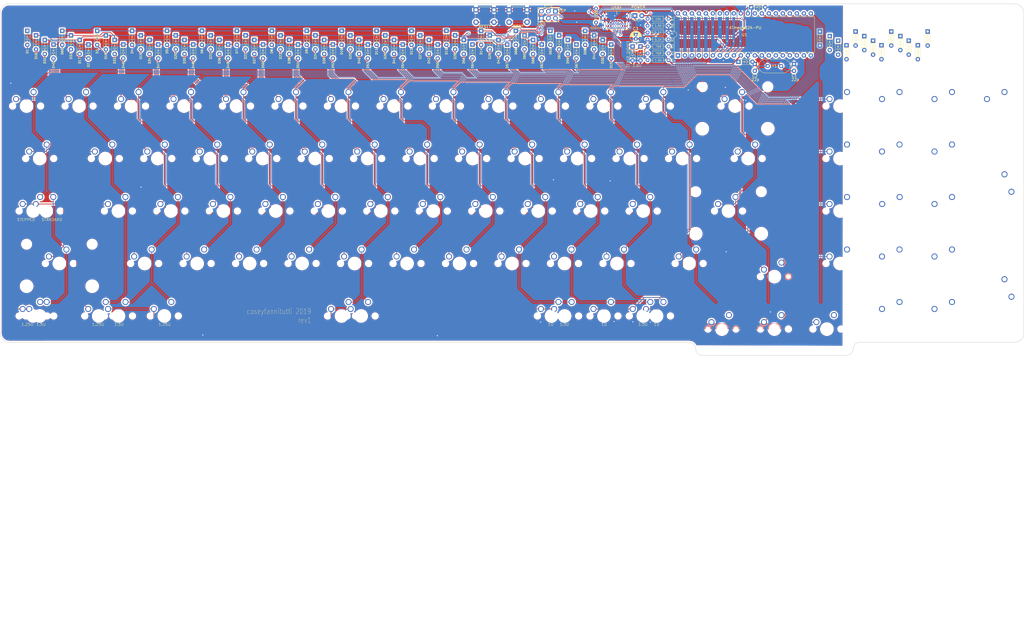
<source format=kicad_pcb>
(kicad_pcb (version 20171130) (host pcbnew "(5.1.5-0-10_14)")
  (layers (0 F.Cu signal) (31 B.Cu signal) (34 B.Paste user) (35 F.Paste user) (36 B.SilkS user) (37 F.SilkS user) (38 B.Mask user) (39 F.Mask user) (44 Edge.Cuts user))
  (net 0 "")
  (net 1 GND)
  (net 2 VCC)
  (net 3 row0)
  (net 4 "Net-(D1-Pad2)")
  (net 5 "Net-(D2-Pad2)")
  (net 6 "Net-(D3-Pad2)")
  (net 7 "Net-(D4-Pad2)")
  (net 8 "Net-(D5-Pad2)")
  (net 9 "Net-(D6-Pad2)")
  (net 10 "Net-(D7-Pad2)")
  (net 11 "Net-(D8-Pad2)")
  (net 12 "Net-(D9-Pad2)")
  (net 13 "Net-(D10-Pad2)")
  (net 14 "Net-(D11-Pad2)")
  (net 15 "Net-(D12-Pad2)")
  (net 16 "Net-(D13-Pad2)")
  (net 17 "Net-(D14-Pad2)")
  (net 18 "Net-(D15-Pad2)")
  (net 19 row1)
  (net 20 "Net-(D16-Pad2)")
  (net 21 "Net-(D17-Pad2)")
  (net 22 "Net-(D18-Pad2)")
  (net 23 "Net-(D19-Pad2)")
  (net 24 "Net-(D20-Pad2)")
  (net 25 "Net-(D21-Pad2)")
  (net 26 "Net-(D22-Pad2)")
  (net 27 "Net-(D23-Pad2)")
  (net 28 "Net-(D24-Pad2)")
  (net 29 "Net-(D25-Pad2)")
  (net 30 "Net-(D26-Pad2)")
  (net 31 "Net-(D27-Pad2)")
  (net 32 "Net-(D28-Pad2)")
  (net 33 "Net-(D29-Pad2)")
  (net 34 "Net-(D30-Pad2)")
  (net 35 "Net-(D31-Pad2)")
  (net 36 row2)
  (net 37 "Net-(D32-Pad2)")
  (net 38 "Net-(D33-Pad2)")
  (net 39 "Net-(D34-Pad2)")
  (net 40 "Net-(D35-Pad2)")
  (net 41 "Net-(D36-Pad2)")
  (net 42 "Net-(D37-Pad2)")
  (net 43 "Net-(D38-Pad2)")
  (net 44 "Net-(D39-Pad2)")
  (net 45 "Net-(D40-Pad2)")
  (net 46 "Net-(D41-Pad2)")
  (net 47 "Net-(D42-Pad2)")
  (net 48 "Net-(D43-Pad2)")
  (net 49 "Net-(D44-Pad2)")
  (net 50 row3)
  (net 51 "Net-(D45-Pad2)")
  (net 52 "Net-(D46-Pad2)")
  (net 53 "Net-(D47-Pad2)")
  (net 54 "Net-(D48-Pad2)")
  (net 55 "Net-(D49-Pad2)")
  (net 56 "Net-(D50-Pad2)")
  (net 57 "Net-(D51-Pad2)")
  (net 58 "Net-(D52-Pad2)")
  (net 59 "Net-(D53-Pad2)")
  (net 60 "Net-(D54-Pad2)")
  (net 61 "Net-(D55-Pad2)")
  (net 62 "Net-(D56-Pad2)")
  (net 63 "Net-(D57-Pad2)")
  (net 64 "Net-(D58-Pad2)")
  (net 65 "Net-(D59-Pad2)")
  (net 66 row4)
  (net 67 "Net-(D60-Pad2)")
  (net 68 "Net-(D61-Pad2)")
  (net 69 "Net-(D62-Pad2)")
  (net 70 "Net-(D63-Pad2)")
  (net 71 "Net-(D64-Pad2)")
  (net 72 "Net-(D65-Pad2)")
  (net 73 "Net-(D66-Pad2)")
  (net 74 "Net-(D67-Pad2)")
  (net 75 col0)
  (net 76 col1)
  (net 77 col2)
  (net 78 col3)
  (net 79 col4)
  (net 80 col5)
  (net 81 col6)
  (net 82 col7)
  (net 83 col8)
  (net 84 col9)
  (net 85 col10)
  (net 86 col11)
  (net 87 col12)
  (net 88 col13)
  (net 89 col14)
  (net 90 "Net-(R1-Pad2)")
  (net 91 "Net-(D68-Pad2)")
  (net 92 "Net-(R2-Pad1)")
  (net 93 "Net-(USB1-PadB8)")
  (net 94 "Net-(USB1-PadA8)")
  (net 95 reset)
  (net 96 +5V)
  (net 97 "Net-(U1-Pad29)")
  (net 98 "Net-(U1-Pad32)")
  (net 99 "Net-(U1-Pad33)")
  (net 100 "Net-(U1-Pad14)")
  (net 101 "Net-(U1-Pad34)")
  (net 102 "Net-(U1-Pad35)")
  (net 103 D+)
  (net 104 D-)
  (net 105 "Net-(C1-Pad1)")
  (net 106 "Net-(C2-Pad1)")
  (net 107 "Net-(D69-Pad1)")
  (net 108 "Net-(D70-Pad1)")
  (net 109 MOSI)
  (net 110 SCK)
  (net 111 MISO)
  (net 112 "Net-(LED1-Pad1)")
  (net 113 boot)
  (net 114 "Net-(U1-Pad15)")
  (net 115 "Net-(D75-Pad2)")
  (net 116 "Net-(D76-Pad2)")
  (net 117 "Net-(D77-Pad2)")
  (net 118 "Net-(D78-Pad2)")
  (net 119 "Net-(D79-Pad2)")
  (net 120 "Net-(D80-Pad2)")
  (net 121 "Net-(D81-Pad2)")
  (net 122 "Net-(D82-Pad2)")
  (net 123 "Net-(D83-Pad2)")
  (net 124 "Net-(D84-Pad2)")
  (net 125 "Net-(D85-Pad2)")
  (net 126 "Net-(D86-Pad2)")
  (net 127 "Net-(D87-Pad2)")
  (module cftkb:SW_Cherry_MX1A_1.00u_PCB-NOSCREEN (layer F.Cu) (at 337.34375 170.65625)
    (fp_text reference SW66)
    (fp_text value KEYSW)
    (pad 1 thru_hole circle (at 0 0) (size 2.2 2.2) (drill 1.5) (layers *.Cu *.Mask) (net 88 col13))
    (pad 2 thru_hole circle (at -6.35 2.54) (size 2.2 2.2) (drill 1.5) (layers *.Cu *.Mask) (net 73 "Net-(D66-Pad2)"))
    (pad "" np_thru_hole circle (at -2.54 5.08) (size 4 4) (drill 4) (layers *.Cu *.Mask))
    (pad "" np_thru_hole circle (at -7.62 5.08) (size 1.7 1.7) (drill 1.7) (layers *.Cu *.Mask))
    (pad "" np_thru_hole circle (at 2.54 5.08) (size 1.7 1.7) (drill 1.7) (layers *.Cu *.Mask))
  )
  (module cftkb:SW_Cherry_MX1A_2.00u_PCBNOSCREEN (layer F.Cu) (at 420.84625 163.98875 270)
    (fp_text reference SW85)
    (fp_text value KEYSW)
    (pad 1 thru_hole circle (at 0 0 270) (size 2.2 2.2) (drill 1.5) (layers *.Cu *.Mask) (net 89 col14))
    (pad 2 thru_hole circle (at -6.35 2.54 270) (size 2.2 2.2) (drill 1.5) (layers *.Cu *.Mask) (net 125 "Net-(D85-Pad2)"))
    (pad "" np_thru_hole circle (at -2.54 5.08 270) (size 4 4) (drill 4) (layers *.Cu *.Mask))
    (pad "" np_thru_hole circle (at -7.62 5.08 270) (size 1.7 1.7) (drill 1.7) (layers *.Cu *.Mask))
    (pad "" np_thru_hole circle (at 2.54 5.08 270) (size 1.7 1.7) (drill 1.7) (layers *.Cu *.Mask))
    (pad "" np_thru_hole circle (at 9.36 13.32 270) (size 4 4) (drill 4) (layers *.Cu *.Mask))
    (pad "" np_thru_hole circle (at -14.44 13.32 270) (size 4 4) (drill 4) (layers *.Cu *.Mask))
    (pad "" np_thru_hole circle (at -14.44 -1.92 270) (size 3.05 3.05) (drill 3.05) (layers *.Cu *.Mask))
    (pad "" np_thru_hole circle (at 9.36 -1.92 270) (size 3.05 3.05) (drill 3.05) (layers *.Cu *.Mask))
  )
  (module cftkb:SW_Cherry_MX1A_2.00u_PCBNOSCREEN (layer F.Cu) (at 420.84625 125.88875 270)
    (fp_text reference SW80)
    (fp_text value KEYSW)
    (pad 1 thru_hole circle (at 0 0 270) (size 2.2 2.2) (drill 1.5) (layers *.Cu *.Mask) (net 89 col14))
    (pad 2 thru_hole circle (at -6.35 2.54 270) (size 2.2 2.2) (drill 1.5) (layers *.Cu *.Mask) (net 120 "Net-(D80-Pad2)"))
    (pad "" np_thru_hole circle (at -2.54 5.08 270) (size 4 4) (drill 4) (layers *.Cu *.Mask))
    (pad "" np_thru_hole circle (at -7.62 5.08 270) (size 1.7 1.7) (drill 1.7) (layers *.Cu *.Mask))
    (pad "" np_thru_hole circle (at 2.54 5.08 270) (size 1.7 1.7) (drill 1.7) (layers *.Cu *.Mask))
    (pad "" np_thru_hole circle (at 9.36 13.32 270) (size 4 4) (drill 4) (layers *.Cu *.Mask))
    (pad "" np_thru_hole circle (at -14.44 13.32 270) (size 4 4) (drill 4) (layers *.Cu *.Mask))
    (pad "" np_thru_hole circle (at -14.44 -1.92 270) (size 3.05 3.05) (drill 3.05) (layers *.Cu *.Mask))
    (pad "" np_thru_hole circle (at 9.36 -1.92 270) (size 3.05 3.05) (drill 3.05) (layers *.Cu *.Mask))
  )
  (module cftkb:SW_Cherry_MX1A_1.00u_PCB-NOSCREEN (layer F.Cu) (at 418.30625 89.69375)
    (fp_text reference SW77)
    (fp_text value KEYSW)
    (pad 1 thru_hole circle (at 0 0) (size 2.2 2.2) (drill 1.5) (layers *.Cu *.Mask) (net 89 col14))
    (pad 2 thru_hole circle (at -6.35 2.54) (size 2.2 2.2) (drill 1.5) (layers *.Cu *.Mask) (net 117 "Net-(D77-Pad2)"))
    (pad "" np_thru_hole circle (at -2.54 5.08) (size 4 4) (drill 4) (layers *.Cu *.Mask))
    (pad "" np_thru_hole circle (at -7.62 5.08) (size 1.7 1.7) (drill 1.7) (layers *.Cu *.Mask))
    (pad "" np_thru_hole circle (at 2.54 5.08) (size 1.7 1.7) (drill 1.7) (layers *.Cu *.Mask))
  )
  (module cftkb:SW_Cherry_MX1A_1.00u_PCB-NOSCREEN (layer F.Cu) (at 399.25625 165.89375)
    (fp_text reference SW87)
    (fp_text value KEYSW)
    (pad 1 thru_hole circle (at 0 0) (size 2.2 2.2) (drill 1.5) (layers *.Cu *.Mask) (net 89 col14))
    (pad 2 thru_hole circle (at -6.35 2.54) (size 2.2 2.2) (drill 1.5) (layers *.Cu *.Mask) (net 127 "Net-(D87-Pad2)"))
    (pad "" np_thru_hole circle (at -2.54 5.08) (size 4 4) (drill 4) (layers *.Cu *.Mask))
    (pad "" np_thru_hole circle (at -7.62 5.08) (size 1.7 1.7) (drill 1.7) (layers *.Cu *.Mask))
    (pad "" np_thru_hole circle (at 2.54 5.08) (size 1.7 1.7) (drill 1.7) (layers *.Cu *.Mask))
  )
  (module cftkb:SW_Cherry_MX1A_1.00u_PCB-NOSCREEN (layer F.Cu) (at 380.20625 165.89375)
    (fp_text reference SW86)
    (fp_text value KEYSW)
    (pad 1 thru_hole circle (at 0 0) (size 2.2 2.2) (drill 1.5) (layers *.Cu *.Mask) (net 89 col14))
    (pad 2 thru_hole circle (at -6.35 2.54) (size 2.2 2.2) (drill 1.5) (layers *.Cu *.Mask) (net 126 "Net-(D86-Pad2)"))
    (pad "" np_thru_hole circle (at -2.54 5.08) (size 4 4) (drill 4) (layers *.Cu *.Mask))
    (pad "" np_thru_hole circle (at -7.62 5.08) (size 1.7 1.7) (drill 1.7) (layers *.Cu *.Mask))
    (pad "" np_thru_hole circle (at 2.54 5.08) (size 1.7 1.7) (drill 1.7) (layers *.Cu *.Mask))
  )
  (module cftkb:SW_Cherry_MX1A_1.00u_PCB-NOSCREEN (layer F.Cu) (at 399.25625 146.84375)
    (fp_text reference SW84)
    (fp_text value KEYSW)
    (pad 1 thru_hole circle (at 0 0) (size 2.2 2.2) (drill 1.5) (layers *.Cu *.Mask) (net 89 col14))
    (pad 2 thru_hole circle (at -6.35 2.54) (size 2.2 2.2) (drill 1.5) (layers *.Cu *.Mask) (net 124 "Net-(D84-Pad2)"))
    (pad "" np_thru_hole circle (at -2.54 5.08) (size 4 4) (drill 4) (layers *.Cu *.Mask))
    (pad "" np_thru_hole circle (at -7.62 5.08) (size 1.7 1.7) (drill 1.7) (layers *.Cu *.Mask))
    (pad "" np_thru_hole circle (at 2.54 5.08) (size 1.7 1.7) (drill 1.7) (layers *.Cu *.Mask))
  )
  (module cftkb:SW_Cherry_MX1A_1.00u_PCB-NOSCREEN (layer F.Cu) (at 380.20625 146.84375)
    (fp_text reference SW83)
    (fp_text value KEYSW)
    (pad 1 thru_hole circle (at 0 0) (size 2.2 2.2) (drill 1.5) (layers *.Cu *.Mask) (net 89 col14))
    (pad 2 thru_hole circle (at -6.35 2.54) (size 2.2 2.2) (drill 1.5) (layers *.Cu *.Mask) (net 123 "Net-(D83-Pad2)"))
    (pad "" np_thru_hole circle (at -2.54 5.08) (size 4 4) (drill 4) (layers *.Cu *.Mask))
    (pad "" np_thru_hole circle (at -7.62 5.08) (size 1.7 1.7) (drill 1.7) (layers *.Cu *.Mask))
    (pad "" np_thru_hole circle (at 2.54 5.08) (size 1.7 1.7) (drill 1.7) (layers *.Cu *.Mask))
  )
  (module cftkb:SW_Cherry_MX1A_1.00u_PCB-NOSCREEN (layer F.Cu) (at 399.25625 127.79375)
    (fp_text reference SW82)
    (fp_text value KEYSW)
    (pad 1 thru_hole circle (at 0 0) (size 2.2 2.2) (drill 1.5) (layers *.Cu *.Mask) (net 89 col14))
    (pad 2 thru_hole circle (at -6.35 2.54) (size 2.2 2.2) (drill 1.5) (layers *.Cu *.Mask) (net 122 "Net-(D82-Pad2)"))
    (pad "" np_thru_hole circle (at -2.54 5.08) (size 4 4) (drill 4) (layers *.Cu *.Mask))
    (pad "" np_thru_hole circle (at -7.62 5.08) (size 1.7 1.7) (drill 1.7) (layers *.Cu *.Mask))
    (pad "" np_thru_hole circle (at 2.54 5.08) (size 1.7 1.7) (drill 1.7) (layers *.Cu *.Mask))
  )
  (module cftkb:SW_Cherry_MX1A_1.00u_PCB-NOSCREEN (layer F.Cu) (at 380.25875 127.79375)
    (fp_text reference SW81)
    (fp_text value KEYSW)
    (pad 1 thru_hole circle (at 0 0) (size 2.2 2.2) (drill 1.5) (layers *.Cu *.Mask) (net 89 col14))
    (pad 2 thru_hole circle (at -6.35 2.54) (size 2.2 2.2) (drill 1.5) (layers *.Cu *.Mask) (net 121 "Net-(D81-Pad2)"))
    (pad "" np_thru_hole circle (at -2.54 5.08) (size 4 4) (drill 4) (layers *.Cu *.Mask))
    (pad "" np_thru_hole circle (at -7.62 5.08) (size 1.7 1.7) (drill 1.7) (layers *.Cu *.Mask))
    (pad "" np_thru_hole circle (at 2.54 5.08) (size 1.7 1.7) (drill 1.7) (layers *.Cu *.Mask))
  )
  (module cftkb:SW_Cherry_MX1A_1.00u_PCB-NOSCREEN (layer F.Cu) (at 399.25625 108.74375)
    (fp_text reference SW79)
    (fp_text value KEYSW)
    (pad 1 thru_hole circle (at 0 0) (size 2.2 2.2) (drill 1.5) (layers *.Cu *.Mask) (net 89 col14))
    (pad 2 thru_hole circle (at -6.35 2.54) (size 2.2 2.2) (drill 1.5) (layers *.Cu *.Mask) (net 119 "Net-(D79-Pad2)"))
    (pad "" np_thru_hole circle (at -2.54 5.08) (size 4 4) (drill 4) (layers *.Cu *.Mask))
    (pad "" np_thru_hole circle (at -7.62 5.08) (size 1.7 1.7) (drill 1.7) (layers *.Cu *.Mask))
    (pad "" np_thru_hole circle (at 2.54 5.08) (size 1.7 1.7) (drill 1.7) (layers *.Cu *.Mask))
  )
  (module cftkb:SW_Cherry_MX1A_1.00u_PCB-NOSCREEN (layer F.Cu) (at 380.20625 108.74375)
    (fp_text reference SW78)
    (fp_text value KEYSW)
    (pad 1 thru_hole circle (at 0 0) (size 2.2 2.2) (drill 1.5) (layers *.Cu *.Mask) (net 89 col14))
    (pad 2 thru_hole circle (at -6.35 2.54) (size 2.2 2.2) (drill 1.5) (layers *.Cu *.Mask) (net 118 "Net-(D78-Pad2)"))
    (pad "" np_thru_hole circle (at -2.54 5.08) (size 4 4) (drill 4) (layers *.Cu *.Mask))
    (pad "" np_thru_hole circle (at -7.62 5.08) (size 1.7 1.7) (drill 1.7) (layers *.Cu *.Mask))
    (pad "" np_thru_hole circle (at 2.54 5.08) (size 1.7 1.7) (drill 1.7) (layers *.Cu *.Mask))
  )
  (module cftkb:SW_Cherry_MX1A_1.00u_PCB-NOSCREEN (layer F.Cu) (at 399.25625 89.69375)
    (fp_text reference SW76)
    (fp_text value KEYSW)
    (pad 1 thru_hole circle (at 0 0) (size 2.2 2.2) (drill 1.5) (layers *.Cu *.Mask) (net 89 col14))
    (pad 2 thru_hole circle (at -6.35 2.54) (size 2.2 2.2) (drill 1.5) (layers *.Cu *.Mask) (net 116 "Net-(D76-Pad2)"))
    (pad "" np_thru_hole circle (at -2.54 5.08) (size 4 4) (drill 4) (layers *.Cu *.Mask))
    (pad "" np_thru_hole circle (at -7.62 5.08) (size 1.7 1.7) (drill 1.7) (layers *.Cu *.Mask))
    (pad "" np_thru_hole circle (at 2.54 5.08) (size 1.7 1.7) (drill 1.7) (layers *.Cu *.Mask))
  )
  (module cftkb:SW_Cherry_MX1A_1.00u_PCB-NOSCREEN (layer F.Cu) (at 380.20625 89.69375)
    (fp_text reference SW75)
    (fp_text value KEYSW)
    (pad 1 thru_hole circle (at 0 0) (size 2.2 2.2) (drill 1.5) (layers *.Cu *.Mask) (net 89 col14))
    (pad 2 thru_hole circle (at -6.35 2.54) (size 2.2 2.2) (drill 1.5) (layers *.Cu *.Mask) (net 115 "Net-(D75-Pad2)"))
    (pad "" np_thru_hole circle (at -2.54 5.08) (size 4 4) (drill 4) (layers *.Cu *.Mask))
    (pad "" np_thru_hole circle (at -7.62 5.08) (size 1.7 1.7) (drill 1.7) (layers *.Cu *.Mask))
    (pad "" np_thru_hole circle (at 2.54 5.08) (size 1.7 1.7) (drill 1.7) (layers *.Cu *.Mask))
  )
  (module cftkb:SW_Cherry_MX1A_1.25u_PCBNOSCREEN (layer F.Cu) (at 275.466206 165.89375)
    (fp_text reference SW64)
    (fp_text value KEYSW)
    (pad 1 thru_hole circle (at 0 0) (size 2.2 2.2) (drill 1.5) (layers *.Cu *.Mask) (net 85 col10))
    (pad 2 thru_hole circle (at -6.35 2.54) (size 2.2 2.2) (drill 1.5) (layers *.Cu *.Mask) (net 71 "Net-(D64-Pad2)"))
    (pad "" np_thru_hole circle (at -2.54 5.08) (size 4 4) (drill 4) (layers *.Cu *.Mask))
    (pad "" np_thru_hole circle (at -7.62 5.08) (size 1.7 1.7) (drill 1.7) (layers *.Cu *.Mask))
    (pad "" np_thru_hole circle (at 2.54 5.08) (size 1.7 1.7) (drill 1.7) (layers *.Cu *.Mask))
  )
  (module cftkb:SW_Cherry_MX1A_1.25u_PCBNOSCREEN (layer F.Cu) (at 256.410884 165.88362)
    (fp_text reference SW63)
    (fp_text value KEYSW)
    (pad 1 thru_hole circle (at 0 0) (size 2.2 2.2) (drill 1.5) (layers *.Cu *.Mask) (net 84 col9))
    (pad 2 thru_hole circle (at -6.35 2.54) (size 2.2 2.2) (drill 1.5) (layers *.Cu *.Mask) (net 70 "Net-(D63-Pad2)"))
    (pad "" np_thru_hole circle (at -2.54 5.08) (size 4 4) (drill 4) (layers *.Cu *.Mask))
    (pad "" np_thru_hole circle (at -7.62 5.08) (size 1.7 1.7) (drill 1.7) (layers *.Cu *.Mask))
    (pad "" np_thru_hole circle (at 2.54 5.08) (size 1.7 1.7) (drill 1.7) (layers *.Cu *.Mask))
  )
  (module cftkb:D_DO-35_SOD27_P5.08mm_Horizontal (layer F.Cu) (at 386.868106 71.420199 270)
    (fp_text reference D87)
    (fp_text value " ")
    (pad 2 thru_hole oval (at 6.35 0 270) (size 1.6 1.6) (drill 0.8) (layers *.Cu *.Mask) (net 127 "Net-(D87-Pad2)"))
    (pad 1 thru_hole rect (at 1.27 0 270) (size 1.6 1.6) (drill 0.8) (layers *.Cu *.Mask) (net 66 row4))
  )
  (module cftkb:D_DO-35_SOD27_P5.08mm_Horizontal (layer F.Cu) (at 390.424106 66.459612 270)
    (fp_text reference D86)
    (fp_text value " ")
    (pad 2 thru_hole oval (at 6.35 0 270) (size 1.6 1.6) (drill 0.8) (layers *.Cu *.Mask) (net 126 "Net-(D86-Pad2)"))
    (pad 1 thru_hole rect (at 1.27 0 270) (size 1.6 1.6) (drill 0.8) (layers *.Cu *.Mask) (net 66 row4))
  )
  (module cftkb:D_DO-35_SOD27_P5.08mm_Horizontal (layer F.Cu) (at 383.566106 69.76667 270)
    (fp_text reference D85)
    (fp_text value " ")
    (pad 2 thru_hole oval (at 6.35 0 270) (size 1.6 1.6) (drill 0.8) (layers *.Cu *.Mask) (net 125 "Net-(D85-Pad2)"))
    (pad 1 thru_hole rect (at 1.27 0 270) (size 1.6 1.6) (drill 0.8) (layers *.Cu *.Mask) (net 50 row3))
  )
  (module cftkb:D_DO-35_SOD27_P5.08mm_Horizontal (layer F.Cu) (at 373.660106 71.420199 270)
    (fp_text reference D84)
    (fp_text value " ")
    (pad 2 thru_hole oval (at 6.35 0 270) (size 1.6 1.6) (drill 0.8) (layers *.Cu *.Mask) (net 124 "Net-(D84-Pad2)"))
    (pad 1 thru_hole rect (at 1.27 0 270) (size 1.6 1.6) (drill 0.8) (layers *.Cu *.Mask) (net 50 row3))
  )
  (module cftkb:D_DO-35_SOD27_P5.08mm_Horizontal (layer F.Cu) (at 360.960106 71.420199 270)
    (fp_text reference D83)
    (fp_text value " ")
    (pad 2 thru_hole oval (at 6.35 0 270) (size 1.6 1.6) (drill 0.8) (layers *.Cu *.Mask) (net 123 "Net-(D83-Pad2)"))
    (pad 1 thru_hole rect (at 1.27 0 270) (size 1.6 1.6) (drill 0.8) (layers *.Cu *.Mask) (net 50 row3))
  )
  (module cftkb:D_DO-35_SOD27_P5.08mm_Horizontal (layer F.Cu) (at 370.612106 69.76667 270)
    (fp_text reference D82)
    (fp_text value " ")
    (pad 2 thru_hole oval (at 6.35 0 270) (size 1.6 1.6) (drill 0.8) (layers *.Cu *.Mask) (net 122 "Net-(D82-Pad2)"))
    (pad 1 thru_hole rect (at 1.27 0 270) (size 1.6 1.6) (drill 0.8) (layers *.Cu *.Mask) (net 36 row2))
  )
  (module cftkb:D_DO-35_SOD27_P5.08mm_Horizontal (layer F.Cu) (at 357.912106 69.76667 270)
    (fp_text reference D81)
    (fp_text value " ")
    (pad 2 thru_hole oval (at 6.35 0 270) (size 1.6 1.6) (drill 0.8) (layers *.Cu *.Mask) (net 121 "Net-(D81-Pad2)"))
    (pad 1 thru_hole rect (at 1.27 0 270) (size 1.6 1.6) (drill 0.8) (layers *.Cu *.Mask) (net 36 row2))
  )
  (module cftkb:D_DO-35_SOD27_P5.08mm_Horizontal (layer F.Cu) (at 380.518106 68.113141 270)
    (fp_text reference D80)
    (fp_text value " ")
    (pad 2 thru_hole oval (at 6.35 0 270) (size 1.6 1.6) (drill 0.8) (layers *.Cu *.Mask) (net 120 "Net-(D80-Pad2)"))
    (pad 1 thru_hole rect (at 1.27 0 270) (size 1.6 1.6) (drill 0.8) (layers *.Cu *.Mask) (net 19 row1))
  )
  (module cftkb:D_DO-35_SOD27_P5.08mm_Horizontal (layer F.Cu) (at 367.414968 68.113141 270)
    (fp_text reference D79)
    (fp_text value " ")
    (pad 2 thru_hole oval (at 6.35 0 270) (size 1.6 1.6) (drill 0.8) (layers *.Cu *.Mask) (net 119 "Net-(D79-Pad2)"))
    (pad 1 thru_hole rect (at 1.27 0 270) (size 1.6 1.6) (drill 0.8) (layers *.Cu *.Mask) (net 19 row1))
  )
  (module cftkb:D_DO-35_SOD27_P5.08mm_Horizontal (layer F.Cu) (at 354.864106 68.113141 270)
    (fp_text reference D78)
    (fp_text value " ")
    (pad 2 thru_hole oval (at 6.35 0 270) (size 1.6 1.6) (drill 0.8) (layers *.Cu *.Mask) (net 118 "Net-(D78-Pad2)"))
    (pad 1 thru_hole rect (at 1.27 0 270) (size 1.6 1.6) (drill 0.8) (layers *.Cu *.Mask) (net 19 row1))
  )
  (module cftkb:D_DO-35_SOD27_P5.08mm_Horizontal (layer F.Cu) (at 377.216106 66.459612 270)
    (fp_text reference D77)
    (fp_text value " ")
    (pad 2 thru_hole oval (at 6.35 0 270) (size 1.6 1.6) (drill 0.8) (layers *.Cu *.Mask) (net 117 "Net-(D77-Pad2)"))
    (pad 1 thru_hole rect (at 1.27 0 270) (size 1.6 1.6) (drill 0.8) (layers *.Cu *.Mask) (net 3 row0))
  )
  (module cftkb:D_DO-35_SOD27_P5.08mm_Horizontal (layer F.Cu) (at 364.262106 66.459612 270)
    (fp_text reference D76)
    (fp_text value " ")
    (pad 2 thru_hole oval (at 6.35 0 270) (size 1.6 1.6) (drill 0.8) (layers *.Cu *.Mask) (net 116 "Net-(D76-Pad2)"))
    (pad 1 thru_hole rect (at 1.27 0 270) (size 1.6 1.6) (drill 0.8) (layers *.Cu *.Mask) (net 3 row0))
  )
  (module cftkb:D_DO-35_SOD27_P5.08mm_Horizontal (layer F.Cu) (at 351.288106 66.459612 270)
    (fp_text reference D75)
    (fp_text value " ")
    (pad 2 thru_hole oval (at 6.35 0 270) (size 1.6 1.6) (drill 0.8) (layers *.Cu *.Mask) (net 115 "Net-(D75-Pad2)"))
    (pad 1 thru_hole rect (at 1.27 0 270) (size 1.6 1.6) (drill 0.8) (layers *.Cu *.Mask) (net 3 row0))
  )
  (module cftkb:D_DO-35_SOD27_P5.08mm_Horizontal (layer F.Cu) (at 320.471062 78.716416)
    (fp_text reference C5)
    (fp_text value 0.1u)
    (pad 2 thru_hole oval (at 6.35 0) (size 1.6 1.6) (drill 0.8) (layers *.Cu *.Mask) (net 1 GND))
    (pad 1 thru_hole rect (at 1.27 0) (size 1.6 1.6) (drill 0.8) (layers *.Cu *.Mask) (net 96 +5V))
  )
  (module cftkb:D_DO-35_SOD27_P5.08mm_Horizontal (layer F.Cu) (at 325.12553 58.926178)
    (fp_text reference C4)
    (fp_text value 0.1u)
    (pad 2 thru_hole oval (at 6.35 0) (size 1.6 1.6) (drill 0.8) (layers *.Cu *.Mask) (net 1 GND))
    (pad 1 thru_hole rect (at 1.27 0) (size 1.6 1.6) (drill 0.8) (layers *.Cu *.Mask) (net 96 +5V))
  )
  (module cftkb:C_Disc_D3.0mm_W1.6mm_P2.50mm (layer F.Cu) (at 341.906112 82.00604 90)
    (fp_text reference C1 (at -1.767298 0.104988 180) (layer F.SilkS))
    (fp_text value 22p (at -3.165606 0.448297 180) (layer F.SilkS))
    (pad 2 thru_hole circle (at 2.5 0 90) (size 1.6 1.6) (drill 0.8) (layers *.Cu *.Mask) (net 1 GND))
    (pad 1 thru_hole circle (at 0 0 90) (size 1.6 1.6) (drill 0.8) (layers *.Cu *.Mask) (net 105 "Net-(C1-Pad1)"))
  )
  (module cftkb:C_Disc_D3.0mm_W1.6mm_P2.50mm (layer F.Cu) (at 327.680238 82.00604 90)
    (fp_text reference C2 (at -1.819792 0.052494 180) (layer F.SilkS))
    (fp_text value 22p (at -3.165606 0.186103 180) (layer F.SilkS))
    (pad 2 thru_hole circle (at 2.5 0 90) (size 1.6 1.6) (drill 0.8) (layers *.Cu *.Mask) (net 1 GND))
    (pad 1 thru_hole circle (at 0 0 90) (size 1.6 1.6) (drill 0.8) (layers *.Cu *.Mask) (net 106 "Net-(C2-Pad1)"))
  )
  (module cftkb:CP_Radial_D4.0mm_P1.50mm (layer F.Cu) (at 284.477676 70.404866 90)
    (fp_text reference C3 (at 3.67458 -0.08749 180) (layer F.SilkS))
    (fp_text value 4.7u)
    (pad 1 thru_hole rect (at 0 0 90) (size 1.2 1.2) (drill 0.6) (layers *.Cu *.Mask) (net 96 +5V))
    (pad 2 thru_hole circle (at 1.5 0 90) (size 1.2 1.2) (drill 0.6) (layers *.Cu *.Mask) (net 1 GND))
  )
  (module cftkb:DIP-40_W15.24mm (layer F.Cu) (at 299.75343 76.389182 90)
    (fp_text reference U1 (at 7.52414 24.164738) (layer F.SilkS))
    (fp_text value ATmega32A-PU (at 10.06135 24.462204) (layer F.SilkS))
    (pad 1 thru_hole rect (at 0 0 90) (size 1.6 1.6) (drill 0.8) (layers *.Cu *.Mask) (net 66 row4))
    (pad 21 thru_hole oval (at 15.24 48.26 90) (size 1.6 1.6) (drill 0.8) (layers *.Cu *.Mask) (net 89 col14))
    (pad 2 thru_hole oval (at 0 2.54 90) (size 1.6 1.6) (drill 0.8) (layers *.Cu *.Mask) (net 36 row2))
    (pad 22 thru_hole oval (at 15.24 45.72 90) (size 1.6 1.6) (drill 0.8) (layers *.Cu *.Mask) (net 88 col13))
    (pad 3 thru_hole oval (at 0 5.08 90) (size 1.6 1.6) (drill 0.8) (layers *.Cu *.Mask) (net 3 row0))
    (pad 23 thru_hole oval (at 15.24 43.18 90) (size 1.6 1.6) (drill 0.8) (layers *.Cu *.Mask) (net 87 col12))
    (pad 4 thru_hole oval (at 0 7.62 90) (size 1.6 1.6) (drill 0.8) (layers *.Cu *.Mask) (net 76 col1))
    (pad 24 thru_hole oval (at 15.24 40.64 90) (size 1.6 1.6) (drill 0.8) (layers *.Cu *.Mask) (net 86 col11))
    (pad 5 thru_hole oval (at 0 10.16 90) (size 1.6 1.6) (drill 0.8) (layers *.Cu *.Mask) (net 78 col3))
    (pad 25 thru_hole oval (at 15.24 38.1 90) (size 1.6 1.6) (drill 0.8) (layers *.Cu *.Mask) (net 85 col10))
    (pad 6 thru_hole oval (at 0 12.7 90) (size 1.6 1.6) (drill 0.8) (layers *.Cu *.Mask) (net 109 MOSI))
    (pad 26 thru_hole oval (at 15.24 35.56 90) (size 1.6 1.6) (drill 0.8) (layers *.Cu *.Mask) (net 84 col9))
    (pad 7 thru_hole oval (at 0 15.24 90) (size 1.6 1.6) (drill 0.8) (layers *.Cu *.Mask) (net 111 MISO))
    (pad 27 thru_hole oval (at 15.24 33.02 90) (size 1.6 1.6) (drill 0.8) (layers *.Cu *.Mask) (net 83 col8))
    (pad 8 thru_hole oval (at 0 17.78 90) (size 1.6 1.6) (drill 0.8) (layers *.Cu *.Mask) (net 110 SCK))
    (pad 28 thru_hole oval (at 15.24 30.48 90) (size 1.6 1.6) (drill 0.8) (layers *.Cu *.Mask) (net 82 col7))
    (pad 9 thru_hole oval (at 0 20.32 90) (size 1.6 1.6) (drill 0.8) (layers *.Cu *.Mask) (net 95 reset))
    (pad 29 thru_hole oval (at 15.24 27.94 90) (size 1.6 1.6) (drill 0.8) (layers *.Cu *.Mask) (net 97 "Net-(U1-Pad29)"))
    (pad 10 thru_hole oval (at 0 22.86 90) (size 1.6 1.6) (drill 0.8) (layers *.Cu *.Mask) (net 96 +5V))
    (pad 30 thru_hole oval (at 15.24 25.4 90) (size 1.6 1.6) (drill 0.8) (layers *.Cu *.Mask) (net 96 +5V))
    (pad 11 thru_hole oval (at 0 25.4 90) (size 1.6 1.6) (drill 0.8) (layers *.Cu *.Mask) (net 1 GND))
    (pad 31 thru_hole oval (at 15.24 22.86 90) (size 1.6 1.6) (drill 0.8) (layers *.Cu *.Mask) (net 1 GND))
    (pad 12 thru_hole oval (at 0 27.94 90) (size 1.6 1.6) (drill 0.8) (layers *.Cu *.Mask) (net 106 "Net-(C2-Pad1)"))
    (pad 32 thru_hole oval (at 15.24 20.32 90) (size 1.6 1.6) (drill 0.8) (layers *.Cu *.Mask) (net 98 "Net-(U1-Pad32)"))
    (pad 13 thru_hole oval (at 0 30.48 90) (size 1.6 1.6) (drill 0.8) (layers *.Cu *.Mask) (net 105 "Net-(C1-Pad1)"))
    (pad 33 thru_hole oval (at 15.24 17.78 90) (size 1.6 1.6) (drill 0.8) (layers *.Cu *.Mask) (net 99 "Net-(U1-Pad33)"))
    (pad 14 thru_hole oval (at 0 33.02 90) (size 1.6 1.6) (drill 0.8) (layers *.Cu *.Mask) (net 100 "Net-(U1-Pad14)"))
    (pad 34 thru_hole oval (at 15.24 15.24 90) (size 1.6 1.6) (drill 0.8) (layers *.Cu *.Mask) (net 101 "Net-(U1-Pad34)"))
    (pad 15 thru_hole oval (at 0 35.56 90) (size 1.6 1.6) (drill 0.8) (layers *.Cu *.Mask) (net 114 "Net-(U1-Pad15)"))
    (pad 35 thru_hole oval (at 15.24 12.7 90) (size 1.6 1.6) (drill 0.8) (layers *.Cu *.Mask) (net 102 "Net-(U1-Pad35)"))
    (pad 16 thru_hole oval (at 0 38.1 90) (size 1.6 1.6) (drill 0.8) (layers *.Cu *.Mask) (net 103 D+))
    (pad 36 thru_hole oval (at 15.24 10.16 90) (size 1.6 1.6) (drill 0.8) (layers *.Cu *.Mask) (net 79 col4))
    (pad 17 thru_hole oval (at 0 40.64 90) (size 1.6 1.6) (drill 0.8) (layers *.Cu *.Mask) (net 104 D-))
    (pad 37 thru_hole oval (at 15.24 7.62 90) (size 1.6 1.6) (drill 0.8) (layers *.Cu *.Mask) (net 77 col2))
    (pad 18 thru_hole oval (at 0 43.18 90) (size 1.6 1.6) (drill 0.8) (layers *.Cu *.Mask) (net 113 boot))
    (pad 38 thru_hole oval (at 15.24 5.08 90) (size 1.6 1.6) (drill 0.8) (layers *.Cu *.Mask) (net 75 col0))
    (pad 19 thru_hole oval (at 0 45.72 90) (size 1.6 1.6) (drill 0.8) (layers *.Cu *.Mask) (net 80 col5))
    (pad 39 thru_hole oval (at 15.24 2.54 90) (size 1.6 1.6) (drill 0.8) (layers *.Cu *.Mask) (net 19 row1))
    (pad 20 thru_hole oval (at 0 48.26 90) (size 1.6 1.6) (drill 0.8) (layers *.Cu *.Mask) (net 81 col6))
    (pad 40 thru_hole oval (at 15.24 0 90) (size 1.6 1.6) (drill 0.8) (layers *.Cu *.Mask) (net 50 row3))
  )
  (module cftkb:SW_Cherry_MX1A_1.50u_PCBNOSCREEN (layer F.Cu) (at 289.740128 165.89375)
    (fp_text reference SW74)
    (fp_text value KEYSW)
    (pad "" np_thru_hole circle (at 2.54 5.08) (size 1.7 1.7) (drill 1.7) (layers *.Cu *.Mask))
    (pad "" np_thru_hole circle (at -7.62 5.08) (size 1.7 1.7) (drill 1.7) (layers *.Cu *.Mask))
    (pad "" np_thru_hole circle (at -2.54 5.08) (size 4 4) (drill 4) (layers *.Cu *.Mask))
    (pad 2 thru_hole circle (at -6.35 2.54) (size 2.2 2.2) (drill 1.5) (layers *.Cu *.Mask) (net 71 "Net-(D64-Pad2)"))
    (pad 1 thru_hole circle (at 0 0) (size 2.2 2.2) (drill 1.5) (layers *.Cu *.Mask) (net 85 col10))
  )
  (module cftkb:SW_Cherry_MX1A_1.50u_PCBNOSCREEN (layer F.Cu) (at 261.183936 165.89375)
    (fp_text reference SW73)
    (fp_text value KEYSW)
    (pad "" np_thru_hole circle (at 2.54 5.08) (size 1.7 1.7) (drill 1.7) (layers *.Cu *.Mask))
    (pad "" np_thru_hole circle (at -7.62 5.08) (size 1.7 1.7) (drill 1.7) (layers *.Cu *.Mask))
    (pad "" np_thru_hole circle (at -2.54 5.08) (size 4 4) (drill 4) (layers *.Cu *.Mask))
    (pad 2 thru_hole circle (at -6.35 2.54) (size 2.2 2.2) (drill 1.5) (layers *.Cu *.Mask) (net 70 "Net-(D63-Pad2)"))
    (pad 1 thru_hole circle (at 0 0) (size 2.2 2.2) (drill 1.5) (layers *.Cu *.Mask) (net 84 col9))
  )
  (module cftkb:SW_Cherry_MX1A_1.00u_PCB-NOSCREEN (layer F.Cu) (at 180.207573 165.90164)
    (fp_text reference SW72)
    (fp_text value KEYSW)
    (pad 1 thru_hole circle (at 0 0) (size 2.2 2.2) (drill 1.5) (layers *.Cu *.Mask) (net 81 col6))
    (pad 2 thru_hole circle (at -6.35 2.54) (size 2.2 2.2) (drill 1.5) (layers *.Cu *.Mask) (net 69 "Net-(D62-Pad2)"))
    (pad "" np_thru_hole circle (at -2.54 5.08) (size 4 4) (drill 4) (layers *.Cu *.Mask))
    (pad "" np_thru_hole circle (at -7.62 5.08) (size 1.7 1.7) (drill 1.7) (layers *.Cu *.Mask))
    (pad "" np_thru_hole circle (at 2.54 5.08) (size 1.7 1.7) (drill 1.7) (layers *.Cu *.Mask))
  )
  (module cftkb:SW_Cherry_MX1A_1.50u_PCBNOSCREEN (layer F.Cu) (at 99.243031 165.889819)
    (fp_text reference SW71)
    (fp_text value KEYSW)
    (pad "" np_thru_hole circle (at 2.54 5.08) (size 1.7 1.7) (drill 1.7) (layers *.Cu *.Mask))
    (pad "" np_thru_hole circle (at -7.62 5.08) (size 1.7 1.7) (drill 1.7) (layers *.Cu *.Mask))
    (pad "" np_thru_hole circle (at -2.54 5.08) (size 4 4) (drill 4) (layers *.Cu *.Mask))
    (pad 2 thru_hole circle (at -6.35 2.54) (size 2.2 2.2) (drill 1.5) (layers *.Cu *.Mask) (net 68 "Net-(D61-Pad2)"))
    (pad 1 thru_hole circle (at 0 0) (size 2.2 2.2) (drill 1.5) (layers *.Cu *.Mask) (net 77 col2))
  )
  (module cftkb:SW_Cherry_MX1A_1.50u_PCBNOSCREEN (layer F.Cu) (at 70.6437 165.88362)
    (fp_text reference SW70)
    (fp_text value KEYSW)
    (pad "" np_thru_hole circle (at 2.54 5.08) (size 1.7 1.7) (drill 1.7) (layers *.Cu *.Mask))
    (pad "" np_thru_hole circle (at -7.62 5.08) (size 1.7 1.7) (drill 1.7) (layers *.Cu *.Mask))
    (pad "" np_thru_hole circle (at -2.54 5.08) (size 4 4) (drill 4) (layers *.Cu *.Mask))
    (pad 2 thru_hole circle (at -6.35 2.54) (size 2.2 2.2) (drill 1.5) (layers *.Cu *.Mask) (net 65 "Net-(D59-Pad2)"))
    (pad 1 thru_hole circle (at 0 0) (size 2.2 2.2) (drill 1.5) (layers *.Cu *.Mask) (net 75 col0))
  )
  (module cftkb:SW_Cherry_MX1A_1.25u_PCBNOSCREEN (layer F.Cu) (at 68.2625 127.78362)
    (fp_text reference SW69)
    (fp_text value KEYSW)
    (pad 1 thru_hole circle (at 0 0) (size 2.2 2.2) (drill 1.5) (layers *.Cu *.Mask) (net 75 col0))
    (pad 2 thru_hole circle (at -6.35 2.54) (size 2.2 2.2) (drill 1.5) (layers *.Cu *.Mask) (net 35 "Net-(D31-Pad2)"))
    (pad "" np_thru_hole circle (at -2.54 5.08) (size 4 4) (drill 4) (layers *.Cu *.Mask))
    (pad "" np_thru_hole circle (at -7.62 5.08) (size 1.7 1.7) (drill 1.7) (layers *.Cu *.Mask))
    (pad "" np_thru_hole circle (at 2.54 5.08) (size 1.7 1.7) (drill 1.7) (layers *.Cu *.Mask))
  )
  (module cftkb:AVR_ICSP_3x2 (layer F.Cu) (at 252.75383 61.62087 180)
    (fp_text reference J1 hide)
    (fp_text value AVR-ISP-6 hide)
    (pad 1 thru_hole rect (at -2.54 1.27 180) (size 1.7 1.7) (drill 1.016) (layers *.Cu *.Mask) (net 111 MISO))
    (pad 2 thru_hole circle (at -2.54 -1.27 180) (size 1.7 1.7) (drill 1.016) (layers *.Cu *.Mask) (net 96 +5V))
    (pad 3 thru_hole circle (at 0 1.27 180) (size 1.7 1.7) (drill 1.016) (layers *.Cu *.Mask) (net 110 SCK))
    (pad 4 thru_hole circle (at 0 -1.27 180) (size 1.7 1.7) (drill 1.016) (layers *.Cu *.Mask) (net 109 MOSI))
    (pad 5 thru_hole circle (at 2.54 1.27 180) (size 1.7 1.7) (drill 1.016) (layers *.Cu *.Mask) (net 95 reset))
    (pad 6 thru_hole circle (at 2.54 -1.27 180) (size 1.7 1.7) (drill 1.016) (layers *.Cu *.Mask) (net 1 GND))
  )
  (module cftkb:SW_Cherry_MX1A_2.00u_PCBNOSCREEN (layer F.Cu) (at 323.05625 89.69375)
    (fp_text reference SW14)
    (fp_text value KEYSW)
    (pad 1 thru_hole circle (at 0 0) (size 2.2 2.2) (drill 1.5) (layers *.Cu *.Mask) (net 88 col13))
    (pad 2 thru_hole circle (at -6.35 2.54) (size 2.2 2.2) (drill 1.5) (layers *.Cu *.Mask) (net 17 "Net-(D14-Pad2)"))
    (pad "" np_thru_hole circle (at -2.54 5.08) (size 4 4) (drill 4) (layers *.Cu *.Mask))
    (pad "" np_thru_hole circle (at -7.62 5.08) (size 1.7 1.7) (drill 1.7) (layers *.Cu *.Mask))
    (pad "" np_thru_hole circle (at 2.54 5.08) (size 1.7 1.7) (drill 1.7) (layers *.Cu *.Mask))
    (pad "" np_thru_hole circle (at 9.36 13.32) (size 4 4) (drill 4) (layers *.Cu *.Mask))
    (pad "" np_thru_hole circle (at -14.44 13.32) (size 4 4) (drill 4) (layers *.Cu *.Mask))
    (pad "" np_thru_hole circle (at -14.44 -1.92) (size 3.05 3.05) (drill 3.05) (layers *.Cu *.Mask))
    (pad "" np_thru_hole circle (at 9.36 -1.92) (size 3.05 3.05) (drill 3.05) (layers *.Cu *.Mask))
  )
  (module cftkb:SW_Cherry_MX1A_2.25u_PCBNOSCREEN (layer F.Cu) (at 320.67525 127.79375)
    (fp_text reference SW43)
    (fp_text value KEYSW)
    (pad "" np_thru_hole circle (at 9.36 -1.92) (size 3.05 3.05) (drill 3.05) (layers *.Cu *.Mask))
    (pad "" np_thru_hole circle (at -14.44 -1.92) (size 3.05 3.05) (drill 3.05) (layers *.Cu *.Mask))
    (pad "" np_thru_hole circle (at -14.44 13.32) (size 4 4) (drill 4) (layers *.Cu *.Mask))
    (pad "" np_thru_hole circle (at 9.36 13.32) (size 4 4) (drill 4) (layers *.Cu *.Mask))
    (pad "" np_thru_hole circle (at 2.54 5.08) (size 1.7 1.7) (drill 1.7) (layers *.Cu *.Mask))
    (pad "" np_thru_hole circle (at -7.62 5.08) (size 1.7 1.7) (drill 1.7) (layers *.Cu *.Mask))
    (pad "" np_thru_hole circle (at -2.54 5.08) (size 4 4) (drill 4) (layers *.Cu *.Mask))
    (pad 2 thru_hole circle (at -6.35 2.54) (size 2.2 2.2) (drill 1.5) (layers *.Cu *.Mask) (net 48 "Net-(D43-Pad2)"))
    (pad 1 thru_hole circle (at 0 0) (size 2.2 2.2) (drill 1.5) (layers *.Cu *.Mask) (net 88 col13))
  )
  (module cftkb:SW_Cherry_MX1A_2.25u_PCBNOSCREEN (layer F.Cu) (at 77.78745 146.84375)
    (fp_text reference SW45)
    (fp_text value KEYSW)
    (pad "" np_thru_hole circle (at 9.36 -1.92) (size 3.05 3.05) (drill 3.05) (layers *.Cu *.Mask))
    (pad "" np_thru_hole circle (at -14.44 -1.92) (size 3.05 3.05) (drill 3.05) (layers *.Cu *.Mask))
    (pad "" np_thru_hole circle (at -14.44 13.32) (size 4 4) (drill 4) (layers *.Cu *.Mask))
    (pad "" np_thru_hole circle (at 9.36 13.32) (size 4 4) (drill 4) (layers *.Cu *.Mask))
    (pad "" np_thru_hole circle (at 2.54 5.08) (size 1.7 1.7) (drill 1.7) (layers *.Cu *.Mask))
    (pad "" np_thru_hole circle (at -7.62 5.08) (size 1.7 1.7) (drill 1.7) (layers *.Cu *.Mask))
    (pad "" np_thru_hole circle (at -2.54 5.08) (size 4 4) (drill 4) (layers *.Cu *.Mask))
    (pad 2 thru_hole circle (at -6.35 2.54) (size 2.2 2.2) (drill 1.5) (layers *.Cu *.Mask) (net 51 "Net-(D45-Pad2)"))
    (pad 1 thru_hole circle (at 0 0) (size 2.2 2.2) (drill 1.5) (layers *.Cu *.Mask) (net 75 col0))
  )
  (module cftkb:SW_Cherry_MX1A_1.25u_PCBNOSCREEN (layer F.Cu) (at 68.26245 165.88362)
    (fp_text reference SW59)
    (fp_text value KEYSW)
    (pad 1 thru_hole circle (at 0 0) (size 2.2 2.2) (drill 1.5) (layers *.Cu *.Mask) (net 75 col0))
    (pad 2 thru_hole circle (at -6.35 2.54) (size 2.2 2.2) (drill 1.5) (layers *.Cu *.Mask) (net 65 "Net-(D59-Pad2)"))
    (pad "" np_thru_hole circle (at -2.54 5.08) (size 4 4) (drill 4) (layers *.Cu *.Mask))
    (pad "" np_thru_hole circle (at -7.62 5.08) (size 1.7 1.7) (drill 1.7) (layers *.Cu *.Mask))
    (pad "" np_thru_hole circle (at 2.54 5.08) (size 1.7 1.7) (drill 1.7) (layers *.Cu *.Mask))
  )
  (module cftkb:SW_Cherry_MX1A_1.25u_PCBNOSCREEN (layer F.Cu) (at 92.07505 165.89375)
    (fp_text reference SW60)
    (fp_text value KEYSW)
    (pad 1 thru_hole circle (at 0 0) (size 2.2 2.2) (drill 1.5) (layers *.Cu *.Mask) (net 76 col1))
    (pad 2 thru_hole circle (at -6.35 2.54) (size 2.2 2.2) (drill 1.5) (layers *.Cu *.Mask) (net 67 "Net-(D60-Pad2)"))
    (pad "" np_thru_hole circle (at -2.54 5.08) (size 4 4) (drill 4) (layers *.Cu *.Mask))
    (pad "" np_thru_hole circle (at -7.62 5.08) (size 1.7 1.7) (drill 1.7) (layers *.Cu *.Mask))
    (pad "" np_thru_hole circle (at 2.54 5.08) (size 1.7 1.7) (drill 1.7) (layers *.Cu *.Mask))
  )
  (module cftkb:SW_Cherry_MX1A_1.25u_PCBNOSCREEN (layer F.Cu) (at 115.88745 165.88362)
    (fp_text reference SW61)
    (fp_text value KEYSW)
    (pad 1 thru_hole circle (at 0 0) (size 2.2 2.2) (drill 1.5) (layers *.Cu *.Mask) (net 77 col2))
    (pad 2 thru_hole circle (at -6.35 2.54) (size 2.2 2.2) (drill 1.5) (layers *.Cu *.Mask) (net 68 "Net-(D61-Pad2)"))
    (pad "" np_thru_hole circle (at -2.54 5.08) (size 4 4) (drill 4) (layers *.Cu *.Mask))
    (pad "" np_thru_hole circle (at -7.62 5.08) (size 1.7 1.7) (drill 1.7) (layers *.Cu *.Mask))
    (pad "" np_thru_hole circle (at 2.54 5.08) (size 1.7 1.7) (drill 1.7) (layers *.Cu *.Mask))
  )
  (module cftkb:SW_Cherry_MX1A_1.75u_PCBNOSCREEN (layer F.Cu) (at 73.02505 127.78362)
    (fp_text reference SW31)
    (fp_text value KEYSW)
    (pad 1 thru_hole circle (at 0 0) (size 2.2 2.2) (drill 1.5) (layers *.Cu *.Mask) (net 75 col0))
    (pad 2 thru_hole circle (at -6.35 2.54) (size 2.2 2.2) (drill 1.5) (layers *.Cu *.Mask) (net 35 "Net-(D31-Pad2)"))
    (pad "" np_thru_hole circle (at -2.54 5.08) (size 4 4) (drill 4) (layers *.Cu *.Mask))
    (pad "" np_thru_hole circle (at -7.62 5.08) (size 1.7 1.7) (drill 1.7) (layers *.Cu *.Mask))
    (pad "" np_thru_hole circle (at 2.54 5.08) (size 1.7 1.7) (drill 1.7) (layers *.Cu *.Mask))
  )
  (module cftkb:SW_Cherry_MX1A_1.75u_PCBNOSCREEN (layer F.Cu) (at 306.38725 146.84375)
    (fp_text reference SW56)
    (fp_text value KEYSW)
    (pad 1 thru_hole circle (at 0 0) (size 2.2 2.2) (drill 1.5) (layers *.Cu *.Mask) (net 87 col12))
    (pad 2 thru_hole circle (at -6.35 2.54) (size 2.2 2.2) (drill 1.5) (layers *.Cu *.Mask) (net 62 "Net-(D56-Pad2)"))
    (pad "" np_thru_hole circle (at -2.54 5.08) (size 4 4) (drill 4) (layers *.Cu *.Mask))
    (pad "" np_thru_hole circle (at -7.62 5.08) (size 1.7 1.7) (drill 1.7) (layers *.Cu *.Mask))
    (pad "" np_thru_hole circle (at 2.54 5.08) (size 1.7 1.7) (drill 1.7) (layers *.Cu *.Mask))
  )
  (module cftkb:SW_Cherry_MX1A_1.50u_PCBNOSCREEN (layer F.Cu) (at 70.64375 108.74375)
    (fp_text reference SW16)
    (fp_text value KEYSW)
    (pad "" np_thru_hole circle (at 2.54 5.08) (size 1.7 1.7) (drill 1.7) (layers *.Cu *.Mask))
    (pad "" np_thru_hole circle (at -7.62 5.08) (size 1.7 1.7) (drill 1.7) (layers *.Cu *.Mask))
    (pad "" np_thru_hole circle (at -2.54 5.08) (size 4 4) (drill 4) (layers *.Cu *.Mask))
    (pad 2 thru_hole circle (at -6.35 2.54) (size 2.2 2.2) (drill 1.5) (layers *.Cu *.Mask) (net 20 "Net-(D16-Pad2)"))
    (pad 1 thru_hole circle (at 0 0) (size 2.2 2.2) (drill 1.5) (layers *.Cu *.Mask) (net 75 col0))
  )
  (module cftkb:SW_Cherry_MX1A_1.50u_PCBNOSCREEN (layer F.Cu) (at 327.81825 108.74375)
    (fp_text reference SW29)
    (fp_text value KEYSW)
    (pad "" np_thru_hole circle (at 2.54 5.08) (size 1.7 1.7) (drill 1.7) (layers *.Cu *.Mask))
    (pad "" np_thru_hole circle (at -7.62 5.08) (size 1.7 1.7) (drill 1.7) (layers *.Cu *.Mask))
    (pad "" np_thru_hole circle (at -2.54 5.08) (size 4 4) (drill 4) (layers *.Cu *.Mask))
    (pad 2 thru_hole circle (at -6.35 2.54) (size 2.2 2.2) (drill 1.5) (layers *.Cu *.Mask) (net 33 "Net-(D29-Pad2)"))
    (pad 1 thru_hole circle (at 0 0) (size 2.2 2.2) (drill 1.5) (layers *.Cu *.Mask) (net 88 col13))
  )
  (module cftkb:SW_Cherry_MX1A_1.00u_PCB-NOSCREEN (layer F.Cu) (at 294.48125 89.69375)
    (fp_text reference SW13)
    (fp_text value KEYSW)
    (pad 1 thru_hole circle (at 0 0) (size 2.2 2.2) (drill 1.5) (layers *.Cu *.Mask) (net 87 col12))
    (pad 2 thru_hole circle (at -6.35 2.54) (size 2.2 2.2) (drill 1.5) (layers *.Cu *.Mask) (net 16 "Net-(D13-Pad2)"))
    (pad "" np_thru_hole circle (at -2.54 5.08) (size 4 4) (drill 4) (layers *.Cu *.Mask))
    (pad "" np_thru_hole circle (at -7.62 5.08) (size 1.7 1.7) (drill 1.7) (layers *.Cu *.Mask))
    (pad "" np_thru_hole circle (at 2.54 5.08) (size 1.7 1.7) (drill 1.7) (layers *.Cu *.Mask))
  )
  (module cftkb:SW_Cherry_MX1A_1.00u_PCB-NOSCREEN (layer F.Cu) (at 132.55625 108.74375)
    (fp_text reference SW19)
    (fp_text value KEYSW)
    (pad 1 thru_hole circle (at 0 0) (size 2.2 2.2) (drill 1.5) (layers *.Cu *.Mask) (net 78 col3))
    (pad 2 thru_hole circle (at -6.35 2.54) (size 2.2 2.2) (drill 1.5) (layers *.Cu *.Mask) (net 23 "Net-(D19-Pad2)"))
    (pad "" np_thru_hole circle (at -2.54 5.08) (size 4 4) (drill 4) (layers *.Cu *.Mask))
    (pad "" np_thru_hole circle (at -7.62 5.08) (size 1.7 1.7) (drill 1.7) (layers *.Cu *.Mask))
    (pad "" np_thru_hole circle (at 2.54 5.08) (size 1.7 1.7) (drill 1.7) (layers *.Cu *.Mask))
  )
  (module cftkb:SW_Cherry_MX1A_1.00u_PCB-NOSCREEN (layer F.Cu) (at 65.88125 89.69375)
    (fp_text reference SW1)
    (fp_text value KEYSW)
    (pad 1 thru_hole circle (at 0 0) (size 2.2 2.2) (drill 1.5) (layers *.Cu *.Mask) (net 75 col0))
    (pad 2 thru_hole circle (at -6.35 2.54) (size 2.2 2.2) (drill 1.5) (layers *.Cu *.Mask) (net 4 "Net-(D1-Pad2)"))
    (pad "" np_thru_hole circle (at -2.54 5.08) (size 4 4) (drill 4) (layers *.Cu *.Mask))
    (pad "" np_thru_hole circle (at -7.62 5.08) (size 1.7 1.7) (drill 1.7) (layers *.Cu *.Mask))
    (pad "" np_thru_hole circle (at 2.54 5.08) (size 1.7 1.7) (drill 1.7) (layers *.Cu *.Mask))
  )
  (module cftkb:SW_Cherry_MX1A_1.00u_PCB-NOSCREEN (layer F.Cu) (at 84.93125 89.69375)
    (fp_text reference SW2)
    (fp_text value KEYSW)
    (pad 1 thru_hole circle (at 0 0) (size 2.2 2.2) (drill 1.5) (layers *.Cu *.Mask) (net 76 col1))
    (pad 2 thru_hole circle (at -6.35 2.54) (size 2.2 2.2) (drill 1.5) (layers *.Cu *.Mask) (net 5 "Net-(D2-Pad2)"))
    (pad "" np_thru_hole circle (at -2.54 5.08) (size 4 4) (drill 4) (layers *.Cu *.Mask))
    (pad "" np_thru_hole circle (at -7.62 5.08) (size 1.7 1.7) (drill 1.7) (layers *.Cu *.Mask))
    (pad "" np_thru_hole circle (at 2.54 5.08) (size 1.7 1.7) (drill 1.7) (layers *.Cu *.Mask))
  )
  (module cftkb:SW_Cherry_MX1A_1.00u_PCB-NOSCREEN (layer F.Cu) (at 103.98125 89.69375)
    (fp_text reference SW3)
    (fp_text value KEYSW)
    (pad 1 thru_hole circle (at 0 0) (size 2.2 2.2) (drill 1.5) (layers *.Cu *.Mask) (net 77 col2))
    (pad 2 thru_hole circle (at -6.35 2.54) (size 2.2 2.2) (drill 1.5) (layers *.Cu *.Mask) (net 6 "Net-(D3-Pad2)"))
    (pad "" np_thru_hole circle (at -2.54 5.08) (size 4 4) (drill 4) (layers *.Cu *.Mask))
    (pad "" np_thru_hole circle (at -7.62 5.08) (size 1.7 1.7) (drill 1.7) (layers *.Cu *.Mask))
    (pad "" np_thru_hole circle (at 2.54 5.08) (size 1.7 1.7) (drill 1.7) (layers *.Cu *.Mask))
  )
  (module cftkb:SW_Cherry_MX1A_1.00u_PCB-NOSCREEN (layer F.Cu) (at 123.03125 89.69375)
    (fp_text reference SW4)
    (fp_text value KEYSW)
    (pad 1 thru_hole circle (at 0 0) (size 2.2 2.2) (drill 1.5) (layers *.Cu *.Mask) (net 78 col3))
    (pad 2 thru_hole circle (at -6.35 2.54) (size 2.2 2.2) (drill 1.5) (layers *.Cu *.Mask) (net 7 "Net-(D4-Pad2)"))
    (pad "" np_thru_hole circle (at -2.54 5.08) (size 4 4) (drill 4) (layers *.Cu *.Mask))
    (pad "" np_thru_hole circle (at -7.62 5.08) (size 1.7 1.7) (drill 1.7) (layers *.Cu *.Mask))
    (pad "" np_thru_hole circle (at 2.54 5.08) (size 1.7 1.7) (drill 1.7) (layers *.Cu *.Mask))
  )
  (module cftkb:SW_Cherry_MX1A_1.00u_PCB-NOSCREEN (layer F.Cu) (at 142.08125 89.69375)
    (fp_text reference SW5)
    (fp_text value KEYSW)
    (pad 1 thru_hole circle (at 0 0) (size 2.2 2.2) (drill 1.5) (layers *.Cu *.Mask) (net 79 col4))
    (pad 2 thru_hole circle (at -6.35 2.54) (size 2.2 2.2) (drill 1.5) (layers *.Cu *.Mask) (net 8 "Net-(D5-Pad2)"))
    (pad "" np_thru_hole circle (at -2.54 5.08) (size 4 4) (drill 4) (layers *.Cu *.Mask))
    (pad "" np_thru_hole circle (at -7.62 5.08) (size 1.7 1.7) (drill 1.7) (layers *.Cu *.Mask))
    (pad "" np_thru_hole circle (at 2.54 5.08) (size 1.7 1.7) (drill 1.7) (layers *.Cu *.Mask))
  )
  (module cftkb:SW_Cherry_MX1A_1.00u_PCB-NOSCREEN (layer F.Cu) (at 161.13125 89.69375)
    (fp_text reference SW6)
    (fp_text value KEYSW)
    (pad 1 thru_hole circle (at 0 0) (size 2.2 2.2) (drill 1.5) (layers *.Cu *.Mask) (net 80 col5))
    (pad 2 thru_hole circle (at -6.35 2.54) (size 2.2 2.2) (drill 1.5) (layers *.Cu *.Mask) (net 9 "Net-(D6-Pad2)"))
    (pad "" np_thru_hole circle (at -2.54 5.08) (size 4 4) (drill 4) (layers *.Cu *.Mask))
    (pad "" np_thru_hole circle (at -7.62 5.08) (size 1.7 1.7) (drill 1.7) (layers *.Cu *.Mask))
    (pad "" np_thru_hole circle (at 2.54 5.08) (size 1.7 1.7) (drill 1.7) (layers *.Cu *.Mask))
  )
  (module cftkb:SW_Cherry_MX1A_1.00u_PCB-NOSCREEN (layer F.Cu) (at 180.18125 89.69375)
    (fp_text reference SW7)
    (fp_text value KEYSW)
    (pad 1 thru_hole circle (at 0 0) (size 2.2 2.2) (drill 1.5) (layers *.Cu *.Mask) (net 81 col6))
    (pad 2 thru_hole circle (at -6.35 2.54) (size 2.2 2.2) (drill 1.5) (layers *.Cu *.Mask) (net 10 "Net-(D7-Pad2)"))
    (pad "" np_thru_hole circle (at -2.54 5.08) (size 4 4) (drill 4) (layers *.Cu *.Mask))
    (pad "" np_thru_hole circle (at -7.62 5.08) (size 1.7 1.7) (drill 1.7) (layers *.Cu *.Mask))
    (pad "" np_thru_hole circle (at 2.54 5.08) (size 1.7 1.7) (drill 1.7) (layers *.Cu *.Mask))
  )
  (module cftkb:SW_Cherry_MX1A_1.00u_PCB-NOSCREEN (layer F.Cu) (at 199.23125 89.69375)
    (fp_text reference SW8)
    (fp_text value KEYSW)
    (pad 1 thru_hole circle (at 0 0) (size 2.2 2.2) (drill 1.5) (layers *.Cu *.Mask) (net 82 col7))
    (pad 2 thru_hole circle (at -6.35 2.54) (size 2.2 2.2) (drill 1.5) (layers *.Cu *.Mask) (net 11 "Net-(D8-Pad2)"))
    (pad "" np_thru_hole circle (at -2.54 5.08) (size 4 4) (drill 4) (layers *.Cu *.Mask))
    (pad "" np_thru_hole circle (at -7.62 5.08) (size 1.7 1.7) (drill 1.7) (layers *.Cu *.Mask))
    (pad "" np_thru_hole circle (at 2.54 5.08) (size 1.7 1.7) (drill 1.7) (layers *.Cu *.Mask))
  )
  (module cftkb:SW_Cherry_MX1A_1.00u_PCB-NOSCREEN (layer F.Cu) (at 218.28125 89.69375)
    (fp_text reference SW9)
    (fp_text value KEYSW)
    (pad 1 thru_hole circle (at 0 0) (size 2.2 2.2) (drill 1.5) (layers *.Cu *.Mask) (net 83 col8))
    (pad 2 thru_hole circle (at -6.35 2.54) (size 2.2 2.2) (drill 1.5) (layers *.Cu *.Mask) (net 12 "Net-(D9-Pad2)"))
    (pad "" np_thru_hole circle (at -2.54 5.08) (size 4 4) (drill 4) (layers *.Cu *.Mask))
    (pad "" np_thru_hole circle (at -7.62 5.08) (size 1.7 1.7) (drill 1.7) (layers *.Cu *.Mask))
    (pad "" np_thru_hole circle (at 2.54 5.08) (size 1.7 1.7) (drill 1.7) (layers *.Cu *.Mask))
  )
  (module cftkb:SW_Cherry_MX1A_1.00u_PCB-NOSCREEN (layer F.Cu) (at 237.33125 89.69375)
    (fp_text reference SW10)
    (fp_text value KEYSW)
    (pad 1 thru_hole circle (at 0 0) (size 2.2 2.2) (drill 1.5) (layers *.Cu *.Mask) (net 84 col9))
    (pad 2 thru_hole circle (at -6.35 2.54) (size 2.2 2.2) (drill 1.5) (layers *.Cu *.Mask) (net 13 "Net-(D10-Pad2)"))
    (pad "" np_thru_hole circle (at -2.54 5.08) (size 4 4) (drill 4) (layers *.Cu *.Mask))
    (pad "" np_thru_hole circle (at -7.62 5.08) (size 1.7 1.7) (drill 1.7) (layers *.Cu *.Mask))
    (pad "" np_thru_hole circle (at 2.54 5.08) (size 1.7 1.7) (drill 1.7) (layers *.Cu *.Mask))
  )
  (module cftkb:SW_Cherry_MX1A_1.00u_PCB-NOSCREEN (layer F.Cu) (at 256.38125 89.69375)
    (fp_text reference SW11)
    (fp_text value KEYSW)
    (pad 1 thru_hole circle (at 0 0) (size 2.2 2.2) (drill 1.5) (layers *.Cu *.Mask) (net 85 col10))
    (pad 2 thru_hole circle (at -6.35 2.54) (size 2.2 2.2) (drill 1.5) (layers *.Cu *.Mask) (net 14 "Net-(D11-Pad2)"))
    (pad "" np_thru_hole circle (at -2.54 5.08) (size 4 4) (drill 4) (layers *.Cu *.Mask))
    (pad "" np_thru_hole circle (at -7.62 5.08) (size 1.7 1.7) (drill 1.7) (layers *.Cu *.Mask))
    (pad "" np_thru_hole circle (at 2.54 5.08) (size 1.7 1.7) (drill 1.7) (layers *.Cu *.Mask))
  )
  (module cftkb:SW_Cherry_MX1A_1.00u_PCB-NOSCREEN (layer F.Cu) (at 275.43125 89.69375)
    (fp_text reference SW12)
    (fp_text value KEYSW)
    (pad 1 thru_hole circle (at 0 0) (size 2.2 2.2) (drill 1.5) (layers *.Cu *.Mask) (net 86 col11))
    (pad 2 thru_hole circle (at -6.35 2.54) (size 2.2 2.2) (drill 1.5) (layers *.Cu *.Mask) (net 15 "Net-(D12-Pad2)"))
    (pad "" np_thru_hole circle (at -2.54 5.08) (size 4 4) (drill 4) (layers *.Cu *.Mask))
    (pad "" np_thru_hole circle (at -7.62 5.08) (size 1.7 1.7) (drill 1.7) (layers *.Cu *.Mask))
    (pad "" np_thru_hole circle (at 2.54 5.08) (size 1.7 1.7) (drill 1.7) (layers *.Cu *.Mask))
  )
  (module cftkb:SW_Cherry_MX1A_1.00u_PCB-NOSCREEN (layer F.Cu) (at 361.15625 89.69375)
    (fp_text reference SW15)
    (fp_text value KEYSW)
    (pad 1 thru_hole circle (at 0 0) (size 2.2 2.2) (drill 1.5) (layers *.Cu *.Mask) (net 89 col14))
    (pad 2 thru_hole circle (at -6.35 2.54) (size 2.2 2.2) (drill 1.5) (layers *.Cu *.Mask) (net 18 "Net-(D15-Pad2)"))
    (pad "" np_thru_hole circle (at -2.54 5.08) (size 4 4) (drill 4) (layers *.Cu *.Mask))
    (pad "" np_thru_hole circle (at -7.62 5.08) (size 1.7 1.7) (drill 1.7) (layers *.Cu *.Mask))
    (pad "" np_thru_hole circle (at 2.54 5.08) (size 1.7 1.7) (drill 1.7) (layers *.Cu *.Mask))
  )
  (module cftkb:SW_Cherry_MX1A_1.00u_PCB-NOSCREEN (layer F.Cu) (at 94.45625 108.74375)
    (fp_text reference SW17)
    (fp_text value KEYSW)
    (pad 1 thru_hole circle (at 0 0) (size 2.2 2.2) (drill 1.5) (layers *.Cu *.Mask) (net 76 col1))
    (pad 2 thru_hole circle (at -6.35 2.54) (size 2.2 2.2) (drill 1.5) (layers *.Cu *.Mask) (net 21 "Net-(D17-Pad2)"))
    (pad "" np_thru_hole circle (at -2.54 5.08) (size 4 4) (drill 4) (layers *.Cu *.Mask))
    (pad "" np_thru_hole circle (at -7.62 5.08) (size 1.7 1.7) (drill 1.7) (layers *.Cu *.Mask))
    (pad "" np_thru_hole circle (at 2.54 5.08) (size 1.7 1.7) (drill 1.7) (layers *.Cu *.Mask))
  )
  (module cftkb:SW_Cherry_MX1A_1.00u_PCB-NOSCREEN (layer F.Cu) (at 113.50625 108.74375)
    (fp_text reference SW18)
    (fp_text value KEYSW)
    (pad 1 thru_hole circle (at 0 0) (size 2.2 2.2) (drill 1.5) (layers *.Cu *.Mask) (net 77 col2))
    (pad 2 thru_hole circle (at -6.35 2.54) (size 2.2 2.2) (drill 1.5) (layers *.Cu *.Mask) (net 22 "Net-(D18-Pad2)"))
    (pad "" np_thru_hole circle (at -2.54 5.08) (size 4 4) (drill 4) (layers *.Cu *.Mask))
    (pad "" np_thru_hole circle (at -7.62 5.08) (size 1.7 1.7) (drill 1.7) (layers *.Cu *.Mask))
    (pad "" np_thru_hole circle (at 2.54 5.08) (size 1.7 1.7) (drill 1.7) (layers *.Cu *.Mask))
  )
  (module cftkb:SW_Cherry_MX1A_1.00u_PCB-NOSCREEN (layer F.Cu) (at 151.60625 108.74375)
    (fp_text reference SW20)
    (fp_text value KEYSW)
    (pad 1 thru_hole circle (at 0 0) (size 2.2 2.2) (drill 1.5) (layers *.Cu *.Mask) (net 79 col4))
    (pad 2 thru_hole circle (at -6.35 2.54) (size 2.2 2.2) (drill 1.5) (layers *.Cu *.Mask) (net 24 "Net-(D20-Pad2)"))
    (pad "" np_thru_hole circle (at -2.54 5.08) (size 4 4) (drill 4) (layers *.Cu *.Mask))
    (pad "" np_thru_hole circle (at -7.62 5.08) (size 1.7 1.7) (drill 1.7) (layers *.Cu *.Mask))
    (pad "" np_thru_hole circle (at 2.54 5.08) (size 1.7 1.7) (drill 1.7) (layers *.Cu *.Mask))
  )
  (module cftkb:SW_Cherry_MX1A_1.00u_PCB-NOSCREEN (layer F.Cu) (at 170.65625 108.74375)
    (fp_text reference SW21)
    (fp_text value KEYSW)
    (pad 1 thru_hole circle (at 0 0) (size 2.2 2.2) (drill 1.5) (layers *.Cu *.Mask) (net 80 col5))
    (pad 2 thru_hole circle (at -6.35 2.54) (size 2.2 2.2) (drill 1.5) (layers *.Cu *.Mask) (net 25 "Net-(D21-Pad2)"))
    (pad "" np_thru_hole circle (at -2.54 5.08) (size 4 4) (drill 4) (layers *.Cu *.Mask))
    (pad "" np_thru_hole circle (at -7.62 5.08) (size 1.7 1.7) (drill 1.7) (layers *.Cu *.Mask))
    (pad "" np_thru_hole circle (at 2.54 5.08) (size 1.7 1.7) (drill 1.7) (layers *.Cu *.Mask))
  )
  (module cftkb:SW_Cherry_MX1A_1.00u_PCB-NOSCREEN (layer F.Cu) (at 189.70625 108.74375)
    (fp_text reference SW22)
    (fp_text value KEYSW)
    (pad 1 thru_hole circle (at 0 0) (size 2.2 2.2) (drill 1.5) (layers *.Cu *.Mask) (net 81 col6))
    (pad 2 thru_hole circle (at -6.35 2.54) (size 2.2 2.2) (drill 1.5) (layers *.Cu *.Mask) (net 26 "Net-(D22-Pad2)"))
    (pad "" np_thru_hole circle (at -2.54 5.08) (size 4 4) (drill 4) (layers *.Cu *.Mask))
    (pad "" np_thru_hole circle (at -7.62 5.08) (size 1.7 1.7) (drill 1.7) (layers *.Cu *.Mask))
    (pad "" np_thru_hole circle (at 2.54 5.08) (size 1.7 1.7) (drill 1.7) (layers *.Cu *.Mask))
  )
  (module cftkb:SW_Cherry_MX1A_1.00u_PCB-NOSCREEN (layer F.Cu) (at 208.75625 108.74375)
    (fp_text reference SW23)
    (fp_text value KEYSW)
    (pad 1 thru_hole circle (at 0 0) (size 2.2 2.2) (drill 1.5) (layers *.Cu *.Mask) (net 82 col7))
    (pad 2 thru_hole circle (at -6.35 2.54) (size 2.2 2.2) (drill 1.5) (layers *.Cu *.Mask) (net 27 "Net-(D23-Pad2)"))
    (pad "" np_thru_hole circle (at -2.54 5.08) (size 4 4) (drill 4) (layers *.Cu *.Mask))
    (pad "" np_thru_hole circle (at -7.62 5.08) (size 1.7 1.7) (drill 1.7) (layers *.Cu *.Mask))
    (pad "" np_thru_hole circle (at 2.54 5.08) (size 1.7 1.7) (drill 1.7) (layers *.Cu *.Mask))
  )
  (module cftkb:SW_Cherry_MX1A_1.00u_PCB-NOSCREEN (layer F.Cu) (at 227.80625 108.74375)
    (fp_text reference SW24)
    (fp_text value KEYSW)
    (pad 1 thru_hole circle (at 0 0) (size 2.2 2.2) (drill 1.5) (layers *.Cu *.Mask) (net 83 col8))
    (pad 2 thru_hole circle (at -6.35 2.54) (size 2.2 2.2) (drill 1.5) (layers *.Cu *.Mask) (net 28 "Net-(D24-Pad2)"))
    (pad "" np_thru_hole circle (at -2.54 5.08) (size 4 4) (drill 4) (layers *.Cu *.Mask))
    (pad "" np_thru_hole circle (at -7.62 5.08) (size 1.7 1.7) (drill 1.7) (layers *.Cu *.Mask))
    (pad "" np_thru_hole circle (at 2.54 5.08) (size 1.7 1.7) (drill 1.7) (layers *.Cu *.Mask))
  )
  (module cftkb:SW_Cherry_MX1A_1.00u_PCB-NOSCREEN (layer F.Cu) (at 246.85625 108.74375)
    (fp_text reference SW25)
    (fp_text value KEYSW)
    (pad 1 thru_hole circle (at 0 0) (size 2.2 2.2) (drill 1.5) (layers *.Cu *.Mask) (net 84 col9))
    (pad 2 thru_hole circle (at -6.35 2.54) (size 2.2 2.2) (drill 1.5) (layers *.Cu *.Mask) (net 29 "Net-(D25-Pad2)"))
    (pad "" np_thru_hole circle (at -2.54 5.08) (size 4 4) (drill 4) (layers *.Cu *.Mask))
    (pad "" np_thru_hole circle (at -7.62 5.08) (size 1.7 1.7) (drill 1.7) (layers *.Cu *.Mask))
    (pad "" np_thru_hole circle (at 2.54 5.08) (size 1.7 1.7) (drill 1.7) (layers *.Cu *.Mask))
  )
  (module cftkb:SW_Cherry_MX1A_1.00u_PCB-NOSCREEN (layer F.Cu) (at 265.90625 108.74375)
    (fp_text reference SW26)
    (fp_text value KEYSW)
    (pad 1 thru_hole circle (at 0 0) (size 2.2 2.2) (drill 1.5) (layers *.Cu *.Mask) (net 85 col10))
    (pad 2 thru_hole circle (at -6.35 2.54) (size 2.2 2.2) (drill 1.5) (layers *.Cu *.Mask) (net 30 "Net-(D26-Pad2)"))
    (pad "" np_thru_hole circle (at -2.54 5.08) (size 4 4) (drill 4) (layers *.Cu *.Mask))
    (pad "" np_thru_hole circle (at -7.62 5.08) (size 1.7 1.7) (drill 1.7) (layers *.Cu *.Mask))
    (pad "" np_thru_hole circle (at 2.54 5.08) (size 1.7 1.7) (drill 1.7) (layers *.Cu *.Mask))
  )
  (module cftkb:SW_Cherry_MX1A_1.00u_PCB-NOSCREEN (layer F.Cu) (at 284.95625 108.74375)
    (fp_text reference SW27)
    (fp_text value KEYSW)
    (pad 1 thru_hole circle (at 0 0) (size 2.2 2.2) (drill 1.5) (layers *.Cu *.Mask) (net 86 col11))
    (pad 2 thru_hole circle (at -6.35 2.54) (size 2.2 2.2) (drill 1.5) (layers *.Cu *.Mask) (net 31 "Net-(D27-Pad2)"))
    (pad "" np_thru_hole circle (at -2.54 5.08) (size 4 4) (drill 4) (layers *.Cu *.Mask))
    (pad "" np_thru_hole circle (at -7.62 5.08) (size 1.7 1.7) (drill 1.7) (layers *.Cu *.Mask))
    (pad "" np_thru_hole circle (at 2.54 5.08) (size 1.7 1.7) (drill 1.7) (layers *.Cu *.Mask))
  )
  (module cftkb:SW_Cherry_MX1A_1.00u_PCB-NOSCREEN (layer F.Cu) (at 304.00625 108.74375)
    (fp_text reference SW28)
    (fp_text value KEYSW)
    (pad 1 thru_hole circle (at 0 0) (size 2.2 2.2) (drill 1.5) (layers *.Cu *.Mask) (net 87 col12))
    (pad 2 thru_hole circle (at -6.35 2.54) (size 2.2 2.2) (drill 1.5) (layers *.Cu *.Mask) (net 32 "Net-(D28-Pad2)"))
    (pad "" np_thru_hole circle (at -2.54 5.08) (size 4 4) (drill 4) (layers *.Cu *.Mask))
    (pad "" np_thru_hole circle (at -7.62 5.08) (size 1.7 1.7) (drill 1.7) (layers *.Cu *.Mask))
    (pad "" np_thru_hole circle (at 2.54 5.08) (size 1.7 1.7) (drill 1.7) (layers *.Cu *.Mask))
  )
  (module cftkb:SW_Cherry_MX1A_1.00u_PCB-NOSCREEN (layer F.Cu) (at 361.15625 108.74375)
    (fp_text reference SW30)
    (fp_text value KEYSW)
    (pad 1 thru_hole circle (at 0 0) (size 2.2 2.2) (drill 1.5) (layers *.Cu *.Mask) (net 89 col14))
    (pad 2 thru_hole circle (at -6.35 2.54) (size 2.2 2.2) (drill 1.5) (layers *.Cu *.Mask) (net 34 "Net-(D30-Pad2)"))
    (pad "" np_thru_hole circle (at -2.54 5.08) (size 4 4) (drill 4) (layers *.Cu *.Mask))
    (pad "" np_thru_hole circle (at -7.62 5.08) (size 1.7 1.7) (drill 1.7) (layers *.Cu *.Mask))
    (pad "" np_thru_hole circle (at 2.54 5.08) (size 1.7 1.7) (drill 1.7) (layers *.Cu *.Mask))
  )
  (module cftkb:SW_Cherry_MX1A_1.00u_PCB-NOSCREEN (layer F.Cu) (at 99.21875 127.79375)
    (fp_text reference SW32)
    (fp_text value KEYSW)
    (pad 1 thru_hole circle (at 0 0) (size 2.2 2.2) (drill 1.5) (layers *.Cu *.Mask) (net 76 col1))
    (pad 2 thru_hole circle (at -6.35 2.54) (size 2.2 2.2) (drill 1.5) (layers *.Cu *.Mask) (net 37 "Net-(D32-Pad2)"))
    (pad "" np_thru_hole circle (at -2.54 5.08) (size 4 4) (drill 4) (layers *.Cu *.Mask))
    (pad "" np_thru_hole circle (at -7.62 5.08) (size 1.7 1.7) (drill 1.7) (layers *.Cu *.Mask))
    (pad "" np_thru_hole circle (at 2.54 5.08) (size 1.7 1.7) (drill 1.7) (layers *.Cu *.Mask))
  )
  (module cftkb:SW_Cherry_MX1A_1.00u_PCB-NOSCREEN (layer F.Cu) (at 118.26875 127.79375)
    (fp_text reference SW33)
    (fp_text value KEYSW)
    (pad 1 thru_hole circle (at 0 0) (size 2.2 2.2) (drill 1.5) (layers *.Cu *.Mask) (net 77 col2))
    (pad 2 thru_hole circle (at -6.35 2.54) (size 2.2 2.2) (drill 1.5) (layers *.Cu *.Mask) (net 38 "Net-(D33-Pad2)"))
    (pad "" np_thru_hole circle (at -2.54 5.08) (size 4 4) (drill 4) (layers *.Cu *.Mask))
    (pad "" np_thru_hole circle (at -7.62 5.08) (size 1.7 1.7) (drill 1.7) (layers *.Cu *.Mask))
    (pad "" np_thru_hole circle (at 2.54 5.08) (size 1.7 1.7) (drill 1.7) (layers *.Cu *.Mask))
  )
  (module cftkb:SW_Cherry_MX1A_1.00u_PCB-NOSCREEN (layer F.Cu) (at 137.31875 127.79375)
    (fp_text reference SW34)
    (fp_text value KEYSW)
    (pad 1 thru_hole circle (at 0 0) (size 2.2 2.2) (drill 1.5) (layers *.Cu *.Mask) (net 78 col3))
    (pad 2 thru_hole circle (at -6.35 2.54) (size 2.2 2.2) (drill 1.5) (layers *.Cu *.Mask) (net 39 "Net-(D34-Pad2)"))
    (pad "" np_thru_hole circle (at -2.54 5.08) (size 4 4) (drill 4) (layers *.Cu *.Mask))
    (pad "" np_thru_hole circle (at -7.62 5.08) (size 1.7 1.7) (drill 1.7) (layers *.Cu *.Mask))
    (pad "" np_thru_hole circle (at 2.54 5.08) (size 1.7 1.7) (drill 1.7) (layers *.Cu *.Mask))
  )
  (module cftkb:SW_Cherry_MX1A_1.00u_PCB-NOSCREEN (layer F.Cu) (at 156.36825 127.79375)
    (fp_text reference SW35)
    (fp_text value KEYSW)
    (pad 1 thru_hole circle (at 0 0) (size 2.2 2.2) (drill 1.5) (layers *.Cu *.Mask) (net 79 col4))
    (pad 2 thru_hole circle (at -6.35 2.54) (size 2.2 2.2) (drill 1.5) (layers *.Cu *.Mask) (net 40 "Net-(D35-Pad2)"))
    (pad "" np_thru_hole circle (at -2.54 5.08) (size 4 4) (drill 4) (layers *.Cu *.Mask))
    (pad "" np_thru_hole circle (at -7.62 5.08) (size 1.7 1.7) (drill 1.7) (layers *.Cu *.Mask))
    (pad "" np_thru_hole circle (at 2.54 5.08) (size 1.7 1.7) (drill 1.7) (layers *.Cu *.Mask))
  )
  (module cftkb:SW_Cherry_MX1A_1.00u_PCB-NOSCREEN (layer F.Cu) (at 175.41825 127.79375)
    (fp_text reference SW36)
    (fp_text value KEYSW)
    (pad 1 thru_hole circle (at 0 0) (size 2.2 2.2) (drill 1.5) (layers *.Cu *.Mask) (net 80 col5))
    (pad 2 thru_hole circle (at -6.35 2.54) (size 2.2 2.2) (drill 1.5) (layers *.Cu *.Mask) (net 41 "Net-(D36-Pad2)"))
    (pad "" np_thru_hole circle (at -2.54 5.08) (size 4 4) (drill 4) (layers *.Cu *.Mask))
    (pad "" np_thru_hole circle (at -7.62 5.08) (size 1.7 1.7) (drill 1.7) (layers *.Cu *.Mask))
    (pad "" np_thru_hole circle (at 2.54 5.08) (size 1.7 1.7) (drill 1.7) (layers *.Cu *.Mask))
  )
  (module cftkb:SW_Cherry_MX1A_1.00u_PCB-NOSCREEN (layer F.Cu) (at 194.46825 127.79375)
    (fp_text reference SW37)
    (fp_text value KEYSW)
    (pad 1 thru_hole circle (at 0 0) (size 2.2 2.2) (drill 1.5) (layers *.Cu *.Mask) (net 81 col6))
    (pad 2 thru_hole circle (at -6.35 2.54) (size 2.2 2.2) (drill 1.5) (layers *.Cu *.Mask) (net 42 "Net-(D37-Pad2)"))
    (pad "" np_thru_hole circle (at -2.54 5.08) (size 4 4) (drill 4) (layers *.Cu *.Mask))
    (pad "" np_thru_hole circle (at -7.62 5.08) (size 1.7 1.7) (drill 1.7) (layers *.Cu *.Mask))
    (pad "" np_thru_hole circle (at 2.54 5.08) (size 1.7 1.7) (drill 1.7) (layers *.Cu *.Mask))
  )
  (module cftkb:SW_Cherry_MX1A_1.00u_PCB-NOSCREEN (layer F.Cu) (at 213.51825 127.79375)
    (fp_text reference SW38)
    (fp_text value KEYSW)
    (pad 1 thru_hole circle (at 0 0) (size 2.2 2.2) (drill 1.5) (layers *.Cu *.Mask) (net 82 col7))
    (pad 2 thru_hole circle (at -6.35 2.54) (size 2.2 2.2) (drill 1.5) (layers *.Cu *.Mask) (net 43 "Net-(D38-Pad2)"))
    (pad "" np_thru_hole circle (at -2.54 5.08) (size 4 4) (drill 4) (layers *.Cu *.Mask))
    (pad "" np_thru_hole circle (at -7.62 5.08) (size 1.7 1.7) (drill 1.7) (layers *.Cu *.Mask))
    (pad "" np_thru_hole circle (at 2.54 5.08) (size 1.7 1.7) (drill 1.7) (layers *.Cu *.Mask))
  )
  (module cftkb:SW_Cherry_MX1A_1.00u_PCB-NOSCREEN (layer F.Cu) (at 232.56825 127.79375)
    (fp_text reference SW39)
    (fp_text value KEYSW)
    (pad 1 thru_hole circle (at 0 0) (size 2.2 2.2) (drill 1.5) (layers *.Cu *.Mask) (net 83 col8))
    (pad 2 thru_hole circle (at -6.35 2.54) (size 2.2 2.2) (drill 1.5) (layers *.Cu *.Mask) (net 44 "Net-(D39-Pad2)"))
    (pad "" np_thru_hole circle (at -2.54 5.08) (size 4 4) (drill 4) (layers *.Cu *.Mask))
    (pad "" np_thru_hole circle (at -7.62 5.08) (size 1.7 1.7) (drill 1.7) (layers *.Cu *.Mask))
    (pad "" np_thru_hole circle (at 2.54 5.08) (size 1.7 1.7) (drill 1.7) (layers *.Cu *.Mask))
  )
  (module cftkb:SW_Cherry_MX1A_1.00u_PCB-NOSCREEN (layer F.Cu) (at 251.61825 127.79375)
    (fp_text reference SW40)
    (fp_text value KEYSW)
    (pad 1 thru_hole circle (at 0 0) (size 2.2 2.2) (drill 1.5) (layers *.Cu *.Mask) (net 84 col9))
    (pad 2 thru_hole circle (at -6.35 2.54) (size 2.2 2.2) (drill 1.5) (layers *.Cu *.Mask) (net 45 "Net-(D40-Pad2)"))
    (pad "" np_thru_hole circle (at -2.54 5.08) (size 4 4) (drill 4) (layers *.Cu *.Mask))
    (pad "" np_thru_hole circle (at -7.62 5.08) (size 1.7 1.7) (drill 1.7) (layers *.Cu *.Mask))
    (pad "" np_thru_hole circle (at 2.54 5.08) (size 1.7 1.7) (drill 1.7) (layers *.Cu *.Mask))
  )
  (module cftkb:SW_Cherry_MX1A_1.00u_PCB-NOSCREEN (layer F.Cu) (at 270.66825 127.79375)
    (fp_text reference SW41)
    (fp_text value KEYSW)
    (pad 1 thru_hole circle (at 0 0) (size 2.2 2.2) (drill 1.5) (layers *.Cu *.Mask) (net 85 col10))
    (pad 2 thru_hole circle (at -6.35 2.54) (size 2.2 2.2) (drill 1.5) (layers *.Cu *.Mask) (net 46 "Net-(D41-Pad2)"))
    (pad "" np_thru_hole circle (at -2.54 5.08) (size 4 4) (drill 4) (layers *.Cu *.Mask))
    (pad "" np_thru_hole circle (at -7.62 5.08) (size 1.7 1.7) (drill 1.7) (layers *.Cu *.Mask))
    (pad "" np_thru_hole circle (at 2.54 5.08) (size 1.7 1.7) (drill 1.7) (layers *.Cu *.Mask))
  )
  (module cftkb:SW_Cherry_MX1A_1.00u_PCB-NOSCREEN (layer F.Cu) (at 289.71825 127.79375)
    (fp_text reference SW42)
    (fp_text value KEYSW)
    (pad 1 thru_hole circle (at 0 0) (size 2.2 2.2) (drill 1.5) (layers *.Cu *.Mask) (net 86 col11))
    (pad 2 thru_hole circle (at -6.35 2.54) (size 2.2 2.2) (drill 1.5) (layers *.Cu *.Mask) (net 47 "Net-(D42-Pad2)"))
    (pad "" np_thru_hole circle (at -2.54 5.08) (size 4 4) (drill 4) (layers *.Cu *.Mask))
    (pad "" np_thru_hole circle (at -7.62 5.08) (size 1.7 1.7) (drill 1.7) (layers *.Cu *.Mask))
    (pad "" np_thru_hole circle (at 2.54 5.08) (size 1.7 1.7) (drill 1.7) (layers *.Cu *.Mask))
  )
  (module cftkb:SW_Cherry_MX1A_1.00u_PCB-NOSCREEN (layer F.Cu) (at 361.15625 127.79375)
    (fp_text reference SW44)
    (fp_text value KEYSW)
    (pad 1 thru_hole circle (at 0 0) (size 2.2 2.2) (drill 1.5) (layers *.Cu *.Mask) (net 89 col14))
    (pad 2 thru_hole circle (at -6.35 2.54) (size 2.2 2.2) (drill 1.5) (layers *.Cu *.Mask) (net 49 "Net-(D44-Pad2)"))
    (pad "" np_thru_hole circle (at -2.54 5.08) (size 4 4) (drill 4) (layers *.Cu *.Mask))
    (pad "" np_thru_hole circle (at -7.62 5.08) (size 1.7 1.7) (drill 1.7) (layers *.Cu *.Mask))
    (pad "" np_thru_hole circle (at 2.54 5.08) (size 1.7 1.7) (drill 1.7) (layers *.Cu *.Mask))
  )
  (module cftkb:SW_Cherry_MX1A_1.00u_PCB-NOSCREEN (layer F.Cu) (at 108.74375 146.84375)
    (fp_text reference SW46)
    (fp_text value KEYSW)
    (pad 1 thru_hole circle (at 0 0) (size 2.2 2.2) (drill 1.5) (layers *.Cu *.Mask) (net 77 col2))
    (pad 2 thru_hole circle (at -6.35 2.54) (size 2.2 2.2) (drill 1.5) (layers *.Cu *.Mask) (net 52 "Net-(D46-Pad2)"))
    (pad "" np_thru_hole circle (at -2.54 5.08) (size 4 4) (drill 4) (layers *.Cu *.Mask))
    (pad "" np_thru_hole circle (at -7.62 5.08) (size 1.7 1.7) (drill 1.7) (layers *.Cu *.Mask))
    (pad "" np_thru_hole circle (at 2.54 5.08) (size 1.7 1.7) (drill 1.7) (layers *.Cu *.Mask))
  )
  (module cftkb:SW_Cherry_MX1A_1.00u_PCB-NOSCREEN (layer F.Cu) (at 127.79375 146.84375)
    (fp_text reference SW47)
    (fp_text value KEYSW)
    (pad 1 thru_hole circle (at 0 0) (size 2.2 2.2) (drill 1.5) (layers *.Cu *.Mask) (net 78 col3))
    (pad 2 thru_hole circle (at -6.35 2.54) (size 2.2 2.2) (drill 1.5) (layers *.Cu *.Mask) (net 53 "Net-(D47-Pad2)"))
    (pad "" np_thru_hole circle (at -2.54 5.08) (size 4 4) (drill 4) (layers *.Cu *.Mask))
    (pad "" np_thru_hole circle (at -7.62 5.08) (size 1.7 1.7) (drill 1.7) (layers *.Cu *.Mask))
    (pad "" np_thru_hole circle (at 2.54 5.08) (size 1.7 1.7) (drill 1.7) (layers *.Cu *.Mask))
  )
  (module cftkb:SW_Cherry_MX1A_1.00u_PCB-NOSCREEN (layer F.Cu) (at 146.84375 146.84375)
    (fp_text reference SW48)
    (fp_text value KEYSW)
    (pad 1 thru_hole circle (at 0 0) (size 2.2 2.2) (drill 1.5) (layers *.Cu *.Mask) (net 79 col4))
    (pad 2 thru_hole circle (at -6.35 2.54) (size 2.2 2.2) (drill 1.5) (layers *.Cu *.Mask) (net 54 "Net-(D48-Pad2)"))
    (pad "" np_thru_hole circle (at -2.54 5.08) (size 4 4) (drill 4) (layers *.Cu *.Mask))
    (pad "" np_thru_hole circle (at -7.62 5.08) (size 1.7 1.7) (drill 1.7) (layers *.Cu *.Mask))
    (pad "" np_thru_hole circle (at 2.54 5.08) (size 1.7 1.7) (drill 1.7) (layers *.Cu *.Mask))
  )
  (module cftkb:SW_Cherry_MX1A_1.00u_PCB-NOSCREEN (layer F.Cu) (at 165.89425 146.84375)
    (fp_text reference SW49)
    (fp_text value KEYSW)
    (pad 1 thru_hole circle (at 0 0) (size 2.2 2.2) (drill 1.5) (layers *.Cu *.Mask) (net 80 col5))
    (pad 2 thru_hole circle (at -6.35 2.54) (size 2.2 2.2) (drill 1.5) (layers *.Cu *.Mask) (net 55 "Net-(D49-Pad2)"))
    (pad "" np_thru_hole circle (at -2.54 5.08) (size 4 4) (drill 4) (layers *.Cu *.Mask))
    (pad "" np_thru_hole circle (at -7.62 5.08) (size 1.7 1.7) (drill 1.7) (layers *.Cu *.Mask))
    (pad "" np_thru_hole circle (at 2.54 5.08) (size 1.7 1.7) (drill 1.7) (layers *.Cu *.Mask))
  )
  (module cftkb:SW_Cherry_MX1A_1.00u_PCB-NOSCREEN (layer F.Cu) (at 184.94425 146.84375)
    (fp_text reference SW50)
    (fp_text value KEYSW)
    (pad 1 thru_hole circle (at 0 0) (size 2.2 2.2) (drill 1.5) (layers *.Cu *.Mask) (net 81 col6))
    (pad 2 thru_hole circle (at -6.35 2.54) (size 2.2 2.2) (drill 1.5) (layers *.Cu *.Mask) (net 56 "Net-(D50-Pad2)"))
    (pad "" np_thru_hole circle (at -2.54 5.08) (size 4 4) (drill 4) (layers *.Cu *.Mask))
    (pad "" np_thru_hole circle (at -7.62 5.08) (size 1.7 1.7) (drill 1.7) (layers *.Cu *.Mask))
    (pad "" np_thru_hole circle (at 2.54 5.08) (size 1.7 1.7) (drill 1.7) (layers *.Cu *.Mask))
  )
  (module cftkb:SW_Cherry_MX1A_1.00u_PCB-NOSCREEN (layer F.Cu) (at 203.99425 146.84375)
    (fp_text reference SW51)
    (fp_text value KEYSW)
    (pad 1 thru_hole circle (at 0 0) (size 2.2 2.2) (drill 1.5) (layers *.Cu *.Mask) (net 82 col7))
    (pad 2 thru_hole circle (at -6.35 2.54) (size 2.2 2.2) (drill 1.5) (layers *.Cu *.Mask) (net 57 "Net-(D51-Pad2)"))
    (pad "" np_thru_hole circle (at -2.54 5.08) (size 4 4) (drill 4) (layers *.Cu *.Mask))
    (pad "" np_thru_hole circle (at -7.62 5.08) (size 1.7 1.7) (drill 1.7) (layers *.Cu *.Mask))
    (pad "" np_thru_hole circle (at 2.54 5.08) (size 1.7 1.7) (drill 1.7) (layers *.Cu *.Mask))
  )
  (module cftkb:SW_Cherry_MX1A_1.00u_PCB-NOSCREEN (layer F.Cu) (at 223.04425 146.84375)
    (fp_text reference SW52)
    (fp_text value KEYSW)
    (pad 1 thru_hole circle (at 0 0) (size 2.2 2.2) (drill 1.5) (layers *.Cu *.Mask) (net 83 col8))
    (pad 2 thru_hole circle (at -6.35 2.54) (size 2.2 2.2) (drill 1.5) (layers *.Cu *.Mask) (net 58 "Net-(D52-Pad2)"))
    (pad "" np_thru_hole circle (at -2.54 5.08) (size 4 4) (drill 4) (layers *.Cu *.Mask))
    (pad "" np_thru_hole circle (at -7.62 5.08) (size 1.7 1.7) (drill 1.7) (layers *.Cu *.Mask))
    (pad "" np_thru_hole circle (at 2.54 5.08) (size 1.7 1.7) (drill 1.7) (layers *.Cu *.Mask))
  )
  (module cftkb:SW_Cherry_MX1A_1.00u_PCB-NOSCREEN (layer F.Cu) (at 242.09425 146.84375)
    (fp_text reference SW53)
    (fp_text value KEYSW)
    (pad 1 thru_hole circle (at 0 0) (size 2.2 2.2) (drill 1.5) (layers *.Cu *.Mask) (net 84 col9))
    (pad 2 thru_hole circle (at -6.35 2.54) (size 2.2 2.2) (drill 1.5) (layers *.Cu *.Mask) (net 59 "Net-(D53-Pad2)"))
    (pad "" np_thru_hole circle (at -2.54 5.08) (size 4 4) (drill 4) (layers *.Cu *.Mask))
    (pad "" np_thru_hole circle (at -7.62 5.08) (size 1.7 1.7) (drill 1.7) (layers *.Cu *.Mask))
    (pad "" np_thru_hole circle (at 2.54 5.08) (size 1.7 1.7) (drill 1.7) (layers *.Cu *.Mask))
  )
  (module cftkb:SW_Cherry_MX1A_1.00u_PCB-NOSCREEN (layer F.Cu) (at 261.14425 146.84375)
    (fp_text reference SW54)
    (fp_text value KEYSW)
    (pad 1 thru_hole circle (at 0 0) (size 2.2 2.2) (drill 1.5) (layers *.Cu *.Mask) (net 85 col10))
    (pad 2 thru_hole circle (at -6.35 2.54) (size 2.2 2.2) (drill 1.5) (layers *.Cu *.Mask) (net 60 "Net-(D54-Pad2)"))
    (pad "" np_thru_hole circle (at -2.54 5.08) (size 4 4) (drill 4) (layers *.Cu *.Mask))
    (pad "" np_thru_hole circle (at -7.62 5.08) (size 1.7 1.7) (drill 1.7) (layers *.Cu *.Mask))
    (pad "" np_thru_hole circle (at 2.54 5.08) (size 1.7 1.7) (drill 1.7) (layers *.Cu *.Mask))
  )
  (module cftkb:SW_Cherry_MX1A_1.00u_PCB-NOSCREEN (layer F.Cu) (at 280.19425 146.84375)
    (fp_text reference SW55)
    (fp_text value KEYSW)
    (pad 1 thru_hole circle (at 0 0) (size 2.2 2.2) (drill 1.5) (layers *.Cu *.Mask) (net 86 col11))
    (pad 2 thru_hole circle (at -6.35 2.54) (size 2.2 2.2) (drill 1.5) (layers *.Cu *.Mask) (net 61 "Net-(D55-Pad2)"))
    (pad "" np_thru_hole circle (at -2.54 5.08) (size 4 4) (drill 4) (layers *.Cu *.Mask))
    (pad "" np_thru_hole circle (at -7.62 5.08) (size 1.7 1.7) (drill 1.7) (layers *.Cu *.Mask))
    (pad "" np_thru_hole circle (at 2.54 5.08) (size 1.7 1.7) (drill 1.7) (layers *.Cu *.Mask))
  )
  (module cftkb:SW_Cherry_MX1A_1.00u_PCB-NOSCREEN (layer F.Cu) (at 337.34375 151.60625)
    (fp_text reference SW57)
    (fp_text value KEYSW)
    (pad 1 thru_hole circle (at 0 0) (size 2.2 2.2) (drill 1.5) (layers *.Cu *.Mask) (net 88 col13))
    (pad 2 thru_hole circle (at -6.35 2.54) (size 2.2 2.2) (drill 1.5) (layers *.Cu *.Mask) (net 63 "Net-(D57-Pad2)"))
    (pad "" np_thru_hole circle (at -2.54 5.08) (size 4 4) (drill 4) (layers *.Cu *.Mask))
    (pad "" np_thru_hole circle (at -7.62 5.08) (size 1.7 1.7) (drill 1.7) (layers *.Cu *.Mask))
    (pad "" np_thru_hole circle (at 2.54 5.08) (size 1.7 1.7) (drill 1.7) (layers *.Cu *.Mask))
  )
  (module cftkb:SW_Cherry_MX1A_1.00u_PCB-NOSCREEN (layer F.Cu) (at 361.15625 146.84375)
    (fp_text reference SW58)
    (fp_text value KEYSW)
    (pad 1 thru_hole circle (at 0 0) (size 2.2 2.2) (drill 1.5) (layers *.Cu *.Mask) (net 89 col14))
    (pad 2 thru_hole circle (at -6.35 2.54) (size 2.2 2.2) (drill 1.5) (layers *.Cu *.Mask) (net 64 "Net-(D58-Pad2)"))
    (pad "" np_thru_hole circle (at -2.54 5.08) (size 4 4) (drill 4) (layers *.Cu *.Mask))
    (pad "" np_thru_hole circle (at -7.62 5.08) (size 1.7 1.7) (drill 1.7) (layers *.Cu *.Mask))
    (pad "" np_thru_hole circle (at 2.54 5.08) (size 1.7 1.7) (drill 1.7) (layers *.Cu *.Mask))
  )
  (module cftkb:SW_Cherry_MX1A_1.00u_PCB-NOSCREEN (layer F.Cu) (at 187.32525 165.89375)
    (fp_text reference SW62)
    (fp_text value KEYSW)
    (pad 1 thru_hole circle (at 0 0) (size 2.2 2.2) (drill 1.5) (layers *.Cu *.Mask) (net 81 col6))
    (pad 2 thru_hole circle (at -6.35 2.54) (size 2.2 2.2) (drill 1.5) (layers *.Cu *.Mask) (net 69 "Net-(D62-Pad2)"))
    (pad "" np_thru_hole circle (at -2.54 5.08) (size 4 4) (drill 4) (layers *.Cu *.Mask))
    (pad "" np_thru_hole circle (at -7.62 5.08) (size 1.7 1.7) (drill 1.7) (layers *.Cu *.Mask))
    (pad "" np_thru_hole circle (at 2.54 5.08) (size 1.7 1.7) (drill 1.7) (layers *.Cu *.Mask))
  )
  (module cftkb:SW_Cherry_MX1A_1.00u_PCB-NOSCREEN (layer F.Cu) (at 318.29375 170.65625)
    (fp_text reference SW65)
    (fp_text value KEYSW)
    (pad 1 thru_hole circle (at 0 0) (size 2.2 2.2) (drill 1.5) (layers *.Cu *.Mask) (net 87 col12))
    (pad 2 thru_hole circle (at -6.35 2.54) (size 2.2 2.2) (drill 1.5) (layers *.Cu *.Mask) (net 72 "Net-(D65-Pad2)"))
    (pad "" np_thru_hole circle (at -2.54 5.08) (size 4 4) (drill 4) (layers *.Cu *.Mask))
    (pad "" np_thru_hole circle (at -7.62 5.08) (size 1.7 1.7) (drill 1.7) (layers *.Cu *.Mask))
    (pad "" np_thru_hole circle (at 2.54 5.08) (size 1.7 1.7) (drill 1.7) (layers *.Cu *.Mask))
  )
  (module cftkb:SW_Cherry_MX1A_1.00u_PCB-NOSCREEN (layer F.Cu) (at 356.39375 170.65625)
    (fp_text reference SW67)
    (fp_text value KEYSW)
    (pad 1 thru_hole circle (at 0 0) (size 2.2 2.2) (drill 1.5) (layers *.Cu *.Mask) (net 89 col14))
    (pad 2 thru_hole circle (at -6.35 2.54) (size 2.2 2.2) (drill 1.5) (layers *.Cu *.Mask) (net 74 "Net-(D67-Pad2)"))
    (pad "" np_thru_hole circle (at -2.54 5.08) (size 4 4) (drill 4) (layers *.Cu *.Mask))
    (pad "" np_thru_hole circle (at -7.62 5.08) (size 1.7 1.7) (drill 1.7) (layers *.Cu *.Mask))
    (pad "" np_thru_hole circle (at 2.54 5.08) (size 1.7 1.7) (drill 1.7) (layers *.Cu *.Mask))
  )
  (module cftkb:SW_Cherry_MX1A_1.00u_PCB-NOSCREEN (layer F.Cu) (at 294.521528 165.88362)
    (fp_text reference SW68)
    (fp_text value KEYSW)
    (pad 1 thru_hole circle (at 0 0) (size 2.2 2.2) (drill 1.5) (layers *.Cu *.Mask) (net 86 col11))
    (pad 2 thru_hole circle (at -6.35 2.54) (size 2.2 2.2) (drill 1.5) (layers *.Cu *.Mask) (net 91 "Net-(D68-Pad2)"))
    (pad "" np_thru_hole circle (at -2.54 5.08) (size 4 4) (drill 4) (layers *.Cu *.Mask))
    (pad "" np_thru_hole circle (at -7.62 5.08) (size 1.7 1.7) (drill 1.7) (layers *.Cu *.Mask))
    (pad "" np_thru_hole circle (at 2.54 5.08) (size 1.7 1.7) (drill 1.7) (layers *.Cu *.Mask))
  )
  (module cftkb:Crystal_HC49-4H_Vertical (layer F.Cu) (at 337.251644 80.25624 180)
    (fp_text reference Y1 (at 2.44 0.018936 180) (layer F.SilkS))
    (fp_text value Crystal)
    (pad 1 thru_hole circle (at 0 0 180) (size 1.5 1.5) (drill 0.8) (layers *.Cu *.Mask) (net 105 "Net-(C1-Pad1)"))
    (pad 2 thru_hole circle (at 4.88 0 180) (size 1.5 1.5) (drill 0.8) (layers *.Cu *.Mask) (net 106 "Net-(C2-Pad1)"))
  )
  (module cftkb:R_Axial_DIN0204_L3.6mm_D1.6mm_P7.62mm_Horizontal (layer F.Cu) (at 296.376316 75.645517 180)
    (fp_text reference R4 (at -1.464029 0.018849 270) (layer F.SilkS) (effects (font (size 0.8 0.8) (thickness 0.1))))
    (fp_text value 75R (at 3.732778 -0.024896 180) (layer F.SilkS) (effects (font (size 0.8 0.8) (thickness 0.1))))
    (pad 1 thru_hole circle (at 0 0 180) (size 1.4 1.4) (drill 0.7) (layers *.Cu *.Mask) (net 103 D+))
    (pad 2 thru_hole oval (at 7.62 0 180) (size 1.4 1.4) (drill 0.7) (layers *.Cu *.Mask) (net 108 "Net-(D70-Pad1)"))
  )
  (module cftkb:R_Axial_DIN0204_L3.6mm_D1.6mm_P7.62mm_Horizontal (layer F.Cu) (at 296.376316 73.152052 180)
    (fp_text reference R3 (at -1.464029 0.036299 270) (layer F.SilkS) (effects (font (size 0.8 0.8) (thickness 0.1))))
    (fp_text value 75R (at 3.732778 -0.05119 180) (layer F.SilkS) (effects (font (size 0.8 0.8) (thickness 0.1))))
    (pad 1 thru_hole circle (at 0 0 180) (size 1.4 1.4) (drill 0.7) (layers *.Cu *.Mask) (net 104 D-))
    (pad 2 thru_hole oval (at 7.62 0 180) (size 1.4 1.4) (drill 0.7) (layers *.Cu *.Mask) (net 107 "Net-(D69-Pad1)"))
  )
  (module cftkb:R_Axial_DIN0204_L3.6mm_D1.6mm_P7.62mm_Horizontal (layer F.Cu) (at 296.376316 78.138982 180)
    (fp_text reference R5 (at -1.464029 0.001398 270) (layer F.SilkS) (effects (font (size 0.8 0.8) (thickness 0.1))))
    (fp_text value 1.5k (at 3.732778 -0.051095 180) (layer F.SilkS) (effects (font (size 0.8 0.8) (thickness 0.1))))
    (pad 1 thru_hole circle (at 0 0 180) (size 1.4 1.4) (drill 0.7) (layers *.Cu *.Mask) (net 96 +5V))
    (pad 2 thru_hole oval (at 7.62 0 180) (size 1.4 1.4) (drill 0.7) (layers *.Cu *.Mask) (net 107 "Net-(D69-Pad1)"))
  )
  (module cftkb:R_Axial_DIN0204_L3.6mm_D1.6mm_P7.62mm_Horizontal (layer F.Cu) (at 288.756316 70.580211)
    (fp_text reference R1 (at 9.084029 -2.486288 90) (layer F.SilkS) (effects (font (size 0.8 0.8) (thickness 0.1))))
    (fp_text value 5.1k)
    (pad 1 thru_hole circle (at 0 0) (size 1.4 1.4) (drill 0.7) (layers *.Cu *.Mask) (net 1 GND))
    (pad 2 thru_hole oval (at 7.62 0) (size 1.4 1.4) (drill 0.7) (layers *.Cu *.Mask) (net 90 "Net-(R1-Pad2)"))
  )
  (module cftkb:R_Axial_DIN0204_L3.6mm_D1.6mm_P7.62mm_Horizontal (layer F.Cu) (at 288.756316 68.060499)
    (fp_text reference R2 (at 9.084029 2.544339 90) (layer F.SilkS) (effects (font (size 0.8 0.8) (thickness 0.1))))
    (fp_text value 5.1k)
    (pad 1 thru_hole circle (at 0 0) (size 1.4 1.4) (drill 0.7) (layers *.Cu *.Mask) (net 92 "Net-(R2-Pad1)"))
    (pad 2 thru_hole oval (at 7.62 0) (size 1.4 1.4) (drill 0.7) (layers *.Cu *.Mask) (net 1 GND))
  )
  (module cftkb:R_Axial_DIN0204_L3.6mm_D1.6mm_P7.62mm_Horizontal (layer F.Cu) (at 288.756316 65.567034)
    (fp_text reference R6 (at 9.084029 0.015974 90) (layer F.SilkS) (effects (font (size 0.8 0.8) (thickness 0.1))))
    (fp_text value 1.5K (at 3.887222 0.04338) (layer F.SilkS) (effects (font (size 0.8 0.8) (thickness 0.1))))
    (pad 1 thru_hole circle (at 0 0) (size 1.4 1.4) (drill 0.7) (layers *.Cu *.Mask) (net 112 "Net-(LED1-Pad1)"))
    (pad 2 thru_hole oval (at 7.62 0) (size 1.4 1.4) (drill 0.7) (layers *.Cu *.Mask) (net 1 GND))
  )
  (module cftkb:R_Axial_DIN0204_L3.6mm_D1.6mm_P7.62mm_Horizontal (layer F.Cu) (at 296.376316 63.073204 180)
    (fp_text reference R7 (at -1.464029 0.001111 90) (layer F.SilkS) (effects (font (size 0.8 0.8) (thickness 0.1))))
    (fp_text value 10k (at 3.732778 -0.048664 180) (layer F.SilkS) (effects (font (size 0.8 0.8) (thickness 0.1))))
    (pad 1 thru_hole circle (at 0 0 180) (size 1.4 1.4) (drill 0.7) (layers *.Cu *.Mask) (net 96 +5V))
    (pad 2 thru_hole oval (at 7.62 0 180) (size 1.4 1.4) (drill 0.7) (layers *.Cu *.Mask) (net 95 reset))
  )
  (module cftkb:LED_D3.0mm (layer F.Cu) (at 284.127716 61.97083)
    (fp_text reference LED1)
    (fp_text value POWER)
    (pad 2 thru_hole circle (at 2.54 0) (size 1.8 1.8) (drill 0.9) (layers *.Cu *.Mask) (net 96 +5V))
    (pad 1 thru_hole rect (at 0 0) (size 1.8 1.8) (drill 0.9) (layers *.Cu *.Mask) (net 112 "Net-(LED1-Pad1)"))
  )
  (module cftkb:USB_C_GCT_USB4085 (layer F.Cu) (at 277.548468 60.291022 180)
    (fp_text reference USB1 (at -0.017498 1.13737 180) (layer F.SilkS))
    (fp_text value USB_C_GCT_USB4085)
    (pad A5 thru_hole oval (at -1.275 -6.1 180) (size 0.65 1) (drill 0.4) (layers *.Cu *.Mask) (net 90 "Net-(R1-Pad2)"))
    (pad A1 thru_hole oval (at -2.975 -6.1 180) (size 0.65 1) (drill 0.4) (layers *.Cu *.Mask) (net 1 GND))
    (pad A4 thru_hole oval (at -2.125 -6.1 180) (size 0.65 1) (drill 0.4) (layers *.Cu *.Mask) (net 2 VCC))
    (pad A6 thru_hole oval (at -0.425 -6.1 180) (size 0.65 1) (drill 0.4) (layers *.Cu *.Mask) (net 108 "Net-(D70-Pad1)"))
    (pad A7 thru_hole oval (at 0.425 -6.1 180) (size 0.65 1) (drill 0.4) (layers *.Cu *.Mask) (net 107 "Net-(D69-Pad1)"))
    (pad A8 thru_hole oval (at 1.275 -6.1 180) (size 0.65 1) (drill 0.4) (layers *.Cu *.Mask) (net 94 "Net-(USB1-PadA8)"))
    (pad A9 thru_hole oval (at 2.125 -6.1 180) (size 0.65 1) (drill 0.4) (layers *.Cu *.Mask) (net 2 VCC))
    (pad A12 thru_hole oval (at 2.975 -6.1 180) (size 0.65 1) (drill 0.4) (layers *.Cu *.Mask) (net 1 GND))
    (pad B12 thru_hole oval (at -2.975 -4.775 180) (size 0.65 1) (drill 0.4) (layers *.Cu *.Mask) (net 1 GND))
    (pad B9 thru_hole oval (at -2.12 -4.775 180) (size 0.65 1) (drill 0.4) (layers *.Cu *.Mask) (net 2 VCC))
    (pad B8 thru_hole oval (at -1.27 -4.775 180) (size 0.65 1) (drill 0.4) (layers *.Cu *.Mask) (net 93 "Net-(USB1-PadB8)"))
    (pad B7 thru_hole oval (at -0.42 -4.775 180) (size 0.65 1) (drill 0.4) (layers *.Cu *.Mask) (net 107 "Net-(D69-Pad1)"))
    (pad B6 thru_hole oval (at 0.43 -4.775 180) (size 0.65 1) (drill 0.4) (layers *.Cu *.Mask) (net 108 "Net-(D70-Pad1)"))
    (pad B5 thru_hole oval (at 1.28 -4.775 180) (size 0.65 1) (drill 0.4) (layers *.Cu *.Mask) (net 92 "Net-(R2-Pad1)"))
    (pad B4 thru_hole oval (at 2.13 -4.775 180) (size 0.65 1) (drill 0.4) (layers *.Cu *.Mask) (net 2 VCC))
    (pad B1 thru_hole oval (at 2.98 -4.775 180) (size 0.65 1) (drill 0.4) (layers *.Cu *.Mask) (net 1 GND))
    (pad S1 thru_hole oval (at -4.325 -5.12 180) (size 0.9 2.4) (drill oval 0.6 2.1) (layers *.Cu *.Mask) (net 1 GND))
    (pad S1 thru_hole oval (at 4.325 -5.12 180) (size 0.9 2.4) (drill oval 0.6 2.1) (layers *.Cu *.Mask) (net 1 GND))
    (pad S1 thru_hole oval (at -4.325 -1.74 180) (size 0.9 1.7) (drill oval 0.6 1.4) (layers *.Cu *.Mask) (net 1 GND))
    (pad S1 thru_hole oval (at 4.325 -1.74 180) (size 0.9 1.7) (drill oval 0.6 1.4) (layers *.Cu *.Mask) (net 1 GND))
  )
  (module cftkb:polyfuse_5.1mm (layer F.Cu) (at 270.047614 61.900838 90)
    (fp_text reference F1)
    (fp_text value 500mA)
    (fp_text user FUSE (at 0.02 0.03 90) (layer F.SilkS))
    (pad 2 thru_hole circle (at 2.55 0 90) (size 1.4 1.4) (drill 0.7) (layers *.Cu *.Mask) (net 2 VCC))
    (pad 1 thru_hole circle (at -2.55 0 90) (size 1.4 1.4) (drill 0.7) (layers *.Cu *.Mask) (net 96 +5V))
  )
  (module cftkb:SW_PUSH_6mm (layer F.Cu) (at 238.485732 59.836074)
    (fp_text reference BOOT1)
    (fp_text value BOOT (at 3.292089 6.22812) (layer F.SilkS))
    (pad 1 thru_hole circle (at 6.5 0 90) (size 2 2) (drill 1.1) (layers *.Cu *.Mask) (net 1 GND))
    (pad 2 thru_hole circle (at 6.5 4.5 90) (size 2 2) (drill 1.1) (layers *.Cu *.Mask) (net 113 boot))
    (pad 1 thru_hole circle (at 0 0 90) (size 2 2) (drill 1.1) (layers *.Cu *.Mask) (net 1 GND))
    (pad 2 thru_hole circle (at 0 4.5 90) (size 2 2) (drill 1.1) (layers *.Cu *.Mask) (net 113 boot))
  )
  (module cftkb:SW_PUSH_6mm (layer F.Cu) (at 226.485732 59.836074)
    (fp_text reference RESET1)
    (fp_text value RESET)
    (pad 1 thru_hole circle (at 6.5 0 90) (size 2 2) (drill 1.1) (layers *.Cu *.Mask) (net 1 GND))
    (pad 2 thru_hole circle (at 6.5 4.5 90) (size 2 2) (drill 1.1) (layers *.Cu *.Mask) (net 95 reset))
    (pad 1 thru_hole circle (at 0 0 90) (size 2 2) (drill 1.1) (layers *.Cu *.Mask) (net 1 GND))
    (pad 2 thru_hole circle (at 0 4.5 90) (size 2 2) (drill 1.1) (layers *.Cu *.Mask) (net 95 reset))
  )
  (module cftkb:D_DO-35_SOD27_P5.08mm_Horizontal (layer F.Cu) (at 63.600284 66.205612 270)
    (fp_text reference D1 (at 8.77 0 270) (layer F.SilkS) (effects (font (size 0.8 0.8))))
    (fp_text value " ")
    (pad 2 thru_hole oval (at 6.35 0 270) (size 1.6 1.6) (drill 0.8) (layers *.Cu *.Mask) (net 4 "Net-(D1-Pad2)"))
    (pad 1 thru_hole rect (at 1.27 0 270) (size 1.6 1.6) (drill 0.8) (layers *.Cu *.Mask) (net 3 row0))
  )
  (module cftkb:D_DO-35_SOD27_P5.08mm_Horizontal (layer F.Cu) (at 73.108673 71.166199 270)
    (fp_text reference D45 (at 8.77 0 270) (layer F.SilkS) (effects (font (size 0.8 0.8))))
    (fp_text value " ")
    (pad 2 thru_hole oval (at 6.35 0 270) (size 1.6 1.6) (drill 0.8) (layers *.Cu *.Mask) (net 51 "Net-(D45-Pad2)"))
    (pad 1 thru_hole rect (at 1.27 0 270) (size 1.6 1.6) (drill 0.8) (layers *.Cu *.Mask) (net 50 row3))
  )
  (module cftkb:D_DO-35_SOD27_P5.08mm_Horizontal (layer F.Cu) (at 85.786525 71.166199 270)
    (fp_text reference D2 (at 8.77 0 270) (layer F.SilkS) (effects (font (size 0.8 0.8))))
    (fp_text value " ")
    (pad 2 thru_hole oval (at 6.35 0 270) (size 1.6 1.6) (drill 0.8) (layers *.Cu *.Mask) (net 5 "Net-(D2-Pad2)"))
    (pad 1 thru_hole rect (at 1.27 0 270) (size 1.6 1.6) (drill 0.8) (layers *.Cu *.Mask) (net 3 row0))
  )
  (module cftkb:D_DO-35_SOD27_P5.08mm_Horizontal (layer F.Cu) (at 88.955988 66.205612 270)
    (fp_text reference D3 (at 8.77 0 270) (layer F.SilkS) (effects (font (size 0.8 0.8))))
    (fp_text value " ")
    (pad 2 thru_hole oval (at 6.35 0 270) (size 1.6 1.6) (drill 0.8) (layers *.Cu *.Mask) (net 6 "Net-(D3-Pad2)"))
    (pad 1 thru_hole rect (at 1.27 0 270) (size 1.6 1.6) (drill 0.8) (layers *.Cu *.Mask) (net 3 row0))
  )
  (module cftkb:D_DO-35_SOD27_P5.08mm_Horizontal (layer F.Cu) (at 101.63384 66.205612 270)
    (fp_text reference D4 (at 8.77 0 270) (layer F.SilkS) (effects (font (size 0.8 0.8))))
    (fp_text value " ")
    (pad 2 thru_hole oval (at 6.35 0 270) (size 1.6 1.6) (drill 0.8) (layers *.Cu *.Mask) (net 7 "Net-(D4-Pad2)"))
    (pad 1 thru_hole rect (at 1.27 0 270) (size 1.6 1.6) (drill 0.8) (layers *.Cu *.Mask) (net 3 row0))
  )
  (module cftkb:D_DO-35_SOD27_P5.08mm_Horizontal (layer F.Cu) (at 114.311692 66.205612 270)
    (fp_text reference D5 (at 8.77 0 270) (layer F.SilkS) (effects (font (size 0.8 0.8))))
    (fp_text value " ")
    (pad 2 thru_hole oval (at 6.35 0 270) (size 1.6 1.6) (drill 0.8) (layers *.Cu *.Mask) (net 8 "Net-(D5-Pad2)"))
    (pad 1 thru_hole rect (at 1.27 0 270) (size 1.6 1.6) (drill 0.8) (layers *.Cu *.Mask) (net 3 row0))
  )
  (module cftkb:D_DO-35_SOD27_P5.08mm_Horizontal (layer F.Cu) (at 126.989544 66.205612 270)
    (fp_text reference D6 (at 8.77 0 270) (layer F.SilkS) (effects (font (size 0.8 0.8))))
    (fp_text value " ")
    (pad 2 thru_hole oval (at 6.35 0 270) (size 1.6 1.6) (drill 0.8) (layers *.Cu *.Mask) (net 9 "Net-(D6-Pad2)"))
    (pad 1 thru_hole rect (at 1.27 0 270) (size 1.6 1.6) (drill 0.8) (layers *.Cu *.Mask) (net 3 row0))
  )
  (module cftkb:D_DO-35_SOD27_P5.08mm_Horizontal (layer F.Cu) (at 139.667396 66.205612 270)
    (fp_text reference D7 (at 8.77 0 270) (layer F.SilkS) (effects (font (size 0.8 0.8))))
    (fp_text value " ")
    (pad 2 thru_hole oval (at 6.35 0 270) (size 1.6 1.6) (drill 0.8) (layers *.Cu *.Mask) (net 10 "Net-(D7-Pad2)"))
    (pad 1 thru_hole rect (at 1.27 0 270) (size 1.6 1.6) (drill 0.8) (layers *.Cu *.Mask) (net 3 row0))
  )
  (module cftkb:D_DO-35_SOD27_P5.08mm_Horizontal (layer F.Cu) (at 152.345248 66.205612 270)
    (fp_text reference D8 (at 8.77 0 270) (layer F.SilkS) (effects (font (size 0.8 0.8))))
    (fp_text value " ")
    (pad 2 thru_hole oval (at 6.35 0 270) (size 1.6 1.6) (drill 0.8) (layers *.Cu *.Mask) (net 11 "Net-(D8-Pad2)"))
    (pad 1 thru_hole rect (at 1.27 0 270) (size 1.6 1.6) (drill 0.8) (layers *.Cu *.Mask) (net 3 row0))
  )
  (module cftkb:D_DO-35_SOD27_P5.08mm_Horizontal (layer F.Cu) (at 165.0231 66.205612 270)
    (fp_text reference D9 (at 8.77 0 270) (layer F.SilkS) (effects (font (size 0.8 0.8))))
    (fp_text value " ")
    (pad 2 thru_hole oval (at 6.35 0 270) (size 1.6 1.6) (drill 0.8) (layers *.Cu *.Mask) (net 12 "Net-(D9-Pad2)"))
    (pad 1 thru_hole rect (at 1.27 0 270) (size 1.6 1.6) (drill 0.8) (layers *.Cu *.Mask) (net 3 row0))
  )
  (module cftkb:D_DO-35_SOD27_P5.08mm_Horizontal (layer F.Cu) (at 177.700952 66.205612 270)
    (fp_text reference D10 (at 8.77 0 270) (layer F.SilkS) (effects (font (size 0.8 0.8))))
    (fp_text value " ")
    (pad 2 thru_hole oval (at 6.35 0 270) (size 1.6 1.6) (drill 0.8) (layers *.Cu *.Mask) (net 13 "Net-(D10-Pad2)"))
    (pad 1 thru_hole rect (at 1.27 0 270) (size 1.6 1.6) (drill 0.8) (layers *.Cu *.Mask) (net 3 row0))
  )
  (module cftkb:D_DO-35_SOD27_P5.08mm_Horizontal (layer F.Cu) (at 190.378804 66.205612 270)
    (fp_text reference D11 (at 8.77 0 270) (layer F.SilkS) (effects (font (size 0.8 0.8))))
    (fp_text value " ")
    (pad 2 thru_hole oval (at 6.35 0 270) (size 1.6 1.6) (drill 0.8) (layers *.Cu *.Mask) (net 14 "Net-(D11-Pad2)"))
    (pad 1 thru_hole rect (at 1.27 0 270) (size 1.6 1.6) (drill 0.8) (layers *.Cu *.Mask) (net 3 row0))
  )
  (module cftkb:D_DO-35_SOD27_P5.08mm_Horizontal (layer F.Cu) (at 203.056656 66.205612 270)
    (fp_text reference D12 (at 8.77 0 270) (layer F.SilkS) (effects (font (size 0.8 0.8))))
    (fp_text value " ")
    (pad 2 thru_hole oval (at 6.35 0 270) (size 1.6 1.6) (drill 0.8) (layers *.Cu *.Mask) (net 15 "Net-(D12-Pad2)"))
    (pad 1 thru_hole rect (at 1.27 0 270) (size 1.6 1.6) (drill 0.8) (layers *.Cu *.Mask) (net 3 row0))
  )
  (module cftkb:D_DO-35_SOD27_P5.08mm_Horizontal (layer F.Cu) (at 215.734508 66.205612 270)
    (fp_text reference D13 (at 8.77 0 270) (layer F.SilkS) (effects (font (size 0.8 0.8))))
    (fp_text value " ")
    (pad 2 thru_hole oval (at 6.35 0 270) (size 1.6 1.6) (drill 0.8) (layers *.Cu *.Mask) (net 16 "Net-(D13-Pad2)"))
    (pad 1 thru_hole rect (at 1.27 0 270) (size 1.6 1.6) (drill 0.8) (layers *.Cu *.Mask) (net 3 row0))
  )
  (module cftkb:D_DO-35_SOD27_P5.08mm_Horizontal (layer F.Cu) (at 228.342376 66.205612 270)
    (fp_text reference D14 (at 8.77 0 270) (layer F.SilkS) (effects (font (size 0.8 0.8))))
    (fp_text value " ")
    (pad 2 thru_hole oval (at 6.35 0 270) (size 1.6 1.6) (drill 0.8) (layers *.Cu *.Mask) (net 17 "Net-(D14-Pad2)"))
    (pad 1 thru_hole rect (at 1.27 0 270) (size 1.6 1.6) (drill 0.8) (layers *.Cu *.Mask) (net 3 row0))
  )
  (module cftkb:D_DO-35_SOD27_P5.08mm_Horizontal (layer F.Cu) (at 275.541929 71.166199 270)
    (fp_text reference D15 (at 8.77 0 270) (layer F.SilkS) (effects (font (size 0.8 0.8))))
    (fp_text value " ")
    (pad 2 thru_hole oval (at 6.35 0 270) (size 1.6 1.6) (drill 0.8) (layers *.Cu *.Mask) (net 18 "Net-(D15-Pad2)"))
    (pad 1 thru_hole rect (at 1.27 0 270) (size 1.6 1.6) (drill 0.8) (layers *.Cu *.Mask) (net 3 row0))
  )
  (module cftkb:D_DO-35_SOD27_P5.08mm_Horizontal (layer F.Cu) (at 66.769747 67.859141 270)
    (fp_text reference D16 (at 8.77 0 270) (layer F.SilkS) (effects (font (size 0.8 0.8))))
    (fp_text value " ")
    (pad 2 thru_hole oval (at 6.35 0 270) (size 1.6 1.6) (drill 0.8) (layers *.Cu *.Mask) (net 20 "Net-(D16-Pad2)"))
    (pad 1 thru_hole rect (at 1.27 0 270) (size 1.6 1.6) (drill 0.8) (layers *.Cu *.Mask) (net 19 row1))
  )
  (module cftkb:D_DO-35_SOD27_P5.08mm_Horizontal (layer F.Cu) (at 82.617062 69.51267 270)
    (fp_text reference D17 (at 8.77 0 270) (layer F.SilkS) (effects (font (size 0.8 0.8))))
    (fp_text value " ")
    (pad 2 thru_hole oval (at 6.35 0 270) (size 1.6 1.6) (drill 0.8) (layers *.Cu *.Mask) (net 21 "Net-(D17-Pad2)"))
    (pad 1 thru_hole rect (at 1.27 0 270) (size 1.6 1.6) (drill 0.8) (layers *.Cu *.Mask) (net 19 row1))
  )
  (module cftkb:D_DO-35_SOD27_P5.08mm_Horizontal (layer F.Cu) (at 92.125451 67.859141 270)
    (fp_text reference D18 (at 8.77 0 270) (layer F.SilkS) (effects (font (size 0.8 0.8))))
    (fp_text value " ")
    (pad 2 thru_hole oval (at 6.35 0 270) (size 1.6 1.6) (drill 0.8) (layers *.Cu *.Mask) (net 22 "Net-(D18-Pad2)"))
    (pad 1 thru_hole rect (at 1.27 0 270) (size 1.6 1.6) (drill 0.8) (layers *.Cu *.Mask) (net 19 row1))
  )
  (module cftkb:D_DO-35_SOD27_P5.08mm_Horizontal (layer F.Cu) (at 104.803303 67.859141 270)
    (fp_text reference D19 (at 8.77 0 270) (layer F.SilkS) (effects (font (size 0.8 0.8))))
    (fp_text value " ")
    (pad 2 thru_hole oval (at 6.35 0 270) (size 1.6 1.6) (drill 0.8) (layers *.Cu *.Mask) (net 23 "Net-(D19-Pad2)"))
    (pad 1 thru_hole rect (at 1.27 0 270) (size 1.6 1.6) (drill 0.8) (layers *.Cu *.Mask) (net 19 row1))
  )
  (module cftkb:D_DO-35_SOD27_P5.08mm_Horizontal (layer F.Cu) (at 117.481155 67.859141 270)
    (fp_text reference D20 (at 8.77 0 270) (layer F.SilkS) (effects (font (size 0.8 0.8))))
    (fp_text value " ")
    (pad 2 thru_hole oval (at 6.35 0 270) (size 1.6 1.6) (drill 0.8) (layers *.Cu *.Mask) (net 24 "Net-(D20-Pad2)"))
    (pad 1 thru_hole rect (at 1.27 0 270) (size 1.6 1.6) (drill 0.8) (layers *.Cu *.Mask) (net 19 row1))
  )
  (module cftkb:D_DO-35_SOD27_P5.08mm_Horizontal (layer F.Cu) (at 130.159007 67.859141 270)
    (fp_text reference D21 (at 8.77 0 270) (layer F.SilkS) (effects (font (size 0.8 0.8))))
    (fp_text value " ")
    (pad 2 thru_hole oval (at 6.35 0 270) (size 1.6 1.6) (drill 0.8) (layers *.Cu *.Mask) (net 25 "Net-(D21-Pad2)"))
    (pad 1 thru_hole rect (at 1.27 0 270) (size 1.6 1.6) (drill 0.8) (layers *.Cu *.Mask) (net 19 row1))
  )
  (module cftkb:D_DO-35_SOD27_P5.08mm_Horizontal (layer F.Cu) (at 142.836859 67.859141 270)
    (fp_text reference D22 (at 8.77 0 270) (layer F.SilkS) (effects (font (size 0.8 0.8))))
    (fp_text value " ")
    (pad 2 thru_hole oval (at 6.35 0 270) (size 1.6 1.6) (drill 0.8) (layers *.Cu *.Mask) (net 26 "Net-(D22-Pad2)"))
    (pad 1 thru_hole rect (at 1.27 0 270) (size 1.6 1.6) (drill 0.8) (layers *.Cu *.Mask) (net 19 row1))
  )
  (module cftkb:D_DO-35_SOD27_P5.08mm_Horizontal (layer F.Cu) (at 155.514711 67.859141 270)
    (fp_text reference D23 (at 8.77 0 270) (layer F.SilkS) (effects (font (size 0.8 0.8))))
    (fp_text value " ")
    (pad 2 thru_hole oval (at 6.35 0 270) (size 1.6 1.6) (drill 0.8) (layers *.Cu *.Mask) (net 27 "Net-(D23-Pad2)"))
    (pad 1 thru_hole rect (at 1.27 0 270) (size 1.6 1.6) (drill 0.8) (layers *.Cu *.Mask) (net 19 row1))
  )
  (module cftkb:D_DO-35_SOD27_P5.08mm_Horizontal (layer F.Cu) (at 168.192563 67.859141 270)
    (fp_text reference D24 (at 8.77 0 270) (layer F.SilkS) (effects (font (size 0.8 0.8))))
    (fp_text value " ")
    (pad 2 thru_hole oval (at 6.35 0 270) (size 1.6 1.6) (drill 0.8) (layers *.Cu *.Mask) (net 28 "Net-(D24-Pad2)"))
    (pad 1 thru_hole rect (at 1.27 0 270) (size 1.6 1.6) (drill 0.8) (layers *.Cu *.Mask) (net 19 row1))
  )
  (module cftkb:D_DO-35_SOD27_P5.08mm_Horizontal (layer F.Cu) (at 180.870415 67.859141 270)
    (fp_text reference D25 (at 8.77 0 270) (layer F.SilkS) (effects (font (size 0.8 0.8))))
    (fp_text value " ")
    (pad 2 thru_hole oval (at 6.35 0 270) (size 1.6 1.6) (drill 0.8) (layers *.Cu *.Mask) (net 29 "Net-(D25-Pad2)"))
    (pad 1 thru_hole rect (at 1.27 0 270) (size 1.6 1.6) (drill 0.8) (layers *.Cu *.Mask) (net 19 row1))
  )
  (module cftkb:D_DO-35_SOD27_P5.08mm_Horizontal (layer F.Cu) (at 193.548267 67.859141 270)
    (fp_text reference D26 (at 8.77 0 270) (layer F.SilkS) (effects (font (size 0.8 0.8))))
    (fp_text value " ")
    (pad 2 thru_hole oval (at 6.35 0 270) (size 1.6 1.6) (drill 0.8) (layers *.Cu *.Mask) (net 30 "Net-(D26-Pad2)"))
    (pad 1 thru_hole rect (at 1.27 0 270) (size 1.6 1.6) (drill 0.8) (layers *.Cu *.Mask) (net 19 row1))
  )
  (module cftkb:D_DO-35_SOD27_P5.08mm_Horizontal (layer F.Cu) (at 206.226119 67.859141 270)
    (fp_text reference D27 (at 8.77 0 270) (layer F.SilkS) (effects (font (size 0.8 0.8))))
    (fp_text value " ")
    (pad 2 thru_hole oval (at 6.35 0 270) (size 1.6 1.6) (drill 0.8) (layers *.Cu *.Mask) (net 31 "Net-(D27-Pad2)"))
    (pad 1 thru_hole rect (at 1.27 0 270) (size 1.6 1.6) (drill 0.8) (layers *.Cu *.Mask) (net 19 row1))
  )
  (module cftkb:D_DO-35_SOD27_P5.08mm_Horizontal (layer F.Cu) (at 218.886475 67.859141 270)
    (fp_text reference D28 (at 8.77 0 270) (layer F.SilkS) (effects (font (size 0.8 0.8))))
    (fp_text value " ")
    (pad 2 thru_hole oval (at 6.35 0 270) (size 1.6 1.6) (drill 0.8) (layers *.Cu *.Mask) (net 32 "Net-(D28-Pad2)"))
    (pad 1 thru_hole rect (at 1.27 0 270) (size 1.6 1.6) (drill 0.8) (layers *.Cu *.Mask) (net 19 row1))
  )
  (module cftkb:D_DO-35_SOD27_P5.08mm_Horizontal (layer F.Cu) (at 231.493149 67.859141 270)
    (fp_text reference D29 (at 8.77 0 270) (layer F.SilkS) (effects (font (size 0.8 0.8))))
    (fp_text value " ")
    (pad 2 thru_hole oval (at 6.35 0 270) (size 1.6 1.6) (drill 0.8) (layers *.Cu *.Mask) (net 33 "Net-(D29-Pad2)"))
    (pad 1 thru_hole rect (at 1.27 0 270) (size 1.6 1.6) (drill 0.8) (layers *.Cu *.Mask) (net 19 row1))
  )
  (module cftkb:D_DO-35_SOD27_P5.08mm_Horizontal (layer F.Cu) (at 272.453205 69.51267 270)
    (fp_text reference D30 (at 8.77 0 270) (layer F.SilkS) (effects (font (size 0.8 0.8))))
    (fp_text value " ")
    (pad 2 thru_hole oval (at 6.35 0 270) (size 1.6 1.6) (drill 0.8) (layers *.Cu *.Mask) (net 34 "Net-(D30-Pad2)"))
    (pad 1 thru_hole rect (at 1.27 0 270) (size 1.6 1.6) (drill 0.8) (layers *.Cu *.Mask) (net 19 row1))
  )
  (module cftkb:D_DO-35_SOD27_P5.08mm_Horizontal (layer F.Cu) (at 69.93921 69.51267 270)
    (fp_text reference D31 (at 8.77 0 270) (layer F.SilkS) (effects (font (size 0.8 0.8))))
    (fp_text value " ")
    (pad 2 thru_hole oval (at 6.35 0 270) (size 1.6 1.6) (drill 0.8) (layers *.Cu *.Mask) (net 35 "Net-(D31-Pad2)"))
    (pad 1 thru_hole rect (at 1.27 0 270) (size 1.6 1.6) (drill 0.8) (layers *.Cu *.Mask) (net 36 row2))
  )
  (module cftkb:D_DO-35_SOD27_P5.08mm_Horizontal (layer F.Cu) (at 79.447599 67.859141 270)
    (fp_text reference D32 (at 8.77 0 270) (layer F.SilkS) (effects (font (size 0.8 0.8))))
    (fp_text value " ")
    (pad 2 thru_hole oval (at 6.35 0 270) (size 1.6 1.6) (drill 0.8) (layers *.Cu *.Mask) (net 37 "Net-(D32-Pad2)"))
    (pad 1 thru_hole rect (at 1.27 0 270) (size 1.6 1.6) (drill 0.8) (layers *.Cu *.Mask) (net 36 row2))
  )
  (module cftkb:D_DO-35_SOD27_P5.08mm_Horizontal (layer F.Cu) (at 95.294914 69.51267 270)
    (fp_text reference D33 (at 8.77 0 270) (layer F.SilkS) (effects (font (size 0.8 0.8))))
    (fp_text value " ")
    (pad 2 thru_hole oval (at 6.35 0 270) (size 1.6 1.6) (drill 0.8) (layers *.Cu *.Mask) (net 38 "Net-(D33-Pad2)"))
    (pad 1 thru_hole rect (at 1.27 0 270) (size 1.6 1.6) (drill 0.8) (layers *.Cu *.Mask) (net 36 row2))
  )
  (module cftkb:D_DO-35_SOD27_P5.08mm_Horizontal (layer F.Cu) (at 107.972766 69.51267 270)
    (fp_text reference D34 (at 8.77 0 270) (layer F.SilkS) (effects (font (size 0.8 0.8))))
    (fp_text value " ")
    (pad 2 thru_hole oval (at 6.35 0 270) (size 1.6 1.6) (drill 0.8) (layers *.Cu *.Mask) (net 39 "Net-(D34-Pad2)"))
    (pad 1 thru_hole rect (at 1.27 0 270) (size 1.6 1.6) (drill 0.8) (layers *.Cu *.Mask) (net 36 row2))
  )
  (module cftkb:D_DO-35_SOD27_P5.08mm_Horizontal (layer F.Cu) (at 120.650618 69.51267 270)
    (fp_text reference D35 (at 8.77 0 270) (layer F.SilkS) (effects (font (size 0.8 0.8))))
    (fp_text value " ")
    (pad 2 thru_hole oval (at 6.35 0 270) (size 1.6 1.6) (drill 0.8) (layers *.Cu *.Mask) (net 40 "Net-(D35-Pad2)"))
    (pad 1 thru_hole rect (at 1.27 0 270) (size 1.6 1.6) (drill 0.8) (layers *.Cu *.Mask) (net 36 row2))
  )
  (module cftkb:D_DO-35_SOD27_P5.08mm_Horizontal (layer F.Cu) (at 133.32847 69.51267 270)
    (fp_text reference D36 (at 8.77 0 270) (layer F.SilkS) (effects (font (size 0.8 0.8))))
    (fp_text value " ")
    (pad 2 thru_hole oval (at 6.35 0 270) (size 1.6 1.6) (drill 0.8) (layers *.Cu *.Mask) (net 41 "Net-(D36-Pad2)"))
    (pad 1 thru_hole rect (at 1.27 0 270) (size 1.6 1.6) (drill 0.8) (layers *.Cu *.Mask) (net 36 row2))
  )
  (module cftkb:D_DO-35_SOD27_P5.08mm_Horizontal (layer F.Cu) (at 146.006322 69.51267 270)
    (fp_text reference D37 (at 8.77 0 270) (layer F.SilkS) (effects (font (size 0.8 0.8))))
    (fp_text value " ")
    (pad 2 thru_hole oval (at 6.35 0 270) (size 1.6 1.6) (drill 0.8) (layers *.Cu *.Mask) (net 42 "Net-(D37-Pad2)"))
    (pad 1 thru_hole rect (at 1.27 0 270) (size 1.6 1.6) (drill 0.8) (layers *.Cu *.Mask) (net 36 row2))
  )
  (module cftkb:D_DO-35_SOD27_P5.08mm_Horizontal (layer F.Cu) (at 158.684174 69.51267 270)
    (fp_text reference D38 (at 8.77 0 270) (layer F.SilkS) (effects (font (size 0.8 0.8))))
    (fp_text value " ")
    (pad 2 thru_hole oval (at 6.35 0 270) (size 1.6 1.6) (drill 0.8) (layers *.Cu *.Mask) (net 43 "Net-(D38-Pad2)"))
    (pad 1 thru_hole rect (at 1.27 0 270) (size 1.6 1.6) (drill 0.8) (layers *.Cu *.Mask) (net 36 row2))
  )
  (module cftkb:D_DO-35_SOD27_P5.08mm_Horizontal (layer F.Cu) (at 171.362026 69.51267 270)
    (fp_text reference D39 (at 8.77 0 270) (layer F.SilkS) (effects (font (size 0.8 0.8))))
    (fp_text value " ")
    (pad 2 thru_hole oval (at 6.35 0 270) (size 1.6 1.6) (drill 0.8) (layers *.Cu *.Mask) (net 44 "Net-(D39-Pad2)"))
    (pad 1 thru_hole rect (at 1.27 0 270) (size 1.6 1.6) (drill 0.8) (layers *.Cu *.Mask) (net 36 row2))
  )
  (module cftkb:D_DO-35_SOD27_P5.08mm_Horizontal (layer F.Cu) (at 184.039878 69.51267 270)
    (fp_text reference D40 (at 8.77 0 270) (layer F.SilkS) (effects (font (size 0.8 0.8))))
    (fp_text value " ")
    (pad 2 thru_hole oval (at 6.35 0 270) (size 1.6 1.6) (drill 0.8) (layers *.Cu *.Mask) (net 45 "Net-(D40-Pad2)"))
    (pad 1 thru_hole rect (at 1.27 0 270) (size 1.6 1.6) (drill 0.8) (layers *.Cu *.Mask) (net 36 row2))
  )
  (module cftkb:D_DO-35_SOD27_P5.08mm_Horizontal (layer F.Cu) (at 196.71773 69.51267 270)
    (fp_text reference D41 (at 8.77 0 270) (layer F.SilkS) (effects (font (size 0.8 0.8))))
    (fp_text value " ")
    (pad 2 thru_hole oval (at 6.35 0 270) (size 1.6 1.6) (drill 0.8) (layers *.Cu *.Mask) (net 46 "Net-(D41-Pad2)"))
    (pad 1 thru_hole rect (at 1.27 0 270) (size 1.6 1.6) (drill 0.8) (layers *.Cu *.Mask) (net 36 row2))
  )
  (module cftkb:D_DO-35_SOD27_P5.08mm_Horizontal (layer F.Cu) (at 209.395582 69.51267 270)
    (fp_text reference D42 (at 8.77 0 270) (layer F.SilkS) (effects (font (size 0.8 0.8))))
    (fp_text value " ")
    (pad 2 thru_hole oval (at 6.35 0 270) (size 1.6 1.6) (drill 0.8) (layers *.Cu *.Mask) (net 47 "Net-(D42-Pad2)"))
    (pad 1 thru_hole rect (at 1.27 0 270) (size 1.6 1.6) (drill 0.8) (layers *.Cu *.Mask) (net 36 row2))
  )
  (module cftkb:D_DO-35_SOD27_P5.08mm_Horizontal (layer F.Cu) (at 234.643922 69.51267 270)
    (fp_text reference D43 (at 8.77 0 270) (layer F.SilkS) (effects (font (size 0.8 0.8))))
    (fp_text value " ")
    (pad 2 thru_hole oval (at 6.35 0 270) (size 1.6 1.6) (drill 0.8) (layers *.Cu *.Mask) (net 48 "Net-(D43-Pad2)"))
    (pad 1 thru_hole rect (at 1.27 0 270) (size 1.6 1.6) (drill 0.8) (layers *.Cu *.Mask) (net 36 row2))
  )
  (module cftkb:D_DO-35_SOD27_P5.08mm_Horizontal (layer F.Cu) (at 269.364481 67.859141 270)
    (fp_text reference D44 (at 8.77 0 270) (layer F.SilkS) (effects (font (size 0.8 0.8))))
    (fp_text value " ")
    (pad 2 thru_hole oval (at 6.35 0 270) (size 1.6 1.6) (drill 0.8) (layers *.Cu *.Mask) (net 49 "Net-(D44-Pad2)"))
    (pad 1 thru_hole rect (at 1.27 0 270) (size 1.6 1.6) (drill 0.8) (layers *.Cu *.Mask) (net 36 row2))
  )
  (module cftkb:D_DO-35_SOD27_P5.08mm_Horizontal (layer F.Cu) (at 98.464377 71.166199 270)
    (fp_text reference D46 (at 8.77 0 270) (layer F.SilkS) (effects (font (size 0.8 0.8))))
    (fp_text value " ")
    (pad 2 thru_hole oval (at 6.35 0 270) (size 1.6 1.6) (drill 0.8) (layers *.Cu *.Mask) (net 52 "Net-(D46-Pad2)"))
    (pad 1 thru_hole rect (at 1.27 0 270) (size 1.6 1.6) (drill 0.8) (layers *.Cu *.Mask) (net 50 row3))
  )
  (module cftkb:D_DO-35_SOD27_P5.08mm_Horizontal (layer F.Cu) (at 111.142229 71.166199 270)
    (fp_text reference D47 (at 8.77 0 270) (layer F.SilkS) (effects (font (size 0.8 0.8))))
    (fp_text value " ")
    (pad 2 thru_hole oval (at 6.35 0 270) (size 1.6 1.6) (drill 0.8) (layers *.Cu *.Mask) (net 53 "Net-(D47-Pad2)"))
    (pad 1 thru_hole rect (at 1.27 0 270) (size 1.6 1.6) (drill 0.8) (layers *.Cu *.Mask) (net 50 row3))
  )
  (module cftkb:D_DO-35_SOD27_P5.08mm_Horizontal (layer F.Cu) (at 123.820081 71.166199 270)
    (fp_text reference D48 (at 8.77 0 270) (layer F.SilkS) (effects (font (size 0.8 0.8))))
    (fp_text value " ")
    (pad 2 thru_hole oval (at 6.35 0 270) (size 1.6 1.6) (drill 0.8) (layers *.Cu *.Mask) (net 54 "Net-(D48-Pad2)"))
    (pad 1 thru_hole rect (at 1.27 0 270) (size 1.6 1.6) (drill 0.8) (layers *.Cu *.Mask) (net 50 row3))
  )
  (module cftkb:D_DO-35_SOD27_P5.08mm_Horizontal (layer F.Cu) (at 136.497933 71.166199 270)
    (fp_text reference D49 (at 8.77 0 270) (layer F.SilkS) (effects (font (size 0.8 0.8))))
    (fp_text value " ")
    (pad 2 thru_hole oval (at 6.35 0 270) (size 1.6 1.6) (drill 0.8) (layers *.Cu *.Mask) (net 55 "Net-(D49-Pad2)"))
    (pad 1 thru_hole rect (at 1.27 0 270) (size 1.6 1.6) (drill 0.8) (layers *.Cu *.Mask) (net 50 row3))
  )
  (module cftkb:D_DO-35_SOD27_P5.08mm_Horizontal (layer F.Cu) (at 149.175785 71.166199 270)
    (fp_text reference D50 (at 8.77 0 270) (layer F.SilkS) (effects (font (size 0.8 0.8))))
    (fp_text value " ")
    (pad 2 thru_hole oval (at 6.35 0 270) (size 1.6 1.6) (drill 0.8) (layers *.Cu *.Mask) (net 56 "Net-(D50-Pad2)"))
    (pad 1 thru_hole rect (at 1.27 0 270) (size 1.6 1.6) (drill 0.8) (layers *.Cu *.Mask) (net 50 row3))
  )
  (module cftkb:D_DO-35_SOD27_P5.08mm_Horizontal (layer F.Cu) (at 161.853637 71.166199 270)
    (fp_text reference D51 (at 8.77 0 270) (layer F.SilkS) (effects (font (size 0.8 0.8))))
    (fp_text value " ")
    (pad 2 thru_hole oval (at 6.35 0 270) (size 1.6 1.6) (drill 0.8) (layers *.Cu *.Mask) (net 57 "Net-(D51-Pad2)"))
    (pad 1 thru_hole rect (at 1.27 0 270) (size 1.6 1.6) (drill 0.8) (layers *.Cu *.Mask) (net 50 row3))
  )
  (module cftkb:D_DO-35_SOD27_P5.08mm_Horizontal (layer F.Cu) (at 174.531489 71.166199 270)
    (fp_text reference D52 (at 8.77 0 270) (layer F.SilkS) (effects (font (size 0.8 0.8))))
    (fp_text value " ")
    (pad 2 thru_hole oval (at 6.35 0 270) (size 1.6 1.6) (drill 0.8) (layers *.Cu *.Mask) (net 58 "Net-(D52-Pad2)"))
    (pad 1 thru_hole rect (at 1.27 0 270) (size 1.6 1.6) (drill 0.8) (layers *.Cu *.Mask) (net 50 row3))
  )
  (module cftkb:D_DO-35_SOD27_P5.08mm_Horizontal (layer F.Cu) (at 187.209341 71.166199 270)
    (fp_text reference D53 (at 8.77 0 270) (layer F.SilkS) (effects (font (size 0.8 0.8))))
    (fp_text value " ")
    (pad 2 thru_hole oval (at 6.35 0 270) (size 1.6 1.6) (drill 0.8) (layers *.Cu *.Mask) (net 59 "Net-(D53-Pad2)"))
    (pad 1 thru_hole rect (at 1.27 0 270) (size 1.6 1.6) (drill 0.8) (layers *.Cu *.Mask) (net 50 row3))
  )
  (module cftkb:D_DO-35_SOD27_P5.08mm_Horizontal (layer F.Cu) (at 199.887193 71.166199 270)
    (fp_text reference D54 (at 8.77 0 270) (layer F.SilkS) (effects (font (size 0.8 0.8))))
    (fp_text value " ")
    (pad 2 thru_hole oval (at 6.35 0 270) (size 1.6 1.6) (drill 0.8) (layers *.Cu *.Mask) (net 60 "Net-(D54-Pad2)"))
    (pad 1 thru_hole rect (at 1.27 0 270) (size 1.6 1.6) (drill 0.8) (layers *.Cu *.Mask) (net 50 row3))
  )
  (module cftkb:D_DO-35_SOD27_P5.08mm_Horizontal (layer F.Cu) (at 212.565045 71.166199 270)
    (fp_text reference D55 (at 8.77 0 270) (layer F.SilkS) (effects (font (size 0.8 0.8))))
    (fp_text value " ")
    (pad 2 thru_hole oval (at 6.35 0 270) (size 1.6 1.6) (drill 0.8) (layers *.Cu *.Mask) (net 61 "Net-(D55-Pad2)"))
    (pad 1 thru_hole rect (at 1.27 0 270) (size 1.6 1.6) (drill 0.8) (layers *.Cu *.Mask) (net 50 row3))
  )
  (module cftkb:D_DO-35_SOD27_P5.08mm_Horizontal (layer F.Cu) (at 222.038442 69.51267 270)
    (fp_text reference D56 (at 8.77 0 270) (layer F.SilkS) (effects (font (size 0.8 0.8))))
    (fp_text value " ")
    (pad 2 thru_hole oval (at 6.35 0 270) (size 1.6 1.6) (drill 0.8) (layers *.Cu *.Mask) (net 62 "Net-(D56-Pad2)"))
    (pad 1 thru_hole rect (at 1.27 0 270) (size 1.6 1.6) (drill 0.8) (layers *.Cu *.Mask) (net 50 row3))
  )
  (module cftkb:D_DO-35_SOD27_P5.08mm_Horizontal (layer F.Cu) (at 237.794695 71.166199 270)
    (fp_text reference D57 (at 8.77 0 270) (layer F.SilkS) (effects (font (size 0.8 0.8))))
    (fp_text value " ")
    (pad 2 thru_hole oval (at 6.35 0 270) (size 1.6 1.6) (drill 0.8) (layers *.Cu *.Mask) (net 63 "Net-(D57-Pad2)"))
    (pad 1 thru_hole rect (at 1.27 0 270) (size 1.6 1.6) (drill 0.8) (layers *.Cu *.Mask) (net 50 row3))
  )
  (module cftkb:D_DO-35_SOD27_P5.08mm_Horizontal (layer F.Cu) (at 266.089606 66.205612 270)
    (fp_text reference D58 (at 8.77 0 270) (layer F.SilkS) (effects (font (size 0.8 0.8))))
    (fp_text value " ")
    (pad 2 thru_hole oval (at 6.35 0 270) (size 1.6 1.6) (drill 0.8) (layers *.Cu *.Mask) (net 64 "Net-(D58-Pad2)"))
    (pad 1 thru_hole rect (at 1.27 0 270) (size 1.6 1.6) (drill 0.8) (layers *.Cu *.Mask) (net 50 row3))
  )
  (module cftkb:D_DO-35_SOD27_P5.08mm_Horizontal (layer F.Cu) (at 259.788058 69.51267 270)
    (fp_text reference D59 (at 8.77 0 270) (layer F.SilkS) (effects (font (size 0.8 0.8))))
    (fp_text value " ")
    (pad 2 thru_hole oval (at 6.35 0 270) (size 1.6 1.6) (drill 0.8) (layers *.Cu *.Mask) (net 65 "Net-(D59-Pad2)"))
    (pad 1 thru_hole rect (at 1.27 0 270) (size 1.6 1.6) (drill 0.8) (layers *.Cu *.Mask) (net 66 row4))
  )
  (module cftkb:D_DO-35_SOD27_P5.08mm_Horizontal (layer F.Cu) (at 76.278136 66.205612 270)
    (fp_text reference D60 (at 8.77 0 270) (layer F.SilkS) (effects (font (size 0.8 0.8))))
    (fp_text value " ")
    (pad 2 thru_hole oval (at 6.35 0 270) (size 1.6 1.6) (drill 0.8) (layers *.Cu *.Mask) (net 67 "Net-(D60-Pad2)"))
    (pad 1 thru_hole rect (at 1.27 0 270) (size 1.6 1.6) (drill 0.8) (layers *.Cu *.Mask) (net 66 row4))
  )
  (module cftkb:D_DO-35_SOD27_P5.08mm_Horizontal (layer F.Cu) (at 256.637284 67.859141 270)
    (fp_text reference D61 (at 8.77 0 270) (layer F.SilkS) (effects (font (size 0.8 0.8))))
    (fp_text value " ")
    (pad 2 thru_hole oval (at 6.35 0 270) (size 1.6 1.6) (drill 0.8) (layers *.Cu *.Mask) (net 68 "Net-(D61-Pad2)"))
    (pad 1 thru_hole rect (at 1.27 0 270) (size 1.6 1.6) (drill 0.8) (layers *.Cu *.Mask) (net 66 row4))
  )
  (module cftkb:D_DO-35_SOD27_P5.08mm_Horizontal (layer F.Cu) (at 253.486511 66.205612 270)
    (fp_text reference D62 (at 8.77 0 270) (layer F.SilkS) (effects (font (size 0.8 0.8))))
    (fp_text value " ")
    (pad 2 thru_hole oval (at 6.35 0 270) (size 1.6 1.6) (drill 0.8) (layers *.Cu *.Mask) (net 69 "Net-(D62-Pad2)"))
    (pad 1 thru_hole rect (at 1.27 0 270) (size 1.6 1.6) (drill 0.8) (layers *.Cu *.Mask) (net 66 row4))
  )
  (module cftkb:D_DO-35_SOD27_P5.08mm_Horizontal (layer F.Cu) (at 250.335738 71.166199 270)
    (fp_text reference D63 (at 8.77 0 270) (layer F.SilkS) (effects (font (size 0.8 0.8))))
    (fp_text value " ")
    (pad 2 thru_hole oval (at 6.35 0 270) (size 1.6 1.6) (drill 0.8) (layers *.Cu *.Mask) (net 70 "Net-(D63-Pad2)"))
    (pad 1 thru_hole rect (at 1.27 0 270) (size 1.6 1.6) (drill 0.8) (layers *.Cu *.Mask) (net 66 row4))
  )
  (module cftkb:D_DO-35_SOD27_P5.08mm_Horizontal (layer F.Cu) (at 225.190409 71.166199 270)
    (fp_text reference D64 (at 8.77 0 270) (layer F.SilkS) (effects (font (size 0.8 0.8))))
    (fp_text value " ")
    (pad 2 thru_hole oval (at 6.35 0 270) (size 1.6 1.6) (drill 0.8) (layers *.Cu *.Mask) (net 71 "Net-(D64-Pad2)"))
    (pad 1 thru_hole rect (at 1.27 0 270) (size 1.6 1.6) (drill 0.8) (layers *.Cu *.Mask) (net 66 row4))
  )
  (module cftkb:D_DO-35_SOD27_P5.08mm_Horizontal (layer F.Cu) (at 244.096241 67.859141 270)
    (fp_text reference D65 (at 8.77 0 270) (layer F.SilkS) (effects (font (size 0.8 0.8))))
    (fp_text value " ")
    (pad 2 thru_hole oval (at 6.35 0 270) (size 1.6 1.6) (drill 0.8) (layers *.Cu *.Mask) (net 72 "Net-(D65-Pad2)"))
    (pad 1 thru_hole rect (at 1.27 0 270) (size 1.6 1.6) (drill 0.8) (layers *.Cu *.Mask) (net 66 row4))
  )
  (module cftkb:D_DO-35_SOD27_P5.08mm_Horizontal (layer F.Cu) (at 240.945468 66.205612 270)
    (fp_text reference D66 (at 8.77 0 270) (layer F.SilkS) (effects (font (size 0.8 0.8))))
    (fp_text value " ")
    (pad 2 thru_hole oval (at 6.35 0 270) (size 1.6 1.6) (drill 0.8) (layers *.Cu *.Mask) (net 73 "Net-(D66-Pad2)"))
    (pad 1 thru_hole rect (at 1.27 0 270) (size 1.6 1.6) (drill 0.8) (layers *.Cu *.Mask) (net 66 row4))
  )
  (module cftkb:D_DO-35_SOD27_P5.08mm_Horizontal (layer F.Cu) (at 262.938832 71.166199 270)
    (fp_text reference D67 (at 8.77 0 270) (layer F.SilkS) (effects (font (size 0.8 0.8))))
    (fp_text value " ")
    (pad 2 thru_hole oval (at 6.35 0 270) (size 1.6 1.6) (drill 0.8) (layers *.Cu *.Mask) (net 74 "Net-(D67-Pad2)"))
    (pad 1 thru_hole rect (at 1.27 0 270) (size 1.6 1.6) (drill 0.8) (layers *.Cu *.Mask) (net 66 row4))
  )
  (module cftkb:D_DO-35_SOD27_P5.08mm_Horizontal (layer F.Cu) (at 247.184965 69.51267 270)
    (fp_text reference D68 (at 8.77 0 270) (layer F.SilkS) (effects (font (size 0.8 0.8))))
    (fp_text value " ")
    (pad 2 thru_hole oval (at 6.35 0 270) (size 1.6 1.6) (drill 0.8) (layers *.Cu *.Mask) (net 91 "Net-(D68-Pad2)"))
    (pad 1 thru_hole rect (at 1.27 0 270) (size 1.6 1.6) (drill 0.8) (layers *.Cu *.Mask) (net 66 row4))
  )
  (module cftkb:D_DO-35_SOD27_P5.08mm_Horizontal (layer F.Cu) (at 286.174982 71.892196 270)
    (fp_text reference D69)
    (fp_text value 3.6V)
    (pad 2 thru_hole oval (at 6.35 0 270) (size 1.6 1.6) (drill 0.8) (layers *.Cu *.Mask) (net 1 GND))
    (pad 1 thru_hole rect (at 1.27 0 270) (size 1.6 1.6) (drill 0.8) (layers *.Cu *.Mask) (net 107 "Net-(D69-Pad1)"))
  )
  (module cftkb:D_DO-35_SOD27_P5.08mm_Horizontal (layer F.Cu) (at 283.30531 71.892196 270)
    (fp_text reference D70)
    (fp_text value 3.6V)
    (pad 2 thru_hole oval (at 6.35 0 270) (size 1.6 1.6) (drill 0.8) (layers *.Cu *.Mask) (net 1 GND))
    (pad 1 thru_hole rect (at 1.27 0 270) (size 1.6 1.6) (drill 0.8) (layers *.Cu *.Mask) (net 108 "Net-(D70-Pad1)"))
  )
  (gr_line (start 422.02825 180.49875) (end 365.781378 180.49875) (layer Edge.Cuts) (width 0.15))
  (gr_arc (start 365.781378 182.88) (end 363.400128 182.88) (angle 90) (layer Edge.Cuts) (width 0.15))
  (gr_arc (start 361.018878 182.88) (end 363.400128 182.88) (angle 90) (layer Edge.Cuts) (width 0.15))
  (gr_line (start 303.868878 180.49875) (end 57.076441 180.502218) (layer Edge.Cuts) (width 0.15))
  (gr_arc (start 308.631378 182.88) (end 306.250128 182.88) (angle -90) (layer Edge.Cuts) (width 0.15))
  (gr_arc (start 303.868878 182.88) (end 306.250128 182.88) (angle -90) (layer Edge.Cuts) (width 0.15))
  (gr_line (start 422.02825 57.69475) (end 57.073441 57.69475) (layer Edge.Cuts) (width 0.15))
  (gr_text 500mA (at 270.019055 66.431645) (layer F.SilkS) (effects (font (size 0.8 0.8) (thickness 0.1))))
  (gr_text 3.6V (at 284.827636 80.133754) (layer F.SilkS) (effects (font (size 1 1) (thickness 0.1))))
  (gr_text "ZENER DIODES\n" (at 281.660498 75.986728 90) (layer F.SilkS) (effects (font (size 0.9 0.9) (thickness 0.1) italic)))
  (gr_line (start 285.40001 75.514666) (end 285.644982 75.252196) (layer F.SilkS) (width 0.12))
  (gr_line (start 286.734918 75.251812) (end 286.97989 74.989342) (layer F.SilkS) (width 0.12))
  (gr_line (start 282.5179 75.514282) (end 282.762872 75.251812) (layer F.SilkS) (width 0.12))
  (gr_line (start 283.865246 75.251812) (end 284.110218 74.989342) (layer F.SilkS) (width 0.12))
  (gr_text RESET (at 229.651938 66.064194) (layer F.SilkS) (effects (font (size 1 1))))
  (gr_text POWER (at 285.40507 58.873684) (layer F.SilkS) (effects (font (size 1 1))))
  (gr_text GND (at 250.176701 65.066827) (layer F.SilkS) (effects (font (size 1 1))))
  (gr_text ISP (at 257.945665 60.184978) (layer F.SilkS) (effects (font (size 1 1))))
  (gr_text 5.1K (at 292.643538 70.631085) (layer F.SilkS) (effects (font (size 0.8 0.8) (thickness 0.1))))
  (gr_text 5.1K (at 292.643538 68.077632) (layer F.SilkS) (effects (font (size 0.8 0.8) (thickness 0.1))))
  (gr_text 1U (at 292.089306 174.026234) (layer F.SilkS) (effects (font (size 1 1) (thickness 0.1))))
  (gr_text 1U (at 272.998988 174.026234) (layer F.SilkS) (effects (font (size 1 1) (thickness 0.1))))
  (gr_text 1U (at 253.588746 174.026234) (layer F.SilkS) (effects (font (size 1 1) (thickness 0.1))))
  (gr_line (start 361.018878 185.264719) (end 308.631378 185.26125) (layer Edge.Cuts) (width 0.15))
  (gr_line (start 425.335309 61.001809) (end 425.335309 177.191691) (layer Edge.Cuts) (width 0.15))
  (gr_line (start 53.766382 177.198159) (end 53.766382 61.001809) (layer Edge.Cuts) (width 0.15))
  (gr_arc (start 422.02825 61.001809) (end 425.335309 61.001809) (angle -90) (layer Edge.Cuts) (width 0.15))
  (gr_arc (start 422.02825 177.191691) (end 422.02825 180.49875) (angle -90) (layer Edge.Cuts) (width 0.15))
  (gr_arc (start 57.073441 177.195159) (end 53.766382 177.198159) (angle -90) (layer Edge.Cuts) (width 0.15))
  (gr_arc (start 57.073441 61.001809) (end 57.073441 57.69475) (angle -90) (layer Edge.Cuts) (width 0.15))
  (gr_text STANDARD (at 72.524094 136.021302) (layer F.SilkS) (effects (font (size 1 1) (thickness 0.1))))
  (gr_text STEPPED (at 63.127847 136.021302) (layer F.SilkS) (effects (font (size 1 1) (thickness 0.1))))
  (gr_text 1.5U (at 287.062985 174.026234) (layer F.SilkS) (effects (font (size 1 1) (thickness 0.1))))
  (gr_text 1.5U (at 258.575581 174.026234) (layer F.SilkS) (effects (font (size 1 1) (thickness 0.1))))
  (gr_text 1.5U (at 96.933339 174.026234) (layer F.SilkS) (effects (font (size 1 1) (thickness 0.1))))
  (gr_text 1.5U (at 68.587119 174.026234) (layer F.SilkS) (effects (font (size 1 1) (thickness 0.1))))
  (gr_text 1.25U (at 113.468634 174.026234) (layer F.SilkS) (effects (font (size 1 1) (thickness 0.1))))
  (gr_text 1.25U (at 89.321854 174.026234) (layer F.SilkS) (effects (font (size 1 1) (thickness 0.1))))
  (gr_text 1.25U (at 63.652777 174.026234) (layer F.SilkS) (effects (font (size 1 1) (thickness 0.1))))
  (gr_text "coseyfannitutti 2019\nrev1" (at 166.716136 170.913378) (layer F.SilkS) (effects (font (size 2 1.5) (thickness 0.075)) (justify right)))
  (segment (start 274.573468 65.071022) (end 274.568468 65.066022) (width 0.25) (layer F.Cu) (net 1))
  (segment (start 274.568468 66.386022) (end 274.573468 66.391022) (width 0.4) (layer F.Cu) (net 1))
  (segment (start 274.568468 65.066022) (end 274.568468 66.386022) (width 0.4) (layer F.Cu) (net 1))
  (segment (start 280.523468 65.066022) (end 280.523468 66.391022) (width 0.4) (layer F.Cu) (net 1))
  (segment (start 273.223468 63.961022) (end 273.223468 62.031022) (width 0.25) (layer F.Cu) (net 1))
  (segment (start 273.223468 65.411022) (end 273.223468 63.961022) (width 0.25) (layer F.Cu) (net 1))
  (segment (start 273.923468 62.031022) (end 276.813552 62.031022) (width 0.25) (layer F.Cu) (net 1))
  (segment (start 273.223468 62.031022) (end 273.923468 62.031022) (width 0.25) (layer F.Cu) (net 1))
  (segment (start 281.873468 63.131022) (end 281.873468 65.411022) (width 0.25) (layer F.Cu) (net 1))
  (segment (start 281.873468 62.031022) (end 281.873468 63.131022) (width 0.25) (layer F.Cu) (net 1))
  (segment (start 281.503468 65.411022) (end 280.523468 66.391022) (width 0.25) (layer F.Cu) (net 1))
  (segment (start 281.873468 65.411022) (end 281.503468 65.411022) (width 0.25) (layer F.Cu) (net 1))
  (segment (start 273.593468 65.411022) (end 274.573468 66.391022) (width 0.25) (layer F.Cu) (net 1))
  (segment (start 273.223468 65.411022) (end 273.593468 65.411022) (width 0.25) (layer F.Cu) (net 1))
  (segment (start 281.873468 67.011022) (end 281.873468 65.411022) (width 0.4) (layer F.Cu) (net 1))
  (segment (start 281.873468 67.149186) (end 281.873468 67.011022) (width 0.4) (layer F.Cu) (net 1))
  (segment (start 283.629148 68.904866) (end 281.873468 67.149186) (width 0.4) (layer F.Cu) (net 1))
  (segment (start 284.477676 68.904866) (end 283.629148 68.904866) (width 0.4) (layer F.Cu) (net 1))
  (via (at 317.286426 147.658536) (size 0.8) (drill 0.4) (layers F.Cu B.Cu) (net 1))
  (via (at 127.275644 177.842586) (size 0.8) (drill 0.4) (layers F.Cu B.Cu) (net 1))
  (via (at 254.60859 121.534022) (size 0.8) (drill 0.4) (layers F.Cu B.Cu) (net 1))
  (via (at 275.16874 121.971472) (size 0.8) (drill 0.4) (layers F.Cu B.Cu) (net 1))
  (via (at 104.895702 124.17622) (size 0.8) (drill 0.4) (layers F.Cu B.Cu) (net 1))
  (via (at 324.443108 92.67982) (size 0.8) (drill 0.4) (layers F.Cu B.Cu) (net 1))
  (via (at 316.98896 87.990356) (size 0.8) (drill 0.4) (layers F.Cu B.Cu) (net 1))
  (via (at 333.332092 169.513538) (size 0.8) (drill 0.4) (layers F.Cu B.Cu) (net 1))
  (via (at 283.427796 173.08313) (size 0.8) (drill 0.4) (layers F.Cu B.Cu) (net 1))
  (via (at 289.709578 173.223114) (size 0.8) (drill 0.4) (layers F.Cu B.Cu) (net 1))
  (via (at 276.603576 172.99564) (size 0.8) (drill 0.4) (layers F.Cu B.Cu) (net 1))
  (via (at 249.954122 173.205616) (size 0.8) (drill 0.4) (layers F.Cu B.Cu) (net 1))
  (via (at 342.571036 93.839906) (size 0.8) (drill 0.4) (layers F.Cu B.Cu) (net 1))
  (via (at 303.5155 88.952746) (size 0.8) (drill 0.4) (layers F.Cu B.Cu) (net 1))
  (via (at 57.598608 86.46803) (size 0.8) (drill 0.4) (layers F.Cu B.Cu) (net 1))
  (segment (start 283.410298 78.259694) (end 283.410298 77.9815) (width 0.4) (layer F.Cu) (net 1))
  (segment (start 325.953429 75.589183) (end 325.15343 76.389182) (width 0.4) (layer B.Cu) (net 1))
  (segment (start 326.493429 75.049183) (end 325.953429 75.589183) (width 0.4) (layer B.Cu) (net 1))
  (segment (start 326.493429 60.058279) (end 326.493429 75.049183) (width 0.4) (layer B.Cu) (net 1))
  (segment (start 330.12553 58.926178) (end 327.62553 58.926178) (width 0.4) (layer B.Cu) (net 1))
  (segment (start 327.62553 58.926178) (end 326.493429 60.058279) (width 0.4) (layer B.Cu) (net 1))
  (segment (start 280.24316 79.11887) (end 281.433024 80.308734) (width 0.4) (layer F.Cu) (net 1))
  (via (at 298.598562 78.348958) (size 0.8) (drill 0.4) (layers F.Cu B.Cu) (net 1))
  (segment (start 276.813552 62.031022) (end 281.873468 62.031022) (width 0.25) (layer F.Cu) (net 1))
  (via (at 276.813552 62.031022) (size 0.8) (drill 0.4) (layers F.Cu B.Cu) (net 1))
  (via (at 249.2717 70.439862) (size 0.8) (drill 0.4) (layers F.Cu B.Cu) (net 1))
  (segment (start 286.174982 78.242196) (end 283.30531 78.242196) (width 0.4) (layer F.Cu) (net 1))
  (segment (start 280.24316 76.311416) (end 280.24316 75.829246) (width 0.4) (layer F.Cu) (net 1))
  (segment (start 280.24316 74.814362) (end 280.24316 75.829246) (width 0.4) (layer F.Cu) (net 1))
  (segment (start 280.24316 75.829246) (end 280.24316 79.11887) (width 0.4) (layer F.Cu) (net 1))
  (segment (start 323.878744 80.308734) (end 325.471062 78.716416) (width 0.4) (layer F.Cu) (net 1))
  (segment (start 281.433024 80.308734) (end 323.878744 80.308734) (width 0.4) (layer F.Cu) (net 1))
  (segment (start 326.890614 78.716416) (end 327.680238 79.50604) (width 0.4) (layer F.Cu) (net 1))
  (segment (start 325.471062 78.716416) (end 326.890614 78.716416) (width 0.4) (layer F.Cu) (net 1))
  (segment (start 297.076315 68.760498) (end 296.376316 68.060499) (width 0.4) (layer B.Cu) (net 1))
  (segment (start 297.476317 69.1605) (end 297.076315 68.760498) (width 0.4) (layer B.Cu) (net 1))
  (segment (start 297.476317 71.108212) (end 297.476317 69.1605) (width 0.4) (layer B.Cu) (net 1))
  (segment (start 296.904317 71.680212) (end 297.476317 71.108212) (width 0.4) (layer B.Cu) (net 1))
  (segment (start 289.856317 71.680212) (end 296.904317 71.680212) (width 0.4) (layer B.Cu) (net 1))
  (segment (start 288.756316 70.580211) (end 289.856317 71.680212) (width 0.4) (layer B.Cu) (net 1))
  (via (at 235.045826 65.487928) (size 0.8) (drill 0.4) (layers F.Cu B.Cu) (net 1))
  (segment (start 279.181221 73.752423) (end 279.178155 73.752423) (width 0.4) (layer F.Cu) (net 1))
  (segment (start 274.573468 66.850641) (end 274.573468 66.391022) (width 0.4) (layer F.Cu) (net 1))
  (segment (start 279.178155 73.752423) (end 275.991146 70.565414) (width 0.4) (layer F.Cu) (net 1))
  (segment (start 275.991146 68.268319) (end 274.573468 66.850641) (width 0.4) (layer F.Cu) (net 1))
  (segment (start 275.991146 70.565414) (end 275.991146 68.268319) (width 0.4) (layer F.Cu) (net 1))
  (via (at 316.28904 78.24397) (size 0.8) (drill 0.4) (layers F.Cu B.Cu) (net 1))
  (via (at 212.43841 178.122554) (size 0.8) (drill 0.4) (layers F.Cu B.Cu) (net 1))
  (segment (start 296.376316 68.060499) (end 296.376316 65.567034) (width 0.4) (layer B.Cu) (net 1))
  (via (at 263.037486 64.331925) (size 0.8) (drill 0.4) (layers F.Cu B.Cu) (net 1))
  (via (at 262.302584 60.237471) (size 0.8) (drill 0.4) (layers F.Cu B.Cu) (net 1))
  (via (at 286.239392 65.381785) (size 0.8) (drill 0.4) (layers F.Cu B.Cu) (net 1))
  (segment (start 248.635857 59.836074) (end 244.985732 59.836074) (width 0.4) (layer F.Cu) (net 1))
  (segment (start 249.861743 58.610188) (end 248.635857 59.836074) (width 0.4) (layer F.Cu) (net 1))
  (segment (start 267.66686 58.610188) (end 249.861743 58.610188) (width 0.4) (layer F.Cu) (net 1))
  (segment (start 269.575168 60.518496) (end 267.66686 58.610188) (width 0.4) (layer F.Cu) (net 1))
  (segment (start 321.165415 59.701167) (end 298.358667 59.701167) (width 0.4) (layer F.Cu) (net 1))
  (segment (start 322.61343 61.149182) (end 321.165415 59.701167) (width 0.4) (layer F.Cu) (net 1))
  (segment (start 298.358667 59.701167) (end 297.513686 58.856186) (width 0.4) (layer F.Cu) (net 1))
  (segment (start 297.513686 58.856186) (end 272.170268 58.856186) (width 0.4) (layer F.Cu) (net 1))
  (segment (start 272.170268 58.856186) (end 270.507958 60.518496) (width 0.4) (layer F.Cu) (net 1))
  (segment (start 270.507958 60.518496) (end 269.575168 60.518496) (width 0.4) (layer F.Cu) (net 1))
  (segment (start 243.571519 59.836074) (end 238.485732 59.836074) (width 0.4) (layer F.Cu) (net 1))
  (segment (start 244.985732 59.836074) (end 243.571519 59.836074) (width 0.4) (layer F.Cu) (net 1))
  (segment (start 237.071519 59.836074) (end 232.985732 59.836074) (width 0.4) (layer F.Cu) (net 1))
  (segment (start 238.485732 59.836074) (end 237.071519 59.836074) (width 0.4) (layer F.Cu) (net 1))
  (segment (start 231.571519 59.836074) (end 226.485732 59.836074) (width 0.4) (layer F.Cu) (net 1))
  (segment (start 232.985732 59.836074) (end 231.571519 59.836074) (width 0.4) (layer F.Cu) (net 1))
  (segment (start 283.30531 77.110826) (end 283.299784 77.1053) (width 0.4) (layer F.Cu) (net 1))
  (segment (start 283.30531 78.242196) (end 283.30531 77.110826) (width 0.4) (layer F.Cu) (net 1))
  (segment (start 283.299784 77.1053) (end 283.299784 75.880385) (width 0.4) (layer F.Cu) (net 1))
  (segment (start 283.299784 75.880385) (end 282.249104 74.829705) (width 0.4) (layer F.Cu) (net 1))
  (segment (start 280.258503 74.829705) (end 280.045218 74.61642) (width 0.4) (layer F.Cu) (net 1))
  (segment (start 282.249104 74.829705) (end 280.258503 74.829705) (width 0.4) (layer F.Cu) (net 1))
  (segment (start 280.24316 74.814362) (end 280.045218 74.61642) (width 0.4) (layer F.Cu) (net 1))
  (segment (start 280.045218 74.61642) (end 279.181221 73.752423) (width 0.4) (layer F.Cu) (net 1))
  (via (at 317.630206 71.261001) (size 0.8) (drill 0.4) (layers F.Cu B.Cu) (net 1))
  (via (at 316.265388 73.704406) (size 0.8) (drill 0.4) (layers F.Cu B.Cu) (net 1))
  (segment (start 317.577713 71.261001) (end 317.577713 72.392081) (width 0.4) (layer B.Cu) (net 1))
  (segment (start 317.577713 72.392081) (end 316.265388 73.704406) (width 0.4) (layer B.Cu) (net 1))
  (via (at 317.630206 66.116687) (size 0.8) (drill 0.4) (layers F.Cu B.Cu) (net 1))
  (via (at 319.939898 71.261001) (size 0.8) (drill 0.4) (layers F.Cu B.Cu) (net 1))
  (via (at 322.459562 71.261001) (size 0.8) (drill 0.4) (layers F.Cu B.Cu) (net 1))
  (via (at 315.075545 66.116687) (size 0.8) (drill 0.4) (layers F.Cu B.Cu) (net 1))
  (via (at 312.520886 66.116687) (size 0.8) (drill 0.4) (layers F.Cu B.Cu) (net 1))
  (via (at 309.966227 66.116687) (size 0.8) (drill 0.4) (layers F.Cu B.Cu) (net 1))
  (via (at 307.411568 66.116687) (size 0.8) (drill 0.4) (layers F.Cu B.Cu) (net 1))
  (via (at 304.856909 66.116687) (size 0.8) (drill 0.4) (layers F.Cu B.Cu) (net 1))
  (via (at 302.30225 66.116687) (size 0.8) (drill 0.4) (layers F.Cu B.Cu) (net 1))
  (via (at 288.339112 60.499936) (size 0.8) (drill 0.4) (layers F.Cu B.Cu) (net 1))
  (segment (start 288.601577 60.237471) (end 288.339112 60.499936) (width 0.4) (layer F.Cu) (net 1))
  (segment (start 290.491325 60.237471) (end 288.601577 60.237471) (width 0.4) (layer F.Cu) (net 1))
  (segment (start 275.418468 66.386022) (end 275.423468 66.391022) (width 0.4) (layer F.Cu) (net 2))
  (segment (start 275.418468 65.066022) (end 275.418468 66.386022) (width 0.4) (layer F.Cu) (net 2))
  (segment (start 279.668468 66.386022) (end 279.673468 66.391022) (width 0.4) (layer F.Cu) (net 2))
  (segment (start 279.668468 65.066022) (end 279.668468 66.386022) (width 0.4) (layer F.Cu) (net 2))
  (segment (start 279.668468 64.606403) (end 279.668468 65.066022) (width 0.4) (layer F.Cu) (net 2))
  (segment (start 278.887683 63.825618) (end 279.668468 64.606403) (width 0.4) (layer F.Cu) (net 2))
  (segment (start 276.148628 63.825618) (end 278.887683 63.825618) (width 0.4) (layer F.Cu) (net 2))
  (segment (start 275.418468 65.066022) (end 275.418468 64.555778) (width 0.4) (layer F.Cu) (net 2))
  (segment (start 275.418468 64.555778) (end 276.148628 63.825618) (width 0.4) (layer F.Cu) (net 2))
  (via (at 271.849908 63.63314) (size 0.8) (drill 0.4) (layers F.Cu B.Cu) (net 2))
  (segment (start 275.418468 65.066022) (end 275.418468 64.606403) (width 0.4) (layer B.Cu) (net 2))
  (segment (start 275.418468 64.606403) (end 274.445205 63.63314) (width 0.4) (layer B.Cu) (net 2))
  (via (at 267.650388 60.605986) (size 0.8) (drill 0.4) (layers F.Cu B.Cu) (net 2))
  (segment (start 268.905536 59.350838) (end 267.650388 60.605986) (width 0.4) (layer B.Cu) (net 2))
  (segment (start 270.047614 59.350838) (end 268.905536 59.350838) (width 0.4) (layer B.Cu) (net 2))
  (segment (start 268.385304 61.340902) (end 267.650388 60.605986) (width 0.4) (layer F.Cu) (net 2))
  (segment (start 268.630276 61.585874) (end 268.385304 61.340902) (width 0.4) (layer F.Cu) (net 2))
  (segment (start 270.852522 61.585874) (end 268.630276 61.585874) (width 0.4) (layer F.Cu) (net 2))
  (segment (start 271.849908 62.58326) (end 270.852522 61.585874) (width 0.4) (layer F.Cu) (net 2))
  (segment (start 271.849908 63.63314) (end 271.849908 62.58326) (width 0.4) (layer F.Cu) (net 2))
  (segment (start 274.445205 63.63314) (end 271.849908 63.63314) (width 0.4) (layer B.Cu) (net 2))
  (segment (start 276.307675 72.436199) (end 276.726062 72.854586) (width 0.25) (layer B.Cu) (net 3))
  (segment (start 275.541929 72.436199) (end 276.307675 72.436199) (width 0.25) (layer B.Cu) (net 3))
  (segment (start 276.726062 72.854586) (end 276.726062 77.824018) (width 0.25) (layer B.Cu) (net 3))
  (segment (start 276.726062 77.824018) (end 280.470634 81.56859) (width 0.25) (layer B.Cu) (net 3))
  (segment (start 299.420968 81.56859) (end 298.773542 81.56859) (width 0.25) (layer B.Cu) (net 3))
  (segment (start 304.600376 76.389182) (end 299.420968 81.56859) (width 0.25) (layer B.Cu) (net 3))
  (segment (start 280.470634 81.56859) (end 298.773542 81.56859) (width 0.25) (layer B.Cu) (net 3))
  (segment (start 66.982343 71.907671) (end 71.529039 71.907671) (width 0.25) (layer B.Cu) (net 3))
  (segment (start 63.600284 67.475612) (end 63.600284 68.525612) (width 0.25) (layer B.Cu) (net 3))
  (segment (start 71.529039 71.907671) (end 72.204029 71.232681) (width 0.25) (layer B.Cu) (net 3))
  (segment (start 82.208844 72.436199) (end 84.736525 72.436199) (width 0.25) (layer B.Cu) (net 3))
  (segment (start 72.204029 71.232681) (end 74.72578 71.232681) (width 0.25) (layer B.Cu) (net 3))
  (segment (start 84.736525 72.436199) (end 85.786525 72.436199) (width 0.25) (layer B.Cu) (net 3))
  (segment (start 74.72578 71.232681) (end 74.977861 70.9806) (width 0.25) (layer B.Cu) (net 3))
  (segment (start 81.530933 71.740791) (end 81.530933 71.758288) (width 0.25) (layer B.Cu) (net 3))
  (segment (start 74.977861 70.9806) (end 80.770743 70.9806) (width 0.25) (layer B.Cu) (net 3))
  (segment (start 81.530933 71.758288) (end 82.208844 72.436199) (width 0.25) (layer B.Cu) (net 3))
  (segment (start 63.600284 68.525612) (end 66.982343 71.907671) (width 0.25) (layer B.Cu) (net 3))
  (segment (start 80.770743 70.9806) (end 81.530933 71.740791) (width 0.25) (layer B.Cu) (net 3))
  (segment (start 88.955988 68.525612) (end 88.955988 67.475612) (width 0.25) (layer B.Cu) (net 3))
  (segment (start 88.955988 70.316736) (end 88.955988 68.525612) (width 0.25) (layer B.Cu) (net 3))
  (segment (start 86.836525 72.436199) (end 88.955988 70.316736) (width 0.25) (layer B.Cu) (net 3))
  (segment (start 85.786525 72.436199) (end 86.836525 72.436199) (width 0.25) (layer B.Cu) (net 3))
  (segment (start 88.955988 67.475612) (end 101.63384 67.475612) (width 0.25) (layer B.Cu) (net 3))
  (segment (start 102.68384 67.475612) (end 114.311692 67.475612) (width 0.25) (layer B.Cu) (net 3))
  (segment (start 101.63384 67.475612) (end 102.68384 67.475612) (width 0.25) (layer B.Cu) (net 3))
  (segment (start 115.361692 67.475612) (end 126.989544 67.475612) (width 0.25) (layer B.Cu) (net 3))
  (segment (start 114.311692 67.475612) (end 115.361692 67.475612) (width 0.25) (layer B.Cu) (net 3))
  (segment (start 128.039544 67.475612) (end 139.667396 67.475612) (width 0.25) (layer B.Cu) (net 3))
  (segment (start 126.989544 67.475612) (end 128.039544 67.475612) (width 0.25) (layer B.Cu) (net 3))
  (segment (start 140.717396 67.475612) (end 152.345248 67.475612) (width 0.25) (layer B.Cu) (net 3))
  (segment (start 139.667396 67.475612) (end 140.717396 67.475612) (width 0.25) (layer B.Cu) (net 3))
  (segment (start 153.395248 67.475612) (end 165.0231 67.475612) (width 0.25) (layer B.Cu) (net 3))
  (segment (start 152.345248 67.475612) (end 153.395248 67.475612) (width 0.25) (layer B.Cu) (net 3))
  (segment (start 166.0731 67.475612) (end 177.700952 67.475612) (width 0.25) (layer B.Cu) (net 3))
  (segment (start 165.0231 67.475612) (end 166.0731 67.475612) (width 0.25) (layer B.Cu) (net 3))
  (segment (start 178.750952 67.475612) (end 190.378804 67.475612) (width 0.25) (layer B.Cu) (net 3))
  (segment (start 177.700952 67.475612) (end 178.750952 67.475612) (width 0.25) (layer B.Cu) (net 3))
  (segment (start 191.428804 67.475612) (end 203.056656 67.475612) (width 0.25) (layer B.Cu) (net 3))
  (segment (start 190.378804 67.475612) (end 191.428804 67.475612) (width 0.25) (layer B.Cu) (net 3))
  (segment (start 204.106656 67.475612) (end 215.734508 67.475612) (width 0.25) (layer B.Cu) (net 3))
  (segment (start 203.056656 67.475612) (end 204.106656 67.475612) (width 0.25) (layer B.Cu) (net 3))
  (segment (start 216.784508 67.475612) (end 228.342376 67.475612) (width 0.25) (layer B.Cu) (net 3))
  (segment (start 215.734508 67.475612) (end 216.784508 67.475612) (width 0.25) (layer B.Cu) (net 3))
  (via (at 250.080466 68.467729) (size 0.8) (drill 0.4) (layers F.Cu B.Cu) (net 3))
  (segment (start 245.60045 68.931704) (end 246.064425 68.467729) (width 0.25) (layer F.Cu) (net 3))
  (segment (start 245.60045 69.809934) (end 245.60045 68.931704) (width 0.25) (layer F.Cu) (net 3))
  (segment (start 228.342376 67.475612) (end 232.064078 67.475612) (width 0.25) (layer F.Cu) (net 3))
  (segment (start 232.064078 67.475612) (end 233.96095 69.372484) (width 0.25) (layer F.Cu) (net 3))
  (segment (start 246.064425 68.467729) (end 250.080466 68.467729) (width 0.25) (layer F.Cu) (net 3))
  (segment (start 235.418738 69.372484) (end 236.300396 70.254142) (width 0.25) (layer F.Cu) (net 3))
  (segment (start 236.300396 70.254142) (end 245.156242 70.254142) (width 0.25) (layer F.Cu) (net 3))
  (segment (start 233.96095 69.372484) (end 235.418738 69.372484) (width 0.25) (layer F.Cu) (net 3))
  (segment (start 245.156242 70.254142) (end 245.60045 69.809934) (width 0.25) (layer F.Cu) (net 3))
  (segment (start 250.541163 68.467729) (end 250.080466 68.467729) (width 0.25) (layer B.Cu) (net 3))
  (segment (start 251.186566 67.822326) (end 250.541163 68.467729) (width 0.25) (layer B.Cu) (net 3))
  (segment (start 251.186566 67.383796) (end 251.186566 67.822326) (width 0.25) (layer B.Cu) (net 3))
  (segment (start 252.225032 66.34533) (end 251.186566 67.383796) (width 0.25) (layer B.Cu) (net 3))
  (segment (start 255.232035 66.34533) (end 252.225032 66.34533) (width 0.25) (layer B.Cu) (net 3))
  (segment (start 256.801918 67.915213) (end 255.232035 66.34533) (width 0.25) (layer B.Cu) (net 3))
  (segment (start 263.071383 67.915213) (end 256.801918 67.915213) (width 0.25) (layer B.Cu) (net 3))
  (segment (start 275.541929 72.436199) (end 274.137923 72.436199) (width 0.25) (layer B.Cu) (net 3))
  (segment (start 274.137923 72.436199) (end 273.611418 71.909694) (width 0.25) (layer B.Cu) (net 3))
  (segment (start 273.611418 71.909694) (end 271.395227 71.909694) (width 0.25) (layer B.Cu) (net 3))
  (segment (start 271.395227 71.909694) (end 270.730303 71.24477) (width 0.25) (layer B.Cu) (net 3))
  (segment (start 270.730303 71.24477) (end 270.724248 71.24477) (width 0.25) (layer B.Cu) (net 3))
  (segment (start 270.724248 71.24477) (end 270.216806 70.737328) (width 0.25) (layer B.Cu) (net 3))
  (segment (start 270.216806 70.737328) (end 268.25703 70.737328) (width 0.25) (layer B.Cu) (net 3))
  (segment (start 267.13846 69.618758) (end 264.774928 69.618758) (width 0.25) (layer B.Cu) (net 3))
  (segment (start 268.25703 70.737328) (end 267.13846 69.618758) (width 0.25) (layer B.Cu) (net 3))
  (segment (start 264.774928 69.618758) (end 263.071383 67.915213) (width 0.25) (layer B.Cu) (net 3))
  (segment (start 63.600284 72.555612) (end 63.600284 72.714464) (width 0.25) (layer F.Cu) (net 4))
  (segment (start 67.808114 92.23375) (end 59.53125 92.23375) (width 0.25) (layer F.Cu) (net 4))
  (segment (start 63.600284 73.686982) (end 65.252604 75.339302) (width 0.25) (layer F.Cu) (net 4))
  (segment (start 65.252604 75.339302) (end 66.995034 75.339302) (width 0.25) (layer F.Cu) (net 4))
  (segment (start 66.995034 75.339302) (end 71.57922 79.923488) (width 0.25) (layer F.Cu) (net 4))
  (segment (start 71.57922 79.923488) (end 71.57922 88.462644) (width 0.25) (layer F.Cu) (net 4))
  (segment (start 63.600284 72.555612) (end 63.600284 73.686982) (width 0.25) (layer F.Cu) (net 4))
  (segment (start 71.57922 88.462644) (end 67.808114 92.23375) (width 0.25) (layer F.Cu) (net 4))
  (segment (start 85.095111 77.516199) (end 84.580524 77.001612) (width 0.25) (layer F.Cu) (net 5))
  (segment (start 74.939126 80.291236) (end 74.939126 88.591626) (width 0.25) (layer F.Cu) (net 5))
  (segment (start 85.786525 77.516199) (end 85.095111 77.516199) (width 0.25) (layer F.Cu) (net 5))
  (segment (start 84.580524 77.001612) (end 81.99082 77.001612) (width 0.25) (layer F.Cu) (net 5))
  (segment (start 74.939126 88.591626) (end 78.58125 92.23375) (width 0.25) (layer F.Cu) (net 5))
  (segment (start 81.99082 77.001612) (end 81.325896 76.336688) (width 0.25) (layer F.Cu) (net 5))
  (segment (start 81.325896 76.336688) (end 78.893674 76.336688) (width 0.25) (layer F.Cu) (net 5))
  (segment (start 78.893674 76.336688) (end 74.939126 80.291236) (width 0.25) (layer F.Cu) (net 5))
  (segment (start 97.090818 86.362924) (end 97.090818 87.727742) (width 0.25) (layer F.Cu) (net 6))
  (segment (start 97.090818 86.362924) (end 97.090818 85.260571) (width 0.25) (layer F.Cu) (net 6))
  (segment (start 98.709711 92.23375) (end 97.63125 92.23375) (width 0.25) (layer F.Cu) (net 6))
  (segment (start 98.770594 92.294633) (end 98.709711 92.23375) (width 0.25) (layer F.Cu) (net 6))
  (segment (start 97.63125 90.678116) (end 97.63125 92.23375) (width 0.25) (layer F.Cu) (net 6))
  (segment (start 97.090818 90.137684) (end 97.63125 90.678116) (width 0.25) (layer F.Cu) (net 6))
  (segment (start 97.090818 87.51777) (end 97.090818 90.137684) (width 0.25) (layer F.Cu) (net 6))
  (segment (start 97.090818 87.51777) (end 97.090818 87.727742) (width 0.25) (layer F.Cu) (net 6))
  (segment (start 97.090818 85.260571) (end 97.090818 85.76811) (width 0.25) (layer F.Cu) (net 6))
  (segment (start 97.090818 85.76811) (end 97.090818 87.51777) (width 0.25) (layer F.Cu) (net 6))
  (segment (start 97.090818 81.821812) (end 97.090818 85.76811) (width 0.25) (layer F.Cu) (net 6))
  (segment (start 97.090818 79.030604) (end 97.090818 81.821812) (width 0.25) (layer F.Cu) (net 6))
  (segment (start 95.586766 77.526552) (end 97.090818 79.030604) (width 0.25) (layer F.Cu) (net 6))
  (segment (start 93.661986 77.526552) (end 95.586766 77.526552) (width 0.25) (layer F.Cu) (net 6))
  (segment (start 88.955988 72.820554) (end 93.661986 77.526552) (width 0.25) (layer F.Cu) (net 6))
  (segment (start 88.955988 72.555612) (end 88.955988 72.820554) (width 0.25) (layer F.Cu) (net 6))
  (segment (start 101.63384 72.555612) (end 101.63384 72.86485) (width 0.25) (layer F.Cu) (net 7))
  (segment (start 101.63384 72.555612) (end 101.63384 72.68987) (width 0.25) (layer F.Cu) (net 7))
  (segment (start 116.557331 92.23375) (end 116.68125 92.23375) (width 0.25) (layer F.Cu) (net 7))
  (segment (start 115.620847 91.297266) (end 116.557331 92.23375) (width 0.25) (layer F.Cu) (net 7))
  (segment (start 114.144549 91.297266) (end 115.620847 91.297266) (width 0.25) (layer F.Cu) (net 7))
  (segment (start 101.63384 72.555612) (end 101.63384 72.812356) (width 0.25) (layer F.Cu) (net 7))
  (segment (start 101.63384 72.812356) (end 106.295542 77.474058) (width 0.25) (layer F.Cu) (net 7))
  (segment (start 106.295542 77.474058) (end 108.097836 77.474058) (width 0.25) (layer F.Cu) (net 7))
  (segment (start 108.097836 77.474058) (end 109.777644 79.153866) (width 0.25) (layer F.Cu) (net 7))
  (segment (start 109.777644 79.153866) (end 109.777644 86.930361) (width 0.25) (layer F.Cu) (net 7))
  (segment (start 109.777644 86.930361) (end 114.144549 91.297266) (width 0.25) (layer F.Cu) (net 7))
  (segment (start 135.402318 92.23375) (end 135.73125 92.23375) (width 0.25) (layer F.Cu) (net 8))
  (segment (start 134.465834 91.297266) (end 135.402318 92.23375) (width 0.25) (layer F.Cu) (net 8))
  (segment (start 129.583985 91.297266) (end 134.465834 91.297266) (width 0.25) (layer F.Cu) (net 8))
  (segment (start 122.444937 84.158218) (end 122.724981 84.438262) (width 0.25) (layer F.Cu) (net 8))
  (segment (start 122.724981 84.438262) (end 129.583985 91.297266) (width 0.25) (layer F.Cu) (net 8))
  (segment (start 122.446196 84.159477) (end 122.724981 84.438262) (width 0.25) (layer F.Cu) (net 8))
  (segment (start 122.446196 79.066376) (end 122.446196 84.159477) (width 0.25) (layer F.Cu) (net 8))
  (segment (start 120.83638 77.45656) (end 122.446196 79.066376) (width 0.25) (layer F.Cu) (net 8))
  (segment (start 118.946596 77.45656) (end 120.83638 77.45656) (width 0.25) (layer F.Cu) (net 8))
  (segment (start 114.311692 72.555612) (end 114.311692 72.821656) (width 0.25) (layer F.Cu) (net 8))
  (segment (start 114.311692 72.821656) (end 118.946596 77.45656) (width 0.25) (layer F.Cu) (net 8))
  (segment (start 126.989544 72.555612) (end 126.989544 72.830956) (width 0.25) (layer F.Cu) (net 9))
  (segment (start 154.78125 91.875314) (end 154.78125 92.23375) (width 0.25) (layer F.Cu) (net 9))
  (segment (start 142.723312 88.268749) (end 144.54449 90.089927) (width 0.25) (layer F.Cu) (net 9))
  (segment (start 137.683984 88.268749) (end 142.723312 88.268749) (width 0.25) (layer F.Cu) (net 9))
  (segment (start 152.995863 90.089927) (end 154.78125 91.875314) (width 0.25) (layer F.Cu) (net 9))
  (segment (start 144.54449 90.089927) (end 152.995863 90.089927) (width 0.25) (layer F.Cu) (net 9))
  (segment (start 126.989544 72.813458) (end 131.632646 77.45656) (width 0.25) (layer F.Cu) (net 9))
  (segment (start 126.989544 72.555612) (end 126.989544 72.813458) (width 0.25) (layer F.Cu) (net 9))
  (segment (start 131.632646 77.45656) (end 133.52243 77.45656) (width 0.25) (layer F.Cu) (net 9))
  (segment (start 133.52243 77.45656) (end 135.132246 79.066376) (width 0.25) (layer F.Cu) (net 9))
  (segment (start 135.132246 79.066376) (end 135.132246 85.717011) (width 0.25) (layer F.Cu) (net 9))
  (segment (start 135.132246 85.717011) (end 137.683984 88.268749) (width 0.25) (layer F.Cu) (net 9))
  (segment (start 163.750434 90.14242) (end 172.208301 90.14242) (width 0.25) (layer F.Cu) (net 10))
  (segment (start 172.208301 90.14242) (end 173.83125 91.765369) (width 0.25) (layer F.Cu) (net 10))
  (segment (start 151.001129 88.200179) (end 161.808193 88.200179) (width 0.25) (layer F.Cu) (net 10))
  (segment (start 161.808193 88.200179) (end 163.750434 90.14242) (width 0.25) (layer F.Cu) (net 10))
  (segment (start 139.667396 72.822758) (end 144.301198 77.45656) (width 0.25) (layer F.Cu) (net 10))
  (segment (start 139.667396 72.555612) (end 139.667396 72.822758) (width 0.25) (layer F.Cu) (net 10))
  (segment (start 173.83125 91.765369) (end 173.83125 92.23375) (width 0.25) (layer F.Cu) (net 10))
  (segment (start 144.301198 77.45656) (end 146.225978 77.45656) (width 0.25) (layer F.Cu) (net 10))
  (segment (start 146.225978 77.45656) (end 147.7833 79.013882) (width 0.25) (layer F.Cu) (net 10))
  (segment (start 147.7833 79.013882) (end 147.7833 84.98235) (width 0.25) (layer F.Cu) (net 10))
  (segment (start 147.7833 84.98235) (end 151.001129 88.200179) (width 0.25) (layer F.Cu) (net 10))
  (segment (start 192.88125 91.550438) (end 192.88125 92.23375) (width 0.25) (layer F.Cu) (net 11))
  (segment (start 191.473232 90.14242) (end 192.88125 91.550438) (width 0.25) (layer F.Cu) (net 11))
  (segment (start 164.544323 88.252672) (end 180.758166 88.252672) (width 0.25) (layer F.Cu) (net 11))
  (segment (start 152.345248 72.81456) (end 156.987248 77.45656) (width 0.25) (layer F.Cu) (net 11))
  (segment (start 182.647914 90.14242) (end 191.473232 90.14242) (width 0.25) (layer F.Cu) (net 11))
  (segment (start 152.345248 72.555612) (end 152.345248 72.81456) (width 0.25) (layer F.Cu) (net 11))
  (segment (start 156.987248 77.45656) (end 158.89453 77.45656) (width 0.25) (layer F.Cu) (net 11))
  (segment (start 180.758166 88.252672) (end 182.647914 90.14242) (width 0.25) (layer F.Cu) (net 11))
  (segment (start 158.89453 77.45656) (end 160.486848 79.048878) (width 0.25) (layer F.Cu) (net 11))
  (segment (start 160.486848 79.048878) (end 160.486848 84.195197) (width 0.25) (layer F.Cu) (net 11))
  (segment (start 160.486848 84.195197) (end 164.544323 88.252672) (width 0.25) (layer F.Cu) (net 11))
  (segment (start 211.93125 91.545479) (end 211.93125 92.23375) (width 0.25) (layer F.Cu) (net 12))
  (segment (start 210.528191 90.14242) (end 211.93125 91.545479) (width 0.25) (layer F.Cu) (net 12))
  (segment (start 183.405387 88.268749) (end 199.862212 88.268749) (width 0.25) (layer F.Cu) (net 12))
  (segment (start 181.499562 86.362924) (end 183.405387 88.268749) (width 0.25) (layer F.Cu) (net 12))
  (segment (start 165.0231 72.82386) (end 169.6558 77.45656) (width 0.25) (layer F.Cu) (net 12))
  (segment (start 199.862212 88.268749) (end 201.735883 90.14242) (width 0.25) (layer F.Cu) (net 12))
  (segment (start 165.0231 72.555612) (end 165.0231 72.82386) (width 0.25) (layer F.Cu) (net 12))
  (segment (start 169.6558 77.45656) (end 171.58058 77.45656) (width 0.25) (layer F.Cu) (net 12))
  (segment (start 171.58058 77.45656) (end 173.137902 79.013882) (width 0.25) (layer F.Cu) (net 12))
  (segment (start 175.882811 86.362924) (end 181.499562 86.362924) (width 0.25) (layer F.Cu) (net 12))
  (segment (start 173.137902 79.013882) (end 173.137902 83.618015) (width 0.25) (layer F.Cu) (net 12))
  (segment (start 201.735883 90.14242) (end 210.528191 90.14242) (width 0.25) (layer F.Cu) (net 12))
  (segment (start 173.137902 83.618015) (end 175.882811 86.362924) (width 0.25) (layer F.Cu) (net 12))
  (segment (start 218.874578 88.252672) (end 220.764326 90.14242) (width 0.25) (layer F.Cu) (net 13))
  (segment (start 200.502028 86.362924) (end 202.391776 88.252672) (width 0.25) (layer F.Cu) (net 13))
  (segment (start 202.391776 88.252672) (end 218.874578 88.252672) (width 0.25) (layer F.Cu) (net 13))
  (segment (start 190.403887 86.362924) (end 200.502028 86.362924) (width 0.25) (layer F.Cu) (net 13))
  (segment (start 220.764326 90.14242) (end 229.373178 90.14242) (width 0.25) (layer F.Cu) (net 13))
  (segment (start 229.373178 90.14242) (end 230.98125 91.750492) (width 0.25) (layer F.Cu) (net 13))
  (segment (start 230.98125 91.750492) (end 230.98125 92.23375) (width 0.25) (layer F.Cu) (net 13))
  (segment (start 185.859308 81.818345) (end 186.068924 82.027961) (width 0.25) (layer F.Cu) (net 13))
  (segment (start 186.068924 82.027961) (end 190.403887 86.362924) (width 0.25) (layer F.Cu) (net 13))
  (segment (start 185.84145 81.800487) (end 186.068924 82.027961) (width 0.25) (layer F.Cu) (net 13))
  (segment (start 185.84145 79.048878) (end 185.84145 81.800487) (width 0.25) (layer F.Cu) (net 13))
  (segment (start 184.249132 77.45656) (end 185.84145 79.048878) (width 0.25) (layer F.Cu) (net 13))
  (segment (start 182.34185 77.45656) (end 184.249132 77.45656) (width 0.25) (layer F.Cu) (net 13))
  (segment (start 177.700952 72.555612) (end 177.700952 72.815662) (width 0.25) (layer F.Cu) (net 13))
  (segment (start 177.700952 72.815662) (end 182.34185 77.45656) (width 0.25) (layer F.Cu) (net 13))
  (segment (start 250.03125 91.535561) (end 250.03125 92.23375) (width 0.25) (layer F.Cu) (net 14))
  (segment (start 248.638109 90.14242) (end 250.03125 91.535561) (width 0.25) (layer F.Cu) (net 14))
  (segment (start 239.812791 90.14242) (end 248.638109 90.14242) (width 0.25) (layer F.Cu) (net 14))
  (segment (start 221.656707 88.252672) (end 237.923043 88.252672) (width 0.25) (layer F.Cu) (net 14))
  (segment (start 219.789386 86.385351) (end 221.656707 88.252672) (width 0.25) (layer F.Cu) (net 14))
  (segment (start 203.254091 86.385351) (end 219.789386 86.385351) (width 0.25) (layer F.Cu) (net 14))
  (segment (start 237.923043 88.252672) (end 239.812791 90.14242) (width 0.25) (layer F.Cu) (net 14))
  (segment (start 190.378804 72.807464) (end 195.0279 77.45656) (width 0.25) (layer F.Cu) (net 14))
  (segment (start 190.378804 72.555612) (end 190.378804 72.807464) (width 0.25) (layer F.Cu) (net 14))
  (segment (start 195.0279 77.45656) (end 196.917684 77.45656) (width 0.25) (layer F.Cu) (net 14))
  (segment (start 196.917684 77.45656) (end 198.492504 79.03138) (width 0.25) (layer F.Cu) (net 14))
  (segment (start 198.492504 79.03138) (end 198.492504 81.623764) (width 0.25) (layer F.Cu) (net 14))
  (segment (start 198.492504 81.623764) (end 203.254091 86.385351) (width 0.25) (layer F.Cu) (net 14))
  (segment (start 258.926737 90.14242) (end 267.745561 90.14242) (width 0.25) (layer F.Cu) (net 15))
  (segment (start 257.036989 88.252672) (end 258.926737 90.14242) (width 0.25) (layer F.Cu) (net 15))
  (segment (start 267.745561 90.14242) (end 269.08125 91.478109) (width 0.25) (layer F.Cu) (net 15))
  (segment (start 222.490101 86.362924) (end 238.65507 86.362924) (width 0.25) (layer F.Cu) (net 15))
  (segment (start 220.652846 84.525669) (end 222.490101 86.362924) (width 0.25) (layer F.Cu) (net 15))
  (segment (start 213.940236 84.525669) (end 220.652846 84.525669) (width 0.25) (layer F.Cu) (net 15))
  (segment (start 238.65507 86.362924) (end 240.544818 88.252672) (width 0.25) (layer F.Cu) (net 15))
  (segment (start 203.056656 72.816764) (end 207.71395 77.474058) (width 0.25) (layer F.Cu) (net 15))
  (segment (start 203.056656 72.555612) (end 203.056656 72.816764) (width 0.25) (layer F.Cu) (net 15))
  (segment (start 207.71395 77.474058) (end 209.603734 77.474058) (width 0.25) (layer F.Cu) (net 15))
  (segment (start 209.603734 77.474058) (end 211.196052 79.066376) (width 0.25) (layer F.Cu) (net 15))
  (segment (start 269.08125 91.478109) (end 269.08125 92.23375) (width 0.25) (layer F.Cu) (net 15))
  (segment (start 240.544818 88.252672) (end 257.036989 88.252672) (width 0.25) (layer F.Cu) (net 15))
  (segment (start 211.196052 79.066376) (end 211.196052 81.781485) (width 0.25) (layer F.Cu) (net 15))
  (segment (start 211.196052 81.781485) (end 213.940236 84.525669) (width 0.25) (layer F.Cu) (net 15))
  (segment (start 288.13125 92.23375) (end 288.051962 92.23375) (width 0.25) (layer F.Cu) (net 16))
  (segment (start 276.032961 88.252672) (end 277.502765 89.722476) (width 0.25) (layer F.Cu) (net 16))
  (segment (start 259.766625 88.252672) (end 276.032961 88.252672) (width 0.25) (layer F.Cu) (net 16))
  (segment (start 241.289089 86.362924) (end 257.876877 86.362924) (width 0.25) (layer F.Cu) (net 16))
  (segment (start 286.013125 89.722476) (end 288.13125 91.840601) (width 0.25) (layer F.Cu) (net 16))
  (segment (start 239.399341 84.473176) (end 241.289089 86.362924) (width 0.25) (layer F.Cu) (net 16))
  (segment (start 227.010993 84.473176) (end 239.399341 84.473176) (width 0.25) (layer F.Cu) (net 16))
  (segment (start 277.502765 89.722476) (end 286.013125 89.722476) (width 0.25) (layer F.Cu) (net 16))
  (segment (start 215.734508 72.826064) (end 220.365004 77.45656) (width 0.25) (layer F.Cu) (net 16))
  (segment (start 215.734508 72.555612) (end 215.734508 72.826064) (width 0.25) (layer F.Cu) (net 16))
  (segment (start 257.876877 86.362924) (end 259.766625 88.252672) (width 0.25) (layer F.Cu) (net 16))
  (segment (start 220.365004 77.45656) (end 222.23729 77.45656) (width 0.25) (layer F.Cu) (net 16))
  (segment (start 223.794612 79.013882) (end 223.794612 81.256795) (width 0.25) (layer F.Cu) (net 16))
  (segment (start 288.13125 91.840601) (end 288.13125 92.23375) (width 0.25) (layer F.Cu) (net 16))
  (segment (start 222.23729 77.45656) (end 223.794612 79.013882) (width 0.25) (layer F.Cu) (net 16))
  (segment (start 223.794612 81.256795) (end 227.010993 84.473176) (width 0.25) (layer F.Cu) (net 16))
  (segment (start 278.296654 87.832728) (end 276.82685 86.362924) (width 0.25) (layer F.Cu) (net 17))
  (segment (start 316.70625 92.22686) (end 315.776656 91.297266) (width 0.25) (layer F.Cu) (net 17))
  (segment (start 307.430269 91.297266) (end 303.965731 87.832728) (width 0.25) (layer F.Cu) (net 17))
  (segment (start 276.82685 86.362924) (end 260.606513 86.362924) (width 0.25) (layer F.Cu) (net 17))
  (segment (start 316.70625 92.23375) (end 316.70625 92.22686) (width 0.25) (layer F.Cu) (net 17))
  (segment (start 260.606513 86.362924) (end 258.716765 84.473176) (width 0.25) (layer F.Cu) (net 17))
  (segment (start 303.965731 87.832728) (end 278.296654 87.832728) (width 0.25) (layer F.Cu) (net 17))
  (segment (start 315.776656 91.297266) (end 307.430269 91.297266) (width 0.25) (layer F.Cu) (net 17))
  (segment (start 258.716765 84.473176) (end 241.944983 84.473176) (width 0.25) (layer F.Cu) (net 17))
  (segment (start 241.944983 84.473176) (end 239.932795 82.460988) (width 0.25) (layer F.Cu) (net 17))
  (segment (start 228.342376 73.686982) (end 229.994696 75.339302) (width 0.25) (layer F.Cu) (net 17))
  (segment (start 228.342376 72.555612) (end 228.342376 73.686982) (width 0.25) (layer F.Cu) (net 17))
  (segment (start 229.994696 75.339302) (end 231.703708 75.339302) (width 0.25) (layer F.Cu) (net 17))
  (segment (start 231.703708 75.339302) (end 235.920726 79.55632) (width 0.25) (layer F.Cu) (net 17))
  (segment (start 235.920726 79.55632) (end 237.005602 79.55632) (width 0.25) (layer F.Cu) (net 17))
  (segment (start 239.91027 82.460988) (end 239.932795 82.460988) (width 0.25) (layer F.Cu) (net 17))
  (segment (start 237.005602 79.55632) (end 239.91027 82.460988) (width 0.25) (layer F.Cu) (net 17))
  (segment (start 276.328194 79.433834) (end 277.35599 79.433834) (width 0.25) (layer F.Cu) (net 18))
  (segment (start 275.541929 78.647569) (end 276.328194 79.433834) (width 0.25) (layer F.Cu) (net 18))
  (segment (start 275.541929 77.516199) (end 275.541929 78.647569) (width 0.25) (layer F.Cu) (net 18))
  (segment (start 277.058524 79.433834) (end 277.35599 79.433834) (width 0.25) (layer F.Cu) (net 18))
  (segment (start 279.788212 79.433834) (end 277.35599 79.433834) (width 0.25) (layer F.Cu) (net 18))
  (segment (start 281.258044 80.903666) (end 279.788212 79.433834) (width 0.25) (layer F.Cu) (net 18))
  (segment (start 323.469702 80.903666) (end 281.258044 80.903666) (width 0.25) (layer F.Cu) (net 18))
  (segment (start 329.972476 87.40644) (end 323.469702 80.903666) (width 0.25) (layer F.Cu) (net 18))
  (segment (start 329.972476 89.390196) (end 329.972476 87.40644) (width 0.25) (layer F.Cu) (net 18))
  (segment (start 332.509686 91.927406) (end 329.972476 89.390196) (width 0.25) (layer F.Cu) (net 18))
  (segment (start 344.974906 91.927406) (end 332.509686 91.927406) (width 0.25) (layer F.Cu) (net 18))
  (segment (start 345.28125 92.23375) (end 344.974906 91.927406) (width 0.25) (layer F.Cu) (net 18))
  (segment (start 345.28125 92.23375) (end 354.80625 92.23375) (width 0.25) (layer F.Cu) (net 18))
  (segment (start 66.85485 68.567797) (end 66.85485 68.725276) (width 0.25) (layer B.Cu) (net 19))
  (segment (start 93.175451 69.129141) (end 104.803303 69.129141) (width 0.25) (layer B.Cu) (net 19))
  (segment (start 92.125451 69.129141) (end 93.175451 69.129141) (width 0.25) (layer B.Cu) (net 19))
  (segment (start 104.803303 69.129141) (end 117.481155 69.129141) (width 0.25) (layer B.Cu) (net 19))
  (segment (start 118.531155 69.129141) (end 130.159007 69.129141) (width 0.25) (layer B.Cu) (net 19))
  (segment (start 117.481155 69.129141) (end 118.531155 69.129141) (width 0.25) (layer B.Cu) (net 19))
  (segment (start 131.209007 69.129141) (end 142.836859 69.129141) (width 0.25) (layer B.Cu) (net 19))
  (segment (start 130.159007 69.129141) (end 131.209007 69.129141) (width 0.25) (layer B.Cu) (net 19))
  (segment (start 143.886859 69.129141) (end 155.514711 69.129141) (width 0.25) (layer B.Cu) (net 19))
  (segment (start 142.836859 69.129141) (end 143.886859 69.129141) (width 0.25) (layer B.Cu) (net 19))
  (segment (start 156.564711 69.129141) (end 168.192563 69.129141) (width 0.25) (layer B.Cu) (net 19))
  (segment (start 155.514711 69.129141) (end 156.564711 69.129141) (width 0.25) (layer B.Cu) (net 19))
  (segment (start 169.242563 69.129141) (end 180.870415 69.129141) (width 0.25) (layer B.Cu) (net 19))
  (segment (start 168.192563 69.129141) (end 169.242563 69.129141) (width 0.25) (layer B.Cu) (net 19))
  (segment (start 181.920415 69.129141) (end 193.548267 69.129141) (width 0.25) (layer B.Cu) (net 19))
  (segment (start 180.870415 69.129141) (end 181.920415 69.129141) (width 0.25) (layer B.Cu) (net 19))
  (segment (start 194.598267 69.129141) (end 206.226119 69.129141) (width 0.25) (layer B.Cu) (net 19))
  (segment (start 193.548267 69.129141) (end 194.598267 69.129141) (width 0.25) (layer B.Cu) (net 19))
  (segment (start 207.276119 69.129141) (end 218.886475 69.129141) (width 0.25) (layer B.Cu) (net 19))
  (segment (start 206.226119 69.129141) (end 207.276119 69.129141) (width 0.25) (layer B.Cu) (net 19))
  (segment (start 219.936475 69.129141) (end 231.493149 69.129141) (width 0.25) (layer B.Cu) (net 19))
  (segment (start 218.886475 69.129141) (end 219.936475 69.129141) (width 0.25) (layer B.Cu) (net 19))
  (segment (start 82.662896 70.78267) (end 82.617062 70.78267) (width 0.25) (layer F.Cu) (net 19))
  (segment (start 83.82811 69.617456) (end 82.662896 70.78267) (width 0.25) (layer F.Cu) (net 19))
  (segment (start 90.587136 69.617456) (end 83.82811 69.617456) (width 0.25) (layer F.Cu) (net 19))
  (segment (start 92.125451 69.129141) (end 91.075451 69.129141) (width 0.25) (layer F.Cu) (net 19))
  (segment (start 91.075451 69.129141) (end 90.587136 69.617456) (width 0.25) (layer F.Cu) (net 19))
  (via (at 250.461158 67.472794) (size 0.8) (drill 0.4) (layers F.Cu B.Cu) (net 19))
  (via (at 236.725634 69.327582) (size 0.8) (drill 0.4) (layers F.Cu B.Cu) (net 19))
  (segment (start 231.493149 69.129141) (end 236.527193 69.129141) (width 0.25) (layer B.Cu) (net 19))
  (segment (start 236.527193 69.129141) (end 236.725634 69.327582) (width 0.25) (layer B.Cu) (net 19))
  (segment (start 242.582527 69.138932) (end 242.582527 68.578995) (width 0.25) (layer F.Cu) (net 19))
  (segment (start 241.93396 69.787499) (end 242.582527 69.138932) (width 0.25) (layer F.Cu) (net 19))
  (segment (start 249.518736 68.00414) (end 250.050082 67.472794) (width 0.25) (layer F.Cu) (net 19))
  (segment (start 242.582527 68.578995) (end 243.157382 68.00414) (width 0.25) (layer F.Cu) (net 19))
  (segment (start 250.050082 67.472794) (end 250.461158 67.472794) (width 0.25) (layer F.Cu) (net 19))
  (segment (start 236.725634 69.327582) (end 237.185551 69.787499) (width 0.25) (layer F.Cu) (net 19))
  (segment (start 243.157382 68.00414) (end 249.518736 68.00414) (width 0.25) (layer F.Cu) (net 19))
  (segment (start 237.185551 69.787499) (end 241.93396 69.787499) (width 0.25) (layer F.Cu) (net 19))
  (segment (start 250.861157 67.072795) (end 250.461158 67.472794) (width 0.25) (layer B.Cu) (net 19))
  (segment (start 255.413498 65.890382) (end 252.04357 65.890382) (width 0.25) (layer B.Cu) (net 19))
  (segment (start 263.257783 67.465202) (end 256.988318 67.465202) (width 0.25) (layer B.Cu) (net 19))
  (segment (start 272.453205 70.78267) (end 271.014562 70.78267) (width 0.25) (layer B.Cu) (net 19))
  (segment (start 271.014562 70.78267) (end 270.514272 70.28238) (width 0.25) (layer B.Cu) (net 19))
  (segment (start 256.988318 67.465202) (end 255.413498 65.890382) (width 0.25) (layer B.Cu) (net 19))
  (segment (start 270.514272 70.28238) (end 268.449508 70.28238) (width 0.25) (layer B.Cu) (net 19))
  (segment (start 268.449508 70.28238) (end 267.259644 69.092516) (width 0.25) (layer B.Cu) (net 19))
  (segment (start 252.04357 65.890382) (end 250.861157 67.072795) (width 0.25) (layer B.Cu) (net 19))
  (segment (start 267.259644 69.092516) (end 264.885097 69.092516) (width 0.25) (layer B.Cu) (net 19))
  (segment (start 264.885097 69.092516) (end 263.257783 67.465202) (width 0.25) (layer B.Cu) (net 19))
  (segment (start 82.617062 70.78267) (end 72.587242 70.78267) (width 0.25) (layer F.Cu) (net 19))
  (segment (start 70.933713 69.129141) (end 66.769747 69.129141) (width 0.25) (layer F.Cu) (net 19))
  (segment (start 72.587242 70.78267) (end 70.933713 69.129141) (width 0.25) (layer F.Cu) (net 19))
  (segment (start 303.585492 62.441244) (end 302.29343 61.149182) (width 0.25) (layer B.Cu) (net 19))
  (segment (start 276.015581 70.78267) (end 277.18101 71.948099) (width 0.25) (layer B.Cu) (net 19))
  (segment (start 272.453205 70.78267) (end 276.015581 70.78267) (width 0.25) (layer B.Cu) (net 19))
  (segment (start 303.585492 76.75664) (end 303.585492 62.441244) (width 0.25) (layer B.Cu) (net 19))
  (segment (start 277.18101 77.63154) (end 280.663112 81.113642) (width 0.25) (layer B.Cu) (net 19))
  (segment (start 277.18101 71.948099) (end 277.18101 77.63154) (width 0.25) (layer B.Cu) (net 19))
  (segment (start 280.663112 81.113642) (end 299.22849 81.113642) (width 0.25) (layer B.Cu) (net 19))
  (segment (start 299.22849 81.113642) (end 303.585492 76.75664) (width 0.25) (layer B.Cu) (net 19))
  (segment (start 66.769747 74.466589) (end 72.051657 79.748499) (width 0.25) (layer F.Cu) (net 20))
  (segment (start 66.769747 74.209141) (end 66.769747 74.466589) (width 0.25) (layer F.Cu) (net 20))
  (segment (start 72.051657 79.748499) (end 72.051657 103.525843) (width 0.25) (layer F.Cu) (net 20))
  (segment (start 72.051657 103.525843) (end 72.068751 103.542937) (width 0.25) (layer F.Cu) (net 20))
  (segment (start 72.068751 103.542937) (end 72.068751 109.427751) (width 0.25) (layer F.Cu) (net 20))
  (segment (start 70.212752 111.28375) (end 64.29375 111.28375) (width 0.25) (layer F.Cu) (net 20))
  (segment (start 72.068751 109.427751) (end 70.212752 111.28375) (width 0.25) (layer F.Cu) (net 20))
  (segment (start 88.10625 111.28375) (end 78.075003 111.28375) (width 0.25) (layer F.Cu) (net 21))
  (segment (start 78.075003 111.28375) (end 74.904309 108.113056) (width 0.25) (layer F.Cu) (net 21))
  (segment (start 74.904309 108.113056) (end 74.518828 107.727575) (width 0.25) (layer F.Cu) (net 21))
  (segment (start 80.136032 75.86267) (end 82.617062 75.86267) (width 0.25) (layer F.Cu) (net 21))
  (segment (start 78.720266 75.86267) (end 80.136032 75.86267) (width 0.25) (layer F.Cu) (net 21))
  (segment (start 74.484178 80.098758) (end 78.720266 75.86267) (width 0.25) (layer F.Cu) (net 21))
  (segment (start 74.484178 107.692925) (end 74.484178 80.098758) (width 0.25) (layer F.Cu) (net 21))
  (segment (start 74.904309 108.113056) (end 74.484178 107.692925) (width 0.25) (layer F.Cu) (net 21))
  (segment (start 107.15625 111.28375) (end 106.277093 110.404593) (width 0.25) (layer F.Cu) (net 22))
  (segment (start 106.277093 110.404593) (end 106.277093 110.037267) (width 0.25) (layer F.Cu) (net 22))
  (segment (start 106.277093 110.037267) (end 103.766251 107.526425) (width 0.25) (layer F.Cu) (net 22))
  (segment (start 103.766251 107.526425) (end 103.766251 93.757753) (width 0.25) (layer F.Cu) (net 22))
  (segment (start 103.766251 93.757753) (end 102.457247 92.448749) (width 0.25) (layer F.Cu) (net 22))
  (segment (start 102.457247 92.448749) (end 100.079556 92.448749) (width 0.25) (layer F.Cu) (net 22))
  (segment (start 100.079556 92.448749) (end 97.790915 90.160108) (width 0.25) (layer F.Cu) (net 22))
  (segment (start 97.790915 90.160108) (end 97.564355 89.933548) (width 0.25) (layer F.Cu) (net 22))
  (segment (start 97.546542 89.915735) (end 97.790915 90.160108) (width 0.25) (layer F.Cu) (net 22))
  (segment (start 97.546542 78.838902) (end 97.546542 89.915735) (width 0.25) (layer F.Cu) (net 22))
  (segment (start 95.779244 77.071604) (end 97.546542 78.838902) (width 0.25) (layer F.Cu) (net 22))
  (segment (start 93.856544 77.071604) (end 95.779244 77.071604) (width 0.25) (layer F.Cu) (net 22))
  (segment (start 92.125451 75.340511) (end 93.856544 77.071604) (width 0.25) (layer F.Cu) (net 22))
  (segment (start 92.125451 74.209141) (end 92.125451 75.340511) (width 0.25) (layer F.Cu) (net 22))
  (segment (start 114.292442 90.808749) (end 119.967251 90.808749) (width 0.25) (layer F.Cu) (net 23))
  (segment (start 125.106251 110.183751) (end 126.20625 111.28375) (width 0.25) (layer F.Cu) (net 23))
  (segment (start 122.816251 93.657749) (end 122.816251 107.893751) (width 0.25) (layer F.Cu) (net 23))
  (segment (start 122.816251 107.893751) (end 125.106251 110.183751) (width 0.25) (layer F.Cu) (net 23))
  (segment (start 119.967251 90.808749) (end 122.816251 93.657749) (width 0.25) (layer F.Cu) (net 23))
  (segment (start 110.390074 86.906381) (end 114.292442 90.808749) (width 0.25) (layer F.Cu) (net 23))
  (segment (start 110.232592 86.748899) (end 110.390074 86.906381) (width 0.25) (layer F.Cu) (net 23))
  (segment (start 110.232592 78.961388) (end 110.232592 86.748899) (width 0.25) (layer F.Cu) (net 23))
  (segment (start 108.290314 77.01911) (end 110.232592 78.961388) (width 0.25) (layer F.Cu) (net 23))
  (segment (start 106.481902 77.01911) (end 108.290314 77.01911) (width 0.25) (layer F.Cu) (net 23))
  (segment (start 104.803303 75.340511) (end 106.481902 77.01911) (width 0.25) (layer F.Cu) (net 23))
  (segment (start 104.803303 74.209141) (end 104.803303 75.340511) (width 0.25) (layer F.Cu) (net 23))
  (segment (start 139.010151 90.808749) (end 129.81738 90.808749) (width 0.25) (layer F.Cu) (net 24))
  (segment (start 145.25625 111.28375) (end 141.866251 107.893751) (width 0.25) (layer F.Cu) (net 24))
  (segment (start 141.866251 93.664849) (end 139.010151 90.808749) (width 0.25) (layer F.Cu) (net 24))
  (segment (start 141.866251 107.893751) (end 141.866251 93.664849) (width 0.25) (layer F.Cu) (net 24))
  (segment (start 117.481155 75.340511) (end 119.142256 77.001612) (width 0.25) (layer F.Cu) (net 24))
  (segment (start 117.481155 74.209141) (end 117.481155 75.340511) (width 0.25) (layer F.Cu) (net 24))
  (segment (start 119.142256 77.001612) (end 121.028858 77.001612) (width 0.25) (layer F.Cu) (net 24))
  (segment (start 121.028858 77.001612) (end 122.901144 78.873898) (width 0.25) (layer F.Cu) (net 24))
  (segment (start 122.901144 83.892513) (end 123.128618 84.119987) (width 0.25) (layer F.Cu) (net 24))
  (segment (start 122.901144 78.873898) (end 122.901144 83.892513) (width 0.25) (layer F.Cu) (net 24))
  (segment (start 129.81738 90.808749) (end 123.128618 84.119987) (width 0.25) (layer F.Cu) (net 24))
  (segment (start 123.128618 84.119987) (end 122.920059 83.911428) (width 0.25) (layer F.Cu) (net 24))
  (segment (start 137.916382 87.818738) (end 142.909712 87.818738) (width 0.25) (layer F.Cu) (net 25))
  (segment (start 144.708464 89.61749) (end 144.701969 89.610995) (width 0.25) (layer F.Cu) (net 25))
  (segment (start 160.916251 107.893751) (end 160.916251 93.657749) (width 0.25) (layer F.Cu) (net 25))
  (segment (start 142.909712 87.818738) (end 144.701969 89.610995) (width 0.25) (layer F.Cu) (net 25))
  (segment (start 160.916251 93.657749) (end 156.875992 89.61749) (width 0.25) (layer F.Cu) (net 25))
  (segment (start 164.30625 111.28375) (end 160.916251 107.893751) (width 0.25) (layer F.Cu) (net 25))
  (segment (start 156.875992 89.61749) (end 144.708464 89.61749) (width 0.25) (layer F.Cu) (net 25))
  (segment (start 130.159007 75.340511) (end 131.820108 77.001612) (width 0.25) (layer F.Cu) (net 25))
  (segment (start 130.159007 74.209141) (end 130.159007 75.340511) (width 0.25) (layer F.Cu) (net 25))
  (segment (start 131.820108 77.001612) (end 133.714908 77.001612) (width 0.25) (layer F.Cu) (net 25))
  (segment (start 133.714908 77.001612) (end 135.587194 78.873898) (width 0.25) (layer F.Cu) (net 25))
  (segment (start 135.587194 85.48955) (end 135.970742 85.873098) (width 0.25) (layer F.Cu) (net 25))
  (segment (start 135.587194 78.873898) (end 135.587194 85.48955) (width 0.25) (layer F.Cu) (net 25))
  (segment (start 135.970742 85.873098) (end 137.916382 87.818738) (width 0.25) (layer F.Cu) (net 25))
  (segment (start 179.966251 107.893751) (end 183.35625 111.28375) (width 0.25) (layer F.Cu) (net 26))
  (segment (start 179.966251 93.657749) (end 179.966251 107.893751) (width 0.25) (layer F.Cu) (net 26))
  (segment (start 163.914407 89.669983) (end 175.978485 89.669983) (width 0.25) (layer F.Cu) (net 26))
  (segment (start 151.204606 87.727742) (end 161.972166 87.727742) (width 0.25) (layer F.Cu) (net 26))
  (segment (start 142.836859 75.340511) (end 144.49796 77.001612) (width 0.25) (layer F.Cu) (net 26))
  (segment (start 142.836859 74.209141) (end 142.836859 75.340511) (width 0.25) (layer F.Cu) (net 26))
  (segment (start 161.972166 87.727742) (end 163.914407 89.669983) (width 0.25) (layer F.Cu) (net 26))
  (segment (start 144.49796 77.001612) (end 146.418456 77.001612) (width 0.25) (layer F.Cu) (net 26))
  (segment (start 146.418456 77.001612) (end 148.238248 78.821404) (width 0.25) (layer F.Cu) (net 26))
  (segment (start 148.238248 78.821404) (end 148.238248 84.761384) (width 0.25) (layer F.Cu) (net 26))
  (segment (start 175.978485 89.669983) (end 179.966251 93.657749) (width 0.25) (layer F.Cu) (net 26))
  (segment (start 148.238248 84.761384) (end 151.204606 87.727742) (width 0.25) (layer F.Cu) (net 26))
  (segment (start 199.084717 107.962217) (end 199.084717 93.726215) (width 0.25) (layer F.Cu) (net 27))
  (segment (start 202.40625 111.28375) (end 199.084717 107.962217) (width 0.25) (layer F.Cu) (net 27))
  (segment (start 199.084717 93.726215) (end 195.028485 89.669983) (width 0.25) (layer F.Cu) (net 27))
  (segment (start 195.028485 89.669983) (end 182.811887 89.669983) (width 0.25) (layer F.Cu) (net 27))
  (segment (start 182.811887 89.669983) (end 180.899713 87.757809) (width 0.25) (layer F.Cu) (net 27))
  (segment (start 180.899713 87.757809) (end 164.731869 87.757809) (width 0.25) (layer F.Cu) (net 27))
  (segment (start 155.514711 75.340511) (end 157.175812 77.001612) (width 0.25) (layer F.Cu) (net 27))
  (segment (start 155.514711 74.209141) (end 155.514711 75.340511) (width 0.25) (layer F.Cu) (net 27))
  (segment (start 157.175812 77.001612) (end 159.087008 77.001612) (width 0.25) (layer F.Cu) (net 27))
  (segment (start 159.087008 77.001612) (end 160.941796 78.8564) (width 0.25) (layer F.Cu) (net 27))
  (segment (start 160.941796 83.967736) (end 161.097358 84.123298) (width 0.25) (layer F.Cu) (net 27))
  (segment (start 160.941796 78.8564) (end 160.941796 83.967736) (width 0.25) (layer F.Cu) (net 27))
  (segment (start 164.731869 87.757809) (end 161.097358 84.123298) (width 0.25) (layer F.Cu) (net 27))
  (segment (start 218.087183 107.914683) (end 221.45625 111.28375) (width 0.25) (layer F.Cu) (net 28))
  (segment (start 218.087183 93.678681) (end 218.087183 107.914683) (width 0.25) (layer F.Cu) (net 28))
  (segment (start 214.078485 89.669983) (end 218.087183 93.678681) (width 0.25) (layer F.Cu) (net 28))
  (segment (start 201.899857 89.669983) (end 214.078485 89.669983) (width 0.25) (layer F.Cu) (net 28))
  (segment (start 183.592788 87.780235) (end 200.010109 87.780235) (width 0.25) (layer F.Cu) (net 28))
  (segment (start 181.70304 85.890487) (end 183.592788 87.780235) (width 0.25) (layer F.Cu) (net 28))
  (segment (start 176.092783 85.890487) (end 181.70304 85.890487) (width 0.25) (layer F.Cu) (net 28))
  (segment (start 168.192563 75.340511) (end 169.853664 77.001612) (width 0.25) (layer F.Cu) (net 28))
  (segment (start 200.010109 87.780235) (end 201.899857 89.669983) (width 0.25) (layer F.Cu) (net 28))
  (segment (start 168.192563 74.209141) (end 168.192563 75.340511) (width 0.25) (layer F.Cu) (net 28))
  (segment (start 169.853664 77.001612) (end 171.773058 77.001612) (width 0.25) (layer F.Cu) (net 28))
  (segment (start 171.773058 77.001612) (end 173.59285 78.821404) (width 0.25) (layer F.Cu) (net 28))
  (segment (start 173.59285 78.821404) (end 173.59285 83.390554) (width 0.25) (layer F.Cu) (net 28))
  (segment (start 173.59285 83.390554) (end 176.092783 85.890487) (width 0.25) (layer F.Cu) (net 28))
  (segment (start 237.116251 93.657749) (end 237.116251 107.893751) (width 0.25) (layer F.Cu) (net 29))
  (segment (start 233.128485 89.669983) (end 237.116251 93.657749) (width 0.25) (layer F.Cu) (net 29))
  (segment (start 190.567861 85.890487) (end 200.712 85.890487) (width 0.25) (layer F.Cu) (net 29))
  (segment (start 220.974298 89.669983) (end 233.128485 89.669983) (width 0.25) (layer F.Cu) (net 29))
  (segment (start 200.712 85.890487) (end 202.601748 87.780235) (width 0.25) (layer F.Cu) (net 29))
  (segment (start 237.116251 107.893751) (end 240.50625 111.28375) (width 0.25) (layer F.Cu) (net 29))
  (segment (start 202.601748 87.780235) (end 219.08455 87.780235) (width 0.25) (layer F.Cu) (net 29))
  (segment (start 219.08455 87.780235) (end 220.974298 89.669983) (width 0.25) (layer F.Cu) (net 29))
  (segment (start 180.870415 75.340511) (end 182.531516 77.001612) (width 0.25) (layer F.Cu) (net 29))
  (segment (start 180.870415 74.209141) (end 180.870415 75.340511) (width 0.25) (layer F.Cu) (net 29))
  (segment (start 182.531516 77.001612) (end 184.44161 77.001612) (width 0.25) (layer F.Cu) (net 29))
  (segment (start 184.44161 77.001612) (end 186.296398 78.8564) (width 0.25) (layer F.Cu) (net 29))
  (segment (start 186.296398 81.619024) (end 186.333454 81.65608) (width 0.25) (layer F.Cu) (net 29))
  (segment (start 186.296398 78.8564) (end 186.296398 81.619024) (width 0.25) (layer F.Cu) (net 29))
  (segment (start 186.309319 81.631945) (end 186.333454 81.65608) (width 0.25) (layer F.Cu) (net 29))
  (segment (start 186.333454 81.65608) (end 190.567861 85.890487) (width 0.25) (layer F.Cu) (net 29))
  (segment (start 256.167034 107.894534) (end 259.55625 111.28375) (width 0.25) (layer F.Cu) (net 30))
  (segment (start 256.167034 93.658532) (end 256.167034 107.894534) (width 0.25) (layer F.Cu) (net 30))
  (segment (start 252.178485 89.669983) (end 256.167034 93.658532) (width 0.25) (layer F.Cu) (net 30))
  (segment (start 239.976764 89.669983) (end 252.178485 89.669983) (width 0.25) (layer F.Cu) (net 30))
  (segment (start 238.087016 87.780235) (end 239.976764 89.669983) (width 0.25) (layer F.Cu) (net 30))
  (segment (start 221.866679 87.780235) (end 238.087016 87.780235) (width 0.25) (layer F.Cu) (net 30))
  (segment (start 219.984572 85.898128) (end 221.866679 87.780235) (width 0.25) (layer F.Cu) (net 30))
  (segment (start 193.548267 74.209141) (end 193.548267 75.340511) (width 0.25) (layer F.Cu) (net 30))
  (segment (start 195.209368 77.001612) (end 197.12766 77.001612) (width 0.25) (layer F.Cu) (net 30))
  (segment (start 197.12766 77.001612) (end 198.947452 78.821404) (width 0.25) (layer F.Cu) (net 30))
  (segment (start 193.548267 75.340511) (end 195.209368 77.001612) (width 0.25) (layer F.Cu) (net 30))
  (segment (start 198.947452 78.821404) (end 198.947452 81.396303) (width 0.25) (layer F.Cu) (net 30))
  (segment (start 203.449277 85.898128) (end 219.984572 85.898128) (width 0.25) (layer F.Cu) (net 30))
  (segment (start 198.947452 81.396303) (end 203.449277 85.898128) (width 0.25) (layer F.Cu) (net 30))
  (segment (start 275.216251 107.893751) (end 278.60625 111.28375) (width 0.25) (layer F.Cu) (net 31))
  (segment (start 275.216251 96.389087) (end 275.216251 107.893751) (width 0.25) (layer F.Cu) (net 31))
  (segment (start 275.216251 96.389087) (end 275.216251 96.582375) (width 0.25) (layer F.Cu) (net 31))
  (segment (start 259.136709 89.669983) (end 271.228485 89.669983) (width 0.25) (layer F.Cu) (net 31))
  (segment (start 238.821918 85.890487) (end 240.711666 87.780235) (width 0.25) (layer F.Cu) (net 31))
  (segment (start 271.228485 89.669983) (end 275.216251 93.657749) (width 0.25) (layer F.Cu) (net 31))
  (segment (start 222.654074 85.890487) (end 238.821918 85.890487) (width 0.25) (layer F.Cu) (net 31))
  (segment (start 220.816819 84.053232) (end 222.654074 85.890487) (width 0.25) (layer F.Cu) (net 31))
  (segment (start 240.711666 87.780235) (end 257.246961 87.780235) (width 0.25) (layer F.Cu) (net 31))
  (segment (start 214.150208 84.053232) (end 220.816819 84.053232) (width 0.25) (layer F.Cu) (net 31))
  (segment (start 275.216251 93.657749) (end 275.216251 96.389087) (width 0.25) (layer F.Cu) (net 31))
  (segment (start 257.246961 87.780235) (end 259.136709 89.669983) (width 0.25) (layer F.Cu) (net 31))
  (segment (start 206.226119 75.340511) (end 207.904718 77.01911) (width 0.25) (layer F.Cu) (net 31))
  (segment (start 206.226119 74.209141) (end 206.226119 75.340511) (width 0.25) (layer F.Cu) (net 31))
  (segment (start 207.904718 77.01911) (end 209.796212 77.01911) (width 0.25) (layer F.Cu) (net 31))
  (segment (start 209.796212 77.01911) (end 211.651 78.873898) (width 0.25) (layer F.Cu) (net 31))
  (segment (start 211.651 81.554024) (end 214.150208 84.053232) (width 0.25) (layer F.Cu) (net 31))
  (segment (start 211.651 78.873898) (end 211.651 81.554024) (width 0.25) (layer F.Cu) (net 31))
  (segment (start 290.055086 89.250039) (end 289.162705 89.250039) (width 0.25) (layer F.Cu) (net 32))
  (segment (start 294.276952 93.471905) (end 290.055086 89.250039) (width 0.25) (layer F.Cu) (net 32))
  (segment (start 294.276952 107.904452) (end 294.276952 93.471905) (width 0.25) (layer F.Cu) (net 32))
  (segment (start 297.65625 111.28375) (end 294.276952 107.904452) (width 0.25) (layer F.Cu) (net 32))
  (segment (start 289.858541 89.250039) (end 289.162705 89.250039) (width 0.25) (layer F.Cu) (net 32))
  (segment (start 218.886475 75.340511) (end 218.886475 74.209141) (width 0.25) (layer F.Cu) (net 32))
  (segment (start 222.429768 77.001612) (end 220.547576 77.001612) (width 0.25) (layer F.Cu) (net 32))
  (segment (start 224.24956 78.821404) (end 222.429768 77.001612) (width 0.25) (layer F.Cu) (net 32))
  (segment (start 224.24956 81.029334) (end 224.24956 78.821404) (width 0.25) (layer F.Cu) (net 32))
  (segment (start 227.220965 84.000739) (end 224.24956 81.029334) (width 0.25) (layer F.Cu) (net 32))
  (segment (start 239.563314 84.000739) (end 227.220965 84.000739) (width 0.25) (layer F.Cu) (net 32))
  (segment (start 277.666738 89.250039) (end 276.196934 87.780235) (width 0.25) (layer F.Cu) (net 32))
  (segment (start 220.547576 77.001612) (end 218.886475 75.340511) (width 0.25) (layer F.Cu) (net 32))
  (segment (start 289.162705 89.250039) (end 277.666738 89.250039) (width 0.25) (layer F.Cu) (net 32))
  (segment (start 276.196934 87.780235) (end 259.976597 87.780235) (width 0.25) (layer F.Cu) (net 32))
  (segment (start 259.976597 87.780235) (end 258.086849 85.890487) (width 0.25) (layer F.Cu) (net 32))
  (segment (start 258.086849 85.890487) (end 241.453062 85.890487) (width 0.25) (layer F.Cu) (net 32))
  (segment (start 241.453062 85.890487) (end 239.563314 84.000739) (width 0.25) (layer F.Cu) (net 32))
  (segment (start 322.863211 93.823424) (end 322.863211 109.888789) (width 0.25) (layer F.Cu) (net 33))
  (segment (start 319.848536 90.808749) (end 322.863211 93.823424) (width 0.25) (layer F.Cu) (net 33))
  (segment (start 307.624161 90.808749) (end 319.848536 90.808749) (width 0.25) (layer F.Cu) (net 33))
  (segment (start 304.175703 87.360291) (end 307.624161 90.808749) (width 0.25) (layer F.Cu) (net 33))
  (segment (start 278.506626 87.360291) (end 304.175703 87.360291) (width 0.25) (layer F.Cu) (net 33))
  (segment (start 277.036822 85.890487) (end 278.506626 87.360291) (width 0.25) (layer F.Cu) (net 33))
  (segment (start 322.863211 109.888789) (end 321.46825 111.28375) (width 0.25) (layer F.Cu) (net 33))
  (segment (start 260.816485 85.890487) (end 277.036822 85.890487) (width 0.25) (layer F.Cu) (net 33))
  (segment (start 242.108956 84.000739) (end 258.926737 84.000739) (width 0.25) (layer F.Cu) (net 33))
  (segment (start 231.493149 74.481317) (end 236.113204 79.101372) (width 0.25) (layer F.Cu) (net 33))
  (segment (start 231.493149 74.209141) (end 231.493149 74.481317) (width 0.25) (layer F.Cu) (net 33))
  (segment (start 237.19808 79.101372) (end 240.107687 82.010979) (width 0.25) (layer F.Cu) (net 33))
  (segment (start 258.926737 84.000739) (end 260.816485 85.890487) (width 0.25) (layer F.Cu) (net 33))
  (segment (start 240.107687 82.010979) (end 240.119196 82.010979) (width 0.25) (layer F.Cu) (net 33))
  (segment (start 236.113204 79.101372) (end 237.19808 79.101372) (width 0.25) (layer F.Cu) (net 33))
  (segment (start 240.119196 82.010979) (end 242.108956 84.000739) (width 0.25) (layer F.Cu) (net 33))
  (segment (start 343.883386 111.31519) (end 345.24981 111.31519) (width 0.25) (layer F.Cu) (net 34))
  (segment (start 342.79851 110.230314) (end 343.883386 111.31519) (width 0.25) (layer F.Cu) (net 34))
  (segment (start 342.79851 96.634368) (end 342.79851 110.230314) (width 0.25) (layer F.Cu) (net 34))
  (segment (start 338.546496 92.382354) (end 342.79851 96.634368) (width 0.25) (layer F.Cu) (net 34))
  (segment (start 329.517528 89.582674) (end 332.317208 92.382354) (width 0.25) (layer F.Cu) (net 34))
  (segment (start 329.517528 87.587902) (end 329.517528 89.582674) (width 0.25) (layer F.Cu) (net 34))
  (segment (start 272.453205 76.210857) (end 276.13113 79.888782) (width 0.25) (layer F.Cu) (net 34))
  (segment (start 276.13113 79.888782) (end 279.595734 79.888782) (width 0.25) (layer F.Cu) (net 34))
  (segment (start 279.595734 79.888782) (end 281.065566 81.358614) (width 0.25) (layer F.Cu) (net 34))
  (segment (start 281.065566 81.358614) (end 323.28824 81.358614) (width 0.25) (layer F.Cu) (net 34))
  (segment (start 332.317208 92.382354) (end 338.546496 92.382354) (width 0.25) (layer F.Cu) (net 34))
  (segment (start 272.453205 75.86267) (end 272.453205 76.210857) (width 0.25) (layer F.Cu) (net 34))
  (segment (start 323.28824 81.358614) (end 329.517528 87.587902) (width 0.25) (layer F.Cu) (net 34))
  (segment (start 345.28125 111.28375) (end 354.80625 111.28375) (width 0.25) (layer F.Cu) (net 34))
  (segment (start 345.24981 111.31519) (end 345.28125 111.28375) (width 0.25) (layer F.Cu) (net 34))
  (segment (start 61.93601 130.33375) (end 61.922161 130.319901) (width 0.25) (layer F.Cu) (net 35))
  (segment (start 66.67505 130.33375) (end 61.93601 130.33375) (width 0.25) (layer F.Cu) (net 35))
  (segment (start 73.38229 130.33375) (end 66.67505 130.33375) (width 0.25) (layer F.Cu) (net 35))
  (segment (start 69.93921 75.86267) (end 69.93921 76.99404) (width 0.25) (layer F.Cu) (net 35))
  (segment (start 69.93921 76.99404) (end 72.576587 79.631417) (width 0.25) (layer F.Cu) (net 35))
  (segment (start 72.576587 79.631417) (end 72.576587 108.462477) (width 0.25) (layer F.Cu) (net 35))
  (segment (start 72.576587 108.462477) (end 76.251097 112.136987) (width 0.25) (layer F.Cu) (net 35))
  (segment (start 76.251097 112.136987) (end 76.251097 127.464943) (width 0.25) (layer F.Cu) (net 35))
  (segment (start 76.251097 127.464943) (end 73.38229 130.33375) (width 0.25) (layer F.Cu) (net 35))
  (segment (start 269.971834 68.777769) (end 269.079436 68.777769) (width 0.25) (layer B.Cu) (net 36))
  (segment (start 269.079436 68.777769) (end 269.516669 68.777769) (width 0.25) (layer B.Cu) (net 36))
  (segment (start 295.501416 80.658694) (end 295.676396 80.658694) (width 0.25) (layer B.Cu) (net 36))
  (segment (start 297.82865 80.658694) (end 299.036012 80.658694) (width 0.25) (layer B.Cu) (net 36))
  (segment (start 295.501416 80.658694) (end 297.82865 80.658694) (width 0.25) (layer B.Cu) (net 36))
  (segment (start 297.82865 80.658694) (end 298.143614 80.658694) (width 0.25) (layer B.Cu) (net 36))
  (segment (start 302.29343 77.401276) (end 302.29343 77.386568) (width 0.25) (layer B.Cu) (net 36))
  (segment (start 299.036012 80.658694) (end 302.29343 77.401276) (width 0.25) (layer B.Cu) (net 36))
  (segment (start 302.29343 76.389182) (end 302.29343 77.386568) (width 0.25) (layer B.Cu) (net 36))
  (segment (start 77.112 70.41474) (end 74.898788 70.41474) (width 0.25) (layer B.Cu) (net 36))
  (segment (start 70.98921 70.78267) (end 69.93921 70.78267) (width 0.25) (layer B.Cu) (net 36))
  (segment (start 74.898788 70.41474) (end 74.530858 70.78267) (width 0.25) (layer B.Cu) (net 36))
  (segment (start 74.530858 70.78267) (end 70.98921 70.78267) (width 0.25) (layer B.Cu) (net 36))
  (segment (start 78.397599 69.129141) (end 77.112 70.41474) (width 0.25) (layer B.Cu) (net 36))
  (segment (start 79.447599 69.129141) (end 78.397599 69.129141) (width 0.25) (layer B.Cu) (net 36))
  (segment (start 91.06545 68.00414) (end 93.780972 68.00414) (width 0.25) (layer F.Cu) (net 36))
  (segment (start 79.447599 69.129141) (end 89.940449 69.129141) (width 0.25) (layer F.Cu) (net 36))
  (segment (start 89.940449 69.129141) (end 91.06545 68.00414) (width 0.25) (layer F.Cu) (net 36))
  (segment (start 95.294914 69.518082) (end 95.294914 70.78267) (width 0.25) (layer F.Cu) (net 36))
  (segment (start 93.780972 68.00414) (end 95.294914 69.518082) (width 0.25) (layer F.Cu) (net 36))
  (segment (start 96.344914 70.78267) (end 107.972766 70.78267) (width 0.25) (layer B.Cu) (net 36))
  (segment (start 95.294914 70.78267) (end 96.344914 70.78267) (width 0.25) (layer B.Cu) (net 36))
  (segment (start 109.022766 70.78267) (end 120.650618 70.78267) (width 0.25) (layer B.Cu) (net 36))
  (segment (start 107.972766 70.78267) (end 109.022766 70.78267) (width 0.25) (layer B.Cu) (net 36))
  (segment (start 121.700618 70.78267) (end 133.32847 70.78267) (width 0.25) (layer B.Cu) (net 36))
  (segment (start 120.650618 70.78267) (end 121.700618 70.78267) (width 0.25) (layer B.Cu) (net 36))
  (segment (start 134.37847 70.78267) (end 146.006322 70.78267) (width 0.25) (layer B.Cu) (net 36))
  (segment (start 133.32847 70.78267) (end 134.37847 70.78267) (width 0.25) (layer B.Cu) (net 36))
  (segment (start 147.056322 70.78267) (end 158.684174 70.78267) (width 0.25) (layer B.Cu) (net 36))
  (segment (start 146.006322 70.78267) (end 147.056322 70.78267) (width 0.25) (layer B.Cu) (net 36))
  (segment (start 159.734174 70.78267) (end 171.362026 70.78267) (width 0.25) (layer B.Cu) (net 36))
  (segment (start 158.684174 70.78267) (end 159.734174 70.78267) (width 0.25) (layer B.Cu) (net 36))
  (segment (start 172.412026 70.78267) (end 184.039878 70.78267) (width 0.25) (layer B.Cu) (net 36))
  (segment (start 171.362026 70.78267) (end 172.412026 70.78267) (width 0.25) (layer B.Cu) (net 36))
  (segment (start 185.089878 70.78267) (end 196.71773 70.78267) (width 0.25) (layer B.Cu) (net 36))
  (segment (start 184.039878 70.78267) (end 185.089878 70.78267) (width 0.25) (layer B.Cu) (net 36))
  (segment (start 197.76773 70.78267) (end 209.395582 70.78267) (width 0.25) (layer B.Cu) (net 36))
  (segment (start 196.71773 70.78267) (end 197.76773 70.78267) (width 0.25) (layer B.Cu) (net 36))
  (segment (start 209.395582 70.78267) (end 219.54975 70.78267) (width 0.25) (layer B.Cu) (net 36))
  (segment (start 233.593922 70.78267) (end 234.643922 70.78267) (width 0.25) (layer B.Cu) (net 36))
  (segment (start 230.961676 70.78267) (end 233.593922 70.78267) (width 0.25) (layer B.Cu) (net 36))
  (segment (start 229.836675 69.657669) (end 230.961676 70.78267) (width 0.25) (layer B.Cu) (net 36))
  (segment (start 220.674751 69.657669) (end 229.836675 69.657669) (width 0.25) (layer B.Cu) (net 36))
  (segment (start 219.54975 70.78267) (end 220.674751 69.657669) (width 0.25) (layer B.Cu) (net 36))
  (via (at 238.07298 68.935034) (size 0.8) (drill 0.4) (layers F.Cu B.Cu) (net 36))
  (segment (start 238.07298 69.500719) (end 236.791029 70.78267) (width 0.25) (layer B.Cu) (net 36))
  (segment (start 238.07298 68.935034) (end 238.07298 69.500719) (width 0.25) (layer B.Cu) (net 36))
  (segment (start 235.693922 70.78267) (end 234.643922 70.78267) (width 0.25) (layer B.Cu) (net 36))
  (segment (start 236.791029 70.78267) (end 235.693922 70.78267) (width 0.25) (layer B.Cu) (net 36))
  (via (at 249.202787 67.247085) (size 0.8) (drill 0.4) (layers F.Cu B.Cu) (net 36))
  (segment (start 242.132516 68.340102) (end 242.919926 67.552692) (width 0.25) (layer F.Cu) (net 36))
  (segment (start 242.919926 67.552692) (end 248.89718 67.552692) (width 0.25) (layer F.Cu) (net 36))
  (segment (start 238.07298 68.935034) (end 238.472979 69.335033) (width 0.25) (layer F.Cu) (net 36))
  (segment (start 241.750015 69.335033) (end 242.132516 68.952532) (width 0.25) (layer F.Cu) (net 36))
  (segment (start 242.132516 68.952532) (end 242.132516 68.340102) (width 0.25) (layer F.Cu) (net 36))
  (segment (start 238.472979 69.335033) (end 241.750015 69.335033) (width 0.25) (layer F.Cu) (net 36))
  (segment (start 248.89718 67.552692) (end 249.202787 67.247085) (width 0.25) (layer F.Cu) (net 36))
  (segment (start 249.707774 66.742098) (end 249.602786 66.847086) (width 0.25) (layer B.Cu) (net 36))
  (segment (start 249.602786 66.847086) (end 249.202787 67.247085) (width 0.25) (layer B.Cu) (net 36))
  (segment (start 250.537242 66.742098) (end 249.707774 66.742098) (width 0.25) (layer B.Cu) (net 36))
  (segment (start 251.843906 65.435434) (end 250.537242 66.742098) (width 0.25) (layer B.Cu) (net 36))
  (segment (start 255.605976 65.435434) (end 251.843906 65.435434) (width 0.25) (layer B.Cu) (net 36))
  (segment (start 257.180796 67.010254) (end 255.605976 65.435434) (width 0.25) (layer B.Cu) (net 36))
  (segment (start 268.117046 69.129141) (end 268.117046 69.127512) (width 0.25) (layer B.Cu) (net 36))
  (segment (start 269.364481 69.129141) (end 268.117046 69.129141) (width 0.25) (layer B.Cu) (net 36))
  (segment (start 268.117046 69.127512) (end 267.609604 68.62007) (width 0.25) (layer B.Cu) (net 36))
  (segment (start 267.609604 68.62007) (end 265.049062 68.62007) (width 0.25) (layer B.Cu) (net 36))
  (segment (start 265.049062 68.62007) (end 263.439246 67.010254) (width 0.25) (layer B.Cu) (net 36))
  (segment (start 263.439246 67.010254) (end 257.180796 67.010254) (width 0.25) (layer B.Cu) (net 36))
  (segment (start 271.651642 69.652452) (end 275.521774 69.652452) (width 0.25) (layer B.Cu) (net 36))
  (segment (start 277.635958 77.439062) (end 280.85559 80.658694) (width 0.25) (layer B.Cu) (net 36))
  (segment (start 277.635958 71.766636) (end 277.635958 77.439062) (width 0.25) (layer B.Cu) (net 36))
  (segment (start 280.85559 80.658694) (end 295.501416 80.658694) (width 0.25) (layer B.Cu) (net 36))
  (segment (start 275.521774 69.652452) (end 277.635958 71.766636) (width 0.25) (layer B.Cu) (net 36))
  (segment (start 271.128331 69.129141) (end 271.651642 69.652452) (width 0.25) (layer B.Cu) (net 36))
  (segment (start 269.364481 69.129141) (end 271.128331 69.129141) (width 0.25) (layer B.Cu) (net 36))
  (segment (start 83.285159 130.33375) (end 92.86875 130.33375) (width 0.25) (layer F.Cu) (net 37))
  (segment (start 80.642201 130.33375) (end 83.285159 130.33375) (width 0.25) (layer F.Cu) (net 37))
  (segment (start 77.668408 127.359957) (end 80.642201 130.33375) (width 0.25) (layer F.Cu) (net 37))
  (segment (start 77.668408 111.559564) (end 77.668408 127.359957) (width 0.25) (layer F.Cu) (net 37))
  (segment (start 74.046391 107.937547) (end 74.169214 108.06037) (width 0.25) (layer F.Cu) (net 37))
  (segment (start 74.169214 108.06037) (end 77.668408 111.559564) (width 0.25) (layer F.Cu) (net 37))
  (segment (start 74.02923 107.920386) (end 74.169214 108.06037) (width 0.25) (layer F.Cu) (net 37))
  (segment (start 74.02923 79.90628) (end 74.02923 107.920386) (width 0.25) (layer F.Cu) (net 37))
  (segment (start 79.447599 74.487911) (end 74.02923 79.90628) (width 0.25) (layer F.Cu) (net 37))
  (segment (start 79.447599 74.209141) (end 79.447599 74.487911) (width 0.25) (layer F.Cu) (net 37))
  (segment (start 113.291251 128.961249) (end 111.91875 130.33375) (width 0.25) (layer F.Cu) (net 38))
  (segment (start 113.291251 112.707749) (end 113.291251 128.961249) (width 0.25) (layer F.Cu) (net 38))
  (segment (start 106.539558 109.617323) (end 110.200825 109.617323) (width 0.25) (layer F.Cu) (net 38))
  (segment (start 104.229866 107.307631) (end 106.539558 109.617323) (width 0.25) (layer F.Cu) (net 38))
  (segment (start 104.229866 93.554465) (end 104.229866 107.307631) (width 0.25) (layer F.Cu) (net 38))
  (segment (start 95.294914 75.939848) (end 98.014366 78.6593) (width 0.25) (layer F.Cu) (net 38))
  (segment (start 95.294914 75.86267) (end 95.294914 75.939848) (width 0.25) (layer F.Cu) (net 38))
  (segment (start 98.014366 78.6593) (end 98.014366 89.70115) (width 0.25) (layer F.Cu) (net 38))
  (segment (start 98.014366 89.70115) (end 100.292891 91.979675) (width 0.25) (layer F.Cu) (net 38))
  (segment (start 100.292891 91.979675) (end 102.655076 91.979675) (width 0.25) (layer F.Cu) (net 38))
  (segment (start 110.200825 109.617323) (end 113.291251 112.707749) (width 0.25) (layer F.Cu) (net 38))
  (segment (start 102.655076 91.979675) (end 104.229866 93.554465) (width 0.25) (layer F.Cu) (net 38))
  (segment (start 125.430544 109.827295) (end 129.460797 109.827295) (width 0.25) (layer F.Cu) (net 39))
  (segment (start 132.341251 112.707749) (end 132.341251 128.961249) (width 0.25) (layer F.Cu) (net 39))
  (segment (start 132.068749 129.233751) (end 130.96875 130.33375) (width 0.25) (layer F.Cu) (net 39))
  (segment (start 132.341251 128.961249) (end 132.068749 129.233751) (width 0.25) (layer F.Cu) (net 39))
  (segment (start 120.194084 90.358738) (end 123.284825 93.449479) (width 0.25) (layer F.Cu) (net 39))
  (segment (start 129.460797 109.827295) (end 132.341251 112.707749) (width 0.25) (layer F.Cu) (net 39))
  (segment (start 123.284825 93.449479) (end 123.284825 107.681576) (width 0.25) (layer F.Cu) (net 39))
  (segment (start 114.52484 90.358738) (end 120.194084 90.358738) (width 0.25) (layer F.Cu) (net 39))
  (segment (start 123.284825 107.681576) (end 125.430544 109.827295) (width 0.25) (layer F.Cu) (net 39))
  (segment (start 110.686505 86.520403) (end 110.82661 86.660508) (width 0.25) (layer F.Cu) (net 39))
  (segment (start 110.82661 86.660508) (end 114.52484 90.358738) (width 0.25) (layer F.Cu) (net 39))
  (segment (start 110.68754 86.521438) (end 110.82661 86.660508) (width 0.25) (layer F.Cu) (net 39))
  (segment (start 110.68754 78.76891) (end 110.68754 86.521438) (width 0.25) (layer F.Cu) (net 39))
  (segment (start 107.972766 76.054136) (end 110.68754 78.76891) (width 0.25) (layer F.Cu) (net 39))
  (segment (start 107.972766 75.86267) (end 107.972766 76.054136) (width 0.25) (layer F.Cu) (net 39))
  (segment (start 151.391251 128.960749) (end 150.01825 130.33375) (width 0.25) (layer F.Cu) (net 40))
  (segment (start 148.510797 109.827295) (end 151.391251 112.707749) (width 0.25) (layer F.Cu) (net 40))
  (segment (start 144.439504 109.827295) (end 148.510797 109.827295) (width 0.25) (layer F.Cu) (net 40))
  (segment (start 142.339784 107.727575) (end 144.439504 109.827295) (width 0.25) (layer F.Cu) (net 40))
  (segment (start 142.339784 93.501972) (end 142.339784 107.727575) (width 0.25) (layer F.Cu) (net 40))
  (segment (start 120.650618 75.975946) (end 123.356092 78.68142) (width 0.25) (layer F.Cu) (net 40))
  (segment (start 151.391251 112.707749) (end 151.391251 128.960749) (width 0.25) (layer F.Cu) (net 40))
  (segment (start 123.356092 78.68142) (end 123.356092 83.71105) (width 0.25) (layer F.Cu) (net 40))
  (segment (start 123.356092 83.71105) (end 130.00378 90.358738) (width 0.25) (layer F.Cu) (net 40))
  (segment (start 130.00378 90.358738) (end 139.19655 90.358738) (width 0.25) (layer F.Cu) (net 40))
  (segment (start 120.650618 75.86267) (end 120.650618 75.975946) (width 0.25) (layer F.Cu) (net 40))
  (segment (start 139.19655 90.358738) (end 142.339784 93.501972) (width 0.25) (layer F.Cu) (net 40))
  (segment (start 161.394743 93.49983) (end 157.039966 89.145053) (width 0.25) (layer F.Cu) (net 41))
  (segment (start 157.039966 89.145053) (end 144.872437 89.145053) (width 0.25) (layer F.Cu) (net 41))
  (segment (start 144.872437 89.145053) (end 143.096112 87.368727) (width 0.25) (layer F.Cu) (net 41))
  (segment (start 143.096112 87.368727) (end 138.14878 87.368727) (width 0.25) (layer F.Cu) (net 41))
  (segment (start 161.394743 107.727575) (end 161.394743 93.49983) (width 0.25) (layer F.Cu) (net 41))
  (segment (start 167.560797 109.827295) (end 163.494463 109.827295) (width 0.25) (layer F.Cu) (net 41))
  (segment (start 170.441251 112.707749) (end 167.560797 109.827295) (width 0.25) (layer F.Cu) (net 41))
  (segment (start 170.441251 128.960749) (end 170.441251 112.707749) (width 0.25) (layer F.Cu) (net 41))
  (segment (start 163.494463 109.827295) (end 161.394743 107.727575) (width 0.25) (layer F.Cu) (net 41))
  (segment (start 169.06825 130.33375) (end 170.441251 128.960749) (width 0.25) (layer F.Cu) (net 41))
  (segment (start 138.14878 87.368727) (end 136.287114 85.507061) (width 0.25) (layer F.Cu) (net 41))
  (segment (start 136.287114 85.507061) (end 136.040624 85.260571) (width 0.25) (layer F.Cu) (net 41))
  (segment (start 136.042142 85.262089) (end 136.287114 85.507061) (width 0.25) (layer F.Cu) (net 41))
  (segment (start 136.042142 78.68142) (end 136.042142 85.262089) (width 0.25) (layer F.Cu) (net 41))
  (segment (start 133.32847 75.86267) (end 133.32847 75.967748) (width 0.25) (layer F.Cu) (net 41))
  (segment (start 133.32847 75.967748) (end 136.042142 78.68142) (width 0.25) (layer F.Cu) (net 41))
  (segment (start 189.491251 128.960749) (end 188.11825 130.33375) (width 0.25) (layer F.Cu) (net 42))
  (segment (start 182.572994 109.857362) (end 186.640864 109.857362) (width 0.25) (layer F.Cu) (net 42))
  (segment (start 180.449702 107.734069) (end 182.572994 109.857362) (width 0.25) (layer F.Cu) (net 42))
  (segment (start 180.449702 93.504789) (end 180.449702 107.734069) (width 0.25) (layer F.Cu) (net 42))
  (segment (start 189.491251 112.707749) (end 189.491251 128.960749) (width 0.25) (layer F.Cu) (net 42))
  (segment (start 164.117885 89.197546) (end 176.142459 89.197546) (width 0.25) (layer F.Cu) (net 42))
  (segment (start 146.006322 75.942052) (end 148.691437 78.627167) (width 0.25) (layer F.Cu) (net 42))
  (segment (start 146.006322 75.86267) (end 146.006322 75.942052) (width 0.25) (layer F.Cu) (net 42))
  (segment (start 148.691437 78.627167) (end 148.691437 84.578162) (width 0.25) (layer F.Cu) (net 42))
  (segment (start 186.640864 109.857362) (end 189.491251 112.707749) (width 0.25) (layer F.Cu) (net 42))
  (segment (start 148.691437 84.578162) (end 151.36858 87.255305) (width 0.25) (layer F.Cu) (net 42))
  (segment (start 151.36858 87.255305) (end 162.175644 87.255305) (width 0.25) (layer F.Cu) (net 42))
  (segment (start 176.142459 89.197546) (end 180.449702 93.504789) (width 0.25) (layer F.Cu) (net 42))
  (segment (start 162.175644 87.255305) (end 164.117885 89.197546) (width 0.25) (layer F.Cu) (net 42))
  (segment (start 208.541251 128.960749) (end 207.16825 130.33375) (width 0.25) (layer F.Cu) (net 43))
  (segment (start 205.660797 109.827295) (end 208.541251 112.707749) (width 0.25) (layer F.Cu) (net 43))
  (segment (start 201.656874 109.827295) (end 205.660797 109.827295) (width 0.25) (layer F.Cu) (net 43))
  (segment (start 199.557154 107.727575) (end 201.656874 109.827295) (width 0.25) (layer F.Cu) (net 43))
  (segment (start 199.557154 93.562241) (end 199.557154 107.727575) (width 0.25) (layer F.Cu) (net 43))
  (segment (start 195.192459 89.197546) (end 199.557154 93.562241) (width 0.25) (layer F.Cu) (net 43))
  (segment (start 182.97586 89.197546) (end 195.192459 89.197546) (width 0.25) (layer F.Cu) (net 43))
  (segment (start 181.086114 87.3078) (end 182.97586 89.197546) (width 0.25) (layer F.Cu) (net 43))
  (segment (start 158.684174 75.951352) (end 161.394743 78.661921) (width 0.25) (layer F.Cu) (net 43))
  (segment (start 158.684174 75.86267) (end 158.684174 75.951352) (width 0.25) (layer F.Cu) (net 43))
  (segment (start 161.394743 78.661921) (end 161.394743 83.692276) (width 0.25) (layer F.Cu) (net 43))
  (segment (start 161.394743 83.692276) (end 165.010265 87.307798) (width 0.25) (layer F.Cu) (net 43))
  (segment (start 165.010265 87.307798) (end 174.360514 87.307798) (width 0.25) (layer F.Cu) (net 43))
  (segment (start 208.541251 112.707749) (end 208.541251 128.960749) (width 0.25) (layer F.Cu) (net 43))
  (segment (start 174.360514 87.307798) (end 181.086114 87.3078) (width 0.25) (layer F.Cu) (net 43))
  (segment (start 227.591251 128.960749) (end 226.21825 130.33375) (width 0.25) (layer F.Cu) (net 44))
  (segment (start 227.591251 112.707749) (end 227.591251 128.960749) (width 0.25) (layer F.Cu) (net 44))
  (segment (start 220.554354 109.669816) (end 224.553318 109.669816) (width 0.25) (layer F.Cu) (net 44))
  (segment (start 218.55962 93.501972) (end 218.55962 107.675082) (width 0.25) (layer F.Cu) (net 44))
  (segment (start 214.255194 89.197546) (end 218.55962 93.501972) (width 0.25) (layer F.Cu) (net 44))
  (segment (start 200.174082 87.307798) (end 202.06383 89.197546) (width 0.25) (layer F.Cu) (net 44))
  (segment (start 202.06383 89.197546) (end 214.255194 89.197546) (width 0.25) (layer F.Cu) (net 44))
  (segment (start 183.756761 87.307798) (end 200.174082 87.307798) (width 0.25) (layer F.Cu) (net 44))
  (segment (start 171.362026 75.943154) (end 174.045556 78.626684) (width 0.25) (layer F.Cu) (net 44))
  (segment (start 171.362026 75.86267) (end 171.362026 75.943154) (width 0.25) (layer F.Cu) (net 44))
  (segment (start 174.045556 78.626684) (end 174.045556 83.160851) (width 0.25) (layer F.Cu) (net 44))
  (segment (start 174.045556 83.160851) (end 176.302755 85.41805) (width 0.25) (layer F.Cu) (net 44))
  (segment (start 218.55962 107.675082) (end 220.554354 109.669816) (width 0.25) (layer F.Cu) (net 44))
  (segment (start 176.302755 85.41805) (end 181.867013 85.41805) (width 0.25) (layer F.Cu) (net 44))
  (segment (start 224.553318 109.669816) (end 227.591251 112.707749) (width 0.25) (layer F.Cu) (net 44))
  (segment (start 181.867013 85.41805) (end 183.756761 87.307798) (width 0.25) (layer F.Cu) (net 44))
  (segment (start 246.641251 112.707749) (end 246.641251 128.960749) (width 0.25) (layer F.Cu) (net 45))
  (segment (start 243.760797 109.827295) (end 246.641251 112.707749) (width 0.25) (layer F.Cu) (net 45))
  (segment (start 246.641251 128.960749) (end 245.26825 130.33375) (width 0.25) (layer F.Cu) (net 45))
  (segment (start 239.714299 109.827295) (end 243.760797 109.827295) (width 0.25) (layer F.Cu) (net 45))
  (segment (start 237.614579 107.727575) (end 239.714299 109.827295) (width 0.25) (layer F.Cu) (net 45))
  (segment (start 233.310153 89.197546) (end 237.614579 93.501972) (width 0.25) (layer F.Cu) (net 45))
  (segment (start 221.18427 89.197546) (end 233.310153 89.197546) (width 0.25) (layer F.Cu) (net 45))
  (segment (start 219.294522 87.307798) (end 221.18427 89.197546) (width 0.25) (layer F.Cu) (net 45))
  (segment (start 202.81172 87.307798) (end 219.294522 87.307798) (width 0.25) (layer F.Cu) (net 45))
  (segment (start 184.039878 75.952454) (end 186.75933 78.671906) (width 0.25) (layer F.Cu) (net 45))
  (segment (start 186.75933 78.671906) (end 186.75933 81.445545) (width 0.25) (layer F.Cu) (net 45))
  (segment (start 186.75933 81.445545) (end 190.731835 85.41805) (width 0.25) (layer F.Cu) (net 45))
  (segment (start 184.039878 75.86267) (end 184.039878 75.952454) (width 0.25) (layer F.Cu) (net 45))
  (segment (start 190.731835 85.41805) (end 200.921972 85.41805) (width 0.25) (layer F.Cu) (net 45))
  (segment (start 237.614579 93.501972) (end 237.614579 107.727575) (width 0.25) (layer F.Cu) (net 45))
  (segment (start 200.921972 85.41805) (end 202.81172 87.307798) (width 0.25) (layer F.Cu) (net 45))
  (segment (start 265.691251 128.960749) (end 264.31825 130.33375) (width 0.25) (layer F.Cu) (net 46))
  (segment (start 258.769258 109.827295) (end 262.810797 109.827295) (width 0.25) (layer F.Cu) (net 46))
  (segment (start 256.617045 93.472132) (end 256.617045 107.675082) (width 0.25) (layer F.Cu) (net 46))
  (segment (start 262.810797 109.827295) (end 265.691251 112.707749) (width 0.25) (layer F.Cu) (net 46))
  (segment (start 252.342459 89.197546) (end 256.617045 93.472132) (width 0.25) (layer F.Cu) (net 46))
  (segment (start 238.296988 87.307798) (end 240.186736 89.197546) (width 0.25) (layer F.Cu) (net 46))
  (segment (start 222.076651 87.307798) (end 238.296988 87.307798) (width 0.25) (layer F.Cu) (net 46))
  (segment (start 265.691251 112.707749) (end 265.691251 128.960749) (width 0.25) (layer F.Cu) (net 46))
  (segment (start 240.186736 89.197546) (end 252.342459 89.197546) (width 0.25) (layer F.Cu) (net 46))
  (segment (start 196.71773 75.944256) (end 199.399675 78.626201) (width 0.25) (layer F.Cu) (net 46))
  (segment (start 256.617045 107.675082) (end 258.769258 109.827295) (width 0.25) (layer F.Cu) (net 46))
  (segment (start 196.71773 75.86267) (end 196.71773 75.944256) (width 0.25) (layer F.Cu) (net 46))
  (segment (start 199.399675 78.626201) (end 199.399675 81.166117) (width 0.25) (layer F.Cu) (net 46))
  (segment (start 199.399675 81.166117) (end 203.681675 85.448117) (width 0.25) (layer F.Cu) (net 46))
  (segment (start 203.681675 85.448117) (end 220.21697 85.448117) (width 0.25) (layer F.Cu) (net 46))
  (segment (start 220.21697 85.448117) (end 222.076651 87.307798) (width 0.25) (layer F.Cu) (net 46))
  (segment (start 284.741251 128.960749) (end 283.36825 130.33375) (width 0.25) (layer F.Cu) (net 47))
  (segment (start 221.026791 83.580795) (end 222.864046 85.41805) (width 0.25) (layer F.Cu) (net 47))
  (segment (start 214.36018 83.580795) (end 221.026791 83.580795) (width 0.25) (layer F.Cu) (net 47))
  (segment (start 257.456933 87.307798) (end 259.346681 89.197546) (width 0.25) (layer F.Cu) (net 47))
  (segment (start 281.860797 109.827295) (end 284.741251 112.707749) (width 0.25) (layer F.Cu) (net 47))
  (segment (start 212.102981 78.678453) (end 212.102981 81.323596) (width 0.25) (layer F.Cu) (net 47))
  (segment (start 209.395582 75.86267) (end 209.395582 75.971054) (width 0.25) (layer F.Cu) (net 47))
  (segment (start 209.395582 75.971054) (end 212.102981 78.678453) (width 0.25) (layer F.Cu) (net 47))
  (segment (start 222.864046 85.41805) (end 239.03189 85.41805) (width 0.25) (layer F.Cu) (net 47))
  (segment (start 284.741251 112.707749) (end 284.741251 128.960749) (width 0.25) (layer F.Cu) (net 47))
  (segment (start 259.346681 89.197546) (end 271.392459 89.197546) (width 0.25) (layer F.Cu) (net 47))
  (segment (start 239.03189 85.41805) (end 240.921638 87.307798) (width 0.25) (layer F.Cu) (net 47))
  (segment (start 240.921638 87.307798) (end 257.456933 87.307798) (width 0.25) (layer F.Cu) (net 47))
  (segment (start 271.392459 89.197546) (end 275.672004 93.477091) (width 0.25) (layer F.Cu) (net 47))
  (segment (start 212.102981 81.323596) (end 214.36018 83.580795) (width 0.25) (layer F.Cu) (net 47))
  (segment (start 275.672004 93.477091) (end 275.672004 107.675082) (width 0.25) (layer F.Cu) (net 47))
  (segment (start 275.672004 107.675082) (end 277.824217 109.827295) (width 0.25) (layer F.Cu) (net 47))
  (segment (start 277.824217 109.827295) (end 281.860797 109.827295) (width 0.25) (layer F.Cu) (net 47))
  (segment (start 320.207636 130.33375) (end 314.32525 130.33375) (width 0.25) (layer F.Cu) (net 48))
  (segment (start 320.225944 130.352058) (end 320.207636 130.33375) (width 0.25) (layer F.Cu) (net 48))
  (segment (start 259.136709 83.528302) (end 261.026457 85.41805) (width 0.25) (layer F.Cu) (net 48))
  (segment (start 304.385675 86.887854) (end 307.850213 90.352392) (width 0.25) (layer F.Cu) (net 48))
  (segment (start 261.026457 85.41805) (end 277.246794 85.41805) (width 0.25) (layer F.Cu) (net 48))
  (segment (start 277.246794 85.41805) (end 278.716598 86.887854) (width 0.25) (layer F.Cu) (net 48))
  (segment (start 307.850213 90.352392) (end 320.028589 90.352392) (width 0.25) (layer F.Cu) (net 48))
  (segment (start 322.150735 128.427267) (end 320.225944 130.352058) (width 0.25) (layer F.Cu) (net 48))
  (segment (start 278.716598 86.887854) (end 304.385675 86.887854) (width 0.25) (layer F.Cu) (net 48))
  (segment (start 320.028589 90.352392) (end 323.335648 93.659451) (width 0.25) (layer F.Cu) (net 48))
  (segment (start 323.335648 93.659451) (end 323.335648 111.68894) (width 0.25) (layer F.Cu) (net 48))
  (segment (start 322.150735 112.873852) (end 322.150735 128.427267) (width 0.25) (layer F.Cu) (net 48))
  (segment (start 323.335648 111.68894) (end 322.150735 112.873852) (width 0.25) (layer F.Cu) (net 48))
  (segment (start 242.272929 83.528302) (end 259.136709 83.528302) (width 0.25) (layer F.Cu) (net 48))
  (segment (start 240.260723 81.516096) (end 242.272929 83.528302) (width 0.25) (layer F.Cu) (net 48))
  (segment (start 234.643922 76.99404) (end 236.296306 78.646424) (width 0.25) (layer F.Cu) (net 48))
  (segment (start 234.643922 75.86267) (end 234.643922 76.99404) (width 0.25) (layer F.Cu) (net 48))
  (segment (start 236.296306 78.646424) (end 237.390558 78.646424) (width 0.25) (layer F.Cu) (net 48))
  (segment (start 240.26023 81.516096) (end 240.260723 81.516096) (width 0.25) (layer F.Cu) (net 48))
  (segment (start 237.390558 78.646424) (end 240.26023 81.516096) (width 0.25) (layer F.Cu) (net 48))
  (segment (start 343.689142 130.33375) (end 345.28125 130.33375) (width 0.25) (layer F.Cu) (net 49))
  (segment (start 342.343562 128.98817) (end 343.689142 130.33375) (width 0.25) (layer F.Cu) (net 49))
  (segment (start 342.343562 96.826846) (end 342.343562 128.98817) (width 0.25) (layer F.Cu) (net 49))
  (segment (start 338.354018 92.837302) (end 342.343562 96.826846) (width 0.25) (layer F.Cu) (net 49))
  (segment (start 323.095762 81.813562) (end 329.06258 87.78038) (width 0.25) (layer F.Cu) (net 49))
  (segment (start 280.873088 81.813562) (end 323.095762 81.813562) (width 0.25) (layer F.Cu) (net 49))
  (segment (start 269.364481 75.340511) (end 271.025582 77.001612) (width 0.25) (layer F.Cu) (net 49))
  (segment (start 329.06258 89.810148) (end 332.089734 92.837302) (width 0.25) (layer F.Cu) (net 49))
  (segment (start 269.364481 74.209141) (end 269.364481 75.340511) (width 0.25) (layer F.Cu) (net 49))
  (segment (start 329.06258 87.78038) (end 329.06258 89.810148) (width 0.25) (layer F.Cu) (net 49))
  (segment (start 271.025582 77.001612) (end 272.596534 77.001612) (width 0.25) (layer F.Cu) (net 49))
  (segment (start 332.089734 92.837302) (end 338.354018 92.837302) (width 0.25) (layer F.Cu) (net 49))
  (segment (start 272.596534 77.001612) (end 275.938652 80.34373) (width 0.25) (layer F.Cu) (net 49))
  (segment (start 275.938652 80.34373) (end 279.403256 80.34373) (width 0.25) (layer F.Cu) (net 49))
  (segment (start 279.403256 80.34373) (end 280.873088 81.813562) (width 0.25) (layer F.Cu) (net 49))
  (segment (start 345.28125 130.33375) (end 354.80625 130.33375) (width 0.25) (layer F.Cu) (net 49))
  (segment (start 295.238946 80.203746) (end 295.483918 80.203746) (width 0.25) (layer B.Cu) (net 50))
  (segment (start 97.414377 72.436199) (end 98.464377 72.436199) (width 0.25) (layer B.Cu) (net 50))
  (segment (start 90.988977 73.680613) (end 92.233391 72.436199) (width 0.25) (layer B.Cu) (net 50))
  (segment (start 82.816848 73.680613) (end 90.988977 73.680613) (width 0.25) (layer B.Cu) (net 50))
  (segment (start 73.108673 72.436199) (end 74.158673 72.436199) (width 0.25) (layer B.Cu) (net 50))
  (segment (start 92.233391 72.436199) (end 97.414377 72.436199) (width 0.25) (layer B.Cu) (net 50))
  (segment (start 74.158673 72.436199) (end 75.164261 71.430611) (width 0.25) (layer B.Cu) (net 50))
  (segment (start 75.164261 71.430611) (end 80.584345 71.430611) (width 0.25) (layer B.Cu) (net 50))
  (segment (start 80.584345 71.430611) (end 81.080923 71.927189) (width 0.25) (layer B.Cu) (net 50))
  (segment (start 81.080923 71.927189) (end 81.080924 71.944689) (width 0.25) (layer B.Cu) (net 50))
  (segment (start 81.080924 71.944689) (end 82.816848 73.680613) (width 0.25) (layer B.Cu) (net 50))
  (segment (start 110.092229 72.436199) (end 111.142229 72.436199) (width 0.25) (layer B.Cu) (net 50))
  (segment (start 107.441293 72.436199) (end 110.092229 72.436199) (width 0.25) (layer B.Cu) (net 50))
  (segment (start 106.435705 71.430611) (end 107.441293 72.436199) (width 0.25) (layer B.Cu) (net 50))
  (segment (start 100.519965 71.430611) (end 106.435705 71.430611) (width 0.25) (layer B.Cu) (net 50))
  (segment (start 99.514377 72.436199) (end 100.519965 71.430611) (width 0.25) (layer B.Cu) (net 50))
  (segment (start 98.464377 72.436199) (end 99.514377 72.436199) (width 0.25) (layer B.Cu) (net 50))
  (segment (start 122.770081 72.436199) (end 123.820081 72.436199) (width 0.25) (layer B.Cu) (net 50))
  (segment (start 120.119145 72.436199) (end 122.770081 72.436199) (width 0.25) (layer B.Cu) (net 50))
  (segment (start 119.113557 71.430611) (end 120.119145 72.436199) (width 0.25) (layer B.Cu) (net 50))
  (segment (start 113.197817 71.430611) (end 119.113557 71.430611) (width 0.25) (layer B.Cu) (net 50))
  (segment (start 112.192229 72.436199) (end 113.197817 71.430611) (width 0.25) (layer B.Cu) (net 50))
  (segment (start 111.142229 72.436199) (end 112.192229 72.436199) (width 0.25) (layer B.Cu) (net 50))
  (segment (start 135.447933 72.436199) (end 136.497933 72.436199) (width 0.25) (layer B.Cu) (net 50))
  (segment (start 132.796997 72.436199) (end 135.447933 72.436199) (width 0.25) (layer B.Cu) (net 50))
  (segment (start 131.791409 71.430611) (end 132.796997 72.436199) (width 0.25) (layer B.Cu) (net 50))
  (segment (start 125.875669 71.430611) (end 131.791409 71.430611) (width 0.25) (layer B.Cu) (net 50))
  (segment (start 124.870081 72.436199) (end 125.875669 71.430611) (width 0.25) (layer B.Cu) (net 50))
  (segment (start 123.820081 72.436199) (end 124.870081 72.436199) (width 0.25) (layer B.Cu) (net 50))
  (segment (start 148.125785 72.436199) (end 149.175785 72.436199) (width 0.25) (layer B.Cu) (net 50))
  (segment (start 145.474849 72.436199) (end 148.125785 72.436199) (width 0.25) (layer B.Cu) (net 50))
  (segment (start 144.469261 71.430611) (end 145.474849 72.436199) (width 0.25) (layer B.Cu) (net 50))
  (segment (start 138.553521 71.430611) (end 144.469261 71.430611) (width 0.25) (layer B.Cu) (net 50))
  (segment (start 137.547933 72.436199) (end 138.553521 71.430611) (width 0.25) (layer B.Cu) (net 50))
  (segment (start 136.497933 72.436199) (end 137.547933 72.436199) (width 0.25) (layer B.Cu) (net 50))
  (segment (start 160.803637 72.436199) (end 161.853637 72.436199) (width 0.25) (layer B.Cu) (net 50))
  (segment (start 158.152701 72.436199) (end 160.803637 72.436199) (width 0.25) (layer B.Cu) (net 50))
  (segment (start 157.147113 71.430611) (end 158.152701 72.436199) (width 0.25) (layer B.Cu) (net 50))
  (segment (start 151.231373 71.430611) (end 157.147113 71.430611) (width 0.25) (layer B.Cu) (net 50))
  (segment (start 150.225785 72.436199) (end 151.231373 71.430611) (width 0.25) (layer B.Cu) (net 50))
  (segment (start 149.175785 72.436199) (end 150.225785 72.436199) (width 0.25) (layer B.Cu) (net 50))
  (segment (start 173.481489 72.436199) (end 174.531489 72.436199) (width 0.25) (layer B.Cu) (net 50))
  (segment (start 170.830553 72.436199) (end 173.481489 72.436199) (width 0.25) (layer B.Cu) (net 50))
  (segment (start 169.824965 71.430611) (end 170.830553 72.436199) (width 0.25) (layer B.Cu) (net 50))
  (segment (start 163.909225 71.430611) (end 169.824965 71.430611) (width 0.25) (layer B.Cu) (net 50))
  (segment (start 162.903637 72.436199) (end 163.909225 71.430611) (width 0.25) (layer B.Cu) (net 50))
  (segment (start 161.853637 72.436199) (end 162.903637 72.436199) (width 0.25) (layer B.Cu) (net 50))
  (segment (start 186.159341 72.436199) (end 187.209341 72.436199) (width 0.25) (layer B.Cu) (net 50))
  (segment (start 183.508405 72.436199) (end 186.159341 72.436199) (width 0.25) (layer B.Cu) (net 50))
  (segment (start 182.502817 71.430611) (end 183.508405 72.436199) (width 0.25) (layer B.Cu) (net 50))
  (segment (start 176.587077 71.430611) (end 182.502817 71.430611) (width 0.25) (layer B.Cu) (net 50))
  (segment (start 175.581489 72.436199) (end 176.587077 71.430611) (width 0.25) (layer B.Cu) (net 50))
  (segment (start 174.531489 72.436199) (end 175.581489 72.436199) (width 0.25) (layer B.Cu) (net 50))
  (segment (start 198.837193 72.436199) (end 199.887193 72.436199) (width 0.25) (layer B.Cu) (net 50))
  (segment (start 196.186257 72.436199) (end 198.837193 72.436199) (width 0.25) (layer B.Cu) (net 50))
  (segment (start 195.180669 71.430611) (end 196.186257 72.436199) (width 0.25) (layer B.Cu) (net 50))
  (segment (start 189.264929 71.430611) (end 195.180669 71.430611) (width 0.25) (layer B.Cu) (net 50))
  (segment (start 188.259341 72.436199) (end 189.264929 71.430611) (width 0.25) (layer B.Cu) (net 50))
  (segment (start 187.209341 72.436199) (end 188.259341 72.436199) (width 0.25) (layer B.Cu) (net 50))
  (segment (start 211.515045 72.436199) (end 212.565045 72.436199) (width 0.25) (layer B.Cu) (net 50))
  (segment (start 208.864109 72.436199) (end 211.515045 72.436199) (width 0.25) (layer B.Cu) (net 50))
  (segment (start 207.858521 71.430611) (end 208.864109 72.436199) (width 0.25) (layer B.Cu) (net 50))
  (segment (start 201.942781 71.430611) (end 207.858521 71.430611) (width 0.25) (layer B.Cu) (net 50))
  (segment (start 200.937193 72.436199) (end 201.942781 71.430611) (width 0.25) (layer B.Cu) (net 50))
  (segment (start 199.887193 72.436199) (end 200.937193 72.436199) (width 0.25) (layer B.Cu) (net 50))
  (segment (start 220.988442 70.78267) (end 222.038442 70.78267) (width 0.25) (layer B.Cu) (net 50))
  (segment (start 220.459914 71.311198) (end 220.988442 70.78267) (width 0.25) (layer B.Cu) (net 50))
  (segment (start 214.740046 71.311198) (end 220.459914 71.311198) (width 0.25) (layer B.Cu) (net 50))
  (segment (start 213.615045 72.436199) (end 214.740046 71.311198) (width 0.25) (layer B.Cu) (net 50))
  (segment (start 212.565045 72.436199) (end 213.615045 72.436199) (width 0.25) (layer B.Cu) (net 50))
  (segment (start 223.088442 70.78267) (end 222.038442 70.78267) (width 0.25) (layer F.Cu) (net 50))
  (segment (start 232.45892 70.78267) (end 223.088442 70.78267) (width 0.25) (layer F.Cu) (net 50))
  (segment (start 234.112449 72.436199) (end 232.45892 70.78267) (width 0.25) (layer F.Cu) (net 50))
  (segment (start 237.794695 72.436199) (end 234.112449 72.436199) (width 0.25) (layer F.Cu) (net 50))
  (via (at 250.199094 66.012868) (size 0.8) (drill 0.4) (layers F.Cu B.Cu) (net 50))
  (segment (start 264.557864 67.475612) (end 266.089606 67.475612) (width 0.25) (layer B.Cu) (net 50))
  (segment (start 250.619046 66.012868) (end 251.651428 64.980486) (width 0.25) (layer B.Cu) (net 50))
  (segment (start 251.651428 64.980486) (end 255.798454 64.980486) (width 0.25) (layer B.Cu) (net 50))
  (segment (start 255.798454 64.980486) (end 257.373274 66.555306) (width 0.25) (layer B.Cu) (net 50))
  (segment (start 257.373274 66.555306) (end 263.637558 66.555306) (width 0.25) (layer B.Cu) (net 50))
  (segment (start 250.199094 66.012868) (end 250.619046 66.012868) (width 0.25) (layer B.Cu) (net 50))
  (segment (start 263.637558 66.555306) (end 264.557864 67.475612) (width 0.25) (layer B.Cu) (net 50))
  (via (at 238.720406 67.640182) (size 0.8) (drill 0.4) (layers F.Cu B.Cu) (net 50))
  (segment (start 238.720406 67.640182) (end 238.154721 67.640182) (width 0.25) (layer B.Cu) (net 50))
  (segment (start 238.154721 67.640182) (end 237.192331 68.602572) (width 0.25) (layer B.Cu) (net 50))
  (segment (start 237.192331 68.602572) (end 233.331022 68.602572) (width 0.25) (layer B.Cu) (net 50))
  (segment (start 229.99885 68.00414) (end 229.347924 68.655066) (width 0.25) (layer B.Cu) (net 50))
  (segment (start 233.331022 68.602572) (end 232.73259 68.00414) (width 0.25) (layer B.Cu) (net 50))
  (segment (start 232.73259 68.00414) (end 229.99885 68.00414) (width 0.25) (layer B.Cu) (net 50))
  (via (at 223.72462 68.392596) (size 0.8) (drill 0.4) (layers F.Cu B.Cu) (net 50))
  (segment (start 229.347924 68.655066) (end 223.98709 68.655066) (width 0.25) (layer B.Cu) (net 50))
  (segment (start 223.98709 68.655066) (end 223.72462 68.392596) (width 0.25) (layer B.Cu) (net 50))
  (segment (start 222.038442 69.73267) (end 222.038442 70.78267) (width 0.25) (layer F.Cu) (net 50))
  (segment (start 222.038442 69.513089) (end 222.038442 69.73267) (width 0.25) (layer F.Cu) (net 50))
  (segment (start 223.158935 68.392596) (end 222.038442 69.513089) (width 0.25) (layer F.Cu) (net 50))
  (segment (start 223.72462 68.392596) (end 223.158935 68.392596) (width 0.25) (layer F.Cu) (net 50))
  (segment (start 249.761644 66.450318) (end 250.199094 66.012868) (width 0.25) (layer F.Cu) (net 50))
  (segment (start 248.974234 66.450318) (end 249.761644 66.450318) (width 0.25) (layer F.Cu) (net 50))
  (segment (start 238.720406 67.515672) (end 239.943242 66.292836) (width 0.25) (layer F.Cu) (net 50))
  (segment (start 238.720406 67.640182) (end 238.720406 67.515672) (width 0.25) (layer F.Cu) (net 50))
  (segment (start 239.943242 66.292836) (end 242.18501 66.292836) (width 0.25) (layer F.Cu) (net 50))
  (segment (start 242.18501 66.292836) (end 242.989918 67.097744) (width 0.25) (layer F.Cu) (net 50))
  (segment (start 242.989918 67.097744) (end 248.326808 67.097744) (width 0.25) (layer F.Cu) (net 50))
  (segment (start 248.326808 67.097744) (end 248.974234 66.450318) (width 0.25) (layer F.Cu) (net 50))
  (segment (start 278.090906 71.585173) (end 278.090906 77.246584) (width 0.25) (layer B.Cu) (net 50))
  (segment (start 281.048068 80.203746) (end 295.238946 80.203746) (width 0.25) (layer B.Cu) (net 50))
  (segment (start 278.090906 77.246584) (end 281.048068 80.203746) (width 0.25) (layer B.Cu) (net 50))
  (segment (start 275.703237 69.197504) (end 278.090906 71.585173) (width 0.25) (layer B.Cu) (net 50))
  (segment (start 271.84412 69.197504) (end 275.703237 69.197504) (width 0.25) (layer B.Cu) (net 50))
  (segment (start 270.61926 67.972644) (end 271.84412 69.197504) (width 0.25) (layer B.Cu) (net 50))
  (segment (start 268.099548 67.972644) (end 270.61926 67.972644) (width 0.25) (layer B.Cu) (net 50))
  (segment (start 267.602516 67.475612) (end 268.099548 67.972644) (width 0.25) (layer B.Cu) (net 50))
  (segment (start 266.089606 67.475612) (end 267.602516 67.475612) (width 0.25) (layer B.Cu) (net 50))
  (segment (start 301.048282 62.444034) (end 299.75343 61.149182) (width 0.25) (layer B.Cu) (net 50))
  (segment (start 301.048282 77.998998) (end 301.048282 62.444034) (width 0.25) (layer B.Cu) (net 50))
  (segment (start 298.843534 80.203746) (end 301.048282 77.998998) (width 0.25) (layer B.Cu) (net 50))
  (segment (start 295.238946 80.203746) (end 298.843534 80.203746) (width 0.25) (layer B.Cu) (net 50))
  (segment (start 76.740051 111.988869) (end 73.108673 108.357491) (width 0.25) (layer F.Cu) (net 51))
  (segment (start 76.740051 145.636783) (end 76.740051 111.988869) (width 0.25) (layer F.Cu) (net 51))
  (segment (start 72.993084 149.38375) (end 76.740051 145.636783) (width 0.25) (layer F.Cu) (net 51))
  (segment (start 71.43745 149.38375) (end 72.993084 149.38375) (width 0.25) (layer F.Cu) (net 51))
  (segment (start 73.108673 77.516199) (end 73.108673 78.978886) (width 0.25) (layer F.Cu) (net 51))
  (segment (start 73.108673 78.978886) (end 73.108673 108.357491) (width 0.25) (layer F.Cu) (net 51))
  (segment (start 98.464377 86.625389) (end 98.464377 87.106567) (width 0.25) (layer F.Cu) (net 52))
  (segment (start 102.841476 91.529665) (end 100.52529 91.529665) (width 0.25) (layer F.Cu) (net 52))
  (segment (start 100.52529 91.529665) (end 98.464377 89.468752) (width 0.25) (layer F.Cu) (net 52))
  (segment (start 102.871542 91.559731) (end 102.841476 91.529665) (width 0.25) (layer F.Cu) (net 52))
  (segment (start 102.917541 91.559731) (end 102.871542 91.559731) (width 0.25) (layer F.Cu) (net 52))
  (segment (start 104.754796 93.396986) (end 102.917541 91.559731) (width 0.25) (layer F.Cu) (net 52))
  (segment (start 104.754796 107.150152) (end 104.754796 93.396986) (width 0.25) (layer F.Cu) (net 52))
  (segment (start 106.74953 109.144886) (end 104.754796 107.150152) (width 0.25) (layer F.Cu) (net 52))
  (segment (start 110.371547 109.144886) (end 106.74953 109.144886) (width 0.25) (layer F.Cu) (net 52))
  (segment (start 102.39375 149.38375) (end 102.39375 136.650079) (width 0.25) (layer F.Cu) (net 52))
  (segment (start 104.78379 134.260039) (end 111.001463 134.260039) (width 0.25) (layer F.Cu) (net 52))
  (segment (start 111.001463 134.260039) (end 113.783592 131.47791) (width 0.25) (layer F.Cu) (net 52))
  (segment (start 102.39375 136.650079) (end 104.78379 134.260039) (width 0.25) (layer F.Cu) (net 52))
  (segment (start 113.783592 131.47791) (end 113.783592 112.556931) (width 0.25) (layer F.Cu) (net 52))
  (segment (start 113.783592 112.556931) (end 110.371547 109.144886) (width 0.25) (layer F.Cu) (net 52))
  (segment (start 98.464377 77.516199) (end 98.464377 86.870484) (width 0.25) (layer F.Cu) (net 52))
  (segment (start 98.464377 89.468752) (end 98.464377 86.870484) (width 0.25) (layer F.Cu) (net 52))
  (segment (start 98.464377 86.870484) (end 98.464377 86.625389) (width 0.25) (layer F.Cu) (net 52))
  (segment (start 111.142229 86.293718) (end 111.142229 77.516199) (width 0.25) (layer F.Cu) (net 53))
  (segment (start 114.757238 89.908727) (end 111.142229 86.293718) (width 0.25) (layer F.Cu) (net 53))
  (segment (start 125.594517 109.354858) (end 123.757262 107.517603) (width 0.25) (layer F.Cu) (net 53))
  (segment (start 123.757262 93.239507) (end 120.426482 89.908727) (width 0.25) (layer F.Cu) (net 53))
  (segment (start 123.757262 107.517603) (end 123.757262 93.239507) (width 0.25) (layer F.Cu) (net 53))
  (segment (start 129.636478 109.354858) (end 125.594517 109.354858) (width 0.25) (layer F.Cu) (net 53))
  (segment (start 120.426482 89.908727) (end 114.757238 89.908727) (width 0.25) (layer F.Cu) (net 53))
  (segment (start 121.491284 136.502518) (end 123.786256 134.207546) (width 0.25) (layer F.Cu) (net 53))
  (segment (start 123.786256 134.207546) (end 130.103956 134.207546) (width 0.25) (layer F.Cu) (net 53))
  (segment (start 121.491284 149.226271) (end 121.491284 136.502518) (width 0.25) (layer F.Cu) (net 53))
  (segment (start 130.103956 134.207546) (end 132.838551 131.472951) (width 0.25) (layer F.Cu) (net 53))
  (segment (start 132.838551 131.472951) (end 132.838551 112.556931) (width 0.25) (layer F.Cu) (net 53))
  (segment (start 132.838551 112.556931) (end 129.636478 109.354858) (width 0.25) (layer F.Cu) (net 53))
  (segment (start 149.006395 134.365025) (end 142.788722 134.365025) (width 0.25) (layer F.Cu) (net 54))
  (segment (start 149.006395 134.354607) (end 149.006395 134.365025) (width 0.25) (layer F.Cu) (net 54))
  (segment (start 151.89351 131.467492) (end 149.006395 134.354607) (width 0.25) (layer F.Cu) (net 54))
  (segment (start 151.89351 112.556931) (end 151.89351 131.467492) (width 0.25) (layer F.Cu) (net 54))
  (segment (start 148.691437 109.354858) (end 151.89351 112.556931) (width 0.25) (layer F.Cu) (net 54))
  (segment (start 144.649476 109.354858) (end 148.691437 109.354858) (width 0.25) (layer F.Cu) (net 54))
  (segment (start 130.19018 89.908727) (end 139.428948 89.908727) (width 0.25) (layer F.Cu) (net 54))
  (segment (start 139.428948 89.908727) (end 142.812221 93.292) (width 0.25) (layer F.Cu) (net 54))
  (segment (start 142.812221 93.292) (end 142.812221 107.517603) (width 0.25) (layer F.Cu) (net 54))
  (segment (start 142.788722 134.365025) (end 140.49375 136.659997) (width 0.25) (layer F.Cu) (net 54))
  (segment (start 123.820081 83.538628) (end 130.19018 89.908727) (width 0.25) (layer F.Cu) (net 54))
  (segment (start 142.812221 107.517603) (end 144.649476 109.354858) (width 0.25) (layer F.Cu) (net 54))
  (segment (start 140.49375 136.659997) (end 140.49375 149.38375) (width 0.25) (layer F.Cu) (net 54))
  (segment (start 123.820081 83.538628) (end 123.820081 77.516199) (width 0.25) (layer F.Cu) (net 54))
  (segment (start 159.548709 136.659997) (end 159.548709 149.38375) (width 0.25) (layer F.Cu) (net 55))
  (segment (start 168.061354 134.365025) (end 161.843681 134.365025) (width 0.25) (layer F.Cu) (net 55))
  (segment (start 170.948469 131.47791) (end 168.061354 134.365025) (width 0.25) (layer F.Cu) (net 55))
  (segment (start 167.798889 109.354858) (end 170.948469 112.504438) (width 0.25) (layer F.Cu) (net 55))
  (segment (start 170.948469 112.504438) (end 170.948469 131.47791) (width 0.25) (layer F.Cu) (net 55))
  (segment (start 163.704435 109.354858) (end 167.798889 109.354858) (width 0.25) (layer F.Cu) (net 55))
  (segment (start 161.86718 107.517603) (end 163.704435 109.354858) (width 0.25) (layer F.Cu) (net 55))
  (segment (start 161.86718 93.335856) (end 161.86718 107.517603) (width 0.25) (layer F.Cu) (net 55))
  (segment (start 136.497933 84.982978) (end 138.433671 86.918716) (width 0.25) (layer F.Cu) (net 55))
  (segment (start 161.843681 134.365025) (end 159.548709 136.659997) (width 0.25) (layer F.Cu) (net 55))
  (segment (start 138.433671 86.918716) (end 143.282512 86.918716) (width 0.25) (layer F.Cu) (net 55))
  (segment (start 143.282512 86.918716) (end 145.036412 88.672616) (width 0.25) (layer F.Cu) (net 55))
  (segment (start 145.036412 88.672616) (end 157.20394 88.672616) (width 0.25) (layer F.Cu) (net 55))
  (segment (start 157.20394 88.672616) (end 161.86718 93.335856) (width 0.25) (layer F.Cu) (net 55))
  (segment (start 136.497933 84.982978) (end 136.497933 77.516199) (width 0.25) (layer F.Cu) (net 55))
  (segment (start 180.89864 134.365025) (end 178.603668 136.659997) (width 0.25) (layer F.Cu) (net 56))
  (segment (start 187.116313 134.365025) (end 180.89864 134.365025) (width 0.25) (layer F.Cu) (net 56))
  (segment (start 189.950935 131.530403) (end 187.116313 134.365025) (width 0.25) (layer F.Cu) (net 56))
  (segment (start 178.603668 136.659997) (end 178.603668 149.38375) (width 0.25) (layer F.Cu) (net 56))
  (segment (start 189.950935 112.504438) (end 189.950935 131.530403) (width 0.25) (layer F.Cu) (net 56))
  (segment (start 186.853848 109.407351) (end 189.950935 112.504438) (width 0.25) (layer F.Cu) (net 56))
  (segment (start 180.922139 107.570096) (end 182.759394 109.407351) (width 0.25) (layer F.Cu) (net 56))
  (segment (start 149.175785 84.380101) (end 151.578552 86.782868) (width 0.25) (layer F.Cu) (net 56))
  (segment (start 180.922139 93.340815) (end 180.922139 107.570096) (width 0.25) (layer F.Cu) (net 56))
  (segment (start 151.578552 86.782868) (end 162.339617 86.782868) (width 0.25) (layer F.Cu) (net 56))
  (segment (start 162.339617 86.782868) (end 164.281858 88.725109) (width 0.25) (layer F.Cu) (net 56))
  (segment (start 182.759394 109.407351) (end 186.853848 109.407351) (width 0.25) (layer F.Cu) (net 56))
  (segment (start 164.281858 88.725109) (end 176.306433 88.725109) (width 0.25) (layer F.Cu) (net 56))
  (segment (start 176.306433 88.725109) (end 180.922139 93.340815) (width 0.25) (layer F.Cu) (net 56))
  (segment (start 149.175785 84.380101) (end 149.175785 77.516199) (width 0.25) (layer F.Cu) (net 56))
  (segment (start 199.953599 134.312532) (end 197.658627 136.607504) (width 0.25) (layer F.Cu) (net 57))
  (segment (start 206.171272 134.312532) (end 199.953599 134.312532) (width 0.25) (layer F.Cu) (net 57))
  (segment (start 197.658627 136.607504) (end 197.658627 149.331257) (width 0.25) (layer F.Cu) (net 57))
  (segment (start 181.237097 86.835361) (end 165.174239 86.835361) (width 0.25) (layer F.Cu) (net 57))
  (segment (start 181.259526 86.85779) (end 181.237097 86.835361) (width 0.25) (layer F.Cu) (net 57))
  (segment (start 183.139833 88.725109) (end 181.272515 86.857791) (width 0.25) (layer F.Cu) (net 57))
  (segment (start 195.4627 88.725109) (end 183.139833 88.725109) (width 0.25) (layer F.Cu) (net 57))
  (segment (start 200.029591 93.292) (end 195.4627 88.725109) (width 0.25) (layer F.Cu) (net 57))
  (segment (start 200.029591 107.46511) (end 200.029591 93.292) (width 0.25) (layer F.Cu) (net 57))
  (segment (start 209.005894 112.504438) (end 205.856314 109.354858) (width 0.25) (layer F.Cu) (net 57))
  (segment (start 165.174239 86.835361) (end 161.853637 83.514759) (width 0.25) (layer F.Cu) (net 57))
  (segment (start 181.272515 86.857791) (end 181.259526 86.85779) (width 0.25) (layer F.Cu) (net 57))
  (segment (start 205.856314 109.354858) (end 201.919339 109.354858) (width 0.25) (layer F.Cu) (net 57))
  (segment (start 209.005894 131.505108) (end 209.005894 112.504438) (width 0.25) (layer F.Cu) (net 57))
  (segment (start 201.919339 109.354858) (end 200.029591 107.46511) (width 0.25) (layer F.Cu) (net 57))
  (segment (start 208.978696 131.505108) (end 206.171272 134.312532) (width 0.25) (layer F.Cu) (net 57))
  (segment (start 209.005894 131.505108) (end 208.978696 131.505108) (width 0.25) (layer F.Cu) (net 57))
  (segment (start 161.853637 83.514759) (end 161.853637 77.516199) (width 0.25) (layer F.Cu) (net 57))
  (segment (start 218.956065 134.365025) (end 216.661093 136.659997) (width 0.25) (layer F.Cu) (net 58))
  (segment (start 225.173738 134.365025) (end 218.956065 134.365025) (width 0.25) (layer F.Cu) (net 58))
  (segment (start 216.661093 136.659997) (end 216.661093 149.38375) (width 0.25) (layer F.Cu) (net 58))
  (segment (start 224.753794 109.197379) (end 220.816819 109.197379) (width 0.25) (layer F.Cu) (net 58))
  (segment (start 228.060853 131.500149) (end 228.060853 112.504438) (width 0.25) (layer F.Cu) (net 58))
  (segment (start 219.032057 107.412617) (end 219.032057 93.292) (width 0.25) (layer F.Cu) (net 58))
  (segment (start 219.032057 93.292) (end 214.465166 88.725109) (width 0.25) (layer F.Cu) (net 58))
  (segment (start 202.227803 88.725109) (end 200.338055 86.835361) (width 0.25) (layer F.Cu) (net 58))
  (segment (start 220.816819 109.197379) (end 219.032057 107.412617) (width 0.25) (layer F.Cu) (net 58))
  (segment (start 200.338055 86.835361) (end 183.966733 86.835361) (width 0.25) (layer F.Cu) (net 58))
  (segment (start 228.060853 112.504438) (end 224.753794 109.197379) (width 0.25) (layer F.Cu) (net 58))
  (segment (start 214.465166 88.725109) (end 202.227803 88.725109) (width 0.25) (layer F.Cu) (net 58))
  (segment (start 183.966733 86.835361) (end 182.076985 84.945613) (width 0.25) (layer F.Cu) (net 58))
  (segment (start 182.076985 84.945613) (end 176.512727 84.945613) (width 0.25) (layer F.Cu) (net 58))
  (segment (start 176.512727 84.945613) (end 174.517993 82.950879) (width 0.25) (layer F.Cu) (net 58))
  (segment (start 228.038614 131.500149) (end 225.173738 134.365025) (width 0.25) (layer F.Cu) (net 58))
  (segment (start 228.060853 131.500149) (end 228.038614 131.500149) (width 0.25) (layer F.Cu) (net 58))
  (segment (start 174.531489 82.937383) (end 174.531489 77.516199) (width 0.25) (layer F.Cu) (net 58))
  (segment (start 174.517993 82.950879) (end 174.531489 82.937383) (width 0.25) (layer F.Cu) (net 58))
  (segment (start 238.011024 134.365025) (end 235.716052 136.659997) (width 0.25) (layer F.Cu) (net 59))
  (segment (start 235.716052 136.659997) (end 235.716052 149.38375) (width 0.25) (layer F.Cu) (net 59))
  (segment (start 247.115812 112.504438) (end 247.115812 131.49519) (width 0.25) (layer F.Cu) (net 59))
  (segment (start 238.087016 107.517603) (end 239.924271 109.354858) (width 0.25) (layer F.Cu) (net 59))
  (segment (start 238.087016 93.337999) (end 238.087016 107.517603) (width 0.25) (layer F.Cu) (net 59))
  (segment (start 243.966232 109.354858) (end 247.115812 112.504438) (width 0.25) (layer F.Cu) (net 59))
  (segment (start 233.474126 88.725109) (end 238.087016 93.337999) (width 0.25) (layer F.Cu) (net 59))
  (segment (start 221.446735 88.725109) (end 233.474126 88.725109) (width 0.25) (layer F.Cu) (net 59))
  (segment (start 187.209341 81.259146) (end 190.895808 84.945613) (width 0.25) (layer F.Cu) (net 59))
  (segment (start 190.895808 84.945613) (end 201.131944 84.945613) (width 0.25) (layer F.Cu) (net 59))
  (segment (start 201.131944 84.945613) (end 203.021692 86.835361) (width 0.25) (layer F.Cu) (net 59))
  (segment (start 239.924271 109.354858) (end 243.966232 109.354858) (width 0.25) (layer F.Cu) (net 59))
  (segment (start 203.021692 86.835361) (end 219.556987 86.835361) (width 0.25) (layer F.Cu) (net 59))
  (segment (start 219.556987 86.835361) (end 221.446735 88.725109) (width 0.25) (layer F.Cu) (net 59))
  (segment (start 244.245977 134.365025) (end 244.123711 134.365025) (width 0.25) (layer F.Cu) (net 59))
  (segment (start 247.115812 131.49519) (end 244.245977 134.365025) (width 0.25) (layer F.Cu) (net 59))
  (segment (start 244.228697 134.365025) (end 244.123711 134.365025) (width 0.25) (layer F.Cu) (net 59))
  (segment (start 244.123711 134.365025) (end 238.011024 134.365025) (width 0.25) (layer F.Cu) (net 59))
  (segment (start 187.209341 81.259146) (end 187.209341 77.516199) (width 0.25) (layer F.Cu) (net 59))
  (segment (start 257.118476 134.417518) (end 254.823504 136.71249) (width 0.25) (layer F.Cu) (net 60))
  (segment (start 254.823504 136.71249) (end 254.823504 149.436243) (width 0.25) (layer F.Cu) (net 60))
  (segment (start 263.243484 134.417518) (end 263.021191 134.417518) (width 0.25) (layer F.Cu) (net 60))
  (segment (start 220.449368 84.998106) (end 222.286623 86.835361) (width 0.25) (layer F.Cu) (net 60))
  (segment (start 238.491097 86.835361) (end 240.380845 88.725109) (width 0.25) (layer F.Cu) (net 60))
  (segment (start 203.914073 84.998106) (end 220.449368 84.998106) (width 0.25) (layer F.Cu) (net 60))
  (segment (start 199.887193 80.971226) (end 203.914073 84.998106) (width 0.25) (layer F.Cu) (net 60))
  (segment (start 240.380845 88.725109) (end 252.506433 88.725109) (width 0.25) (layer F.Cu) (net 60))
  (segment (start 263.021191 109.354858) (end 266.170771 112.504438) (width 0.25) (layer F.Cu) (net 60))
  (segment (start 257.089482 107.46511) (end 258.97923 109.354858) (width 0.25) (layer F.Cu) (net 60))
  (segment (start 263.231163 134.417518) (end 263.021191 134.417518) (width 0.25) (layer F.Cu) (net 60))
  (segment (start 252.506433 88.725109) (end 257.089482 93.308158) (width 0.25) (layer F.Cu) (net 60))
  (segment (start 263.021191 134.417518) (end 257.118476 134.417518) (width 0.25) (layer F.Cu) (net 60))
  (segment (start 222.286623 86.835361) (end 238.491097 86.835361) (width 0.25) (layer F.Cu) (net 60))
  (segment (start 258.97923 109.354858) (end 263.021191 109.354858) (width 0.25) (layer F.Cu) (net 60))
  (segment (start 266.170771 131.490231) (end 263.243484 134.417518) (width 0.25) (layer F.Cu) (net 60))
  (segment (start 257.089482 93.308158) (end 257.089482 107.46511) (width 0.25) (layer F.Cu) (net 60))
  (segment (start 266.170771 112.504438) (end 266.170771 131.490231) (width 0.25) (layer F.Cu) (net 60))
  (segment (start 199.887193 80.971226) (end 199.887193 77.516199) (width 0.25) (layer F.Cu) (net 60))
  (segment (start 273.878463 136.817476) (end 273.878463 149.541229) (width 0.25) (layer F.Cu) (net 61))
  (segment (start 276.173435 134.522504) (end 273.878463 136.817476) (width 0.25) (layer F.Cu) (net 61))
  (segment (start 239.235368 84.945613) (end 241.125116 86.835361) (width 0.25) (layer F.Cu) (net 61))
  (segment (start 223.074018 84.945613) (end 239.235368 84.945613) (width 0.25) (layer F.Cu) (net 61))
  (segment (start 214.622645 83.108358) (end 221.236763 83.108358) (width 0.25) (layer F.Cu) (net 61))
  (segment (start 276.144441 107.46511) (end 278.034189 109.354858) (width 0.25) (layer F.Cu) (net 61))
  (segment (start 285.22573 131.485272) (end 282.188498 134.522504) (width 0.25) (layer F.Cu) (net 61))
  (segment (start 278.034189 109.354858) (end 282.07615 109.354858) (width 0.25) (layer F.Cu) (net 61))
  (segment (start 241.125116 86.835361) (end 257.666905 86.835361) (width 0.25) (layer F.Cu) (net 61))
  (segment (start 212.565045 81.050758) (end 214.622645 83.108358) (width 0.25) (layer F.Cu) (net 61))
  (segment (start 257.666905 86.835361) (end 259.556653 88.725109) (width 0.25) (layer F.Cu) (net 61))
  (segment (start 259.556653 88.725109) (end 271.556433 88.725109) (width 0.25) (layer F.Cu) (net 61))
  (segment (start 271.556433 88.725109) (end 276.144441 93.313117) (width 0.25) (layer F.Cu) (net 61))
  (segment (start 276.144441 93.313117) (end 276.144441 107.46511) (width 0.25) (layer F.Cu) (net 61))
  (segment (start 282.188498 134.522504) (end 276.173435 134.522504) (width 0.25) (layer F.Cu) (net 61))
  (segment (start 221.236763 83.108358) (end 223.074018 84.945613) (width 0.25) (layer F.Cu) (net 61))
  (segment (start 282.07615 109.354858) (end 285.22573 112.504438) (width 0.25) (layer F.Cu) (net 61))
  (segment (start 285.22573 112.504438) (end 285.22573 131.485272) (width 0.25) (layer F.Cu) (net 61))
  (segment (start 212.565045 81.050758) (end 212.565045 77.516199) (width 0.25) (layer F.Cu) (net 61))
  (segment (start 239.924271 83.725286) (end 239.749718 83.550733) (width 0.25) (layer F.Cu) (net 62))
  (segment (start 241.617035 85.41805) (end 239.924271 83.725286) (width 0.25) (layer F.Cu) (net 62))
  (segment (start 258.296821 85.41805) (end 241.617035 85.41805) (width 0.25) (layer F.Cu) (net 62))
  (segment (start 260.186569 87.307798) (end 258.296821 85.41805) (width 0.25) (layer F.Cu) (net 62))
  (segment (start 294.726963 107.675082) (end 294.726963 93.285505) (width 0.25) (layer F.Cu) (net 62))
  (segment (start 296.879176 109.827295) (end 294.726963 107.675082) (width 0.25) (layer F.Cu) (net 62))
  (segment (start 300.910797 109.827295) (end 296.879176 109.827295) (width 0.25) (layer F.Cu) (net 62))
  (segment (start 300.03725 149.38375) (end 300.03725 149.083565) (width 0.25) (layer F.Cu) (net 62))
  (segment (start 294.726963 93.285505) (end 290.21906 88.777602) (width 0.25) (layer F.Cu) (net 62))
  (segment (start 300.03725 149.083565) (end 300.97363 148.147185) (width 0.25) (layer F.Cu) (net 62))
  (segment (start 276.406906 87.307798) (end 260.186569 87.307798) (width 0.25) (layer F.Cu) (net 62))
  (segment (start 300.97363 148.147185) (end 300.97363 142.156489) (width 0.25) (layer F.Cu) (net 62))
  (segment (start 277.87671 88.777602) (end 276.406906 87.307798) (width 0.25) (layer F.Cu) (net 62))
  (segment (start 300.97363 142.156489) (end 303.791251 139.338868) (width 0.25) (layer F.Cu) (net 62))
  (segment (start 290.21906 88.777602) (end 277.87671 88.777602) (width 0.25) (layer F.Cu) (net 62))
  (segment (start 303.791251 139.338868) (end 303.791251 112.707749) (width 0.25) (layer F.Cu) (net 62))
  (segment (start 303.791251 112.707749) (end 300.910797 109.827295) (width 0.25) (layer F.Cu) (net 62))
  (segment (start 239.727287 83.528302) (end 239.924271 83.725286) (width 0.25) (layer F.Cu) (net 62))
  (segment (start 227.430937 83.528302) (end 239.727287 83.528302) (width 0.25) (layer F.Cu) (net 62))
  (segment (start 224.701301 80.798666) (end 227.430937 83.528302) (width 0.25) (layer F.Cu) (net 62))
  (segment (start 224.701301 78.625719) (end 224.701301 80.798666) (width 0.25) (layer F.Cu) (net 62))
  (segment (start 222.038442 75.86267) (end 222.038442 75.96286) (width 0.25) (layer F.Cu) (net 62))
  (segment (start 222.038442 75.96286) (end 224.701301 78.625719) (width 0.25) (layer F.Cu) (net 62))
  (segment (start 304.595647 86.415417) (end 278.92657 86.415417) (width 0.25) (layer F.Cu) (net 63))
  (segment (start 278.92657 86.415417) (end 277.456766 84.945613) (width 0.25) (layer F.Cu) (net 63))
  (segment (start 323.808085 93.449479) (end 320.238561 89.879955) (width 0.25) (layer F.Cu) (net 63))
  (segment (start 277.456766 84.945613) (end 261.236429 84.945613) (width 0.25) (layer F.Cu) (net 63))
  (segment (start 261.236429 84.945613) (end 259.346681 83.055865) (width 0.25) (layer F.Cu) (net 63))
  (segment (start 242.436902 83.055865) (end 237.798277 78.41724) (width 0.25) (layer F.Cu) (net 63))
  (segment (start 259.346681 83.055865) (end 242.436902 83.055865) (width 0.25) (layer F.Cu) (net 63))
  (segment (start 308.060185 89.879955) (end 304.595647 86.415417) (width 0.25) (layer F.Cu) (net 63))
  (segment (start 320.238561 89.879955) (end 308.060185 89.879955) (width 0.25) (layer F.Cu) (net 63))
  (segment (start 325.131251 148.283751) (end 325.131251 130.940322) (width 0.25) (layer F.Cu) (net 63))
  (segment (start 323.808085 111.852913) (end 323.808085 93.449479) (width 0.25) (layer F.Cu) (net 63))
  (segment (start 322.600746 113.060252) (end 323.808085 111.852913) (width 0.25) (layer F.Cu) (net 63))
  (segment (start 322.600746 128.409817) (end 322.600746 113.060252) (width 0.25) (layer F.Cu) (net 63))
  (segment (start 325.131251 130.940322) (end 322.600746 128.409817) (width 0.25) (layer F.Cu) (net 63))
  (segment (start 326.23125 149.38375) (end 325.131251 148.283751) (width 0.25) (layer F.Cu) (net 63))
  (segment (start 237.798277 77.519781) (end 237.794695 77.516199) (width 0.25) (layer F.Cu) (net 63))
  (segment (start 237.798277 78.41724) (end 237.798277 77.519781) (width 0.25) (layer F.Cu) (net 63))
  (segment (start 326.23125 149.38375) (end 330.99375 154.14625) (width 0.25) (layer F.Cu) (net 63))
  (segment (start 343.403852 149.38375) (end 345.28125 149.38375) (width 0.25) (layer F.Cu) (net 64))
  (segment (start 266.089606 72.71693) (end 266.089606 72.555612) (width 0.25) (layer F.Cu) (net 64))
  (segment (start 275.746174 80.798678) (end 272.404056 77.45656) (width 0.25) (layer F.Cu) (net 64))
  (segment (start 279.210778 80.798678) (end 275.746174 80.798678) (width 0.25) (layer F.Cu) (net 64))
  (segment (start 280.68061 82.26851) (end 279.210778 80.798678) (width 0.25) (layer F.Cu) (net 64))
  (segment (start 328.607632 87.972858) (end 322.903284 82.26851) (width 0.25) (layer F.Cu) (net 64))
  (segment (start 328.607632 90.002626) (end 328.607632 87.972858) (width 0.25) (layer F.Cu) (net 64))
  (segment (start 322.903284 82.26851) (end 280.68061 82.26851) (width 0.25) (layer F.Cu) (net 64))
  (segment (start 331.897256 93.29225) (end 328.607632 90.002626) (width 0.25) (layer F.Cu) (net 64))
  (segment (start 341.888614 97.019324) (end 338.16154 93.29225) (width 0.25) (layer F.Cu) (net 64))
  (segment (start 343.403852 149.38375) (end 341.888614 147.868512) (width 0.25) (layer F.Cu) (net 64))
  (segment (start 354.80625 149.38375) (end 343.403852 149.38375) (width 0.25) (layer F.Cu) (net 64))
  (segment (start 270.829236 77.45656) (end 266.089606 72.71693) (width 0.25) (layer F.Cu) (net 64))
  (segment (start 338.16154 93.29225) (end 331.897256 93.29225) (width 0.25) (layer F.Cu) (net 64))
  (segment (start 272.404056 77.45656) (end 270.829236 77.45656) (width 0.25) (layer F.Cu) (net 64))
  (segment (start 341.888614 147.868512) (end 341.888614 97.019324) (width 0.25) (layer F.Cu) (net 64))
  (segment (start 64.289769 168.43375) (end 64.2937 168.429819) (width 0.25) (layer F.Cu) (net 65))
  (segment (start 61.91245 168.43375) (end 64.289769 168.43375) (width 0.25) (layer F.Cu) (net 65))
  (segment (start 59.803356 168.43375) (end 61.91245 168.43375) (width 0.25) (layer F.Cu) (net 65))
  (segment (start 58.386018 169.851088) (end 59.803356 168.43375) (width 0.25) (layer F.Cu) (net 65))
  (segment (start 264.424968 81.708574) (end 278.825822 81.708574) (width 0.25) (layer F.Cu) (net 65))
  (segment (start 262.48269 79.766296) (end 264.424968 81.708574) (width 0.25) (layer F.Cu) (net 65))
  (segment (start 262.48269 78.68142) (end 262.48269 79.766296) (width 0.25) (layer F.Cu) (net 65))
  (segment (start 259.788058 75.86267) (end 259.788058 75.986788) (width 0.25) (layer F.Cu) (net 65))
  (segment (start 58.386018 173.905536) (end 58.386018 169.851088) (width 0.25) (layer F.Cu) (net 65))
  (segment (start 331.494802 94.202146) (end 337.776584 94.202146) (width 0.25) (layer F.Cu) (net 65))
  (segment (start 280.295654 83.178406) (end 322.518328 83.178406) (width 0.25) (layer F.Cu) (net 65))
  (segment (start 322.518328 83.178406) (end 327.680238 88.340316) (width 0.25) (layer F.Cu) (net 65))
  (segment (start 327.680238 88.340316) (end 327.680238 90.387582) (width 0.25) (layer F.Cu) (net 65))
  (segment (start 327.680238 90.387582) (end 331.494802 94.202146) (width 0.25) (layer F.Cu) (net 65))
  (segment (start 278.825822 81.708574) (end 280.295654 83.178406) (width 0.25) (layer F.Cu) (net 65))
  (segment (start 60.100822 175.62034) (end 58.386018 173.905536) (width 0.25) (layer F.Cu) (net 65))
  (segment (start 337.776584 94.202146) (end 340.978718 97.40428) (width 0.25) (layer F.Cu) (net 65))
  (segment (start 340.978718 172.330716) (end 337.689094 175.62034) (width 0.25) (layer F.Cu) (net 65))
  (segment (start 259.788058 75.986788) (end 262.48269 78.68142) (width 0.25) (layer F.Cu) (net 65))
  (segment (start 340.978718 97.40428) (end 340.978718 172.330716) (width 0.25) (layer F.Cu) (net 65))
  (segment (start 337.689094 175.62034) (end 60.100822 175.62034) (width 0.25) (layer F.Cu) (net 65))
  (segment (start 247.184965 71.16267) (end 247.334965 71.16267) (width 0.25) (layer F.Cu) (net 66))
  (segment (start 249.285738 72.436199) (end 250.335738 72.436199) (width 0.25) (layer B.Cu) (net 66))
  (segment (start 268.484504 67.517696) (end 268.904456 67.517696) (width 0.25) (layer B.Cu) (net 66))
  (segment (start 240.945468 67.475612) (end 240.94974 67.475612) (width 0.25) (layer B.Cu) (net 66))
  (segment (start 225.190409 72.436199) (end 226.240409 72.436199) (width 0.25) (layer B.Cu) (net 66))
  (segment (start 226.240409 72.436199) (end 227.245997 71.430611) (width 0.25) (layer B.Cu) (net 66))
  (segment (start 227.245997 71.430611) (end 233.106861 71.430611) (width 0.25) (layer B.Cu) (net 66))
  (segment (start 238.238399 71.232681) (end 240.945468 68.525612) (width 0.25) (layer B.Cu) (net 66))
  (segment (start 240.945468 68.525612) (end 240.945468 67.475612) (width 0.25) (layer B.Cu) (net 66))
  (segment (start 236.813211 71.232681) (end 238.238399 71.232681) (width 0.25) (layer B.Cu) (net 66))
  (segment (start 233.583921 71.907671) (end 236.138221 71.907671) (width 0.25) (layer B.Cu) (net 66))
  (segment (start 236.138221 71.907671) (end 236.813211 71.232681) (width 0.25) (layer B.Cu) (net 66))
  (segment (start 233.106861 71.430611) (end 233.583921 71.907671) (width 0.25) (layer B.Cu) (net 66))
  (segment (start 86.844854 67.475612) (end 87.992634 66.327832) (width 0.25) (layer B.Cu) (net 66))
  (segment (start 76.278136 67.475612) (end 86.844854 67.475612) (width 0.25) (layer B.Cu) (net 66))
  (segment (start 240.945468 67.475612) (end 240.935564 67.475612) (width 0.25) (layer B.Cu) (net 66))
  (segment (start 239.787784 66.327832) (end 239.525314 66.327832) (width 0.25) (layer B.Cu) (net 66))
  (segment (start 240.935564 67.475612) (end 239.787784 66.327832) (width 0.25) (layer B.Cu) (net 66))
  (segment (start 87.992634 66.327832) (end 239.525314 66.327832) (width 0.25) (layer B.Cu) (net 66))
  (segment (start 247.184965 70.78267) (end 247.184965 70.785349) (width 0.25) (layer B.Cu) (net 66))
  (segment (start 248.835815 72.436199) (end 249.285738 72.436199) (width 0.25) (layer B.Cu) (net 66))
  (segment (start 247.184965 70.785349) (end 248.835815 72.436199) (width 0.25) (layer B.Cu) (net 66))
  (segment (start 246.134965 70.78267) (end 247.184965 70.78267) (width 0.25) (layer B.Cu) (net 66))
  (segment (start 245.74745 70.78267) (end 246.134965 70.78267) (width 0.25) (layer B.Cu) (net 66))
  (segment (start 244.096241 69.131461) (end 245.74745 70.78267) (width 0.25) (layer B.Cu) (net 66))
  (segment (start 244.096241 69.129141) (end 244.096241 69.131461) (width 0.25) (layer B.Cu) (net 66))
  (segment (start 236.813211 71.232681) (end 236.982695 71.232681) (width 0.25) (layer B.Cu) (net 66))
  (segment (start 240.945468 67.444888) (end 240.945468 67.475612) (width 0.25) (layer B.Cu) (net 66))
  (segment (start 242.062524 66.327832) (end 240.945468 67.444888) (width 0.25) (layer B.Cu) (net 66))
  (segment (start 248.786184 66.327832) (end 242.062524 66.327832) (width 0.25) (layer B.Cu) (net 66))
  (segment (start 249.836064 65.277952) (end 248.786184 66.327832) (width 0.25) (layer B.Cu) (net 66))
  (segment (start 268.904456 67.517696) (end 268.316692 67.517696) (width 0.25) (layer B.Cu) (net 66))
  (segment (start 268.316692 67.517696) (end 266.899354 66.100358) (width 0.25) (layer B.Cu) (net 66))
  (segment (start 250.706536 65.277952) (end 249.836064 65.277952) (width 0.25) (layer B.Cu) (net 66))
  (segment (start 266.899354 66.100358) (end 257.565752 66.100358) (width 0.25) (layer B.Cu) (net 66))
  (segment (start 257.565752 66.100358) (end 255.990932 64.525538) (width 0.25) (layer B.Cu) (net 66))
  (segment (start 255.990932 64.525538) (end 251.45895 64.525538) (width 0.25) (layer B.Cu) (net 66))
  (segment (start 251.45895 64.525538) (end 250.706536 65.277952) (width 0.25) (layer B.Cu) (net 66))
  (segment (start 298.651056 79.748798) (end 281.240546 79.748798) (width 0.25) (layer B.Cu) (net 66))
  (segment (start 270.811738 67.517696) (end 268.904456 67.517696) (width 0.25) (layer B.Cu) (net 66))
  (segment (start 272.036598 68.742556) (end 270.811738 67.517696) (width 0.25) (layer B.Cu) (net 66))
  (segment (start 275.8847 68.742556) (end 272.036598 68.742556) (width 0.25) (layer B.Cu) (net 66))
  (segment (start 278.545854 71.40371) (end 275.8847 68.742556) (width 0.25) (layer B.Cu) (net 66))
  (segment (start 278.545854 77.054106) (end 278.545854 71.40371) (width 0.25) (layer B.Cu) (net 66))
  (segment (start 281.240546 79.748798) (end 278.545854 77.054106) (width 0.25) (layer B.Cu) (net 66))
  (segment (start 299.75343 78.646424) (end 298.651056 79.748798) (width 0.25) (layer B.Cu) (net 66))
  (segment (start 299.75343 76.389182) (end 299.75343 78.646424) (width 0.25) (layer B.Cu) (net 66))
  (segment (start 250.335738 72.436199) (end 250.335738 70.316127) (width 0.25) (layer B.Cu) (net 66))
  (segment (start 243.492712 67.475612) (end 240.945468 67.475612) (width 0.25) (layer B.Cu) (net 66))
  (segment (start 248.018914 67.475612) (end 243.492712 67.475612) (width 0.25) (layer B.Cu) (net 66))
  (segment (start 250.335738 69.792436) (end 248.018914 67.475612) (width 0.25) (layer B.Cu) (net 66))
  (segment (start 250.335738 70.316127) (end 250.335738 69.792436) (width 0.25) (layer B.Cu) (net 66))
  (segment (start 254.166783 66.79534) (end 253.486511 67.475612) (width 0.25) (layer B.Cu) (net 66))
  (segment (start 255.002301 66.79534) (end 254.166783 66.79534) (width 0.25) (layer B.Cu) (net 66))
  (segment (start 256.637284 69.129141) (end 256.637284 68.430323) (width 0.25) (layer B.Cu) (net 66))
  (segment (start 256.637284 68.430323) (end 255.002301 66.79534) (width 0.25) (layer B.Cu) (net 66))
  (segment (start 252.806239 66.79534) (end 253.486511 67.475612) (width 0.25) (layer B.Cu) (net 66))
  (segment (start 252.411432 66.79534) (end 252.806239 66.79534) (width 0.25) (layer B.Cu) (net 66))
  (segment (start 251.636576 67.570196) (end 252.411432 66.79534) (width 0.25) (layer B.Cu) (net 66))
  (segment (start 251.636576 68.436308) (end 251.636576 67.570196) (width 0.25) (layer B.Cu) (net 66))
  (segment (start 250.335738 70.316127) (end 250.335738 69.737146) (width 0.25) (layer B.Cu) (net 66))
  (segment (start 250.335738 69.737146) (end 251.636576 68.436308) (width 0.25) (layer B.Cu) (net 66))
  (segment (start 259.788058 70.78267) (end 259.777026 70.78267) (width 0.25) (layer B.Cu) (net 66))
  (segment (start 258.123497 69.129141) (end 256.637284 69.129141) (width 0.25) (layer B.Cu) (net 66))
  (segment (start 259.777026 70.78267) (end 258.123497 69.129141) (width 0.25) (layer B.Cu) (net 66))
  (segment (start 262.938832 72.436199) (end 262.938832 72.369686) (width 0.25) (layer B.Cu) (net 66))
  (segment (start 261.351816 70.78267) (end 259.788058 70.78267) (width 0.25) (layer B.Cu) (net 66))
  (segment (start 262.938832 72.369686) (end 261.351816 70.78267) (width 0.25) (layer B.Cu) (net 66))
  (segment (start 77.195971 111.769536) (end 77.195971 143.632787) (width 0.25) (layer F.Cu) (net 67))
  (segment (start 84.625051 167.333751) (end 85.72505 168.43375) (width 0.25) (layer F.Cu) (net 67))
  (segment (start 81.502451 164.211151) (end 84.625051 167.333751) (width 0.25) (layer F.Cu) (net 67))
  (segment (start 81.502451 147.939267) (end 81.502451 164.211151) (width 0.25) (layer F.Cu) (net 67))
  (segment (start 77.195971 143.632787) (end 81.502451 147.939267) (width 0.25) (layer F.Cu) (net 67))
  (segment (start 73.573954 108.147519) (end 73.784258 108.357823) (width 0.25) (layer F.Cu) (net 67))
  (segment (start 73.784258 108.357823) (end 77.195971 111.769536) (width 0.25) (layer F.Cu) (net 67))
  (segment (start 73.574282 108.147847) (end 73.784258 108.357823) (width 0.25) (layer F.Cu) (net 67))
  (segment (start 73.574282 79.678806) (end 73.574282 108.147847) (width 0.25) (layer F.Cu) (net 67))
  (segment (start 76.278136 76.974952) (end 73.574282 79.678806) (width 0.25) (layer F.Cu) (net 67))
  (segment (start 76.278136 72.555612) (end 76.278136 76.974952) (width 0.25) (layer F.Cu) (net 67))
  (segment (start 92.896962 168.43375) (end 92.893031 168.429819) (width 0.25) (layer F.Cu) (net 68))
  (segment (start 92.896962 168.43375) (end 92.893031 168.429819) (width 0.25) (layer B.Cu) (net 68))
  (segment (start 109.53745 168.43375) (end 92.896962 168.43375) (width 0.25) (layer B.Cu) (net 68))
  (segment (start 109.53745 173.262888) (end 109.53745 168.43375) (width 0.25) (layer F.Cu) (net 68))
  (segment (start 111.439954 175.165392) (end 109.53745 173.262888) (width 0.25) (layer F.Cu) (net 68))
  (segment (start 262.027742 78.873898) (end 262.027742 79.958774) (width 0.25) (layer F.Cu) (net 68))
  (segment (start 262.027742 79.958774) (end 264.23249 82.163522) (width 0.25) (layer F.Cu) (net 68))
  (segment (start 327.22529 90.58006) (end 331.302324 94.657094) (width 0.25) (layer F.Cu) (net 68))
  (segment (start 260.172954 77.01911) (end 262.027742 78.873898) (width 0.25) (layer F.Cu) (net 68))
  (segment (start 258.315883 77.01911) (end 260.172954 77.01911) (width 0.25) (layer F.Cu) (net 68))
  (segment (start 340.52377 97.596758) (end 340.52377 172.138238) (width 0.25) (layer F.Cu) (net 68))
  (segment (start 256.637284 74.209141) (end 256.637284 75.340511) (width 0.25) (layer F.Cu) (net 68))
  (segment (start 256.637284 75.340511) (end 258.315883 77.01911) (width 0.25) (layer F.Cu) (net 68))
  (segment (start 337.496616 175.165392) (end 111.439954 175.165392) (width 0.25) (layer F.Cu) (net 68))
  (segment (start 278.633344 82.163522) (end 280.103176 83.633354) (width 0.25) (layer F.Cu) (net 68))
  (segment (start 280.103176 83.633354) (end 322.32585 83.633354) (width 0.25) (layer F.Cu) (net 68))
  (segment (start 327.22529 88.532794) (end 327.22529 90.58006) (width 0.25) (layer F.Cu) (net 68))
  (segment (start 322.32585 83.633354) (end 327.22529 88.532794) (width 0.25) (layer F.Cu) (net 68))
  (segment (start 331.302324 94.657094) (end 337.584106 94.657094) (width 0.25) (layer F.Cu) (net 68))
  (segment (start 264.23249 82.163522) (end 278.633344 82.163522) (width 0.25) (layer F.Cu) (net 68))
  (segment (start 337.584106 94.657094) (end 340.52377 97.596758) (width 0.25) (layer F.Cu) (net 68))
  (segment (start 340.52377 172.138238) (end 337.496616 175.165392) (width 0.25) (layer F.Cu) (net 68))
  (segment (start 173.865463 168.43375) (end 173.857573 168.44164) (width 0.25) (layer B.Cu) (net 69))
  (segment (start 180.97525 168.43375) (end 173.865463 168.43375) (width 0.25) (layer B.Cu) (net 69))
  (segment (start 178.14233 174.710444) (end 175.535128 174.710444) (width 0.25) (layer F.Cu) (net 69))
  (segment (start 173.857573 169.997274) (end 173.85532 169.999527) (width 0.25) (layer F.Cu) (net 69))
  (segment (start 173.857573 168.44164) (end 173.857573 169.997274) (width 0.25) (layer F.Cu) (net 69))
  (segment (start 173.85532 173.380596) (end 175.185168 174.710444) (width 0.25) (layer F.Cu) (net 69))
  (segment (start 173.85532 169.999527) (end 173.85532 173.380596) (width 0.25) (layer F.Cu) (net 69))
  (segment (start 175.185168 174.710444) (end 178.14233 174.710444) (width 0.25) (layer F.Cu) (net 69))
  (segment (start 337.006672 174.710444) (end 178.14233 174.710444) (width 0.25) (layer F.Cu) (net 69))
  (segment (start 337.304138 174.710444) (end 337.006672 174.710444) (width 0.25) (layer F.Cu) (net 69))
  (segment (start 261.572794 79.066376) (end 261.572794 80.151252) (width 0.25) (layer F.Cu) (net 69))
  (segment (start 331.109846 95.112042) (end 337.391628 95.112042) (width 0.25) (layer F.Cu) (net 69))
  (segment (start 259.980476 77.474058) (end 261.572794 79.066376) (width 0.25) (layer F.Cu) (net 69))
  (segment (start 258.125688 77.474058) (end 259.980476 77.474058) (width 0.25) (layer F.Cu) (net 69))
  (segment (start 264.040012 82.61847) (end 278.440866 82.61847) (width 0.25) (layer F.Cu) (net 69))
  (segment (start 253.486511 72.555612) (end 253.486511 72.834881) (width 0.25) (layer F.Cu) (net 69))
  (segment (start 253.486511 72.834881) (end 258.125688 77.474058) (width 0.25) (layer F.Cu) (net 69))
  (segment (start 278.440866 82.61847) (end 279.910698 84.088302) (width 0.25) (layer F.Cu) (net 69))
  (segment (start 279.910698 84.088302) (end 322.133372 84.088302) (width 0.25) (layer F.Cu) (net 69))
  (segment (start 322.133372 84.088302) (end 326.770342 88.725272) (width 0.25) (layer F.Cu) (net 69))
  (segment (start 337.391628 95.112042) (end 340.068822 97.789236) (width 0.25) (layer F.Cu) (net 69))
  (segment (start 326.770342 90.772538) (end 331.109846 95.112042) (width 0.25) (layer F.Cu) (net 69))
  (segment (start 340.068822 97.789236) (end 340.068822 171.94576) (width 0.25) (layer F.Cu) (net 69))
  (segment (start 261.572794 80.151252) (end 264.040012 82.61847) (width 0.25) (layer F.Cu) (net 69))
  (segment (start 326.770342 88.725272) (end 326.770342 90.772538) (width 0.25) (layer F.Cu) (net 69))
  (segment (start 340.068822 171.94576) (end 337.304138 174.710444) (width 0.25) (layer F.Cu) (net 69))
  (segment (start 250.060884 168.43375) (end 252.440612 168.43375) (width 0.25) (layer F.Cu) (net 70))
  (segment (start 252.440612 168.43375) (end 254.833936 168.43375) (width 0.25) (layer F.Cu) (net 70))
  (segment (start 248.094246 168.43375) (end 250.060884 168.43375) (width 0.25) (layer F.Cu) (net 70))
  (segment (start 246.961964 169.566032) (end 248.094246 168.43375) (width 0.25) (layer F.Cu) (net 70))
  (segment (start 246.961964 172.855656) (end 246.961964 169.566032) (width 0.25) (layer F.Cu) (net 70))
  (segment (start 262.04524 83.090916) (end 278.265886 83.090916) (width 0.25) (layer F.Cu) (net 70))
  (segment (start 260.155456 81.201132) (end 262.04524 83.090916) (width 0.25) (layer F.Cu) (net 70))
  (segment (start 326.315394 88.91775) (end 326.315394 90.965016) (width 0.25) (layer F.Cu) (net 70))
  (segment (start 337.19915 95.56699) (end 339.613874 97.981714) (width 0.25) (layer F.Cu) (net 70))
  (segment (start 250.335738 78.870558) (end 252.666312 81.201132) (width 0.25) (layer F.Cu) (net 70))
  (segment (start 250.335738 77.516199) (end 250.335738 78.870558) (width 0.25) (layer F.Cu) (net 70))
  (segment (start 279.735718 84.560748) (end 321.958392 84.560748) (width 0.25) (layer F.Cu) (net 70))
  (segment (start 321.958392 84.560748) (end 326.315394 88.91775) (width 0.25) (layer F.Cu) (net 70))
  (segment (start 326.315394 90.965016) (end 330.917368 95.56699) (width 0.25) (layer F.Cu) (net 70))
  (segment (start 339.613874 171.753282) (end 337.11166 174.255496) (width 0.25) (layer F.Cu) (net 70))
  (segment (start 330.917368 95.56699) (end 337.19915 95.56699) (width 0.25) (layer F.Cu) (net 70))
  (segment (start 278.265886 83.090916) (end 279.735718 84.560748) (width 0.25) (layer F.Cu) (net 70))
  (segment (start 339.613874 97.981714) (end 339.613874 171.753282) (width 0.25) (layer F.Cu) (net 70))
  (segment (start 252.666312 81.201132) (end 260.155456 81.201132) (width 0.25) (layer F.Cu) (net 70))
  (segment (start 248.361804 174.255496) (end 246.961964 172.855656) (width 0.25) (layer F.Cu) (net 70))
  (segment (start 337.11166 174.255496) (end 248.361804 174.255496) (width 0.25) (layer F.Cu) (net 70))
  (segment (start 295.1994 93.082028) (end 290.422537 88.305165) (width 0.25) (layer F.Cu) (net 71))
  (segment (start 278.086682 88.305165) (end 276.616878 86.835361) (width 0.25) (layer F.Cu) (net 71))
  (segment (start 297.089148 109.354858) (end 295.1994 107.46511) (width 0.25) (layer F.Cu) (net 71))
  (segment (start 301.078616 109.354858) (end 297.089148 109.354858) (width 0.25) (layer F.Cu) (net 71))
  (segment (start 304.280689 112.556931) (end 301.078616 109.354858) (width 0.25) (layer F.Cu) (net 71))
  (segment (start 304.280689 139.627309) (end 304.280689 112.556931) (width 0.25) (layer F.Cu) (net 71))
  (segment (start 290.422537 88.305165) (end 278.086682 88.305165) (width 0.25) (layer F.Cu) (net 71))
  (segment (start 301.462251 142.445747) (end 304.280689 139.627309) (width 0.25) (layer F.Cu) (net 71))
  (segment (start 295.1994 107.46511) (end 295.1994 93.082028) (width 0.25) (layer F.Cu) (net 71))
  (segment (start 276.616878 86.835361) (end 260.396541 86.835361) (width 0.25) (layer F.Cu) (net 71))
  (segment (start 258.506793 84.945613) (end 241.78101 84.945613) (width 0.25) (layer F.Cu) (net 71))
  (segment (start 260.396541 86.835361) (end 258.506793 84.945613) (width 0.25) (layer F.Cu) (net 71))
  (segment (start 241.78101 84.945613) (end 239.891262 83.055865) (width 0.25) (layer F.Cu) (net 71))
  (segment (start 239.891262 83.055865) (end 227.640909 83.055865) (width 0.25) (layer F.Cu) (net 71))
  (segment (start 227.640909 83.055865) (end 225.190409 80.605365) (width 0.25) (layer F.Cu) (net 71))
  (segment (start 281.834494 168.43375) (end 276.22525 168.43375) (width 0.25) (layer F.Cu) (net 71))
  (segment (start 283.390128 168.43375) (end 281.834494 168.43375) (width 0.25) (layer F.Cu) (net 71))
  (segment (start 274.717254 168.43375) (end 269.116206 168.43375) (width 0.25) (layer F.Cu) (net 71))
  (segment (start 276.272888 168.43375) (end 274.717254 168.43375) (width 0.25) (layer F.Cu) (net 71))
  (segment (start 301.462251 142.445747) (end 301.462251 158.530777) (width 0.25) (layer F.Cu) (net 71))
  (segment (start 301.462251 158.530777) (end 295.763886 164.229142) (width 0.25) (layer F.Cu) (net 71))
  (segment (start 287.594736 164.229142) (end 283.390128 168.43375) (width 0.25) (layer F.Cu) (net 71))
  (segment (start 295.763886 164.229142) (end 287.594736 164.229142) (width 0.25) (layer F.Cu) (net 71))
  (segment (start 225.190409 80.605365) (end 225.190409 77.516199) (width 0.25) (layer F.Cu) (net 71))
  (segment (start 338.703978 171.366551) (end 336.726704 173.343825) (width 0.25) (layer F.Cu) (net 72))
  (segment (start 338.703978 98.36667) (end 338.703978 171.366551) (width 0.25) (layer F.Cu) (net 72))
  (segment (start 252.023823 81.870993) (end 252.030306 81.870993) (width 0.25) (layer F.Cu) (net 72))
  (segment (start 247.140501 76.987671) (end 252.023823 81.870993) (width 0.25) (layer F.Cu) (net 72))
  (segment (start 321.578456 85.470543) (end 325.405301 89.297388) (width 0.25) (layer F.Cu) (net 72))
  (segment (start 245.743401 76.987671) (end 247.140501 76.987671) (width 0.25) (layer F.Cu) (net 72))
  (segment (start 277.87671 84.000739) (end 279.346514 85.470543) (width 0.25) (layer F.Cu) (net 72))
  (segment (start 252.030306 81.870993) (end 252.270304 82.110991) (width 0.25) (layer F.Cu) (net 72))
  (segment (start 244.096241 74.209141) (end 244.096241 75.340511) (width 0.25) (layer F.Cu) (net 72))
  (segment (start 259.766625 82.110991) (end 261.656373 84.000739) (width 0.25) (layer F.Cu) (net 72))
  (segment (start 325.405301 89.297388) (end 325.405301 91.372185) (width 0.25) (layer F.Cu) (net 72))
  (segment (start 252.270304 82.110991) (end 259.766625 82.110991) (width 0.25) (layer F.Cu) (net 72))
  (segment (start 261.656373 84.000739) (end 277.87671 84.000739) (width 0.25) (layer F.Cu) (net 72))
  (segment (start 279.346514 85.470543) (end 321.578456 85.470543) (width 0.25) (layer F.Cu) (net 72))
  (segment (start 325.405301 91.372185) (end 330.527189 96.494073) (width 0.25) (layer F.Cu) (net 72))
  (segment (start 244.096241 75.340511) (end 245.743401 76.987671) (width 0.25) (layer F.Cu) (net 72))
  (segment (start 330.527189 96.494073) (end 336.831381 96.494073) (width 0.25) (layer F.Cu) (net 72))
  (segment (start 336.831381 96.494073) (end 338.703978 98.36667) (width 0.25) (layer F.Cu) (net 72))
  (segment (start 326.747693 93.396986) (end 326.957665 93.606958) (width 0.25) (layer F.Cu) (net 73))
  (segment (start 330.317217 96.96651) (end 326.747693 93.396986) (width 0.25) (layer F.Cu) (net 73))
  (segment (start 336.656392 96.96651) (end 330.317217 96.96651) (width 0.25) (layer F.Cu) (net 73))
  (segment (start 338.24903 98.559148) (end 336.656392 96.96651) (width 0.25) (layer F.Cu) (net 73))
  (segment (start 338.24903 166.486384) (end 338.24903 98.559148) (width 0.25) (layer F.Cu) (net 73))
  (segment (start 336.301664 168.43375) (end 338.24903 166.486384) (width 0.25) (layer F.Cu) (net 73))
  (segment (start 324.95529 91.604583) (end 326.747693 93.396986) (width 0.25) (layer F.Cu) (net 73))
  (segment (start 321.395251 85.923749) (end 324.95529 89.483788) (width 0.25) (layer F.Cu) (net 73))
  (segment (start 279.117311 85.923749) (end 321.395251 85.923749) (width 0.25) (layer F.Cu) (net 73))
  (segment (start 277.666738 84.473176) (end 279.117311 85.923749) (width 0.25) (layer F.Cu) (net 73))
  (segment (start 261.446401 84.473176) (end 277.666738 84.473176) (width 0.25) (layer F.Cu) (net 73))
  (segment (start 259.556653 82.583428) (end 261.446401 84.473176) (width 0.25) (layer F.Cu) (net 73))
  (segment (start 252.083163 82.583428) (end 259.556653 82.583428) (width 0.25) (layer F.Cu) (net 73))
  (segment (start 240.945468 72.555612) (end 240.945468 72.839904) (width 0.25) (layer F.Cu) (net 73))
  (segment (start 324.95529 89.483788) (end 324.95529 91.604583) (width 0.25) (layer F.Cu) (net 73))
  (segment (start 245.544626 77.439062) (end 246.944466 77.439062) (width 0.25) (layer F.Cu) (net 73))
  (segment (start 246.944466 77.439062) (end 251.797126 82.291722) (width 0.25) (layer F.Cu) (net 73))
  (segment (start 240.945468 72.839904) (end 245.544626 77.439062) (width 0.25) (layer F.Cu) (net 73))
  (segment (start 251.797126 82.291722) (end 251.797126 82.297391) (width 0.25) (layer F.Cu) (net 73))
  (segment (start 251.797126 82.297391) (end 252.083163 82.583428) (width 0.25) (layer F.Cu) (net 73))
  (segment (start 335.75625 168.43375) (end 331.296185 172.893815) (width 0.25) (layer F.Cu) (net 73))
  (segment (start 331.296185 172.893815) (end 330.99375 172.893815) (width 0.25) (layer F.Cu) (net 73))
  (segment (start 336.301664 168.43375) (end 335.75625 168.43375) (width 0.25) (layer F.Cu) (net 73))
  (segment (start 337.969062 93.747198) (end 341.433666 97.211802) (width 0.25) (layer F.Cu) (net 74))
  (segment (start 328.135186 90.195104) (end 331.68728 93.747198) (width 0.25) (layer F.Cu) (net 74))
  (segment (start 262.938832 79.575012) (end 264.617446 81.253626) (width 0.25) (layer F.Cu) (net 74))
  (segment (start 262.938832 77.516199) (end 262.938832 79.575012) (width 0.25) (layer F.Cu) (net 74))
  (segment (start 328.135186 88.147838) (end 328.135186 90.195104) (width 0.25) (layer F.Cu) (net 74))
  (segment (start 264.617446 81.253626) (end 279.0183 81.253626) (width 0.25) (layer F.Cu) (net 74))
  (segment (start 279.0183 81.253626) (end 280.488132 82.723458) (width 0.25) (layer F.Cu) (net 74))
  (segment (start 341.433666 97.211802) (end 341.433666 166.60887) (width 0.25) (layer F.Cu) (net 74))
  (segment (start 280.488132 82.723458) (end 322.710806 82.723458) (width 0.25) (layer F.Cu) (net 74))
  (segment (start 331.68728 93.747198) (end 337.969062 93.747198) (width 0.25) (layer F.Cu) (net 74))
  (segment (start 322.710806 82.723458) (end 328.135186 88.147838) (width 0.25) (layer F.Cu) (net 74))
  (segment (start 350.04375 173.19625) (end 348.021046 173.19625) (width 0.25) (layer F.Cu) (net 74))
  (segment (start 348.021046 173.19625) (end 343.137587 168.312791) (width 0.25) (layer F.Cu) (net 74))
  (segment (start 343.137587 168.312791) (end 343.258546 168.43375) (width 0.25) (layer F.Cu) (net 74))
  (segment (start 341.433666 166.60887) (end 343.137587 168.312791) (width 0.25) (layer F.Cu) (net 74))
  (segment (start 65.88125 103.98125) (end 70.64375 108.74375) (width 0.25) (layer B.Cu) (net 75))
  (segment (start 65.88125 89.69375) (end 65.88125 103.98125) (width 0.25) (layer B.Cu) (net 75))
  (segment (start 70.64375 125.41245) (end 73.02505 127.79375) (width 0.25) (layer B.Cu) (net 75))
  (segment (start 70.64375 108.74375) (end 70.64375 125.41245) (width 0.25) (layer B.Cu) (net 75))
  (segment (start 73.02505 142.08135) (end 77.78745 146.84375) (width 0.25) (layer B.Cu) (net 75))
  (segment (start 73.02505 127.79375) (end 73.02505 142.08135) (width 0.25) (layer B.Cu) (net 75))
  (segment (start 68.266381 165.889819) (end 68.26245 165.89375) (width 0.25) (layer B.Cu) (net 75))
  (segment (start 70.6437 165.889819) (end 68.266381 165.889819) (width 0.25) (layer B.Cu) (net 75))
  (segment (start 77.78745 156.178614) (end 77.78745 162.778676) (width 0.25) (layer B.Cu) (net 75))
  (segment (start 77.78745 146.84375) (end 77.78745 156.178614) (width 0.25) (layer B.Cu) (net 75))
  (segment (start 77.78745 156.178614) (end 77.78745 156.36875) (width 0.25) (layer B.Cu) (net 75))
  (segment (start 74.676307 165.889819) (end 70.6437 165.889819) (width 0.25) (layer B.Cu) (net 75))
  (segment (start 77.78745 162.778676) (end 74.676307 165.889819) (width 0.25) (layer B.Cu) (net 75))
  (segment (start 69.376298 126.679902) (end 70.64375 125.41245) (width 0.25) (layer B.Cu) (net 75))
  (segment (start 69.37216 126.679902) (end 69.376298 126.679902) (width 0.25) (layer B.Cu) (net 75))
  (segment (start 68.272161 127.779901) (end 69.37216 126.679902) (width 0.25) (layer B.Cu) (net 75))
  (segment (start 306.105204 62.420956) (end 304.83343 61.149182) (width 0.25) (layer B.Cu) (net 75))
  (segment (start 65.88125 89.69375) (end 65.88125 88.138116) (width 0.25) (layer B.Cu) (net 75))
  (segment (start 65.88125 88.138116) (end 71.995828 82.023538) (width 0.25) (layer B.Cu) (net 75))
  (segment (start 71.995828 82.023538) (end 299.613446 82.023538) (width 0.25) (layer B.Cu) (net 75))
  (segment (start 299.613446 82.023538) (end 304.122801 77.514183) (width 0.25) (layer B.Cu) (net 75))
  (segment (start 304.122801 77.514183) (end 305.312665 77.514183) (width 0.25) (layer B.Cu) (net 75))
  (segment (start 306.105204 76.721644) (end 306.105204 62.420956) (width 0.25) (layer B.Cu) (net 75))
  (segment (start 305.312665 77.514183) (end 306.105204 76.721644) (width 0.25) (layer B.Cu) (net 75))
  (segment (start 84.93125 99.21875) (end 94.45625 108.74375) (width 0.25) (layer B.Cu) (net 76))
  (segment (start 84.93125 89.69375) (end 84.93125 99.21875) (width 0.25) (layer B.Cu) (net 76))
  (segment (start 94.45625 123.03125) (end 99.21875 127.79375) (width 0.25) (layer B.Cu) (net 76))
  (segment (start 94.45625 108.74375) (end 94.45625 123.03125) (width 0.25) (layer B.Cu) (net 76))
  (segment (start 99.21875 127.79375) (end 99.21875 162.869506) (width 0.25) (layer B.Cu) (net 76))
  (segment (start 96.194506 165.89375) (end 92.07505 165.89375) (width 0.25) (layer B.Cu) (net 76))
  (segment (start 99.21875 162.869506) (end 96.194506 165.89375) (width 0.25) (layer B.Cu) (net 76))
  (segment (start 84.93125 89.69375) (end 84.93125 88.138116) (width 0.25) (layer B.Cu) (net 76))
  (segment (start 84.93125 88.138116) (end 90.59088 82.478486) (width 0.25) (layer B.Cu) (net 76))
  (segment (start 90.59088 82.478486) (end 296.183838 82.478486) (width 0.25) (layer B.Cu) (net 76))
  (segment (start 296.183838 82.478486) (end 296.446308 82.478486) (width 0.25) (layer B.Cu) (net 76))
  (segment (start 307.394071 76.409823) (end 307.37343 76.389182) (width 0.25) (layer B.Cu) (net 76))
  (segment (start 307.394071 77.350189) (end 307.394071 76.409823) (width 0.25) (layer B.Cu) (net 76))
  (segment (start 306.780066 77.964194) (end 307.394071 77.350189) (width 0.25) (layer B.Cu) (net 76))
  (segment (start 304.3092 77.964194) (end 306.780066 77.964194) (width 0.25) (layer B.Cu) (net 76))
  (segment (start 296.183838 82.478486) (end 299.794908 82.478486) (width 0.25) (layer B.Cu) (net 76))
  (segment (start 299.794908 82.478486) (end 304.3092 77.964194) (width 0.25) (layer B.Cu) (net 76))
  (segment (start 103.98125 99.21875) (end 113.50625 108.74375) (width 0.25) (layer B.Cu) (net 77))
  (segment (start 103.98125 89.69375) (end 103.98125 99.21875) (width 0.25) (layer B.Cu) (net 77))
  (segment (start 113.50625 123.03125) (end 118.26875 127.79375) (width 0.25) (layer B.Cu) (net 77))
  (segment (start 113.50625 108.74375) (end 113.50625 123.03125) (width 0.25) (layer B.Cu) (net 77))
  (segment (start 118.26875 137.31875) (end 108.74375 146.84375) (width 0.25) (layer B.Cu) (net 77))
  (segment (start 118.26875 127.79375) (end 118.26875 137.31875) (width 0.25) (layer B.Cu) (net 77))
  (segment (start 108.74375 158.75005) (end 115.88745 165.89375) (width 0.25) (layer B.Cu) (net 77))
  (segment (start 108.74375 146.84375) (end 108.74375 158.75005) (width 0.25) (layer B.Cu) (net 77))
  (segment (start 108.74375 158.75005) (end 108.729982 158.75005) (width 0.25) (layer B.Cu) (net 77))
  (segment (start 101.590213 165.889819) (end 101.256118 165.889819) (width 0.25) (layer B.Cu) (net 77))
  (segment (start 108.729982 158.75005) (end 101.590213 165.889819) (width 0.25) (layer B.Cu) (net 77))
  (segment (start 101.447737 165.889819) (end 101.256118 165.889819) (width 0.25) (layer B.Cu) (net 77))
  (segment (start 101.256118 165.889819) (end 99.243031 165.889819) (width 0.25) (layer B.Cu) (net 77))
  (segment (start 308.642414 62.418166) (end 307.37343 61.149182) (width 0.25) (layer B.Cu) (net 77))
  (segment (start 103.98125 89.69375) (end 103.98125 88.138116) (width 0.25) (layer B.Cu) (net 77))
  (segment (start 308.642414 77.57165) (end 308.642414 62.418166) (width 0.25) (layer B.Cu) (net 77))
  (segment (start 103.98125 88.138116) (end 109.185932 82.933434) (width 0.25) (layer B.Cu) (net 77))
  (segment (start 109.185932 82.933434) (end 299.97637 82.933434) (width 0.25) (layer B.Cu) (net 77))
  (segment (start 299.97637 82.933434) (end 304.490854 78.41895) (width 0.25) (layer B.Cu) (net 77))
  (segment (start 304.490854 78.41895) (end 307.795114 78.41895) (width 0.25) (layer B.Cu) (net 77))
  (segment (start 307.795114 78.41895) (end 308.642414 77.57165) (width 0.25) (layer B.Cu) (net 77))
  (segment (start 123.03125 99.21875) (end 132.55625 108.74375) (width 0.25) (layer B.Cu) (net 78))
  (segment (start 123.03125 89.69375) (end 123.03125 99.21875) (width 0.25) (layer B.Cu) (net 78))
  (segment (start 132.55625 123.03125) (end 137.31875 127.79375) (width 0.25) (layer B.Cu) (net 78))
  (segment (start 132.55625 108.74375) (end 132.55625 123.03125) (width 0.25) (layer B.Cu) (net 78))
  (segment (start 137.31875 137.31875) (end 127.79375 146.84375) (width 0.25) (layer B.Cu) (net 78))
  (segment (start 137.31875 127.79375) (end 137.31875 137.31875) (width 0.25) (layer B.Cu) (net 78))
  (segment (start 309.91343 77.769828) (end 309.91343 76.389182) (width 0.25) (layer B.Cu) (net 78))
  (segment (start 309.913735 77.770133) (end 309.91343 77.769828) (width 0.25) (layer B.Cu) (net 78))
  (segment (start 123.03125 89.69375) (end 123.03125 88.138116) (width 0.25) (layer B.Cu) (net 78))
  (segment (start 123.03125 88.138116) (end 127.780984 83.388382) (width 0.25) (layer B.Cu) (net 78))
  (segment (start 127.780984 83.388382) (end 300.225876 83.388382) (width 0.25) (layer B.Cu) (net 78))
  (segment (start 300.225876 83.388382) (end 304.722862 78.891396) (width 0.25) (layer B.Cu) (net 78))
  (segment (start 304.722862 78.891396) (end 308.792472 78.891396) (width 0.25) (layer B.Cu) (net 78))
  (segment (start 308.792472 78.891396) (end 309.913735 77.770133) (width 0.25) (layer B.Cu) (net 78))
  (segment (start 142.08125 99.21875) (end 151.60625 108.74375) (width 0.25) (layer B.Cu) (net 79))
  (segment (start 142.08125 89.69375) (end 142.08125 99.21875) (width 0.25) (layer B.Cu) (net 79))
  (segment (start 151.60625 123.03175) (end 156.36825 127.79375) (width 0.25) (layer B.Cu) (net 79))
  (segment (start 151.60625 108.74375) (end 151.60625 123.03175) (width 0.25) (layer B.Cu) (net 79))
  (segment (start 156.36825 137.31925) (end 146.84375 146.84375) (width 0.25) (layer B.Cu) (net 79))
  (segment (start 156.36825 127.79375) (end 156.36825 137.31925) (width 0.25) (layer B.Cu) (net 79))
  (segment (start 311.179624 62.415376) (end 309.91343 61.149182) (width 0.25) (layer B.Cu) (net 79))
  (segment (start 311.179624 78.131527) (end 311.179624 62.415376) (width 0.25) (layer B.Cu) (net 79))
  (segment (start 142.08125 89.69375) (end 142.08125 88.138116) (width 0.25) (layer B.Cu) (net 79))
  (segment (start 142.08125 88.138116) (end 146.376036 83.84333) (width 0.25) (layer B.Cu) (net 79))
  (segment (start 146.376036 83.84333) (end 300.45335 83.84333) (width 0.25) (layer B.Cu) (net 79))
  (segment (start 300.45335 83.84333) (end 304.950336 79.346344) (width 0.25) (layer B.Cu) (net 79))
  (segment (start 304.950336 79.346344) (end 309.964807 79.346344) (width 0.25) (layer B.Cu) (net 79))
  (segment (start 309.964807 79.346344) (end 311.179624 78.131527) (width 0.25) (layer B.Cu) (net 79))
  (segment (start 161.13125 99.21875) (end 170.65625 108.74375) (width 0.25) (layer B.Cu) (net 80))
  (segment (start 161.13125 89.69375) (end 161.13125 99.21875) (width 0.25) (layer B.Cu) (net 80))
  (segment (start 170.65625 123.03175) (end 175.41825 127.79375) (width 0.25) (layer B.Cu) (net 80))
  (segment (start 170.65625 108.74375) (end 170.65625 123.03175) (width 0.25) (layer B.Cu) (net 80))
  (segment (start 175.41825 137.31975) (end 165.89425 146.84375) (width 0.25) (layer B.Cu) (net 80))
  (segment (start 175.41825 127.79375) (end 175.41825 137.31975) (width 0.25) (layer B.Cu) (net 80))
  (segment (start 346.368102 77.283854) (end 345.47343 76.389182) (width 0.25) (layer B.Cu) (net 80))
  (segment (start 346.368102 83.475872) (end 346.368102 77.283854) (width 0.25) (layer B.Cu) (net 80))
  (segment (start 330.252444 89.985128) (end 339.858846 89.985128) (width 0.25) (layer B.Cu) (net 80))
  (segment (start 161.13125 89.69375) (end 161.13125 88.138116) (width 0.25) (layer B.Cu) (net 80))
  (segment (start 161.13125 88.138116) (end 164.971088 84.298278) (width 0.25) (layer B.Cu) (net 80))
  (segment (start 164.971088 84.298278) (end 300.663326 84.298278) (width 0.25) (layer B.Cu) (net 80))
  (segment (start 339.858846 89.985128) (end 346.368102 83.475872) (width 0.25) (layer B.Cu) (net 80))
  (segment (start 300.663326 84.298278) (end 305.160312 79.801292) (width 0.25) (layer B.Cu) (net 80))
  (segment (start 305.160312 79.801292) (end 320.068608 79.801292) (width 0.25) (layer B.Cu) (net 80))
  (segment (start 320.068608 79.801292) (end 330.252444 89.985128) (width 0.25) (layer B.Cu) (net 80))
  (segment (start 180.18125 99.21875) (end 189.70625 108.74375) (width 0.25) (layer B.Cu) (net 81))
  (segment (start 180.18125 89.69375) (end 180.18125 99.21875) (width 0.25) (layer B.Cu) (net 81))
  (segment (start 189.70625 123.03175) (end 194.46825 127.79375) (width 0.25) (layer B.Cu) (net 81))
  (segment (start 189.70625 108.74375) (end 189.70625 123.03175) (width 0.25) (layer B.Cu) (net 81))
  (segment (start 194.46825 137.31975) (end 184.94425 146.84375) (width 0.25) (layer B.Cu) (net 81))
  (segment (start 194.46825 127.79375) (end 194.46825 137.31975) (width 0.25) (layer B.Cu) (net 81))
  (segment (start 184.94425 163.51275) (end 187.32525 165.89375) (width 0.25) (layer B.Cu) (net 81))
  (segment (start 184.94425 146.84375) (end 184.94425 163.51275) (width 0.25) (layer B.Cu) (net 81))
  (segment (start 182.55536 165.90164) (end 184.94425 163.51275) (width 0.25) (layer B.Cu) (net 81))
  (segment (start 180.207573 165.90164) (end 182.55536 165.90164) (width 0.25) (layer B.Cu) (net 81))
  (segment (start 180.18125 89.69375) (end 180.18125 88.138116) (width 0.25) (layer B.Cu) (net 81))
  (segment (start 180.18125 88.138116) (end 183.56614 84.753226) (width 0.25) (layer B.Cu) (net 81))
  (segment (start 183.56614 84.753226) (end 297.268714 84.753226) (width 0.25) (layer B.Cu) (net 81))
  (segment (start 297.268714 84.753226) (end 297.408698 84.753226) (width 0.25) (layer B.Cu) (net 81))
  (segment (start 346.82305 79.013882) (end 346.82305 78.786408) (width 0.25) (layer B.Cu) (net 81))
  (segment (start 346.82305 78.576432) (end 346.82305 79.013882) (width 0.25) (layer B.Cu) (net 81))
  (segment (start 348.01343 76.389182) (end 348.01343 77.386052) (width 0.25) (layer B.Cu) (net 81))
  (segment (start 348.01343 77.386052) (end 346.82305 78.576432) (width 0.25) (layer B.Cu) (net 81))
  (segment (start 300.855804 84.753226) (end 297.268714 84.753226) (width 0.25) (layer B.Cu) (net 81))
  (segment (start 346.82305 79.013882) (end 346.82305 83.66835) (width 0.25) (layer B.Cu) (net 81))
  (segment (start 346.82305 83.66835) (end 340.051324 90.440076) (width 0.25) (layer B.Cu) (net 81))
  (segment (start 340.051324 90.440076) (end 330.059966 90.440076) (width 0.25) (layer B.Cu) (net 81))
  (segment (start 330.059966 90.440076) (end 319.87613 80.25624) (width 0.25) (layer B.Cu) (net 81))
  (segment (start 319.87613 80.25624) (end 305.35279 80.25624) (width 0.25) (layer B.Cu) (net 81))
  (segment (start 305.35279 80.25624) (end 300.855804 84.753226) (width 0.25) (layer B.Cu) (net 81))
  (segment (start 208.75625 123.03175) (end 213.51825 127.79375) (width 0.25) (layer B.Cu) (net 82))
  (segment (start 208.75625 108.74375) (end 208.75625 123.03175) (width 0.25) (layer B.Cu) (net 82))
  (segment (start 213.51825 137.31975) (end 203.99425 146.84375) (width 0.25) (layer B.Cu) (net 82))
  (segment (start 213.51825 127.79375) (end 213.51825 137.31975) (width 0.25) (layer B.Cu) (net 82))
  (segment (start 199.23125 98.839116) (end 199.23125 89.69375) (width 0.25) (layer B.Cu) (net 82))
  (segment (start 208.75625 107.840668) (end 209.323766 107.273152) (width 0.25) (layer B.Cu) (net 82))
  (segment (start 208.75625 108.74375) (end 208.75625 107.840668) (width 0.25) (layer B.Cu) (net 82))
  (segment (start 209.323766 107.273152) (end 209.323766 102.74117) (width 0.25) (layer B.Cu) (net 82))
  (segment (start 209.323766 102.74117) (end 207.136516 100.55392) (width 0.25) (layer B.Cu) (net 82))
  (segment (start 207.136516 100.55392) (end 200.946054 100.55392) (width 0.25) (layer B.Cu) (net 82))
  (segment (start 200.946054 100.55392) (end 199.23125 98.839116) (width 0.25) (layer B.Cu) (net 82))
  (segment (start 331.370042 62.285794) (end 330.23343 61.149182) (width 0.25) (layer B.Cu) (net 82))
  (segment (start 333.670636 62.734707) (end 333.221723 62.285794) (width 0.25) (layer B.Cu) (net 82))
  (segment (start 335.507892 62.734708) (end 333.670636 62.734707) (width 0.25) (layer B.Cu) (net 82))
  (segment (start 337.84765 63.184718) (end 335.957902 63.184718) (width 0.25) (layer B.Cu) (net 82))
  (segment (start 338.740031 64.077099) (end 337.84765 63.184718) (width 0.25) (layer B.Cu) (net 82))
  (segment (start 342.519527 64.077099) (end 338.740031 64.077099) (width 0.25) (layer B.Cu) (net 82))
  (segment (start 349.237774 67.120836) (end 347.183765 65.066827) (width 0.25) (layer B.Cu) (net 82))
  (segment (start 305.545268 80.711188) (end 319.683652 80.711188) (width 0.25) (layer B.Cu) (net 82))
  (segment (start 301.030784 85.225672) (end 305.545268 80.711188) (width 0.25) (layer B.Cu) (net 82))
  (segment (start 199.23125 89.69375) (end 199.23125 88.138116) (width 0.25) (layer B.Cu) (net 82))
  (segment (start 333.221723 62.285794) (end 331.370042 62.285794) (width 0.25) (layer B.Cu) (net 82))
  (segment (start 202.143694 85.225672) (end 301.030784 85.225672) (width 0.25) (layer B.Cu) (net 82))
  (segment (start 335.957902 63.184718) (end 335.507892 62.734708) (width 0.25) (layer B.Cu) (net 82))
  (segment (start 347.295496 78.76891) (end 349.237774 76.826632) (width 0.25) (layer B.Cu) (net 82))
  (segment (start 329.867488 90.895024) (end 340.243802 90.895024) (width 0.25) (layer B.Cu) (net 82))
  (segment (start 344.806791 64.527108) (end 342.969536 64.527108) (width 0.25) (layer B.Cu) (net 82))
  (segment (start 347.295496 83.84333) (end 347.295496 78.76891) (width 0.25) (layer B.Cu) (net 82))
  (segment (start 340.243802 90.895024) (end 347.295496 83.84333) (width 0.25) (layer B.Cu) (net 82))
  (segment (start 319.683652 80.711188) (end 329.867488 90.895024) (width 0.25) (layer B.Cu) (net 82))
  (segment (start 349.237774 76.826632) (end 349.237774 67.120836) (width 0.25) (layer B.Cu) (net 82))
  (segment (start 199.23125 88.138116) (end 202.143694 85.225672) (width 0.25) (layer B.Cu) (net 82))
  (segment (start 347.183765 65.066827) (end 345.34651 65.066827) (width 0.25) (layer B.Cu) (net 82))
  (segment (start 345.34651 65.066827) (end 344.806791 64.527108) (width 0.25) (layer B.Cu) (net 82))
  (segment (start 342.969536 64.527108) (end 342.519527 64.077099) (width 0.25) (layer B.Cu) (net 82))
  (segment (start 218.28125 99.21875) (end 227.80625 108.74375) (width 0.25) (layer B.Cu) (net 83))
  (segment (start 218.28125 89.69375) (end 218.28125 99.21875) (width 0.25) (layer B.Cu) (net 83))
  (segment (start 227.80625 123.03175) (end 232.56825 127.79375) (width 0.25) (layer B.Cu) (net 83))
  (segment (start 227.80625 108.74375) (end 227.80625 123.03175) (width 0.25) (layer B.Cu) (net 83))
  (segment (start 232.56825 137.31975) (end 223.04425 146.84375) (width 0.25) (layer B.Cu) (net 83))
  (segment (start 232.56825 127.79375) (end 232.56825 137.31975) (width 0.25) (layer B.Cu) (net 83))
  (segment (start 218.28125 89.69375) (end 218.28125 88.138116) (width 0.25) (layer B.Cu) (net 83))
  (segment (start 218.28125 88.138116) (end 220.738746 85.68062) (width 0.25) (layer B.Cu) (net 83))
  (segment (start 220.738746 85.68062) (end 297.548682 85.68062) (width 0.25) (layer B.Cu) (net 83))
  (segment (start 297.548682 85.68062) (end 297.776156 85.68062) (width 0.25) (layer B.Cu) (net 83))
  (segment (start 332.77343 61.149182) (end 332.77343 61.797124) (width 0.25) (layer B.Cu) (net 83))
  (segment (start 319.491174 81.166136) (end 305.737746 81.166136) (width 0.25) (layer B.Cu) (net 83))
  (segment (start 340.43628 91.349972) (end 329.67501 91.349972) (width 0.25) (layer B.Cu) (net 83))
  (segment (start 347.750444 84.035808) (end 340.43628 91.349972) (width 0.25) (layer B.Cu) (net 83))
  (segment (start 336.190301 62.734708) (end 338.080049 62.734708) (width 0.25) (layer B.Cu) (net 83))
  (segment (start 345.57356 64.571963) (end 347.37131 64.571963) (width 0.25) (layer B.Cu) (net 83))
  (segment (start 335.740291 62.284698) (end 336.190301 62.734708) (width 0.25) (layer B.Cu) (net 83))
  (segment (start 301.223262 85.68062) (end 297.548682 85.68062) (width 0.25) (layer B.Cu) (net 83))
  (segment (start 338.080049 62.734708) (end 338.97243 63.627089) (width 0.25) (layer B.Cu) (net 83))
  (segment (start 349.687785 66.888438) (end 349.687785 77.013032) (width 0.25) (layer B.Cu) (net 83))
  (segment (start 333.897414 62.284698) (end 335.740291 62.284698) (width 0.25) (layer B.Cu) (net 83))
  (segment (start 332.77343 61.149182) (end 332.77343 61.160714) (width 0.25) (layer B.Cu) (net 83))
  (segment (start 329.67501 91.349972) (end 319.491174 81.166136) (width 0.25) (layer B.Cu) (net 83))
  (segment (start 332.77343 61.160714) (end 333.897414 62.284698) (width 0.25) (layer B.Cu) (net 83))
  (segment (start 345.039191 64.077099) (end 345.534054 64.571962) (width 0.25) (layer B.Cu) (net 83))
  (segment (start 349.687785 77.013032) (end 347.750444 78.950373) (width 0.25) (layer B.Cu) (net 83))
  (segment (start 305.737746 81.166136) (end 301.223262 85.68062) (width 0.25) (layer B.Cu) (net 83))
  (segment (start 342.751926 63.627089) (end 343.201936 64.077099) (width 0.25) (layer B.Cu) (net 83))
  (segment (start 338.97243 63.627089) (end 342.751926 63.627089) (width 0.25) (layer B.Cu) (net 83))
  (segment (start 347.750444 78.950373) (end 347.750444 84.035808) (width 0.25) (layer B.Cu) (net 83))
  (segment (start 343.201936 64.077099) (end 345.039191 64.077099) (width 0.25) (layer B.Cu) (net 83))
  (segment (start 345.534054 64.571962) (end 345.57356 64.571963) (width 0.25) (layer B.Cu) (net 83))
  (segment (start 347.37131 64.571963) (end 349.687785 66.888438) (width 0.25) (layer B.Cu) (net 83))
  (segment (start 251.61825 137.31975) (end 251.61825 127.79375) (width 0.25) (layer B.Cu) (net 84))
  (segment (start 242.09425 146.84375) (end 251.61825 137.31975) (width 0.25) (layer B.Cu) (net 84))
  (segment (start 237.33125 99.21875) (end 246.85625 108.74375) (width 0.25) (layer B.Cu) (net 84))
  (segment (start 237.33125 89.69375) (end 237.33125 99.21875) (width 0.25) (layer B.Cu) (net 84))
  (segment (start 242.09425 146.84375) (end 242.09425 160.761268) (width 0.25) (layer B.Cu) (net 84))
  (segment (start 247.226732 165.89375) (end 256.410884 165.89375) (width 0.25) (layer B.Cu) (net 84))
  (segment (start 242.09425 160.761268) (end 247.226732 165.89375) (width 0.25) (layer B.Cu) (net 84))
  (segment (start 256.410884 165.89375) (end 258.790612 165.89375) (width 0.25) (layer B.Cu) (net 84))
  (segment (start 258.790612 165.89375) (end 261.183936 165.89375) (width 0.25) (layer B.Cu) (net 84))
  (segment (start 246.85625 123.03175) (end 251.61825 127.79375) (width 0.25) (layer B.Cu) (net 84))
  (segment (start 246.85625 108.74375) (end 246.85625 123.03175) (width 0.25) (layer B.Cu) (net 84))
  (segment (start 339.204829 63.177079) (end 338.312448 62.284698) (width 0.25) (layer B.Cu) (net 84))
  (segment (start 342.984325 63.177079) (end 339.204829 63.177079) (width 0.25) (layer B.Cu) (net 84))
  (segment (start 338.312448 62.284698) (end 336.448946 62.284698) (width 0.25) (layer B.Cu) (net 84))
  (segment (start 301.41574 86.135568) (end 305.930224 81.621084) (width 0.25) (layer B.Cu) (net 84))
  (segment (start 345.75996 64.121953) (end 345.265096 63.627089) (width 0.25) (layer B.Cu) (net 84))
  (segment (start 305.930224 81.621084) (end 319.281198 81.621084) (width 0.25) (layer B.Cu) (net 84))
  (segment (start 348.205392 79.131836) (end 350.137796 77.199432) (width 0.25) (layer B.Cu) (net 84))
  (segment (start 237.33125 88.138116) (end 239.333798 86.135568) (width 0.25) (layer B.Cu) (net 84))
  (segment (start 336.448946 62.284698) (end 335.31343 61.149182) (width 0.25) (layer B.Cu) (net 84))
  (segment (start 237.33125 89.69375) (end 237.33125 88.138116) (width 0.25) (layer B.Cu) (net 84))
  (segment (start 329.465034 91.80492) (end 340.628758 91.80492) (width 0.25) (layer B.Cu) (net 84))
  (segment (start 340.628758 91.80492) (end 348.205392 84.228286) (width 0.25) (layer B.Cu) (net 84))
  (segment (start 348.205392 84.228286) (end 348.205392 79.131836) (width 0.25) (layer B.Cu) (net 84))
  (segment (start 350.137796 66.65604) (end 347.603709 64.121953) (width 0.25) (layer B.Cu) (net 84))
  (segment (start 345.265096 63.627089) (end 343.434335 63.627089) (width 0.25) (layer B.Cu) (net 84))
  (segment (start 350.137796 77.199432) (end 350.137796 66.65604) (width 0.25) (layer B.Cu) (net 84))
  (segment (start 319.281198 81.621084) (end 329.465034 91.80492) (width 0.25) (layer B.Cu) (net 84))
  (segment (start 347.603709 64.121953) (end 345.75996 64.121953) (width 0.25) (layer B.Cu) (net 84))
  (segment (start 239.333798 86.135568) (end 301.41574 86.135568) (width 0.25) (layer B.Cu) (net 84))
  (segment (start 343.434335 63.627089) (end 342.984325 63.177079) (width 0.25) (layer B.Cu) (net 84))
  (segment (start 256.38125 99.21875) (end 265.90625 108.74375) (width 0.25) (layer B.Cu) (net 85))
  (segment (start 256.38125 89.69375) (end 256.38125 99.21875) (width 0.25) (layer B.Cu) (net 85))
  (segment (start 265.90625 123.03175) (end 270.66825 127.79375) (width 0.25) (layer B.Cu) (net 85))
  (segment (start 265.90625 108.74375) (end 265.90625 123.03175) (width 0.25) (layer B.Cu) (net 85))
  (segment (start 270.66825 137.31975) (end 261.14425 146.84375) (width 0.25) (layer B.Cu) (net 85))
  (segment (start 270.66825 127.79375) (end 270.66825 137.31975) (width 0.25) (layer B.Cu) (net 85))
  (segment (start 261.183936 146.883436) (end 261.14425 146.84375) (width 0.25) (layer B.Cu) (net 85))
  (segment (start 277.02184 165.89375) (end 282.622888 165.89375) (width 0.25) (layer B.Cu) (net 85))
  (segment (start 275.466206 165.89375) (end 277.02184 165.89375) (width 0.25) (layer B.Cu) (net 85))
  (segment (start 284.178522 165.89375) (end 289.740128 165.89375) (width 0.25) (layer B.Cu) (net 85))
  (segment (start 282.622888 165.89375) (end 284.178522 165.89375) (width 0.25) (layer B.Cu) (net 85))
  (segment (start 263.832334 165.89375) (end 275.466206 165.89375) (width 0.25) (layer B.Cu) (net 85))
  (segment (start 261.14425 163.205666) (end 263.832334 165.89375) (width 0.25) (layer B.Cu) (net 85))
  (segment (start 261.14425 146.84375) (end 261.14425 163.205666) (width 0.25) (layer B.Cu) (net 85))
  (segment (start 256.38125 89.69375) (end 256.38125 88.138116) (width 0.25) (layer B.Cu) (net 85))
  (segment (start 256.38125 88.138116) (end 257.92885 86.590516) (width 0.25) (layer B.Cu) (net 85))
  (segment (start 257.92885 86.590516) (end 297.863646 86.590516) (width 0.25) (layer B.Cu) (net 85))
  (segment (start 297.863646 86.590516) (end 298.161112 86.590516) (width 0.25) (layer B.Cu) (net 85))
  (segment (start 306.122702 82.076032) (end 301.608218 86.590516) (width 0.25) (layer B.Cu) (net 85))
  (segment (start 319.08872 82.076032) (end 306.122702 82.076032) (width 0.25) (layer B.Cu) (net 85))
  (segment (start 329.272556 92.259868) (end 319.08872 82.076032) (width 0.25) (layer B.Cu) (net 85))
  (segment (start 340.856232 92.259868) (end 329.272556 92.259868) (width 0.25) (layer B.Cu) (net 85))
  (segment (start 301.608218 86.590516) (end 297.863646 86.590516) (width 0.25) (layer B.Cu) (net 85))
  (segment (start 350.602618 77.421564) (end 348.677838 79.346344) (width 0.25) (layer B.Cu) (net 85))
  (segment (start 348.677838 79.346344) (end 348.677838 84.438262) (width 0.25) (layer B.Cu) (net 85))
  (segment (start 348.677838 84.438262) (end 340.856232 92.259868) (width 0.25) (layer B.Cu) (net 85))
  (segment (start 350.602618 71.838424) (end 350.602618 77.421564) (width 0.25) (layer B.Cu) (net 85))
  (segment (start 350.602618 66.438453) (end 350.602618 71.838424) (width 0.25) (layer B.Cu) (net 85))
  (segment (start 347.82132 63.657155) (end 350.602618 66.438453) (width 0.25) (layer B.Cu) (net 85))
  (segment (start 337.85343 61.149182) (end 339.428441 62.724193) (width 0.25) (layer B.Cu) (net 85))
  (segment (start 339.428441 62.724193) (end 343.207354 62.724193) (width 0.25) (layer B.Cu) (net 85))
  (segment (start 343.207354 62.724193) (end 343.66024 63.177079) (width 0.25) (layer B.Cu) (net 85))
  (segment (start 343.66024 63.177079) (end 345.451496 63.177079) (width 0.25) (layer B.Cu) (net 85))
  (segment (start 345.451496 63.177079) (end 345.931572 63.657155) (width 0.25) (layer B.Cu) (net 85))
  (segment (start 345.931572 63.657155) (end 347.82132 63.657155) (width 0.25) (layer B.Cu) (net 85))
  (segment (start 275.43125 99.21875) (end 284.95625 108.74375) (width 0.25) (layer B.Cu) (net 86))
  (segment (start 275.43125 89.69375) (end 275.43125 99.21875) (width 0.25) (layer B.Cu) (net 86))
  (segment (start 284.95625 123.03175) (end 289.71825 127.79375) (width 0.25) (layer B.Cu) (net 86))
  (segment (start 284.95625 108.74375) (end 284.95625 123.03175) (width 0.25) (layer B.Cu) (net 86))
  (segment (start 289.71825 137.31975) (end 280.19425 146.84375) (width 0.25) (layer B.Cu) (net 86))
  (segment (start 289.71825 127.79375) (end 289.71825 137.31975) (width 0.25) (layer B.Cu) (net 86))
  (segment (start 280.19425 146.84375) (end 280.19425 159.770736) (width 0.25) (layer B.Cu) (net 86))
  (segment (start 280.19425 159.770736) (end 284.635158 164.211644) (width 0.25) (layer B.Cu) (net 86))
  (segment (start 292.839422 164.211644) (end 294.521528 165.89375) (width 0.25) (layer B.Cu) (net 86))
  (segment (start 284.635158 164.211644) (end 292.839422 164.211644) (width 0.25) (layer B.Cu) (net 86))
  (segment (start 341.518431 62.274183) (end 340.39343 61.149182) (width 0.25) (layer B.Cu) (net 86))
  (segment (start 345.681019 62.724193) (end 343.843764 62.724193) (width 0.25) (layer B.Cu) (net 86))
  (segment (start 306.297682 82.548478) (end 318.91374 82.548478) (width 0.25) (layer B.Cu) (net 86))
  (segment (start 351.057566 66.210992) (end 348.053719 63.207145) (width 0.25) (layer B.Cu) (net 86))
  (segment (start 318.91374 82.548478) (end 329.080078 92.714816) (width 0.25) (layer B.Cu) (net 86))
  (segment (start 301.800696 87.045464) (end 306.297682 82.548478) (width 0.25) (layer B.Cu) (net 86))
  (segment (start 276.523902 87.045464) (end 301.800696 87.045464) (width 0.25) (layer B.Cu) (net 86))
  (segment (start 329.080078 92.714816) (end 341.04871 92.714816) (width 0.25) (layer B.Cu) (net 86))
  (segment (start 275.43125 88.138116) (end 276.523902 87.045464) (width 0.25) (layer B.Cu) (net 86))
  (segment (start 349.150284 84.613242) (end 349.150284 79.521324) (width 0.25) (layer B.Cu) (net 86))
  (segment (start 343.393754 62.274183) (end 341.518431 62.274183) (width 0.25) (layer B.Cu) (net 86))
  (segment (start 275.43125 89.69375) (end 275.43125 88.138116) (width 0.25) (layer B.Cu) (net 86))
  (segment (start 349.150284 79.521324) (end 351.057566 77.614042) (width 0.25) (layer B.Cu) (net 86))
  (segment (start 351.057566 77.614042) (end 351.057566 66.210992) (width 0.25) (layer B.Cu) (net 86))
  (segment (start 341.04871 92.714816) (end 349.150284 84.613242) (width 0.25) (layer B.Cu) (net 86))
  (segment (start 348.053719 63.207145) (end 346.163971 63.207145) (width 0.25) (layer B.Cu) (net 86))
  (segment (start 346.163971 63.207145) (end 345.681019 62.724193) (width 0.25) (layer B.Cu) (net 86))
  (segment (start 343.843764 62.724193) (end 343.393754 62.274183) (width 0.25) (layer B.Cu) (net 86))
  (segment (start 306.38725 158.74975) (end 313.53125 165.89375) (width 0.25) (layer B.Cu) (net 87))
  (segment (start 306.38725 146.84375) (end 306.38725 158.74975) (width 0.25) (layer B.Cu) (net 87))
  (segment (start 304.00625 109.827295) (end 304.00625 108.74375) (width 0.25) (layer B.Cu) (net 87))
  (segment (start 303.910249 109.923296) (end 304.00625 109.827295) (width 0.25) (layer B.Cu) (net 87))
  (segment (start 303.910249 144.366749) (end 303.910249 109.923296) (width 0.25) (layer B.Cu) (net 87))
  (segment (start 306.38725 146.84375) (end 303.910249 144.366749) (width 0.25) (layer B.Cu) (net 87))
  (segment (start 294.48125 88.138116) (end 295.118954 87.500412) (width 0.25) (layer B.Cu) (net 87))
  (segment (start 294.48125 89.69375) (end 294.48125 88.138116) (width 0.25) (layer B.Cu) (net 87))
  (segment (start 295.118954 87.500412) (end 298.35359 87.500412) (width 0.25) (layer B.Cu) (net 87))
  (segment (start 298.35359 87.500412) (end 298.546068 87.500412) (width 0.25) (layer B.Cu) (net 87))
  (segment (start 304.00625 106.175275) (end 304.00625 108.74375) (width 0.25) (layer B.Cu) (net 87))
  (segment (start 304.00625 103.4069) (end 304.00625 106.175275) (width 0.25) (layer B.Cu) (net 87))
  (segment (start 300.908298 100.308948) (end 304.00625 103.4069) (width 0.25) (layer B.Cu) (net 87))
  (segment (start 298.139923 100.308948) (end 300.908298 100.308948) (width 0.25) (layer B.Cu) (net 87))
  (segment (start 294.48125 89.69375) (end 294.48125 96.650275) (width 0.25) (layer B.Cu) (net 87))
  (segment (start 294.48125 96.650275) (end 298.139923 100.308948) (width 0.25) (layer B.Cu) (net 87))
  (segment (start 346.39637 62.757135) (end 345.913418 62.274183) (width 0.25) (layer B.Cu) (net 87))
  (segment (start 351.512514 77.80652) (end 351.512514 65.983531) (width 0.25) (layer B.Cu) (net 87))
  (segment (start 349.605232 79.713802) (end 351.512514 77.80652) (width 0.25) (layer B.Cu) (net 87))
  (segment (start 349.605232 84.80572) (end 349.605232 79.713802) (width 0.25) (layer B.Cu) (net 87))
  (segment (start 301.993174 87.500412) (end 306.49016 83.003426) (width 0.25) (layer B.Cu) (net 87))
  (segment (start 348.286118 62.757135) (end 346.39637 62.757135) (width 0.25) (layer B.Cu) (net 87))
  (segment (start 298.35359 87.500412) (end 301.993174 87.500412) (width 0.25) (layer B.Cu) (net 87))
  (segment (start 345.913418 62.274183) (end 344.058431 62.274183) (width 0.25) (layer B.Cu) (net 87))
  (segment (start 306.49016 83.003426) (end 318.703764 83.003426) (width 0.25) (layer B.Cu) (net 87))
  (segment (start 351.512514 65.983531) (end 348.286118 62.757135) (width 0.25) (layer B.Cu) (net 87))
  (segment (start 318.703764 83.003426) (end 328.870102 93.169764) (width 0.25) (layer B.Cu) (net 87))
  (segment (start 344.058431 62.274183) (end 342.93343 61.149182) (width 0.25) (layer B.Cu) (net 87))
  (segment (start 328.870102 93.169764) (end 341.241188 93.169764) (width 0.25) (layer B.Cu) (net 87))
  (segment (start 341.241188 93.169764) (end 349.605232 84.80572) (width 0.25) (layer B.Cu) (net 87))
  (segment (start 323.05625 103.98175) (end 327.81825 108.74375) (width 0.25) (layer B.Cu) (net 88))
  (segment (start 323.05625 89.69375) (end 323.05625 103.98175) (width 0.25) (layer B.Cu) (net 88))
  (segment (start 327.81825 120.65075) (end 320.67525 127.79375) (width 0.25) (layer B.Cu) (net 88))
  (segment (start 327.81825 108.74375) (end 327.81825 120.65075) (width 0.25) (layer B.Cu) (net 88))
  (segment (start 331.481251 145.743751) (end 332.58125 146.84375) (width 0.25) (layer B.Cu) (net 88))
  (segment (start 331.224249 145.743751) (end 331.481251 145.743751) (width 0.25) (layer B.Cu) (net 88))
  (segment (start 320.67525 135.194752) (end 331.224249 145.743751) (width 0.25) (layer B.Cu) (net 88))
  (segment (start 320.67525 127.79375) (end 320.67525 135.194752) (width 0.25) (layer B.Cu) (net 88))
  (segment (start 332.58125 157.877368) (end 332.58125 165.89375) (width 0.25) (layer B.Cu) (net 88))
  (segment (start 332.58125 146.84375) (end 332.58125 157.877368) (width 0.25) (layer B.Cu) (net 88))
  (segment (start 346.608946 62.284698) (end 345.47343 61.149182) (width 0.25) (layer B.Cu) (net 88))
  (segment (start 348.49609 62.284698) (end 346.608946 62.284698) (width 0.25) (layer B.Cu) (net 88))
  (segment (start 351.967462 77.998998) (end 351.967462 65.75607) (width 0.25) (layer B.Cu) (net 88))
  (segment (start 324.746662 89.69375) (end 328.677624 93.624712) (width 0.25) (layer B.Cu) (net 88))
  (segment (start 323.05625 89.69375) (end 324.746662 89.69375) (width 0.25) (layer B.Cu) (net 88))
  (segment (start 351.967462 65.75607) (end 348.49609 62.284698) (width 0.25) (layer B.Cu) (net 88))
  (segment (start 328.677624 93.624712) (end 341.433666 93.624712) (width 0.25) (layer B.Cu) (net 88))
  (segment (start 341.433666 93.624712) (end 350.077678 84.9807) (width 0.25) (layer B.Cu) (net 88))
  (segment (start 350.077678 84.9807) (end 350.077678 79.888782) (width 0.25) (layer B.Cu) (net 88))
  (segment (start 350.077678 79.888782) (end 351.967462 77.998998) (width 0.25) (layer B.Cu) (net 88))
  (segment (start 351.63125 91.249384) (end 351.63125 108.74375) (width 0.25) (layer B.Cu) (net 89))
  (segment (start 351.63125 89.69375) (end 351.63125 91.249384) (width 0.25) (layer B.Cu) (net 89))
  (segment (start 351.63125 110.299384) (end 351.63125 127.79375) (width 0.25) (layer B.Cu) (net 89))
  (segment (start 351.63125 108.74375) (end 351.63125 110.299384) (width 0.25) (layer B.Cu) (net 89))
  (segment (start 351.63125 129.349384) (end 351.63125 146.84375) (width 0.25) (layer B.Cu) (net 89))
  (segment (start 351.63125 127.79375) (end 351.63125 129.349384) (width 0.25) (layer B.Cu) (net 89))
  (segment (start 351.63125 148.399384) (end 351.63125 165.89375) (width 0.25) (layer B.Cu) (net 89))
  (segment (start 351.63125 146.84375) (end 351.63125 148.399384) (width 0.25) (layer B.Cu) (net 89))
  (segment (start 351.63125 88.138116) (end 351.635 88.134366) (width 0.25) (layer B.Cu) (net 89))
  (segment (start 351.63125 89.69375) (end 351.63125 88.138116) (width 0.25) (layer B.Cu) (net 89))
  (segment (start 351.635 86.084449) (end 350.531251 84.9807) (width 0.25) (layer B.Cu) (net 89))
  (segment (start 351.635 88.134366) (end 351.635 86.084449) (width 0.25) (layer B.Cu) (net 89))
  (segment (start 350.531251 84.9807) (end 350.531251 80.082635) (width 0.25) (layer B.Cu) (net 89))
  (segment (start 352.42241 78.191476) (end 352.264928 78.348958) (width 0.25) (layer B.Cu) (net 89))
  (segment (start 350.531251 80.082635) (end 352.264928 78.348958) (width 0.25) (layer B.Cu) (net 89))
  (segment (start 352.42241 65.558162) (end 348.01343 61.149182) (width 0.25) (layer B.Cu) (net 89))
  (segment (start 352.42241 71.261001) (end 352.42241 65.558162) (width 0.25) (layer B.Cu) (net 89))
  (segment (start 352.42241 71.261001) (end 352.42241 78.191476) (width 0.25) (layer B.Cu) (net 89))
  (via (at 278.825616 68.797705) (size 0.8) (drill 0.4) (layers F.Cu B.Cu) (net 90))
  (segment (start 278.825616 68.544616) (end 278.825616 68.797705) (width 0.25) (layer B.Cu) (net 90))
  (segment (start 278.823468 68.795557) (end 278.825616 68.797705) (width 0.25) (layer F.Cu) (net 90))
  (segment (start 278.825616 68.580332) (end 278.825616 68.797705) (width 0.25) (layer F.Cu) (net 90))
  (segment (start 278.823468 66.391022) (end 278.823468 68.795557) (width 0.25) (layer F.Cu) (net 90))
  (segment (start 278.837652 68.53258) (end 278.825616 68.544616) (width 0.25) (layer B.Cu) (net 90))
  (segment (start 278.758098 68.512814) (end 278.825616 68.580332) (width 0.25) (layer F.Cu) (net 90))
  (segment (start 294.9178 69.0855) (end 296.412511 70.580211) (width 0.25) (layer B.Cu) (net 90))
  (segment (start 288.040252 69.0855) (end 294.9178 69.0855) (width 0.25) (layer B.Cu) (net 90))
  (segment (start 278.893159 68.797705) (end 279.158284 68.53258) (width 0.25) (layer B.Cu) (net 90))
  (segment (start 279.158284 68.53258) (end 281.940466 68.53258) (width 0.25) (layer B.Cu) (net 90))
  (segment (start 281.940466 68.53258) (end 283.357804 67.115242) (width 0.25) (layer B.Cu) (net 90))
  (segment (start 278.825616 68.797705) (end 278.893159 68.797705) (width 0.25) (layer B.Cu) (net 90))
  (segment (start 283.357804 67.115242) (end 286.069994 67.115242) (width 0.25) (layer B.Cu) (net 90))
  (segment (start 286.069994 67.115242) (end 288.040252 69.0855) (width 0.25) (layer B.Cu) (net 90))
  (segment (start 249.88413 79.066376) (end 250.05911 79.241356) (width 0.25) (layer F.Cu) (net 91))
  (segment (start 249.885727 79.067973) (end 250.05911 79.241356) (width 0.25) (layer F.Cu) (net 91))
  (segment (start 247.184965 75.86267) (end 247.184965 76.367211) (width 0.25) (layer F.Cu) (net 91))
  (segment (start 247.184965 76.367211) (end 249.885727 79.067973) (width 0.25) (layer F.Cu) (net 91))
  (segment (start 294.014086 168.43375) (end 289.727162 168.43375) (width 0.25) (layer F.Cu) (net 91))
  (segment (start 330.72489 96.021938) (end 337.006672 96.021938) (width 0.25) (layer F.Cu) (net 91))
  (segment (start 250.05911 79.241356) (end 252.473834 81.65608) (width 0.25) (layer F.Cu) (net 91))
  (segment (start 294.818994 169.238658) (end 294.014086 168.43375) (width 0.25) (layer F.Cu) (net 91))
  (segment (start 278.073408 83.545864) (end 279.54324 85.015696) (width 0.25) (layer F.Cu) (net 91))
  (segment (start 336.919182 173.800548) (end 295.90387 173.800548) (width 0.25) (layer F.Cu) (net 91))
  (segment (start 261.852762 83.545864) (end 278.073408 83.545864) (width 0.25) (layer F.Cu) (net 91))
  (segment (start 337.006672 96.021938) (end 339.158926 98.174192) (width 0.25) (layer F.Cu) (net 91))
  (segment (start 259.962978 81.65608) (end 261.852762 83.545864) (width 0.25) (layer F.Cu) (net 91))
  (segment (start 252.473834 81.65608) (end 259.962978 81.65608) (width 0.25) (layer F.Cu) (net 91))
  (segment (start 321.765914 85.015696) (end 325.860446 89.110228) (width 0.25) (layer F.Cu) (net 91))
  (segment (start 325.860446 89.110228) (end 325.860446 91.157494) (width 0.25) (layer F.Cu) (net 91))
  (segment (start 325.860446 91.157494) (end 330.72489 96.021938) (width 0.25) (layer F.Cu) (net 91))
  (segment (start 289.727162 168.43375) (end 288.171528 168.43375) (width 0.25) (layer F.Cu) (net 91))
  (segment (start 339.158926 98.174192) (end 339.158926 171.560804) (width 0.25) (layer F.Cu) (net 91))
  (segment (start 294.818994 172.715672) (end 294.818994 169.238658) (width 0.25) (layer F.Cu) (net 91))
  (segment (start 339.158926 171.560804) (end 336.919182 173.800548) (width 0.25) (layer F.Cu) (net 91))
  (segment (start 279.54324 85.015696) (end 321.765914 85.015696) (width 0.25) (layer F.Cu) (net 91))
  (segment (start 295.90387 173.800548) (end 294.818994 172.715672) (width 0.25) (layer F.Cu) (net 91))
  (segment (start 276.268468 65.066022) (end 276.268468 64.606403) (width 0.25) (layer B.Cu) (net 92))
  (segment (start 281.800482 60.856012) (end 281.445468 60.856012) (width 0.25) (layer B.Cu) (net 92))
  (segment (start 281.625502 60.856012) (end 281.800482 60.856012) (width 0.25) (layer B.Cu) (net 92))
  (segment (start 281.625502 60.856012) (end 281.270488 60.856012) (width 0.25) (layer B.Cu) (net 92))
  (segment (start 280.018859 60.856012) (end 281.625502 60.856012) (width 0.25) (layer B.Cu) (net 92))
  (segment (start 276.268468 64.606403) (end 280.018859 60.856012) (width 0.25) (layer B.Cu) (net 92))
  (segment (start 282.194487 60.856012) (end 281.800482 60.856012) (width 0.25) (layer B.Cu) (net 92))
  (segment (start 282.836859 61.498384) (end 282.194487 60.856012) (width 0.25) (layer B.Cu) (net 92))
  (segment (start 282.836859 63.255564) (end 282.836859 61.498384) (width 0.25) (layer B.Cu) (net 92))
  (segment (start 283.548497 63.981315) (end 283.548496 63.967201) (width 0.25) (layer B.Cu) (net 92))
  (segment (start 288.862503 68.060499) (end 287.662677 68.060499) (width 0.25) (layer B.Cu) (net 92))
  (segment (start 283.548496 63.967201) (end 282.836859 63.255564) (width 0.25) (layer B.Cu) (net 92))
  (segment (start 287.662677 68.060499) (end 286.262472 66.660294) (width 0.25) (layer B.Cu) (net 92))
  (segment (start 286.262472 66.660294) (end 284.2677 66.660294) (width 0.25) (layer B.Cu) (net 92))
  (segment (start 284.2677 66.660294) (end 283.602776 65.99537) (width 0.25) (layer B.Cu) (net 92))
  (segment (start 283.602776 65.99537) (end 283.602776 64.035594) (width 0.25) (layer B.Cu) (net 92))
  (segment (start 283.602776 64.035594) (end 283.548497 63.981315) (width 0.25) (layer B.Cu) (net 92))
  (segment (start 320.07343 76.389182) (end 323.690694 72.771918) (width 0.25) (layer B.Cu) (net 95))
  (via (at 322.885786 63.003212) (size 0.8) (drill 0.4) (layers F.Cu B.Cu) (net 95))
  (segment (start 323.690694 72.771918) (end 323.690694 63.80812) (width 0.25) (layer B.Cu) (net 95))
  (segment (start 323.690694 63.80812) (end 322.885786 63.003212) (width 0.25) (layer B.Cu) (net 95))
  (segment (start 322.320101 63.003212) (end 322.302603 62.985714) (width 0.25) (layer F.Cu) (net 95))
  (segment (start 322.885786 63.003212) (end 322.320101 63.003212) (width 0.25) (layer F.Cu) (net 95))
  (segment (start 271.023279 60.745651) (end 270.905016 60.863914) (width 0.25) (layer F.Cu) (net 95))
  (segment (start 297.263963 59.398624) (end 287.394238 59.398624) (width 0.25) (layer F.Cu) (net 95))
  (segment (start 297.862567 59.997228) (end 297.263963 59.398624) (width 0.25) (layer F.Cu) (net 95))
  (segment (start 287.697308 59.398624) (end 287.394238 59.398624) (width 0.25) (layer F.Cu) (net 95))
  (via (at 289.651437 61.17083) (size 0.8) (drill 0.4) (layers F.Cu B.Cu) (net 95))
  (segment (start 296.160569 61.392317) (end 289.872924 61.392317) (width 0.25) (layer F.Cu) (net 95))
  (segment (start 289.872924 61.392317) (end 289.651437 61.17083) (width 0.25) (layer F.Cu) (net 95))
  (segment (start 288.756316 62.065951) (end 289.651437 61.17083) (width 0.25) (layer B.Cu) (net 95))
  (segment (start 288.756316 63.073204) (end 288.756316 62.065951) (width 0.25) (layer B.Cu) (net 95))
  (segment (start 297.862567 60.845165) (end 297.315415 61.392317) (width 0.25) (layer F.Cu) (net 95))
  (segment (start 297.862567 60.552429) (end 297.862567 60.845165) (width 0.25) (layer F.Cu) (net 95))
  (segment (start 297.315415 61.392317) (end 296.160569 61.392317) (width 0.25) (layer F.Cu) (net 95))
  (segment (start 297.862567 60.552429) (end 297.862567 59.997228) (width 0.25) (layer F.Cu) (net 95))
  (segment (start 297.862567 60.552429) (end 297.862567 60.889609) (width 0.25) (layer F.Cu) (net 95))
  (segment (start 299.958672 62.985714) (end 300.517488 62.985714) (width 0.25) (layer F.Cu) (net 95))
  (segment (start 297.862567 60.889609) (end 299.958672 62.985714) (width 0.25) (layer F.Cu) (net 95))
  (segment (start 322.302603 62.985714) (end 300.517488 62.985714) (width 0.25) (layer F.Cu) (net 95))
  (segment (start 272.370306 59.398624) (end 272.266361 59.502569) (width 0.25) (layer F.Cu) (net 95))
  (segment (start 287.394238 59.398624) (end 272.370306 59.398624) (width 0.25) (layer F.Cu) (net 95))
  (segment (start 272.266361 59.502569) (end 270.905016 60.863914) (width 0.25) (layer F.Cu) (net 95))
  (segment (start 251.063829 59.500871) (end 250.21383 60.35087) (width 0.25) (layer F.Cu) (net 95))
  (segment (start 251.388831 59.175869) (end 251.063829 59.500871) (width 0.25) (layer F.Cu) (net 95))
  (segment (start 267.480127 59.175869) (end 251.388831 59.175869) (width 0.25) (layer F.Cu) (net 95))
  (segment (start 269.347764 61.043506) (end 267.480127 59.175869) (width 0.25) (layer F.Cu) (net 95))
  (segment (start 270.725424 61.043506) (end 269.347764 61.043506) (width 0.25) (layer F.Cu) (net 95))
  (segment (start 270.905016 60.863914) (end 270.725424 61.043506) (width 0.25) (layer F.Cu) (net 95))
  (segment (start 226.485732 64.336074) (end 232.985732 64.336074) (width 0.25) (layer F.Cu) (net 95))
  (segment (start 248.384988 62.179712) (end 246.502191 62.179712) (width 0.25) (layer F.Cu) (net 95))
  (segment (start 234.399945 64.336074) (end 232.985732 64.336074) (width 0.25) (layer F.Cu) (net 95))
  (segment (start 236.031377 62.704642) (end 234.399945 64.336074) (width 0.25) (layer F.Cu) (net 95))
  (segment (start 245.977261 62.704642) (end 236.031377 62.704642) (width 0.25) (layer F.Cu) (net 95))
  (segment (start 246.502191 62.179712) (end 245.977261 62.704642) (width 0.25) (layer F.Cu) (net 95))
  (segment (start 250.21383 60.35087) (end 248.384988 62.179712) (width 0.25) (layer F.Cu) (net 95))
  (segment (start 325.12553 61.121282) (end 325.15343 61.149182) (width 0.4) (layer B.Cu) (net 96))
  (segment (start 325.15343 58.954078) (end 325.12553 58.926178) (width 0.4) (layer F.Cu) (net 96))
  (segment (start 320.471062 78.53155) (end 322.61343 76.389182) (width 0.4) (layer F.Cu) (net 96))
  (segment (start 320.471062 78.716416) (end 320.471062 78.53155) (width 0.4) (layer F.Cu) (net 96))
  (segment (start 319.736146 79.451332) (end 320.471062 78.716416) (width 0.4) (layer F.Cu) (net 96))
  (segment (start 319.491174 79.696304) (end 319.736146 79.451332) (width 0.4) (layer F.Cu) (net 96))
  (segment (start 297.933638 79.696304) (end 319.491174 79.696304) (width 0.4) (layer F.Cu) (net 96))
  (segment (start 296.376316 78.138982) (end 297.933638 79.696304) (width 0.4) (layer F.Cu) (net 96))
  (segment (start 285.477676 70.404866) (end 284.477676 70.404866) (width 0.4) (layer F.Cu) (net 96))
  (segment (start 286.402332 69.48021) (end 285.477676 70.404866) (width 0.4) (layer F.Cu) (net 96))
  (segment (start 296.376316 63.073204) (end 296.376316 62.552938) (width 0.4) (layer F.Cu) (net 96))
  (segment (start 295.794208 61.97083) (end 295.583146 61.97083) (width 0.4) (layer F.Cu) (net 96))
  (segment (start 296.376316 62.552938) (end 295.794208 61.97083) (width 0.4) (layer F.Cu) (net 96))
  (segment (start 295.583146 61.97083) (end 286.667716 61.97083) (width 0.4) (layer F.Cu) (net 96))
  (segment (start 296.376316 63.073204) (end 296.634117 63.073204) (width 0.4) (layer F.Cu) (net 96))
  (segment (start 255.29383 62.89087) (end 255.29383 63.097401) (width 0.4) (layer B.Cu) (net 96))
  (segment (start 290.967733 69.48021) (end 294.375807 72.888284) (width 0.4) (layer F.Cu) (net 96))
  (segment (start 294.375807 76.138473) (end 296.376316 78.138982) (width 0.4) (layer F.Cu) (net 96))
  (segment (start 294.375807 72.888284) (end 294.375807 76.138473) (width 0.4) (layer F.Cu) (net 96))
  (segment (start 290.438832 69.48021) (end 290.967733 69.48021) (width 0.4) (layer F.Cu) (net 96))
  (segment (start 286.402332 69.48021) (end 290.438832 69.48021) (width 0.4) (layer F.Cu) (net 96))
  (segment (start 297.788963 63.073204) (end 296.376316 63.073204) (width 0.4) (layer F.Cu) (net 96))
  (segment (start 291.012284 69.48021) (end 293.531996 66.960498) (width 0.4) (layer F.Cu) (net 96))
  (segment (start 290.438832 69.48021) (end 291.012284 69.48021) (width 0.4) (layer F.Cu) (net 96))
  (segment (start 297.731436 66.960498) (end 298.575247 66.116687) (width 0.4) (layer F.Cu) (net 96))
  (segment (start 298.575247 66.116687) (end 298.575247 63.859488) (width 0.4) (layer F.Cu) (net 96))
  (segment (start 298.575247 63.859488) (end 297.788963 63.073204) (width 0.4) (layer F.Cu) (net 96))
  (segment (start 297.05295 66.960498) (end 297.731436 66.960498) (width 0.4) (layer F.Cu) (net 96))
  (segment (start 293.531996 66.960498) (end 297.05295 66.960498) (width 0.4) (layer F.Cu) (net 96))
  (segment (start 297.05295 66.960498) (end 297.739282 66.960498) (width 0.4) (layer F.Cu) (net 96))
  (segment (start 297.739282 66.960498) (end 300.464995 69.686211) (width 0.4) (layer F.Cu) (net 96))
  (segment (start 325.12553 61.121282) (end 325.15343 61.149182) (width 0.4) (layer F.Cu) (net 96))
  (segment (start 325.15343 58.954078) (end 325.12553 58.926178) (width 0.4) (layer B.Cu) (net 96))
  (segment (start 325.15343 61.149182) (end 325.15343 58.954078) (width 0.4) (layer B.Cu) (net 96))
  (segment (start 323.82438 60.227328) (end 325.12553 58.926178) (width 0.4) (layer F.Cu) (net 96))
  (segment (start 323.82438 65.959208) (end 323.82438 60.227328) (width 0.4) (layer F.Cu) (net 96))
  (segment (start 320.097377 69.686211) (end 323.82438 65.959208) (width 0.4) (layer F.Cu) (net 96))
  (segment (start 300.464995 69.686211) (end 320.097377 69.686211) (width 0.4) (layer F.Cu) (net 96))
  (segment (start 270.047614 64.450838) (end 270.047614 66.011096) (width 0.4) (layer B.Cu) (net 96))
  (segment (start 278.289487 70.404866) (end 284.477676 70.404866) (width 0.4) (layer B.Cu) (net 96))
  (segment (start 270.993093 66.956575) (end 272.219138 68.18262) (width 0.4) (layer B.Cu) (net 96))
  (segment (start 272.219138 68.18262) (end 276.067241 68.18262) (width 0.4) (layer B.Cu) (net 96))
  (segment (start 276.067241 68.18262) (end 278.289487 70.404866) (width 0.4) (layer B.Cu) (net 96))
  (segment (start 270.047614 64.450838) (end 270.047614 66.274166) (width 0.4) (layer B.Cu) (net 96))
  (segment (start 255.29383 63.08596) (end 255.29383 62.89087) (width 0.4) (layer B.Cu) (net 96))
  (segment (start 270.047614 66.560565) (end 269.651604 66.956575) (width 0.4) (layer B.Cu) (net 96))
  (segment (start 270.047614 66.274166) (end 270.047614 66.560565) (width 0.4) (layer B.Cu) (net 96))
  (segment (start 268.498047 66.956575) (end 267.080736 65.539264) (width 0.4) (layer B.Cu) (net 96))
  (segment (start 267.080736 65.539264) (end 257.747134 65.539264) (width 0.4) (layer B.Cu) (net 96))
  (segment (start 269.651604 66.956575) (end 268.498047 66.956575) (width 0.4) (layer B.Cu) (net 96))
  (segment (start 257.747134 65.539264) (end 255.29383 63.08596) (width 0.4) (layer B.Cu) (net 96))
  (segment (start 270.047614 66.460204) (end 270.543985 66.956575) (width 0.4) (layer B.Cu) (net 96))
  (segment (start 270.047614 66.274166) (end 270.047614 66.460204) (width 0.4) (layer B.Cu) (net 96))
  (segment (start 270.543985 66.956575) (end 270.993093 66.956575) (width 0.4) (layer B.Cu) (net 96))
  (segment (start 270.047614 64.450838) (end 270.047614 64.933282) (width 0.4) (layer B.Cu) (net 96))
  (segment (start 296.402563 75.61927) (end 296.376316 75.645517) (width 0.25) (layer F.Cu) (net 103))
  (segment (start 297.093734 75.61927) (end 296.402563 75.61927) (width 0.25) (layer F.Cu) (net 103))
  (segment (start 297.767486 74.945518) (end 297.093734 75.61927) (width 0.25) (layer F.Cu) (net 103))
  (segment (start 337.85343 76.389182) (end 336.409766 74.945518) (width 0.25) (layer F.Cu) (net 103))
  (segment (start 336.409766 74.945518) (end 297.767486 74.945518) (width 0.25) (layer F.Cu) (net 103))
  (segment (start 338.433654 74.429406) (end 340.39343 76.389182) (width 0.25) (layer F.Cu) (net 104))
  (segment (start 297.65367 74.429406) (end 338.433654 74.429406) (width 0.25) (layer F.Cu) (net 104))
  (segment (start 296.376316 73.152052) (end 297.65367 74.429406) (width 0.25) (layer F.Cu) (net 104))
  (segment (start 331.033429 77.189181) (end 330.23343 76.389182) (width 0.4) (layer B.Cu) (net 105))
  (segment (start 333.350489 79.506241) (end 331.033429 77.189181) (width 0.4) (layer B.Cu) (net 105))
  (segment (start 336.501645 79.506241) (end 333.350489 79.506241) (width 0.4) (layer B.Cu) (net 105))
  (segment (start 337.251644 80.25624) (end 336.501645 79.506241) (width 0.4) (layer B.Cu) (net 105))
  (segment (start 339.001444 82.00604) (end 341.906112 82.00604) (width 0.4) (layer B.Cu) (net 105))
  (segment (start 337.251644 80.25624) (end 339.001444 82.00604) (width 0.4) (layer B.Cu) (net 105))
  (segment (start 329.430038 80.25624) (end 327.680238 82.00604) (width 0.4) (layer B.Cu) (net 106))
  (segment (start 332.371644 80.25624) (end 329.430038 80.25624) (width 0.4) (layer B.Cu) (net 106))
  (segment (start 328.504586 76.389182) (end 327.69343 76.389182) (width 0.4) (layer B.Cu) (net 106))
  (segment (start 332.371644 80.25624) (end 328.504586 76.389182) (width 0.4) (layer B.Cu) (net 106))
  (via (at 276.534836 67.473316) (size 0.8) (drill 0.4) (layers F.Cu B.Cu) (net 107))
  (segment (start 276.934835 67.073317) (end 276.534836 67.473316) (width 0.25) (layer F.Cu) (net 107))
  (segment (start 277.123468 66.391022) (end 277.123468 66.884684) (width 0.25) (layer F.Cu) (net 107))
  (segment (start 277.123468 66.884684) (end 276.934835 67.073317) (width 0.25) (layer F.Cu) (net 107))
  (segment (start 288.728674 73.179694) (end 288.756316 73.152052) (width 0.25) (layer B.Cu) (net 107))
  (segment (start 288.728674 73.179694) (end 288.756316 73.152052) (width 0.25) (layer F.Cu) (net 107))
  (segment (start 288.746172 73.162196) (end 288.756316 73.152052) (width 0.25) (layer F.Cu) (net 107))
  (segment (start 286.174982 73.162196) (end 288.746172 73.162196) (width 0.25) (layer F.Cu) (net 107))
  (segment (start 288.056317 77.438983) (end 288.756316 78.138982) (width 0.25) (layer F.Cu) (net 107))
  (segment (start 287.731315 77.113981) (end 288.056317 77.438983) (width 0.25) (layer F.Cu) (net 107))
  (segment (start 287.731315 74.177053) (end 287.731315 77.113981) (width 0.25) (layer F.Cu) (net 107))
  (segment (start 288.756316 73.152052) (end 287.731315 74.177053) (width 0.25) (layer F.Cu) (net 107))
  (segment (start 276.534836 67.473316) (end 276.534836 68.039001) (width 0.25) (layer F.Cu) (net 107))
  (segment (start 276.534836 68.039001) (end 276.533584 68.040253) (width 0.25) (layer F.Cu) (net 107))
  (segment (start 276.534836 68.039001) (end 276.534836 70.353624) (width 0.25) (layer F.Cu) (net 107))
  (segment (start 286.077348 73.162196) (end 284.934849 74.304695) (width 0.25) (layer F.Cu) (net 107))
  (segment (start 284.934849 74.304695) (end 280.485907 74.304695) (width 0.25) (layer F.Cu) (net 107))
  (segment (start 276.534836 70.353624) (end 280.485907 74.304695) (width 0.25) (layer F.Cu) (net 107))
  (segment (start 286.174982 73.162196) (end 286.077348 73.162196) (width 0.25) (layer F.Cu) (net 107))
  (segment (start 278.688859 63.886012) (end 277.968468 64.606403) (width 0.25) (layer B.Cu) (net 107))
  (segment (start 282.194487 63.886012) (end 278.688859 63.886012) (width 0.25) (layer B.Cu) (net 107))
  (segment (start 276.534836 67.473316) (end 281.652384 67.473316) (width 0.25) (layer B.Cu) (net 107))
  (segment (start 282.189668 66.936032) (end 282.194487 66.936032) (width 0.25) (layer B.Cu) (net 107))
  (segment (start 282.194487 66.936032) (end 282.648478 66.482041) (width 0.25) (layer B.Cu) (net 107))
  (segment (start 281.652384 67.473316) (end 282.189668 66.936032) (width 0.25) (layer B.Cu) (net 107))
  (segment (start 282.648478 66.482041) (end 282.648478 64.340003) (width 0.25) (layer B.Cu) (net 107))
  (segment (start 277.968468 64.606403) (end 277.968468 65.066022) (width 0.25) (layer B.Cu) (net 107))
  (segment (start 282.648478 64.340003) (end 282.194487 63.886012) (width 0.25) (layer B.Cu) (net 107))
  (segment (start 283.410298 73.179694) (end 283.015198 73.179694) (width 0.25) (layer F.Cu) (net 108))
  (segment (start 287.766367 75.645517) (end 288.756316 75.645517) (width 0.25) (layer B.Cu) (net 108))
  (segment (start 284.738631 75.645517) (end 287.766367 75.645517) (width 0.25) (layer B.Cu) (net 108))
  (segment (start 283.30531 74.212196) (end 284.738631 75.645517) (width 0.25) (layer B.Cu) (net 108))
  (segment (start 283.30531 73.162196) (end 283.30531 74.212196) (width 0.25) (layer B.Cu) (net 108))
  (segment (start 277.66695 67.798327) (end 277.266951 68.198326) (width 0.25) (layer F.Cu) (net 108))
  (segment (start 277.294654 68.198326) (end 277.266951 68.198326) (width 0.25) (layer F.Cu) (net 108))
  (segment (start 277.973468 66.391022) (end 277.973468 67.491809) (width 0.25) (layer F.Cu) (net 108))
  (via (at 277.266951 68.198326) (size 0.8) (drill 0.4) (layers F.Cu B.Cu) (net 108))
  (segment (start 277.378712 68.282384) (end 277.294654 68.198326) (width 0.25) (layer F.Cu) (net 108))
  (segment (start 277.973468 67.491809) (end 277.66695 67.798327) (width 0.25) (layer F.Cu) (net 108))
  (segment (start 277.118468 64.606403) (end 277.118468 65.066022) (width 0.25) (layer B.Cu) (net 108))
  (segment (start 278.28887 63.436001) (end 277.118468 64.606403) (width 0.25) (layer B.Cu) (net 108))
  (segment (start 282.380886 63.436001) (end 278.28887 63.436001) (width 0.25) (layer B.Cu) (net 108))
  (segment (start 277.567758 68.198326) (end 277.693389 68.072695) (width 0.25) (layer B.Cu) (net 108))
  (segment (start 277.693389 68.072695) (end 281.700431 68.072695) (width 0.25) (layer B.Cu) (net 108))
  (segment (start 277.266951 68.198326) (end 277.567758 68.198326) (width 0.25) (layer B.Cu) (net 108))
  (segment (start 281.700431 68.072695) (end 283.098487 66.674639) (width 0.25) (layer B.Cu) (net 108))
  (segment (start 283.098487 66.674639) (end 283.098487 64.153602) (width 0.25) (layer B.Cu) (net 108))
  (segment (start 283.098487 64.153602) (end 282.380886 63.436001) (width 0.25) (layer B.Cu) (net 108))
  (segment (start 277.266951 68.198326) (end 277.266951 70.438313) (width 0.25) (layer F.Cu) (net 108))
  (segment (start 277.266951 70.438313) (end 280.68061 73.851972) (width 0.25) (layer F.Cu) (net 108))
  (segment (start 282.099812 73.162196) (end 283.30531 73.162196) (width 0.25) (layer F.Cu) (net 108))
  (segment (start 281.410036 73.851972) (end 282.099812 73.162196) (width 0.25) (layer F.Cu) (net 108))
  (segment (start 280.68061 73.851972) (end 281.410036 73.851972) (width 0.25) (layer F.Cu) (net 108))
  (segment (start 273.005605 59.416122) (end 270.048443 62.373284) (width 0.25) (layer B.Cu) (net 109))
  (segment (start 312.45343 76.389182) (end 316.37653 72.466082) (width 0.25) (layer B.Cu) (net 109))
  (segment (start 316.37653 72.466082) (end 316.37653 60.86728) (width 0.25) (layer B.Cu) (net 109))
  (segment (start 316.37653 60.86728) (end 314.925372 59.416122) (width 0.25) (layer B.Cu) (net 109))
  (segment (start 314.925372 59.416122) (end 273.005605 59.416122) (width 0.25) (layer B.Cu) (net 109))
  (segment (start 269.945224 62.368346) (end 258.291778 62.368346) (width 0.25) (layer B.Cu) (net 109))
  (segment (start 270.048443 62.373284) (end 269.950162 62.373284) (width 0.25) (layer B.Cu) (net 109))
  (segment (start 269.950162 62.373284) (end 269.945224 62.368346) (width 0.25) (layer B.Cu) (net 109))
  (segment (start 258.291778 62.368346) (end 257.525721 61.602289) (width 0.25) (layer B.Cu) (net 109))
  (segment (start 254.042411 61.602289) (end 252.75383 62.89087) (width 0.25) (layer B.Cu) (net 109))
  (segment (start 257.525721 61.602289) (end 254.042411 61.602289) (width 0.25) (layer B.Cu) (net 109))
  (segment (start 272.660179 58.488728) (end 269.685519 61.463388) (width 0.25) (layer B.Cu) (net 110))
  (segment (start 317.53343 76.389182) (end 321.223476 72.699136) (width 0.25) (layer B.Cu) (net 110))
  (segment (start 321.223476 72.699136) (end 321.223476 60.326018) (width 0.25) (layer B.Cu) (net 110))
  (segment (start 321.223476 60.326018) (end 319.386186 58.488728) (width 0.25) (layer B.Cu) (net 110))
  (segment (start 319.386186 58.488728) (end 272.660179 58.488728) (width 0.25) (layer B.Cu) (net 110))
  (segment (start 253.603829 59.500871) (end 252.75383 60.35087) (width 0.25) (layer B.Cu) (net 110))
  (segment (start 253.928831 59.175869) (end 253.603829 59.500871) (width 0.25) (layer B.Cu) (net 110))
  (segment (start 256.403831 59.175869) (end 253.928831 59.175869) (width 0.25) (layer B.Cu) (net 110))
  (segment (start 258.69135 61.463388) (end 256.403831 59.175869) (width 0.25) (layer B.Cu) (net 110))
  (segment (start 269.685519 61.463388) (end 258.69135 61.463388) (width 0.25) (layer B.Cu) (net 110))
  (segment (start 272.824143 58.961174) (end 269.866981 61.918336) (width 0.25) (layer B.Cu) (net 111))
  (segment (start 314.99343 76.389182) (end 318.931238 72.451374) (width 0.25) (layer B.Cu) (net 111))
  (segment (start 318.931238 72.451374) (end 318.931238 60.881988) (width 0.25) (layer B.Cu) (net 111))
  (segment (start 318.931238 60.881988) (end 317.010424 58.961174) (width 0.25) (layer B.Cu) (net 111))
  (segment (start 317.010424 58.961174) (end 272.824143 58.961174) (width 0.25) (layer B.Cu) (net 111))
  (segment (start 269.866981 61.918336) (end 258.509888 61.918336) (width 0.25) (layer B.Cu) (net 111))
  (segment (start 256.942422 60.35087) (end 257.893172 61.30162) (width 0.25) (layer B.Cu) (net 111))
  (segment (start 255.29383 60.35087) (end 256.942422 60.35087) (width 0.25) (layer B.Cu) (net 111))
  (segment (start 258.509888 61.918336) (end 257.893172 61.30162) (width 0.25) (layer B.Cu) (net 111))
  (segment (start 257.893172 61.30162) (end 257.721404 61.129852) (width 0.25) (layer B.Cu) (net 111))
  (segment (start 288.918202 65.567034) (end 288.756316 65.567034) (width 0.4) (layer F.Cu) (net 112))
  (segment (start 284.127716 63.12083) (end 284.127716 61.97083) (width 0.25) (layer F.Cu) (net 112))
  (segment (start 284.832504 63.825618) (end 284.127716 63.12083) (width 0.25) (layer F.Cu) (net 112))
  (segment (start 288.004849 63.825618) (end 284.832504 63.825618) (width 0.25) (layer F.Cu) (net 112))
  (segment (start 288.756316 64.577085) (end 288.004849 63.825618) (width 0.25) (layer F.Cu) (net 112))
  (segment (start 288.756316 65.567034) (end 288.756316 64.577085) (width 0.25) (layer F.Cu) (net 112))
  (via (at 314.871702 71.192276) (size 0.8) (drill 0.4) (layers F.Cu B.Cu) (net 113))
  (segment (start 340.501208 73.95696) (end 342.93343 76.389182) (width 0.25) (layer F.Cu) (net 113))
  (segment (start 317.636386 73.95696) (end 340.501208 73.95696) (width 0.25) (layer F.Cu) (net 113))
  (segment (start 314.871702 71.192276) (end 317.636386 73.95696) (width 0.25) (layer F.Cu) (net 113))
  (segment (start 245.76314 64.336074) (end 244.985732 64.336074) (width 0.25) (layer B.Cu) (net 113))
  (segment (start 313.578431 69.899005) (end 313.578431 60.609181) (width 0.25) (layer B.Cu) (net 113))
  (segment (start 314.871702 71.192276) (end 313.578431 69.899005) (width 0.25) (layer B.Cu) (net 113))
  (segment (start 313.578431 60.609181) (end 312.84032 59.87107) (width 0.25) (layer B.Cu) (net 113))
  (segment (start 312.84032 59.87107) (end 273.187067 59.87107) (width 0.25) (layer B.Cu) (net 113))
  (segment (start 273.187067 59.87107) (end 270.229905 62.828232) (width 0.25) (layer B.Cu) (net 113))
  (segment (start 239.899945 64.336074) (end 244.985732 64.336074) (width 0.25) (layer B.Cu) (net 113))
  (segment (start 238.485732 64.336074) (end 239.899945 64.336074) (width 0.25) (layer B.Cu) (net 113))
  (via (at 257.249287 62.35116) (size 0.8) (drill 0.4) (layers F.Cu B.Cu) (net 113))
  (segment (start 258.575581 62.828232) (end 258.294512 62.828232) (width 0.25) (layer B.Cu) (net 113))
  (segment (start 270.229905 62.828232) (end 258.575581 62.828232) (width 0.25) (layer B.Cu) (net 113))
  (segment (start 256.605402 61.707275) (end 249.494292 61.707275) (width 0.25) (layer F.Cu) (net 113))
  (segment (start 257.249287 62.35116) (end 256.605402 61.707275) (width 0.25) (layer F.Cu) (net 113))
  (segment (start 248.70644 62.49467) (end 248.571388 62.629722) (width 0.25) (layer F.Cu) (net 113))
  (segment (start 249.494292 61.707275) (end 248.706897 62.49467) (width 0.25) (layer F.Cu) (net 113))
  (segment (start 248.706897 62.49467) (end 248.70644 62.49467) (width 0.25) (layer F.Cu) (net 113))
  (segment (start 246.692084 62.629722) (end 244.985732 64.336074) (width 0.25) (layer F.Cu) (net 113))
  (segment (start 248.571388 62.629722) (end 246.692084 62.629722) (width 0.25) (layer F.Cu) (net 113))
  (segment (start 258.115254 62.828232) (end 257.729199 62.442177) (width 0.25) (layer B.Cu) (net 113))
  (segment (start 258.575581 62.828232) (end 258.115254 62.828232) (width 0.25) (layer B.Cu) (net 113))
  (segment (start 257.340304 62.442177) (end 257.249287 62.35116) (width 0.25) (layer B.Cu) (net 113))
  (segment (start 257.729199 62.442177) (end 257.340304 62.442177) (width 0.25) (layer B.Cu) (net 113))
  (zone (net 1) (net_name GND) (layer F.Cu) (connect_pads (clearance 0.508)) (min_thickness 0.254) (fill yes (arc_segments 16) (thermal_gap 0.508) (thermal_bridge_width 0.508))
    (polygon (pts (xy 272.998988 57.631326) (xy 282.097948 57.631326) (xy 282.027956 66.800278) (xy 272.998988 66.660294)))
  )
  (zone (net 1) (net_name GND) (layer F.Cu) (connect_pads (clearance 0.508)) (min_thickness 0.254) (fill yes (arc_segments 16) (thermal_gap 0.508) (thermal_bridge_width 0.508))
    (polygon (pts (xy 53.801542 57.491342) (xy 359.614088 57.77131) (xy 359.5091 181.74464) (xy 53.924028 180.60727)))
  )
  (zone (net 1) (net_name GND) (layer B.Cu) (connect_pads (clearance 0.508)) (min_thickness 0.254) (fill yes (arc_segments 16) (thermal_gap 0.508) (thermal_bridge_width 0.508))
    (polygon (pts (xy 53.801542 57.491342) (xy 359.614088 57.788808) (xy 359.491602 181.762138) (xy 53.90653 180.60727)))
  )
)
</source>
